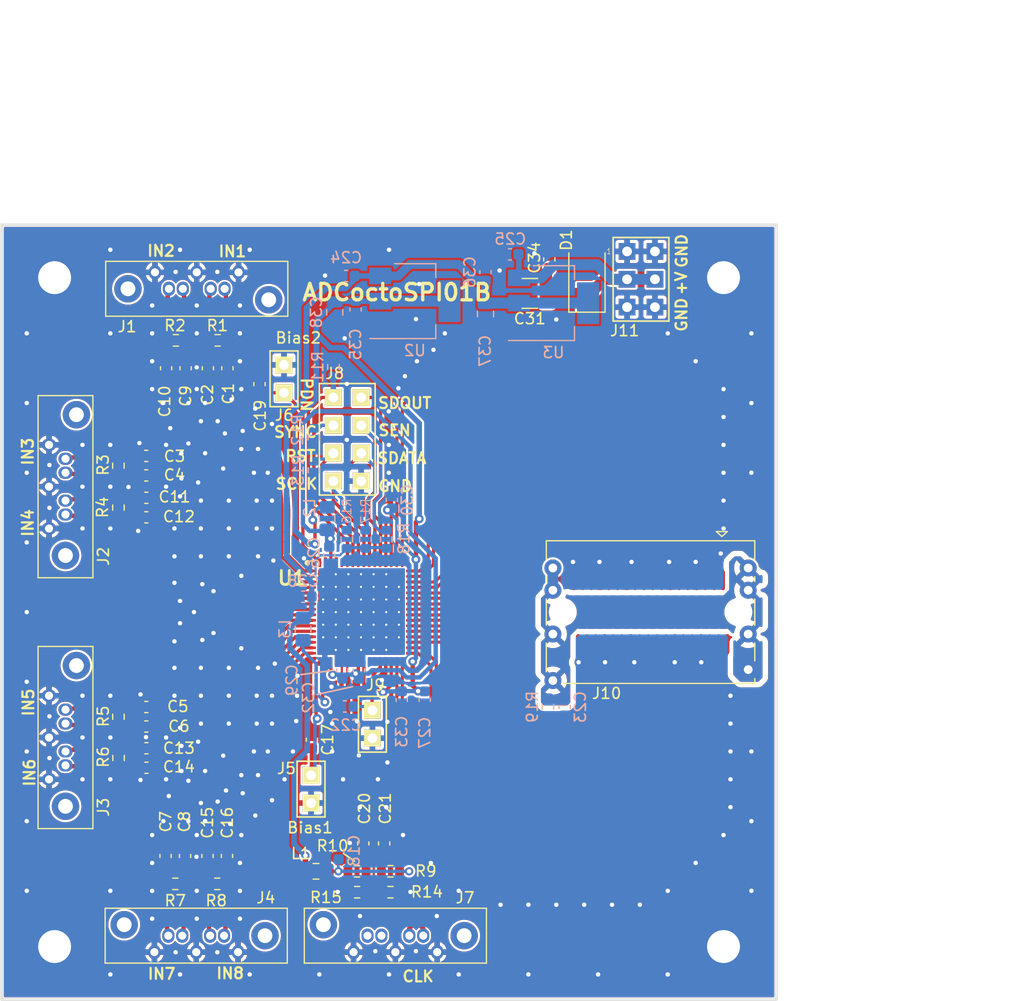
<source format=kicad_pcb>
(kicad_pcb (version 20211014) (generator pcbnew)
  (title_block (title "ADCoctoSPI01A") (date "2022-03-24") (company "Mlab.cz") (comment 2 "Serial LVDS output 8-channel 12bit ADC"))
  (layers (0 "F.Cu" signal) (31 "B.Cu" signal) (34 "B.Paste" user) (35 "F.Paste" user) (36 "B.SilkS" user "B.Silkscreen") (37 "F.SilkS" user "F.Silkscreen") (38 "B.Mask" user) (39 "F.Mask" user) (44 "Edge.Cuts" user))
  (net 0 "")
  (net 1 "Net-(C6-Pad2)")
  (net 2 "Net-(C5-Pad2)")
  (net 3 "Net-(C4-Pad2)")
  (net 4 "Net-(C3-Pad2)")
  (net 5 "Net-(C10-Pad2)")
  (net 6 "Net-(C9-Pad2)")
  (net 7 "Net-(C8-Pad2)")
  (net 8 "Net-(C7-Pad2)")
  (net 9 "Net-(C14-Pad2)")
  (net 10 "Net-(C13-Pad2)")
  (net 11 "Net-(C12-Pad2)")
  (net 12 "Net-(C11-Pad2)")
  (net 13 "Net-(C1-Pad2)")
  (net 14 "Net-(C17-Pad2)")
  (net 15 "Net-(C16-Pad2)")
  (net 16 "Net-(C15-Pad2)")
  (net 17 "/IN1_P")
  (net 18 "/IN1_N")
  (net 19 "/IN2_P")
  (net 20 "/IN2_N")
  (net 21 "/IN3_P")
  (net 22 "/IN3_N")
  (net 23 "/IN4_P")
  (net 24 "/IN4_N")
  (net 25 "/IN5_P")
  (net 26 "/IN5_N")
  (net 27 "/IN6_P")
  (net 28 "/IN6_N")
  (net 29 "/IN7_P")
  (net 30 "/IN7_N")
  (net 31 "/IN8_P")
  (net 32 "/IN8_N")
  (net 33 "GND")
  (net 34 "/FCLK_P")
  (net 35 "/FCLK_N")
  (net 36 "/D5_P")
  (net 37 "/D5_N")
  (net 38 "/D6_P")
  (net 39 "/D6_N")
  (net 40 "/D7_P")
  (net 41 "/D7_N")
  (net 42 "/D8_P")
  (net 43 "/D8_N")
  (net 44 "/D1_P")
  (net 45 "/D1_N")
  (net 46 "/D2_P")
  (net 47 "/D2_N")
  (net 48 "/D3_P")
  (net 49 "/D3_N")
  (net 50 "/D4_P")
  (net 51 "/D4_N")
  (net 52 "/DCLK_P")
  (net 53 "/DCLK_N")
  (net 54 "AVDD")
  (net 55 "DVDD")
  (net 56 "/CLK_P")
  (net 57 "/CLK_N")
  (net 58 "Net-(C2-Pad2)")
  (net 59 "VCC")
  (net 60 "Net-(C18-Pad1)")
  (net 61 "Net-(C19-Pad1)")
  (net 62 "Net-(C23-Pad2)")
  (net 63 "Net-(J8-Pad1)")
  (net 64 "Net-(J8-Pad2)")
  (net 65 "Net-(J8-Pad3)")
  (net 66 "Net-(J8-Pad4)")
  (net 67 "Net-(J8-Pad5)")
  (net 68 "Net-(C22-Pad2)")
  (net 69 "Net-(J8-Pad6)")
  (net 70 "DVDD3V3")
  (net 71 "AVDD3V3")
  (net 72 "Net-(J8-Pad7)")
  (net 74 "/CLK1_P")
  (net 75 "/CLK1_N")
  (net 84 "GNDA")
  (footprint "Mlab_Mechanical:MountingHole_3mm" (layer "F.Cu") (at 64.77 71.12)
    (fp_text reference "M1" hide)
    (fp_text value "HOLE" hide)
  )
  (footprint "Mlab_Mechanical:MountingHole_3mm" (layer "F.Cu") (at 125.73 71.12)
    (fp_text reference "M2" hide)
    (fp_text value "HOLE" hide)
  )
  (footprint "Mlab_Mechanical:MountingHole_3mm" (layer "F.Cu") (at 125.73 132.08)
    (fp_text reference "M3" hide)
    (fp_text value "HOLE" hide)
  )
  (footprint "Mlab_Mechanical:MountingHole_3mm" (layer "F.Cu") (at 64.77 132.08)
    (fp_text reference "M4" hide)
    (fp_text value "HOLE" hide)
  )
  (footprint "Capacitor_SMD:C_1210_3225Metric_Pad1.33x2.70mm_HandSolder" (layer "F.Cu") (at 108.077 72.55764 180)
    (fp_text reference "C31")
    (fp_text value "100uF/6V3" hide)
  )
  (footprint "Diode_SMD:D_SMA" (layer "F.Cu") (at 113.284 70.866 90)
    (fp_text reference "D1")
    (fp_text value "M4" hide)
  )
  (footprint "Resistor_SMD:R_0603_1608Metric" (layer "F.Cu") (at 79.629 76.835 180)
    (fp_text reference "R1")
    (fp_text value "100" hide)
  )
  (footprint "Resistor_SMD:R_0603_1608Metric" (layer "F.Cu") (at 75.819 76.835 180)
    (fp_text reference "R2")
    (fp_text value "100" hide)
  )
  (footprint "Resistor_SMD:R_0603_1608Metric" (layer "F.Cu") (at 70.58152 88.25738 -90)
    (fp_text reference "R3")
    (fp_text value "100" hide)
  )
  (footprint "Resistor_SMD:R_0603_1608Metric" (layer "F.Cu") (at 70.5866 92.075 -90)
    (fp_text reference "R4")
    (fp_text value "100" hide)
  )
  (footprint "Resistor_SMD:R_0603_1608Metric" (layer "F.Cu") (at 70.5866 111.1377 -90)
    (fp_text reference "R5")
    (fp_text value "100" hide)
  )
  (footprint "Resistor_SMD:R_0603_1608Metric" (layer "F.Cu") (at 70.5993 114.8969 -90)
    (fp_text reference "R6")
    (fp_text value "100" hide)
  )
  (footprint "Resistor_SMD:R_0603_1608Metric" (layer "F.Cu") (at 75.7682 126.365)
    (fp_text reference "R7")
    (fp_text value "100" hide)
  )
  (footprint "Resistor_SMD:R_0603_1608Metric" (layer "F.Cu") (at 79.5909 126.365)
    (fp_text reference "R8")
    (fp_text value "100" hide)
  )
  (footprint "Resistor_SMD:R_0603_1608Metric" (layer "F.Cu") (at 95.377 125.222)
    (fp_text reference "R9")
    (fp_text value "130" hide)
  )
  (footprint "Resistor_SMD:R_0603_1608Metric" (layer "F.Cu") (at 95.377 127.127 180)
    (fp_text reference "R14")
    (fp_text value "82" hide)
  )
  (footprint "Resistor_SMD:R_0603_1608Metric" (layer "F.Cu") (at 92.329 125.222 180)
    (fp_text reference "R10")
    (fp_text value "130" hide)
  )
  (footprint "Resistor_SMD:R_0603_1608Metric" (layer "F.Cu") (at 92.341 127.127)
    (fp_text reference "R15")
    (fp_text value "82" hide)
  )
  (footprint "Capacitor_SMD:C_0603_1608Metric" (layer "F.Cu") (at 109.855 69.457 -90)
    (fp_text reference "C34")
    (fp_text value "100nF" hide)
  )
  (footprint "Capacitor_SMD:C_0603_1608Metric" (layer "F.Cu") (at 80.518 79.375 90)
    (fp_text reference "C1")
    (fp_text value "10nF" hide)
  )
  (footprint "Capacitor_SMD:C_0603_1608Metric" (layer "F.Cu") (at 78.74 79.375 90)
    (fp_text reference "C2")
    (fp_text value "10nF" hide)
  )
  (footprint "Capacitor_SMD:C_0603_1608Metric" (layer "F.Cu") (at 76.708 79.375 90)
    (fp_text reference "C9")
    (fp_text value "10nF" hide)
  )
  (footprint "Capacitor_SMD:C_0603_1608Metric" (layer "F.Cu") (at 74.93 79.375 90)
    (fp_text reference "C10")
    (fp_text value "10nF" hide)
  )
  (footprint "Capacitor_SMD:C_0603_1608Metric" (layer "F.Cu") (at 73.12152 87.36838 180)
    (fp_text reference "C3")
    (fp_text value "10nF" hide)
  )
  (footprint "Capacitor_SMD:C_0603_1608Metric" (layer "F.Cu") (at 73.12152 89.14638 180)
    (fp_text reference "C4")
    (fp_text value "10nF" hide)
  )
  (footprint "Capacitor_SMD:C_0603_1608Metric" (layer "F.Cu") (at 73.1266 91.186 180)
    (fp_text reference "C11")
    (fp_text value "10nF" hide)
  )
  (footprint "Capacitor_SMD:C_0603_1608Metric" (layer "F.Cu") (at 73.1266 92.964 180)
    (fp_text reference "C12")
    (fp_text value "10nF" hide)
  )
  (footprint "Capacitor_SMD:C_0603_1608Metric" (layer "F.Cu") (at 73.1266 110.2487 180)
    (fp_text reference "C5")
    (fp_text value "10nF" hide)
  )
  (footprint "Capacitor_SMD:C_0603_1608Metric" (layer "F.Cu") (at 73.1266 112.0267 180)
    (fp_text reference "C6")
    (fp_text value "10nF" hide)
  )
  (footprint "Capacitor_SMD:C_0603_1608Metric" (layer "F.Cu") (at 73.1393 114.0079 180)
    (fp_text reference "C13")
    (fp_text value "10nF" hide)
  )
  (footprint "Capacitor_SMD:C_0603_1608Metric" (layer "F.Cu") (at 73.1393 115.7859 180)
    (fp_text reference "C14")
    (fp_text value "10nF" hide)
  )
  (footprint "Capacitor_SMD:C_0603_1608Metric" (layer "F.Cu") (at 74.8792 123.825 -90)
    (fp_text reference "C7")
    (fp_text value "10nF" hide)
  )
  (footprint "Capacitor_SMD:C_0603_1608Metric" (layer "F.Cu") (at 76.6572 123.825 -90)
    (fp_text reference "C8")
    (fp_text value "10nF" hide)
  )
  (footprint "Capacitor_SMD:C_0603_1608Metric" (layer "F.Cu") (at 78.7019 123.825 -90)
    (fp_text reference "C15")
    (fp_text value "10nF" hide)
  )
  (footprint "Capacitor_SMD:C_0603_1608Metric" (layer "F.Cu") (at 80.4799 123.825 -90)
    (fp_text reference "C16")
    (fp_text value "10nF" hide)
  )
  (footprint "Capacitor_SMD:C_0603_1608Metric" (layer "F.Cu") (at 83.44408 80.8228 90)
    (fp_text reference "C19")
    (fp_text value "100nF" hide)
  )
  (footprint "Capacitor_SMD:C_0603_1608Metric" (layer "F.Cu") (at 92.9005 122.682 90)
    (fp_text reference "C20")
    (fp_text value "100nF" hide)
  )
  (footprint "Capacitor_SMD:C_0603_1608Metric" (layer "F.Cu") (at 94.8055 122.682 90)
    (fp_text reference "C21")
    (fp_text value "100nF" hide)
  )
  (footprint "Capacitor_SMD:C_0603_1608Metric" (layer "F.Cu") (at 88.21928 113.22812 -90)
    (fp_text reference "C17")
    (fp_text value "100nF" hide)
  )
  (footprint "Mlab_CON:SATA-7_THT_VERT_2" (layer "F.Cu") (at 99.635 132.588)
    (fp_text reference "J7")
    (fp_text value "SATA7-67491-1030" hide)
  )
  (footprint "Mlab_CON:SATA-7_THT_VERT_2" (layer "F.Cu") (at 81.485 132.588)
    (fp_text reference "J4")
    (fp_text value "SATA7-67491-1030" hide)
  )
  (footprint "Mlab_CON:SATA-7_THT_VERT_2" (layer "F.Cu") (at 73.915 70.636 180)
    (fp_text reference "J1")
    (fp_text value "SATA7-67491-1030" hide)
  )
  (footprint "Mlab_CON:SATA-7_THT_VERT_2" (layer "F.Cu") (at 64.262 93.98 -90)
    (fp_text reference "J2")
    (fp_text value "SATA7-67491-1030" hide)
  )
  (footprint "Mlab_CON:SATA-7_THT_VERT_2" (layer "F.Cu") (at 64.262 116.84 -90)
    (fp_text reference "J3")
    (fp_text value "SATA7-67491-1030" hide)
  )
  (footprint "Mlab_Pin_Headers:Straight_2x04" (layer "F.Cu") (at 91.44 85.852)
    (fp_text reference "J8")
    (fp_text value "HEADER_2x04" hide)
  )
  (footprint "Mlab_Pin_Headers:Straight_1x02" (layer "F.Cu") (at 85.675 80.34 180)
    (fp_text reference "J6")
    (fp_text value "HEADER_1x02" hide)
  )
  (footprint "Mlab_Pin_Headers:Straight_1x02" (layer "F.Cu") (at 88.14 117.73)
    (fp_text reference "J5")
    (fp_text value "HEADER_1x02" hide)
  )
  (footprint "Mlab_Pin_Headers:Straight_1x02" (layer "F.Cu") (at 93.73 111.82)
    (fp_text reference "J9")
    (fp_text value "HEADER_1x02" hide)
  )
  (footprint "Mlab_Pin_Headers:Straight_2x03" (layer "F.Cu") (at 118.21 71.27)
    (fp_text reference "J11")
    (fp_text value "+5V" hide)
  )
  (footprint "Connector_SATA_SAS:SAS-mini_TEConnectivity_1888174_Vertical" (layer "F.Cu") (at 119.08028 102.71 180)
    (fp_text reference "J10")
    (fp_text value "SAS_mini_1888174")
  )
  (footprint "Mlab_IO:VQFN-64_9.15x9.15mm_EP_7.5x7.5mm" (layer "F.Cu") (at 90.4748 98.7)
    (fp_text reference "U1")
    (fp_text value "AFE5801" hide)
  )
  (footprint "Inductor_SMD:L_0805_2012Metric_Pad1.15x1.40mm_HandSolder" (layer "F.Cu") (at 88.5927 125.222)
    (fp_text reference "L1")
    (fp_text value "BLM21PG300SN1D" hide)
  )
  (footprint "Package_TO_SOT_SMD:SOT-223-3_TabPin2" (layer "B.Cu") (at 97.6 73.26252)
    (fp_text reference "U2")
    (fp_text value "LM1117MP-1,8/NO" hide)
  )
  (footprint "Package_TO_SOT_SMD:SOT-223-3_TabPin2" (layer "B.Cu") (at 110.23854 73.44156)
    (fp_text reference "U3")
    (fp_text value "LM1117MP-3,3/NO" hide)
  )
  (footprint "Resistor_SMD:R_0603_1608Metric" (layer "B.Cu") (at 109.728 110.236 90)
    (fp_text reference "R19")
    (fp_text value "100" hide)
  )
  (footprint "Resistor_SMD:R_0603_1608Metric" (layer "B.Cu") (at 90.18016 79.26324 -90)
    (fp_text reference "R11")
    (fp_text value "10k" hide)
  )
  (footprint "Resistor_SMD:R_0603_1608Metric" (layer "B.Cu") (at 88.4 85.675 -90)
    (fp_text reference "R12")
    (fp_text value "10k" hide)
  )
  (footprint "Resistor_SMD:R_0603_1608Metric" (layer "B.Cu") (at 88.4 88.675 -90)
    (fp_text reference "R13")
    (fp_text value "10k" hide)
  )
  (footprint "Resistor_SMD:R_0603_1608Metric" (layer "B.Cu") (at 91.4 94.9706 90)
    (fp_text reference "R16")
    (fp_text value "10k" hide)
  )
  (footprint "Resistor_SMD:R_0603_1608Metric" (layer "B.Cu") (at 93.1 94.9706 90)
    (fp_text reference "R17")
    (fp_text value "10k" hide)
  )
  (footprint "Resistor_SMD:R_0603_1608Metric" (layer "B.Cu") (at 95 94.96876 90)
    (fp_text reference "R18")
    (fp_text value "10k" hide)
  )
  (footprint "Capacitor_SMD:C_0603_1608Metric" (layer "B.Cu") (at 89.8 96.425 -90)
    (fp_text reference "C26")
    (fp_text value "100nF" hide)
  )
  (footprint "Capacitor_SMD:C_0603_1608Metric" (layer "B.Cu") (at 91 106.9 90)
    (fp_text reference "C29")
    (fp_text value "100nF" hide)
  )
  (footprint "Capacitor_SMD:C_0603_1608Metric" (layer "B.Cu") (at 92.5 106.9 90)
    (fp_text reference "C32")
    (fp_text value "100nF" hide)
  )
  (footprint "Capacitor_SMD:C_0603_1608Metric" (layer "B.Cu") (at 111.252 110.248 90)
    (fp_text reference "C23")
    (fp_text value "100nF" hide)
  )
  (footprint "Capacitor_SMD:C_0603_1608Metric" (layer "B.Cu") (at 90.6272 123.35 90)
    (fp_text reference "C18")
    (fp_text value "100nF" hide)
  )
  (footprint "Capacitor_SMD:C_0603_1608Metric" (layer "B.Cu") (at 91.3384 70.9676)
    (fp_text reference "C24")
    (fp_text value "100nF" hide)
  )
  (footprint "Capacitor_SMD:C_0603_1608Metric" (layer "B.Cu") (at 106.26668 69)
    (fp_text reference "C25")
    (fp_text value "100nF" hide)
  )
  (footprint "Capacitor_SMD:C_0603_1608Metric" (layer "B.Cu") (at 92.2 74.0156 90)
    (fp_text reference "C35")
    (fp_text value "100nF" hide)
  )
  (footprint "Capacitor_SMD:C_0603_1608Metric" (layer "B.Cu") (at 104.0384 70.61778 -90)
    (fp_text reference "C36")
    (fp_text value "100nF" hide)
  )
  (footprint "Capacitor_SMD:C_0603_1608Metric" (layer "B.Cu") (at 98.5 109.6 -90)
    (fp_text reference "C27")
    (fp_text value "100nF" hide)
  )
  (footprint "Capacitor_SMD:C_0603_1608Metric" (layer "B.Cu") (at 95.5 91.375 90)
    (fp_text reference "C30")
    (fp_text value "100nF" hide)
  )
  (footprint "Capacitor_SMD:C_0603_1608Metric" (layer "B.Cu") (at 96.4 109.6 -90)
    (fp_text reference "C33")
    (fp_text value "100nF" hide)
  )
  (footprint "Capacitor_SMD:C_0603_1608Metric" (layer "B.Cu") (at 87.425 100.2 180)
    (fp_text reference "C28")
    (fp_text value "100nF" hide)
  )
  (footprint "Capacitor_SMD:C_0603_1608Metric" (layer "B.Cu") (at 91.225 110.2)
    (fp_text reference "C22")
    (fp_text value "100nF" hide)
  )
  (footprint "Inductor_SMD:L_0805_2012Metric_Pad1.15x1.40mm_HandSolder" (layer "B.Cu") (at 87.41664 103.14432 -90)
    (fp_text reference "L3")
    (fp_text value "BLM21PG300SN1D" hide)
  )
  (footprint "Inductor_SMD:L_0805_2012Metric_Pad1.15x1.40mm_HandSolder" (layer "B.Cu") (at 89.6 93.075 -90)
    (fp_text reference "L2")
    (fp_text value "BLM21PG300SN1D" hide)
  )
  (footprint "Capacitor_SMD:C_0805_2012Metric" (layer "B.Cu") (at 90.3 74.2823 -90)
    (fp_text reference "C38")
    (fp_text value "10uF" hide)
  )
  (footprint "Capacitor_SMD:C_0805_2012Metric" (layer "B.Cu") (at 104.0384 74.4347 -90)
    (fp_text reference "C37")
    (fp_text value "10uF" hide)
  )
  (footprint "NetTie:NetTie-2_SMD_Pad0.5mm" (layer "B.Cu") (at 89.4 105.6 90)
    (fp_text reference "JP1" hide)
    (fp_text value "SolderJumper_2_Bridged" hide)
  )
  (gr_line (start 87.2 107.3) (end 90.2 106.9) (layer "B.SilkS") (width 0.15))
  (gr_line (start 88.7 109.1) (end 91.9 108.4) (layer "B.SilkS") (width 0.15))
  (gr_line (start 91.1 123.6) (end 92.1 124.3) (layer "F.SilkS") (width 0.15))
  (gr_line (start 59.944 136.906) (end 130.556 136.906) (layer "Edge.Cuts") (width 0.2))
  (gr_line (start 130.556 66.294) (end 59.944 66.294) (layer "Edge.Cuts") (width 0.2))
  (gr_line (start 59.944 66.294) (end 59.944 136.906) (layer "Edge.Cuts") (width 0.2))
  (gr_line (start 130.556 136.906) (end 130.556 66.294) (layer "Edge.Cuts") (width 0.2))
  (gr_text "Bias1" (at 88.05 121.25) (layer "F.SilkS") (effects (font (size 1 1))))
  (gr_text "IN1" (at 80.9752 68.7324) (layer "F.SilkS") (effects (font (size 1 1) (thickness 0.2))))
  (gr_text "IN7" (at 74.5236 134.5692) (layer "F.SilkS") (effects (font (size 1 1) (thickness 0.2))))
  (gr_text "IN2" (at 74.4728 68.6816) (layer "F.SilkS") (effects (font (size 1 1) (thickness 0.2))))
  (gr_text "+V" (at 121.8692 71.628 90) (layer "F.SilkS") (effects (font (size 1 1) (thickness 0.2))))
  (gr_text "SCLK" (at 86.8172 89.916) (layer "F.SilkS") (effects (font (size 1 1) (thickness 0.2))))
  (gr_text "Bias2" (at 86.980899 76.61175) (layer "F.SilkS") (effects (font (size 1 1))))
  (gr_text "GND" (at 121.9 74.5 90) (layer "F.SilkS") (effects (font (size 1 1) (thickness 0.2))))
  (gr_text "SEN" (at 95.758 85.0392) (layer "F.SilkS") (effects (font (size 1 1) (thickness 0.2))))
  (gr_text "RST" (at 87.1728 87.376) (layer "F.SilkS") (effects (font (size 1 1) (thickness 0.2))))
  (gr_text "GND" (at 95.8088 90.1192) (layer "F.SilkS") (effects (font (size 1 1) (thickness 0.2))))
  (gr_text "IN6" (at 62.484 116.2304 90) (layer "F.SilkS") (effects (font (size 1 1) (thickness 0.2))))
  (gr_text "IN8" (at 80.772 134.5184) (layer "F.SilkS") (effects (font (size 1 1) (thickness 0.2))))
  (gr_text "SDATA" (at 96.4184 87.5792) (layer "F.SilkS") (effects (font (size 1 1) (thickness 0.2))))
  (gr_text "IN5" (at 62.3824 109.8296 90) (layer "F.SilkS") (effects (font (size 1 1) (thickness 0.2))))
  (gr_text "CLK" (at 97.9 134.8) (layer "F.SilkS") (effects (font (size 1 1) (thickness 0.2))))
  (gr_text "PDN" (at 87.7316 81.788 270) (layer "F.SilkS") (effects (font (size 1 1) (thickness 0.2))))
  (gr_text "SYNC" (at 86.7156 85.1916) (layer "F.SilkS") (effects (font (size 1 1) (thickness 0.2))))
  (gr_text "IN3" (at 62.3316 86.9696 90) (layer "F.SilkS") (effects (font (size 1 1) (thickness 0.2))))
  (gr_text "SDOUT" (at 96.6724 82.55) (layer "F.SilkS") (effects (font (size 1 1) (thickness 0.2))))
  (gr_text "GND" (at 121.92 68.6816 90) (layer "F.SilkS") (effects (font (size 1 1) (thickness 0.2))))
  (gr_text "IN4" (at 62.3316 93.472 90) (layer "F.SilkS") (effects (font (size 1 1) (thickness 0.2))))
  (gr_text "ADCoctoSPI01B" (at 95.9612 72.4662) (layer "F.SilkS") (effects (font (size 1.5 1.5) (thickness 0.3))))
  (segment (start 70.5866 111.8877) (end 65.8977 111.8877) (width 0.4) (layer "F.Cu") (net 1))
  (segment (start 70.5866 111.8877) (end 72.2376 111.8877) (width 0.4) (layer "F.Cu") (net 1))
  (segment (start 72.2376 111.8877) (end 72.3766 112.0267) (width 0.4) (layer "F.Cu") (net 1))
  (segment (start 65.8977 111.8877) (end 65.77 111.76) (width 0.4) (layer "F.Cu") (net 1))
  (segment (start 70.5866 110.3877) (end 72.2376 110.3877) (width 0.4) (layer "F.Cu") (net 2))
  (segment (start 70.5866 110.3877) (end 65.8723 110.3877) (width 0.4) (layer "F.Cu") (net 2))
  (segment (start 65.8723 110.3877) (end 65.77 110.49) (width 0.4) (layer "F.Cu") (net 2))
  (segment (start 72.2376 110.3877) (end 72.3766 110.2487) (width 0.4) (layer "F.Cu") (net 2))
  (segment (start 72.23252 89.00738) (end 72.37152 89.14638) (width 0.4) (layer "F.Cu") (net 3))
  (segment (start 70.58152 89.00738) (end 65.87738 89.00738) (width 0.4) (layer "F.Cu") (net 3))
  (segment (start 70.58152 89.00738) (end 72.23252 89.00738) (width 0.4) (layer "F.Cu") (net 3))
  (segment (start 65.87738 89.00738) (end 65.77 88.9) (width 0.4) (layer "F.Cu") (net 3))
  (segment (start 72.23252 87.50738) (end 72.37152 87.36838) (width 0.4) (layer "F.Cu") (net 4))
  (segment (start 65.89262 87.50738) (end 65.77 87.63) (width 0.4) (layer "F.Cu") (net 4))
  (segment (start 70.58152 87.50738) (end 72.23252 87.50738) (width 0.4) (layer "F.Cu") (net 4))
  (segment (start 70.56952 87.49538) (end 70.58152 87.50738) (width 0.4) (layer "F.Cu") (net 4))
  (segment (start 70.58152 87.50738) (end 65.89262 87.50738) (width 0.4) (layer "F.Cu") (net 4))
  (segment (start 75.069 76.835) (end 75.069 78.486) (width 0.4) (layer "F.Cu") (net 5))
  (segment (start 75.069 78.486) (end 74.93 78.625) (width 0.4) (layer "F.Cu") (net 5))
  (segment (start 75.069 76.835) (end 75.069 72.235) (width 0.4) (layer "F.Cu") (net 5))
  (segment (start 75.069 72.235) (end 75.184 72.12) (width 0.4) (layer "F.Cu") (net 5))
  (segment (start 76.569 76.835) (end 76.569 72.235) (width 0.4) (layer "F.Cu") (net 6))
  (segment (start 76.569 78.486) (end 76.708 78.625) (width 0.4) (layer "F.Cu") (net 6))
  (segment (start 76.569 76.835) (end 76.569 78.486) (width 0.4) (layer "F.Cu") (net 6))
  (segment (start 76.569 72.235) (end 76.454 72.12) (width 0.4) (layer "F.Cu") (net 6))
  (segment (start 76.5182 130.965) (end 76.4032 131.08) (width 0.4) (layer "F.Cu") (net 7))
  (segment (start 76.5182 124.714) (end 76.6572 124.575) (width 0.4) (layer "F.Cu") (net 7))
  (segment (start 76.5182 126.365) (end 76.5182 130.965) (width 0.4) (layer "F.Cu") (net 7))
  (segment (start 76.5182 126.365) (end 76.5182 124.714) (width 0.4) (layer "F.Cu") (net 7))
  (segment (start 75.0182 126.365) (end 75.0182 124.714) (width 0.4) (layer "F.Cu") (net 8))
  (segment (start 75.0182 124.714) (end 74.8792 124.575) (width 0.4) (layer "F.Cu") (net 8))
  (segment (start 75.0182 126.365) (end 75.0182 130.965) (width 0.4) (layer "F.Cu") (net 8))
  (segment (start 75.0182 130.965) (end 75.1332 131.08) (width 0.4) (layer "F.Cu") (net 8))
  (segment (start 72.2503 115.6469) (end 72.3893 115.7859) (width 0.4) (layer "F.Cu") (net 9))
  (segment (start 70.5993 115.6469) (end 65.8469 115.6469) (width 0.4) (layer "F.Cu") (net 9))
  (segment (start 70.5993 115.6469) (end 72.2503 115.6469) (width 0.4) (layer "F.Cu") (net 9))
  (segment (start 65.8469 115.6469) (end 65.77 115.57) (width 0.4) (layer "F.Cu") (net 9))
  (segment (start 70.5993 114.1469) (end 72.2503 114.1469) (width 0.4) (layer "F.Cu") (net 10))
  (segment (start 65.9231 114.1469) (end 65.77 114.3) (width 0.4) (layer "F.Cu") (net 10))
  (segment (start 72.2503 114.1469) (end 72.3893 114.0079) (width 0.4) (layer "F.Cu") (net 10))
  (segment (start 70.5993 114.1469) (end 65.9231 114.1469) (width 0.4) (layer "F.Cu") (net 10))
  (segment (start 70.5866 92.825) (end 65.885 92.825) (width 0.4) (layer "F.Cu") (net 11))
  (segment (start 65.885 92.825) (end 65.77 92.71) (width 0.4) (layer "F.Cu") (net 11))
  (segment (start 70.5866 92.825) (end 72.2376 92.825) (width 0.4) (layer "F.Cu") (net 11))
  (segment (start 72.2376 92.825) (end 72.3766 92.964) (width 0.4) (layer "F.Cu") (net 11))
  (segment (start 70.5866 91.325) (end 72.2376 91.325) (width 0.4) (layer "F.Cu") (net 12))
  (segment (start 72.2376 91.325) (end 72.3766 91.186) (width 0.4) (layer "F.Cu") (net 12))
  (segment (start 65.885 91.325) (end 65.77 91.44) (width 0.4) (layer "F.Cu") (net 12))
  (segment (start 70.5866 91.325) (end 65.885 91.325) (width 0.4) (layer "F.Cu") (net 12))
  (segment (start 80.379 72.235) (end 80.264 72.12) (width 0.4) (layer "F.Cu") (net 13))
  (segment (start 80.379 76.962) (end 80.379 78.486) (width 0.4) (layer "F.Cu") (net 13))
  (segment (start 80.379 76.962) (end 80.379 72.235) (width 0.4) (layer "F.Cu") (net 13))
  (segment (start 80.379 78.486) (end 80.518 78.625) (width 0.4) (layer "F.Cu") (net 13))
  (segment (start 88.21928 116.39296) (end 88.14308 116.46916) (width 0.3) (layer "F.Cu") (net 14))
  (segment (start 88.6 111.2) (end 88.6 106.4448) (width 0.3) (layer "F.Cu") (net 14))
  (segment (start 88.6 106.4448) (end 88.9448 106.1) (width 0.3) (layer "F.Cu") (net 14))
  (segment (start 88.21928 113.97812) (end 88.21928 116.39296) (width 0.4) (layer "F.Cu") (net 14))
  (segment (start 88.7 111.3) (end 88.6 111.2) (width 0.3) (layer "F.Cu") (net 14))
  (via (at 88.7 111.3) (size 0.8) (drill 0.4) (layers "F.Cu" "B.Cu") (net 14))
  (segment (start 88.5 116.1) (end 88.14 116.46) (width 0.3) (layer "B.Cu") (net 14))
  (segment (start 88.7 111.3) (end 88.5 111.5) (width 0.3) (layer "B.Cu") (net 14))
  (segment (start 88.5 111.5) (end 88.5 116.1) (width 0.3) (layer "B.Cu") (net 14))
  (segment (start 80.3409 126.365) (end 80.3409 124.714) (width 0.4) (layer "F.Cu") (net 15))
  (segment (start 80.3409 130.9523) (end 80.2132 131.08) (width 0.4) (layer "F.Cu") (net 15))
  (segment (start 80.3409 126.365) (end 80.3409 130.9523) (width 0.4) (layer "F.Cu") (net 15))
  (segment (start 80.3409 124.714) (end 80.4799 124.575) (width 0.4) (layer "F.Cu") (net 15))
  (segment (start 78.8409 130.9777) (end 78.9432 131.08) (width 0.4) (layer "F.Cu") (net 16))
  (segment (start 78.8409 126.365) (end 78.8409 124.714) (width 0.4) (layer "F.Cu") (net 16))
  (segment (start 78.8409 126.365) (end 78.8409 130.9777) (width 0.4) (layer "F.Cu") (net 16))
  (segment (start 78.8409 124.714) (end 78.7019 124.575) (width 0.4) (layer "F.Cu") (net 16))
  (segment (start 85.00364 86.76386) (end 84.87156 86.487) (width 0.4) (layer "F.Cu") (net 17))
  (segment (start 86.049977 92.80398) (end 86.047892 92.2909) (width 0.4) (layer "F.Cu") (net 17))
  (segment (start 83.9089 84.88934) (end 83.68792 84.62772) (width 0.4) (layer "F.Cu") (net 17))
  (segment (start 84.30006 85.42528) (end 84.1121 85.1408) (width 0.4) (layer "F.Cu") (net 17))
  (segment (start 86.030748 96.138626) (end 86.030748 96.39903) (width 0.3) (layer "F.Cu") (net 17))
  (segment (start 83.68792 84.62772) (end 83.46948 84.40674) (width 0.4) (layer "F.Cu") (net 17))
  (segment (start 86.025 94.21368) (end 86.03234 93.6117) (width 0.4) (layer "F.Cu") (net 17))
  (segment (start 85.87232 89.93886) (end 85.79358 89.408) (width 0.4) (layer "F.Cu") (net 17))
  (segment (start 82.7913 83.93938) (end 82.5119 83.78444) (width 0.4) (layer "F.Cu") (net 17))
  (segment (start 81.43494 83.37042) (end 81.10474 83.28914) (width 0.4) (layer "F.Cu") (net 17))
  (segment (start 80.00238 82.5246) (end 79.94904 82.30108) (width 0.4) (layer "F.Cu") (net 17))
  (segment (start 85.53196 88.37676) (end 85.42274 87.9983) (width 0.4) (layer "F.Cu") (net 17))
  (segment (start 80.1116 82.71764) (end 80.00238 82.5246) (width 0.4) (layer "F.Cu") (net 17))
  (segment (start 86.047892 92.2909) (end 86.03234 91.9607) (width 0.4) (layer "F.Cu") (net 17))
  (segment (start 84.1121 85.1408) (end 83.9089 84.88934) (width 0.4) (layer "F.Cu") (net 17))
  (segment (start 79.94904 82.30108) (end 79.929 81.93278) (width 0.4) (layer "F.Cu") (net 17))
  (segment (start 83.02244 84.08162) (end 82.7913 83.93938) (width 0.4) (layer "F.Cu") (net 17))
  (segment (start 80.5307 83.09102) (end 80.28432 82.91322) (width 0.4) (layer "F.Cu") (net 17))
  (segment (start 85.1408 87.11184) (end 85.00364 86.76386) (width 0.4) (layer "F.Cu") (net 17))
  (segment (start 80.518 80.725) (end 79.929 81.314) (width 0.4) (layer "F.Cu") (net 17))
  (segment (start 85.94598 90.5637) (end 85.87232 89.93886) (width 0.4) (layer "F.Cu") (net 17))
  (segment (start 85.79358 89.408) (end 85.65896 88.83904) (width 0.4) (layer "F.Cu") (net 17))
  (segment (start 84.48548 85.74024) (end 84.30006 85.42528) (width 0.4) (layer "F.Cu") (net 17))
  (segment (start 86.030748 96.138626) (end 86.025 96.138626) (width 0.3) (layer "F.Cu") (net 17))
  (segment (start 85.65896 88.83904) (end 85.53196 88.37676) (width 0.4) (layer "F.Cu") (net 17))
  (segment (start 80.80756 83.21548) (end 80.5307 83.09102) (width 0.4) (layer "F.Cu") (net 17))
  (segment (start 85.42274 87.9983) (end 85.2805 87.53094) (width 0.4) (layer "F.Cu") (net 17))
  (segment (start 85.2805 87.53094) (end 85.1408 87.11184) (width 0.4) (layer "F.Cu") (net 17))
  (segment (start 82.5119 83.78444) (end 82.16646 83.61934) (width 0.4) (layer "F.Cu") (net 17))
  (segment (start 86.03234 93.6117) (end 86.049977 92.80398) (width 0.4) (layer "F.Cu") (net 17))
  (segment (start 79.929 81.314) (end 79.929 81.93278) (width 0.4) (layer "F.Cu") (net 17))
  (segment (start 80.518 80.125) (end 80.518 80.725) (width 0.4) (layer "F.Cu") (net 17))
  (segment (start 82.16646 83.61934) (end 81.82356 83.48726) (width 0.4) (layer "F.Cu") (net 17))
  (segment (start 86.025 96.138626) (end 86.025 94.21368) (width 0.4) (layer "F.Cu") (net 17))
  (segment (start 86.030748 96.39903) (end 87.481718 97.85) (width 0.3) (layer "F.Cu") (net 17))
  (segment (start 84.68868 86.11108) (end 84.48548 85.74024) (width 0.4) (layer "F.Cu") (net 17))
  (segment (start 87.481718 97.85) (end 88.26 97.85) (width 0.3) (layer "F.Cu") (net 17))
  (segment (start 84.87156 86.487) (end 84.68868 86.11108) (width 0.4) (layer "F.Cu") (net 17))
  (segment (start 81.10474 83.28914) (end 80.80756 83.21548) (width 0.4) (layer "F.Cu") (net 17))
  (segment (start 83.26628 84.25688) (end 83.02244 84.08162) (width 0.4) (layer "F.Cu") (net 17))
  (segment (start 81.82356 83.48726) (end 81.43494 83.37042) (width 0.4) (layer "F.Cu") (net 17))
  (segment (start 86.03234 91.9607) (end 85.99932 91.18346) (width 0.4) (layer "F.Cu") (net 17))
  (segment (start 85.99932 91.18346) (end 85.94598 90.5637) (width 0.4) (layer "F.Cu") (net 17))
  (segment (start 80.28432 82.91322) (end 80.1116 82.71764) (width 0.4) (layer "F.Cu") (net 17))
  (segment (start 83.46948 84.40674) (end 83.26628 84.25688) (width 0.4) (layer "F.Cu") (net 17))
  (segment (start 84.3534 86.79688) (end 84.5185 87.1728) (width 0.4) (layer "F.Cu") (net 18))
  (segment (start 85.3948 91.22664) (end 85.426696 91.9734) (width 0.4) (layer "F.Cu") (net 18))
  (segment (start 78.74 80.725) (end 79.329 81.314) (width 0.4) (layer "F.Cu") (net 18))
  (segment (start 82.36458 84.38896) (end 82.70748 84.59724) (width 0.4) (layer "F.Cu") (net 18))
  (segment (start 85.04936 88.91524) (end 85.21954 89.662) (width 0.4) (layer "F.Cu") (net 18))
  (segment (start 79.329 81.93278) (end 79.32928 82.28076) (width 0.4) (layer "F.Cu") (net 18))
  (segment (start 80.31226 83.68538) (end 80.5815 83.78444) (width 0.4) (layer "F.Cu") (net 18))
  (segment (start 85.425 94.0562) (end 85.425 96.288664) (width 0.4) (layer "F.Cu") (net 18))
  (segment (start 84.88934 88.3285) (end 85.04936 88.91524) (width 0.4) (layer "F.Cu") (net 18))
  (segment (start 84.14258 86.36762) (end 84.3534 86.79688) (width 0.4) (layer "F.Cu") (net 18))
  (segment (start 80.5815 83.78444) (end 80.99552 83.88604) (width 0.4) (layer "F.Cu") (net 18))
  (segment (start 80.06334 83.55076) (end 80.31226 83.68538) (width 0.4) (layer "F.Cu") (net 18))
  (segment (start 79.80172 83.32724) (end 80.06334 83.55076) (width 0.4) (layer "F.Cu") (net 18))
  (segment (start 79.36484 82.58048) (end 79.45882 82.84972) (width 0.4) (layer "F.Cu") (net 18))
  (segment (start 85.21954 89.662) (end 85.32622 90.48242) (width 0.4) (layer "F.Cu") (net 18))
  (segment (start 85.425 94.0562) (end 85.4329 93.09354) (width 0.4) (layer "F.Cu") (net 18))
  (segment (start 85.4329 93.09354) (end 85.426696 91.9734) (width 0.4) (layer "F.Cu") (net 18))
  (segment (start 87.274598 98.35) (end 85.425 96.500402) (width 0.3) (layer "F.Cu") (net 18))
  (segment (start 84.5185 87.1728) (end 84.65058 87.56396) (width 0.4) (layer "F.Cu") (net 18))
  (segment (start 83.91144 85.95868) (end 84.14258 86.36762) (width 0.4) (layer "F.Cu") (net 18))
  (segment (start 84.65058 87.56396) (end 84.88934 88.3285) (width 0.4) (layer "F.Cu") (net 18))
  (segment (start 85.32622 90.48242) (end 85.3948 91.22664) (width 0.4) (layer "F.Cu") (net 18))
  (segment (start 79.32928 82.28076) (end 79.36484 82.58048) (width 0.4) (layer "F.Cu") (net 18))
  (segment (start 85.425 96.500402) (end 85.425 96.288664) (width 0.3) (layer "F.Cu") (net 18))
  (segment (start 83.03514 84.83346) (end 83.42376 85.26018) (width 0.4) (layer "F.Cu") (net 18))
  (segment (start 82.00136 84.20862) (end 82.36458 84.38896) (width 0.4) (layer "F.Cu") (net 18))
  (segment (start 81.31048 83.9597) (end 81.62544 84.0613) (width 0.4) (layer "F.Cu") (net 18))
  (segment (start 83.6803 85.58276) (end 83.91144 85.95868) (width 0.4) (layer "F.Cu") (net 18))
  (segment (start 79.45882 82.84972) (end 79.5909 83.08086) (width 0.4) (layer "F.Cu") (net 18))
  (segment (start 81.62544 84.0613) (end 82.00136 84.20862) (width 0.4) (layer "F.Cu") (net 18))
  (segment (start 83.42376 85.26018) (end 83.6803 85.58276) (width 0.4) (layer "F.Cu") (net 18))
  (segment (start 88.26 98.35) (end 87.274598 98.35) (width 0.3) (layer "F.Cu") (net 18))
  (segment (start 79.5909 83.08086) (end 79.80172 83.32724) (width 0.4) (layer "F.Cu") (net 18))
  (segment (start 78.74 80.125) (end 78.74 80.725) (width 0.4) (layer "F.Cu") (net 18))
  (segment (start 82.70748 84.59724) (end 83.03514 84.83346) (width 0.4) (layer "F.Cu") (net 18))
  (segment (start 79.329 81.314) (end 79.329 81.93278) (width 0.4) (layer "F.Cu") (net 18))
  (segment (start 80.99552 83.88604) (end 81.31048 83.9597) (width 0.4) (layer "F.Cu") (net 18))
  (segment (start 80.8736 86.8934) (end 81.18094 87.25154) (width 0.4) (layer "F.Cu") (net 19))
  (segment (start 81.40446 87.58682) (end 81.59242 87.90178) (width 0.4) (layer "F.Cu") (net 19))
  (segment (start 77.20076 84.67598) (end 77.61732 84.89442) (width 0.4) (layer "F.Cu") (net 19))
  (segment (start 79.77886 85.95106) (end 80.17256 86.21268) (width 0.4) (layer "F.Cu") (net 19))
  (segment (start 78.94066 85.49386) (end 79.40548 85.71484) (width 0.4) (layer "F.Cu") (net 19))
  (segment (start 82.21472 90.47734) (end 82.215 90.80246) (width 0.4) (layer "F.Cu") (net 19))
  (segment (start 78.40218 85.24494) (end 78.94066 85.49386) (width 0.4) (layer "F.Cu") (net 19))
  (segment (start 82.20202 90.12428) (end 82.21472 90.47734) (width 0.4) (layer "F.Cu") (net 19))
  (segment (start 87.00852 98.85) (end 85.896644 97.749876) (width 0.3) (layer "F.Cu") (net 19))
  (segment (start 81.86166 88.47328) (end 82.00136 88.85682) (width 0.4) (layer "F.Cu") (net 19))
  (segment (start 81.59242 87.90178) (end 81.6991 88.0745) (width 0.4) (layer "F.Cu") (net 19))
  (segment (start 82.215 96.012) (end 82.2579 96.3422) (width 0.4) (layer "F.Cu") (net 19))
  (segment (start 76.119 81.314) (end 76.119 82.53984) (width 0.4) (layer "F.Cu") (net 19))
  (segment (start 76.708 80.725) (end 76.119 81.314) (width 0.4) (layer "F.Cu") (net 19))
  (segment (start 82.00136 88.85682) (end 82.10804 89.37752) (width 0.4) (layer "F.Cu") (net 19))
  (segment (start 80.5561 86.55558) (end 80.8736 86.8934) (width 0.4) (layer "F.Cu") (net 19))
  (segment (start 85.890768 97.744) (end 85.896644 97.749876) (width 0.4) (layer "F.Cu") (net 19))
  (segment (start 83.3755 97.6249) (end 83.6422 97.7011) (width 0.4) (layer "F.Cu") (net 19))
  (segment (start 82.2579 96.3422) (end 82.3341 96.6089) (width 0.4) (layer "F.Cu") (net 19))
  (segment (start 77.98308 85.06206) (end 78.40218 85.24494) (width 0.4) (layer "F.Cu") (net 19))
  (segment (start 81.6991 88.0745) (end 81.86166 88.47328) (width 0.4) (layer "F.Cu") (net 19))
  (segment (start 76.20254 83.40852) (end 76.32446 83.73872) (width 0.4) (layer "F.Cu") (net 19))
  (segment (start 82.10804 89.37752) (end 82.16392 89.76868) (width 0.4) (layer "F.Cu") (net 19))
  (segment (start 76.708 80.125) (end 76.708 80.725) (width 0.4) (layer "F.Cu") (net 19))
  (segment (start 83.947 97.744) (end 85.890768 97.744) (width 0.4) (layer "F.Cu") (net 19))
  (segment (start 82.4611 96.8756) (end 82.6262 97.1042) (width 0.4) (layer "F.Cu") (net 19))
  (segment (start 80.17256 86.21268) (end 80.5561 86.55558) (width 0.4) (layer "F.Cu") (net 19))
  (segment (start 76.119 82.53984) (end 76.14158 83.0453) (width 0.4) (layer "F.Cu") (net 19))
  (segment (start 76.14158 83.0453) (end 76.20254 83.40852) (width 0.4) (layer "F.Cu") (net 19))
  (segment (start 82.215 90.80246) (end 82.215 96.012) (width 0.4) (layer "F.Cu") (net 19))
  (segment (start 88.26 98.85) (end 87.00852 98.85) (width 0.3) (layer "F.Cu") (net 19))
  (segment (start 82.3341 96.6089) (end 82.4611 96.8756) (width 0.4) (layer "F.Cu") (net 19))
  (segment (start 82.8294 97.3201) (end 83.0707 97.4979) (width 0.4) (layer "F.Cu") (net 19))
  (segment (start 83.0707 97.4979) (end 83.3755 97.6249) (width 0.4) (layer "F.Cu") (net 19))
  (segment (start 77.61732 84.89442) (end 77.98308 85.06206) (width 0.4) (layer "F.Cu") (net 19))
  (segment (start 76.82992 84.40674) (end 77.20076 84.67598) (width 0.4) (layer "F.Cu") (net 19))
  (segment (start 76.32446 83.73872) (end 76.5429 84.09686) (width 0.4) (layer "F.Cu") (net 19))
  (segment (start 79.40548 85.71484) (end 79.77886 85.95106) (width 0.4) (layer "F.Cu") (net 19))
  (segment (start 81.18094 87.25154) (end 81.40446 87.58682) (width 0.4) (layer "F.Cu") (net 19))
  (segment (start 76.5429 84.09686) (end 76.82992 84.40674) (width 0.4) (layer "F.Cu") (net 19))
  (segment (start 82.16392 89.76868) (end 82.20202 90.12428) (width 0.4) (layer "F.Cu") (net 19))
  (segment (start 82.6262 97.1042) (end 82.8294 97.3201) (width 0.4) (layer "F.Cu") (net 19))
  (segment (start 83.6422 97.7011) (end 83.947 97.744) (width 0.4) (layer "F.Cu") (net 19))
  (segment (start 81.14792 88.33358) (end 81.3435 88.8238) (width 0.4) (layer "F.Cu") (net 20))
  (segment (start 81.6102 96.2533) (end 81.6864 96.5835) (width 0.4) (layer "F.Cu") (net 20))
  (segment (start 82.3214 97.6757) (end 82.55 97.8789) (width 0.4) (layer "F.Cu") (net 20))
  (segment (start 76.05522 84.46008) (end 76.3651 84.8106) (width 0.4) (layer "F.Cu") (net 20))
  (segment (start 74.93 80.125) (end 74.93 80.725) (width 0.4) (layer "F.Cu") (net 20))
  (segment (start 75.519 82.753396) (end 75.54214 83.25358) (width 0.4) (layer "F.Cu") (net 20))
  (segment (start 77.07122 85.31098) (end 77.46492 85.49132) (width 0.4) (layer "F.Cu") (net 20))
  (segment (start 81.788 96.8756) (end 81.9404 97.1804) (width 0.4) (layer "F.Cu") (net 20))
  (segment (start 75.54214 83.25358) (end 75.63612 83.67268) (width 0.4) (layer "F.Cu") (net 20))
  (segment (start 75.82154 84.0994) (end 76.05522 84.46008) (width 0.4) (layer "F.Cu") (net 20))
  (segment (start 81.615 90.98788) (end 81.6102 90.55608) (width 0.4) (layer "F.Cu") (net 20))
  (segment (start 79.4258 86.44382) (end 79.78648 86.68512) (width 0.4) (layer "F.Cu") (net 20))
  (segment (start 78.49362 85.95106) (end 79.03718 86.2076) (width 0.4) (layer "F.Cu") (net 20))
  (segment (start 83.7994 98.3361) (end 83.8073 98.344) (width 0.4) (layer "F.Cu") (net 20))
  (segment (start 88.26 99.35) (end 86.72112 99.35) (width 0.3) (layer "F.Cu") (net 20))
  (segment (start 83.0707 98.171) (end 83.3755 98.2726) (width 0.4) (layer "F.Cu") (net 20))
  (segment (start 81.6102 90.55608) (end 81.59242 90.08872) (width 0.4) (layer "F.Cu") (net 20))
  (segment (start 81.3435 88.8238) (end 81.4578 89.21496) (width 0.4) (layer "F.Cu") (net 20))
  (segment (start 75.519 81.314) (end 75.519 82.753396) (width 0.4) (layer "F.Cu") (net 20))
  (segment (start 77.46492 85.49132) (end 78.04912 85.74786) (width 0.4) (layer "F.Cu") (net 20))
  (segment (start 80.57388 87.46744) (end 80.85582 87.85606) (width 0.4) (layer "F.Cu") (net 20))
  (segment (start 80.85582 87.85606) (end 81.14792 88.33358) (width 0.4) (layer "F.Cu") (net 20))
  (segment (start 75.63612 83.67268) (end 75.82154 84.0994) (width 0.4) (layer "F.Cu") (net 20))
  (segment (start 82.804 98.044) (end 83.0707 98.171) (width 0.4) (layer "F.Cu") (net 20))
  (segment (start 81.6864 96.5835) (end 81.788 96.8756) (width 0.4) (layer "F.Cu") (net 20))
  (segment (start 81.615 96.012) (end 81.6102 96.2533) (width 0.4) (layer "F.Cu") (net 20))
  (segment (start 81.52892 89.65438) (end 81.59242 90.08872) (width 0.4) (layer "F.Cu") (net 20))
  (segment (start 81.615 90.98788) (end 81.615 96.012) (width 0.4) (layer "F.Cu") (net 20))
  (segment (start 82.55 97.8789) (end 82.804 98.044) (width 0.4) (layer "F.Cu") (net 20))
  (segment (start 79.78648 86.68512) (end 80.20558 87.06612) (width 0.4) (layer "F.Cu") (net 20))
  (segment (start 83.8073 98.344) (end 85.71512 98.344) (width 0.4) (layer "F.Cu") (net 20))
  (segment (start 80.20558 87.06612) (end 80.57388 87.46744) (width 0.4) (layer "F.Cu") (net 20))
  (segment (start 74.93 80.725) (end 75.519 81.314) (width 0.4) (layer "F.Cu") (net 20))
  (segment (start 81.4578 89.21496) (end 81.52892 89.65438) (width 0.4) (layer "F.Cu") (net 20))
  (segment (start 78.04912 85.74786) (end 78.49362 85.95106) (width 0.4) (layer "F.Cu") (net 20))
  (segment (start 79.03718 86.2076) (end 79.4258 86.44382) (width 0.4) (layer "F.Cu") (net 20))
  (segment (start 86.72112 99.35) (end 85.71512 98.344) (width 0.3) (layer "F.Cu") (net 20))
  (segment (start 83.3755 98.2726) (end 83.7184 98.3361) (width 0.4) (layer "F.Cu") (net 20))
  (segment (start 81.9404 97.1804) (end 82.1182 97.4471) (width 0.4) (layer "F.Cu") (net 20))
  (segment (start 83.7184 98.3361) (end 83.7994 98.3361) (width 0.4) (layer "F.Cu") (net 20))
  (segment (start 76.3651 84.8106) (end 76.65212 85.0392) (width 0.4) (layer "F.Cu") (net 20))
  (segment (start 82.1182 97.4471) (end 82.3214 97.6757) (width 0.4) (layer "F.Cu") (net 20))
  (segment (start 76.65212 85.0392) (end 77.07122 85.31098) (width 0.4) (layer "F.Cu") (net 20))
  (segment (start 73.89312 87.43188) (end 74.49312 87.43188) (width 0.4) (layer "F.Cu") (net 21))
  (segment (start 79.42072 89.33688) (end 79.15402 88.91778) (width 0.4) (layer "F.Cu") (net 21))
  (segment (start 79.59852 89.81948) (end 79.42072 89.33688) (width 0.4) (layer "F.Cu") (net 21))
  (segment (start 79.8322 98.1583) (end 80.0481 98.4885) (width 0.4) (layer "F.Cu") (net 21))
  (segment (start 80.9117 99.06) (end 81.2546 99.1235) (width 0.4) (layer "F.Cu") (net 21))
  (segment (start 77.52842 88.01608) (end 77.23632 88.02088) (width 0.4) (layer "F.Cu") (net 21))
  (segment (start 78.97622 88.71458) (end 78.69682 88.47328) (width 0.4) (layer "F.Cu") (net 21))
  (segment (start 79.675 97.3963) (end 79.7179 97.8027) (width 0.4) (layer "F.Cu") (net 21))
  (segment (start 88.26 99.85) (end 86.37784 99.85) (width 0.3) (layer "F.Cu") (net 21))
  (segment (start 80.2894 98.7425) (end 80.5815 98.933) (width 0.4) (layer "F.Cu") (net 21))
  (segment (start 80.0481 98.4885) (end 80.2894 98.7425) (width 0.4) (layer "F.Cu") (net 21))
  (segment (start 79.66202 90.21318) (end 79.59852 89.81948) (width 0.4) (layer "F.Cu") (net 21))
  (segment (start 86.37784 99.85) (end 85.66884 99.141) (width 0.3) (layer "F.Cu") (net 21))
  (segment (start 81.6991 99.141) (end 85.66884 99.141) (width 0.4) (layer "F.Cu") (net 21))
  (segment (start 77.23632 88.02088) (end 75.08592 88.02088) (width 0.4) (layer "F.Cu") (net 21))
  (segment (start 79.7179 97.8027) (end 79.8322 98.1583) (width 0.4) (layer "F.Cu") (net 21))
  (segment (start 77.99832 88.09228) (end 77.52842 88.01608) (width 0.4) (layer "F.Cu") (net 21))
  (segment (start 75.08592 88.02088) (end 74.49692 87.43188) (width 0.4) (layer "F.Cu") (net 21))
  (segment (start 80.5815 98.933) (end 80.9117 99.06) (width 0.4) (layer "F.Cu") (net 21))
  (segment (start 78.69682 88.47328) (end 78.39202 88.24468) (width 0.4) (layer "F.Cu") (net 21))
  (segment (start 79.675 90.8304) (end 79.675 97.3963) (width 0.4) (layer "F.Cu") (net 21))
  (segment (start 79.15402 88.91778) (end 78.97622 88.71458) (width 0.4) (layer "F.Cu") (net 21))
  (segment (start 78.39202 88.24468) (end 77.99832 88.09228) (width 0.4) (layer "F.Cu") (net 21))
  (segment (start 79.66202 90.21318) (end 79.675 90.8304) (width 0.4) (layer "F.Cu") (net 21))
  (segment (start 81.2546 99.1235) (end 81.6991 99.141) (width 0.4) (layer "F.Cu") (net 21))
  (segment (start 74.49692 89.20988) (end 73.89692 89.20988) (width 0.4) (layer "F.Cu") (net 22))
  (segment (start 85.49101 99.741) (end 81.4705 99.741) (width 0.4) (layer "F.Cu") (net 22))
  (segment (start 85.498925 99.748915) (end 85.49101 99.741) (width 0.4) (layer "F.Cu") (net 22))
  (segment (start 78.81112 89.52738) (end 78.59522 89.22258) (width 0.4) (layer "F.Cu") (net 22))
  (segment (start 81.1403 99.7331) (end 80.7339 99.6442) (width 0.4) (layer "F.Cu") (net 22))
  (segment (start 80.7339 99.6442) (end 80.3529 99.5045) (width 0.4) (layer "F.Cu") (net 22))
  (segment (start 88.26 100.35) (end 86.11584 100.35) (width 0.3) (layer "F.Cu") (net 22))
  (segment (start 85.50684 99.741) (end 85.498925 99.748915) (width 0.3) (layer "F.Cu") (net 22))
  (segment (start 79.6798 99.0092) (end 79.4385 98.6917) (width 0.4) (layer "F.Cu") (net 22))
  (segment (start 79.075 90.8431) (end 79.03972 90.30208) (width 0.4) (layer "F.Cu") (net 22))
  (segment (start 79.2226 98.298) (end 79.1083 97.8789) (width 0.4) (layer "F.Cu") (net 22))
  (segment (start 75.08592 88.62088) (end 74.49692 89.20988) (width 0.4) (layer "F.Cu") (net 22))
  (segment (start 77.63002 88.65108) (end 77.23632 88.62088) (width 0.4) (layer "F.Cu") (net 22))
  (segment (start 79.0702 97.5233) (end 79.075 97.2947) (width 0.4) (layer "F.Cu") (net 22))
  (segment (start 81.4705 99.741) (end 81.1403 99.7331) (width 0.4) (layer "F.Cu") (net 22))
  (segment (start 79.9846 99.2886) (end 79.6798 99.0092) (width 0.4) (layer "F.Cu") (net 22))
  (segment (start 86.11584 100.35) (end 85.50684 99.741) (width 0.3) (layer "F.Cu") (net 22))
  (segment (start 77.23632 88.62088) (end 75.08592 88.62088) (width 0.4) (layer "F.Cu") (net 22))
  (segment (start 79.4385 98.6917) (end 79.2226 98.298) (width 0.4) (layer "F.Cu") (net 22))
  (segment (start 78.27772 88.93048) (end 77.93482 88.71458) (width 0.4) (layer "F.Cu") (net 22))
  (segment (start 79.075 97.2947) (end 79.075 90.8431) (width 0.4) (layer "F.Cu") (net 22))
  (segment (start 80.3529 99.5045) (end 79.9846 99.2886) (width 0.4) (layer "F.Cu") (net 22))
  (segment (start 79.03972 90.30208) (end 78.97622 89.90838) (width 0.4) (layer "F.Cu") (net 22))
  (segment (start 77.93482 88.71458) (end 77.63002 88.65108) (width 0.4) (layer "F.Cu") (net 22))
  (segment (start 78.97622 89.90838) (end 78.81112 89.52738) (width 0.4) (layer "F.Cu") (net 22))
  (segment (start 78.59522 89.22258) (end 78.27772 88.93048) (width 0.4) (layer "F.Cu") (net 22))
  (segment (start 79.1083 97.8789) (end 79.0702 97.5233) (width 0.4) (layer "F.Cu") (net 22))
  (segment (start 76.6445 92.2909) (end 76.835 92.5322) (width 0.4) (layer "F.Cu") (net 23))
  (segment (start 88.26 100.85) (end 85.804042 100.85) (width 0.3) (layer "F.Cu") (net 23))
  (segment (start 77.1525 99.0219) (end 77.2541 99.4283) (width 0.4) (layer "F.Cu") (net 23))
  (segment (start 77.2541 99.4283) (end 77.4446 99.7839) (width 0.4) (layer "F.Cu") (net 23))
  (segment (start 74.502 91.1606) (end 75.091 91.7496) (width 0.4) (layer "F.Cu") (net 23))
  (segment (start 75.311 91.7496) (end 75.5777 91.7575) (width 0.4) (layer "F.Cu") (net 23))
  (segment (start 75.091 91.7496) (end 75.311 91.7496) (width 0.4) (layer "F.Cu") (net 23))
  (segment (start 73.902 91.1606) (end 74.502 91.1606) (width 0.4) (layer "F.Cu") (net 23))
  (segment (start 77.7367 100.1268) (end 78.0923 100.3427) (width 0.4) (layer "F.Cu") (net 23))
  (segment (start 77.135 98.5393) (end 77.1525 99.0219) (width 0.4) (layer "F.Cu") (net 23))
  (segment (start 85.804042 100.85) (end 85.492042 100.538) (width 0.3) (layer "F.Cu") (net 23))
  (segment (start 76.4032 92.075) (end 76.6445 92.2909) (width 0.4) (layer "F.Cu") (net 23))
  (segment (start 76.1746 91.9226) (end 76.4032 92.075) (width 0.4) (layer "F.Cu") (net 23))
  (segment (start 76.9874 92.8243) (end 77.0763 93.0783) (width 0.4) (layer "F.Cu") (net 23))
  (segment (start 76.835 92.5322) (end 76.9874 92.8243) (width 0.4) (layer "F.Cu") (net 23))
  (segment (start 77.0763 93.0783) (end 77.135 93.5736) (width 0.4) (layer "F.Cu") (net 23))
  (segment (start 75.8952 91.8083) (end 76.1746 91.9226) (width 0.4) (layer "F.Cu") (net 23))
  (segment (start 77.4446 99.7839) (end 77.7367 100.1268) (width 0.4) (layer "F.Cu") (net 23))
  (segment (start 75.5777 91.7575) (end 75.8952 91.8083) (width 0.4) (layer "F.Cu") (net 23))
  (segment (start 78.0923 100.3427) (end 78.486 100.4697) (width 0.4) (layer "F.Cu") (net 23))
  (segment (start 78.7273 100.5205) (end 79.1845 100.5332) (width 0.4) (layer "F.Cu") (net 23))
  (segment (start 79.1845 100.5332) (end 79.5401 100.538) (width 0.4) (layer "F.Cu") (net 23))
  (segment (start 77.135 93.5736) (end 77.135 98.5393) (width 0.4) (layer "F.Cu") (net 23))
  (segment (start 78.486 100.4697) (end 78.7273 100.5205) (width 0.4) (layer "F.Cu") (net 23))
  (segment (start 79.5401 100.538) (end 85.492042 100.538) (width 0.4) (layer "F.Cu") (net 23))
  (segment (start 76.3905 93.0148) (end 76.4794 93.2688) (width 0.4) (layer "F.Cu") (net 24))
  (segment (start 76.2508 92.7862) (end 76.3905 93.0148) (width 0.4) (layer "F.Cu") (net 24))
  (segment (start 88.26 101.35) (end 85.526211 101.35) (width 0.3) (layer "F.Cu") (net 24))
  (segment (start 76.5556 99.2251) (end 76.6572 99.6188) (width 0.4) (layer "F.Cu") (net 24))
  (segment (start 79.2353 101.138) (end 85.314211 101.138) (width 0.4) (layer "F.Cu") (net 24))
  (segment (start 77.3684 100.6221) (end 77.7367 100.8634) (width 0.4) (layer "F.Cu") (net 24))
  (segment (start 75.4126 92.3544) (end 75.7301 92.4052) (width 0.4) (layer "F.Cu") (net 24))
  (segment (start 78.5241 101.1047) (end 78.8035 101.1301) (width 0.4) (layer "F.Cu") (net 24))
  (segment (start 76.5429 98.9203) (end 76.5556 99.2251) (width 0.4) (layer "F.Cu") (net 24))
  (segment (start 76.535 93.6625) (end 76.535 98.552) (width 0.4) (layer "F.Cu") (net 24))
  (segment (start 76.0095 92.5449) (end 76.2508 92.7862) (width 0.4) (layer "F.Cu") (net 24))
  (segment (start 77.1017 100.3554) (end 77.3684 100.6221) (width 0.4) (layer "F.Cu") (net 24))
  (segment (start 76.4794 93.2688) (end 76.535 93.6625) (width 0.4) (layer "F.Cu") (net 24))
  (segment (start 73.902 92.9386) (end 74.502 92.9386) (width 0.4) (layer "F.Cu") (net 24))
  (segment (start 78.1304 101.0158) (end 78.5241 101.1047) (width 0.4) (layer "F.Cu") (net 24))
  (segment (start 76.835 99.9617) (end 77.1017 100.3554) (width 0.4) (layer "F.Cu") (net 24))
  (segment (start 76.6572 99.6188) (end 76.835 99.9617) (width 0.4) (layer "F.Cu") (net 24))
  (segment (start 85.349566 101.173355) (end 85.314211 101.138) (width 0.3) (layer "F.Cu") (net 24))
  (segment (start 75.091 92.3496) (end 75.4126 92.3544) (width 0.4) (layer "F.Cu") (net 24))
  (segment (start 74.502 92.9386) (end 75.091 92.3496) (width 0.4) (layer "F.Cu") (net 24))
  (segment (start 78.8035 101.1301) (end 79.2353 101.138) (width 0.4) (layer "F.Cu") (net 24))
  (segment (start 85.526211 101.35) (end 85.349566 101.173355) (width 0.3) (layer "F.Cu") (net 24))
  (segment (start 77.7367 100.8634) (end 78.1304 101.0158) (width 0.4) (layer "F.Cu") (net 24))
  (segment (start 76.535 98.552) (end 76.5429 98.9203) (width 0.4) (layer "F.Cu") (net 24))
  (segment (start 75.7301 92.4052) (end 76.0095 92.5449) (width 0.4) (layer "F.Cu") (net 24))
  (segment (start 85.09 102.062) (end 85.3138 102.062) (width 0.4) (layer "F.Cu") (net 25))
  (segment (start 79.77124 102.062) (end 85.09 102.062) (width 0.4) (layer "F.Cu") (net 25))
  (segment (start 77.13472 102.81412) (end 77.36332 102.58552) (width 0.4) (layer "F.Cu") (net 25))
  (segment (start 76.5302 104.62768) (end 76.55052 104.05872) (width 0.4) (layer "F.Cu") (net 25))
  (segment (start 76.70292 103.48976) (end 76.92644 103.0986) (width 0.4) (layer "F.Cu") (net 25))
  (segment (start 75.45324 110.83036) (end 75.73772 110.77956) (width 0.4) (layer "F.Cu") (net 25))
  (segment (start 76.4794 109.91596) (end 76.52512 109.58576) (width 0.4) (layer "F.Cu") (net 25))
  (segment (start 76.535 108.87964) (end 76.535 105.4354) (width 0.4) (layer "F.Cu") (net 25))
  (segment (start 78.01864 102.22484) (end 78.44028 102.11308) (width 0.4) (layer "F.Cu") (net 25))
  (segment (start 75.0656 110.8377) (end 75.45324 110.83036) (width 0.4) (layer "F.Cu") (net 25))
  (segment (start 76.6064 103.77932) (end 76.70292 103.48976) (width 0.4) (layer "F.Cu") (net 25))
  (segment (start 73.8766 110.2487) (end 74.4766 110.2487) (width 0.4) (layer "F.Cu") (net 25))
  (segment (start 76.25588 110.39856) (end 76.39812 110.15472) (width 0.4) (layer "F.Cu") (net 25))
  (segment (start 78.78572 102.06736) (end 79.16672 102.0572) (width 0.4) (layer "F.Cu") (net 25))
  (segment (start 74.4766 110.2487) (end 75.0656 110.8377) (width 0.4) (layer "F.Cu") (net 25))
  (segment (start 76.04252 110.617) (end 76.25588 110.39856) (width 0.4) (layer "F.Cu") (net 25))
  (segment (start 85.5258 101.85) (end 85.3138 102.062) (width 0.3) (layer "F.Cu") (net 25))
  (segment (start 78.44028 102.11308) (end 78.78572 102.06736) (width 0.4) (layer "F.Cu") (net 25))
  (segment (start 76.535 105.4354) (end 76.5302 104.62768) (width 0.4) (layer "F.Cu") (net 25))
  (segment (start 75.73772 110.77956) (end 76.04252 110.617) (width 0.4) (layer "F.Cu") (net 25))
  (segment (start 79.16672 102.0572) (end 79.77124 102.062) (width 0.4) (layer "F.Cu") (net 25))
  (segment (start 76.52512 109.58576) (end 76.5302 109.35208) (width 0.4) (layer "F.Cu") (net 25))
  (segment (start 76.39812 110.15472) (end 76.4794 109.91596) (width 0.4) (layer "F.Cu") (net 25))
  (segment (start 88.26 101.85) (end 85.5258 101.85) (width 0.3) (layer "F.Cu") (net 25))
  (segment (start 76.55052 104.05872) (end 76.6064 103.77932) (width 0.4) (layer "F.Cu") (net 25))
  (segment (start 76.5302 109.35208) (end 76.535 108.87964) (width 0.4) (layer "F.Cu") (net 25))
  (segment (start 76.92644 103.0986) (end 77.13472 102.81412) (width 0.4) (layer "F.Cu") (net 25))
  (segment (start 77.69352 102.362) (end 78.01864 102.22484) (width 0.4) (layer "F.Cu") (net 25))
  (segment (start 77.36332 102.58552) (end 77.69352 102.362) (width 0.4) (layer "F.Cu") (net 25))
  (segment (start 79.65948 102.662) (end 85.09 102.662) (width 0.4) (layer "F.Cu") (net 26))
  (segment (start 76.9874 110.37824) (end 77.06868 110.14964) (width 0.4) (layer "F.Cu") (net 26))
  (segment (start 77.14996 104.38384) (end 77.16012 104.18064) (width 0.4) (layer "F.Cu") (net 26))
  (segment (start 85.803631 102.35) (end 85.541621 102.61201) (width 0.3) (layer "F.Cu") (net 26))
  (segment (start 77.1398 104.76484) (end 77.14996 104.38384) (width 0.4) (layer "F.Cu") (net 26))
  (segment (start 74.4766 112.0267) (end 75.0656 111.4377) (width 0.4) (layer "F.Cu") (net 26))
  (segment (start 73.8766 112.0267) (end 74.4766 112.0267) (width 0.4) (layer "F.Cu") (net 26))
  (segment (start 77.45476 103.4034) (end 77.69352 103.124) (width 0.4) (layer "F.Cu") (net 26))
  (segment (start 77.2414 103.81996) (end 77.35824 103.58628) (width 0.4) (layer "F.Cu") (net 26))
  (segment (start 77.69352 103.124) (end 78.03388 102.8954) (width 0.4) (layer "F.Cu") (net 26))
  (segment (start 77.135 105.49636) (end 77.1398 104.76484) (width 0.4) (layer "F.Cu") (net 26))
  (segment (start 75.44816 111.43996) (end 75.82916 111.39424) (width 0.4) (layer "F.Cu") (net 26))
  (segment (start 79.08036 102.6668) (end 79.65948 102.662) (width 0.4) (layer "F.Cu") (net 26))
  (segment (start 77.35824 103.58628) (end 77.45476 103.4034) (width 0.4) (layer "F.Cu") (net 26))
  (segment (start 77.16012 104.18064) (end 77.2414 103.81996) (width 0.4) (layer "F.Cu") (net 26))
  (segment (start 77.06868 110.14964) (end 77.10932 109.87024) (width 0.4) (layer "F.Cu") (net 26))
  (segment (start 77.1398 109.28096) (end 77.135 108.87456) (width 0.4) (layer "F.Cu") (net 26))
  (segment (start 88.26 102.35) (end 85.803631 102.35) (width 0.3) (layer "F.Cu") (net 26))
  (segment (start 85.09 102.662) (end 85.48596 102.662) (width 0.4) (layer "F.Cu") (net 26))
  (segment (start 85.53595 102.61201) (end 85.48596 102.662) (width 0.3) (layer "F.Cu") (net 26))
  (segment (start 76.8604 110.62716) (end 76.9874 110.37824) (width 0.4) (layer "F.Cu") (net 26))
  (segment (start 77.135 108.87456) (end 77.135 105.49636) (width 0.4) (layer "F.Cu") (net 26))
  (segment (start 78.03388 102.8954) (end 78.36916 102.7684) (width 0.4) (layer "F.Cu") (net 26))
  (segment (start 77.14488 109.54004) (end 77.1398 109.28096) (width 0.4) (layer "F.Cu") (net 26))
  (segment (start 76.6826 110.86592) (end 76.8604 110.62716) (width 0.4) (layer "F.Cu") (net 26))
  (segment (start 85.541621 102.61201) (end 85.53595 102.61201) (width 0.3) (layer "F.Cu") (net 26))
  (segment (start 78.69428 102.68712) (end 79.08036 102.6668) (width 0.4) (layer "F.Cu") (net 26))
  (segment (start 76.15428 111.2774) (end 76.44892 111.08436) (width 0.4) (layer "F.Cu") (net 26))
  (segment (start 77.10932 109.87024) (end 77.14488 109.54004) (width 0.4) (layer "F.Cu") (net 26))
  (segment (start 76.44892 111.08436) (end 76.6826 110.86592) (width 0.4) (layer "F.Cu") (net 26))
  (segment (start 75.82916 111.39424) (end 76.15428 111.2774) (width 0.4) (layer "F.Cu") (net 26))
  (segment (start 78.36916 102.7684) (end 78.69428 102.68712) (width 0.4) (layer "F.Cu") (net 26))
  (segment (start 75.0656 111.4377) (end 75.44816 111.43996) (width 0.4) (layer "F.Cu") (net 26))
  (segment (start 79.06004 112.54232) (end 79.07528 112.20704) (width 0.4) (layer "F.Cu") (net 27))
  (segment (start 79.07528 112.20704) (end 79.075 111.47044) (width 0.4) (layer "F.Cu") (net 27))
  (segment (start 80.88884 103.52024) (end 81.15808 103.46944) (width 0.4) (layer "F.Cu") (net 27))
  (segment (start 78.1812 114.33048) (end 78.486 114.08664) (width 0.4) (layer "F.Cu") (net 27))
  (segment (start 81.84388 103.45928) (end 83.185 103.459) (width 0.4) (layer "F.Cu") (net 27))
  (segment (start 77.53096 114.56416) (end 77.86116 114.5032) (width 0.4) (layer "F.Cu") (net 27))
  (segment (start 79.95412 103.95204) (end 80.264 103.73868) (width 0.4) (layer "F.Cu") (net 27))
  (segment (start 79.11084 105.34396) (end 79.18196 105.03408) (width 0.4) (layer "F.Cu") (net 27))
  (segment (start 78.87716 113.5126) (end 78.98892 113.2332) (width 0.4) (layer "F.Cu") (net 27))
  (segment (start 79.08544 105.60304) (end 79.11084 105.34396) (width 0.4) (layer "F.Cu") (net 27))
  (segment (start 76.90612 114.5969) (end 77.53096 114.56416) (width 0.4) (layer "F.Cu") (net 27))
  (segment (start 78.71968 113.80724) (end 78.87716 113.5126) (width 0.4) (layer "F.Cu") (net 27))
  (segment (start 81.15808 103.46944) (end 81.84388 103.45928) (width 0.4) (layer "F.Cu") (net 27))
  (segment (start 73.8893 114.0079) (end 74.4893 114.0079) (width 0.4) (layer "F.Cu") (net 27))
  (segment (start 88.26 102.85) (end 86.09552 102.85) (width 0.3) (layer "F.Cu") (net 27))
  (segment (start 79.4766 104.4702) (end 79.7052 104.17048) (width 0.4) (layer "F.Cu") (net 27))
  (segment (start 79.07528 105.95356) (end 79.08544 105.60304) (width 0.4) (layer "F.Cu") (net 27))
  (segment (start 79.03972 112.91824) (end 79.06004 112.54232) (width 0.4) (layer "F.Cu") (net 27))
  (segment (start 79.18196 105.03408) (end 79.30388 104.7496) (width 0.4) (layer "F.Cu") (net 27))
  (segment (start 77.86116 114.5032) (end 78.1812 114.33048) (width 0.4) (layer "F.Cu") (net 27))
  (segment (start 86.09552 102.85) (end 85.48652 103.459) (width 0.3) (layer "F.Cu") (net 27))
  (segment (start 78.486 114.08664) (end 78.71968 113.80724) (width 0.4) (layer "F.Cu") (net 27))
  (segment (start 79.075 106.59364) (end 79.07528 105.95356) (width 0.4) (layer "F.Cu") (net 27))
  (segment (start 83.185 103.459) (end 85.48652 103.459) (width 0.4) (layer "F.Cu") (net 27))
  (segment (start 80.264 103.73868) (end 80.57896 103.61676) (width 0.4) (layer "F.Cu") (net 27))
  (segment (start 78.98892 113.2332) (end 79.03972 112.91824) (width 0.4) (layer "F.Cu") (net 27))
  (segment (start 79.7052 104.17048) (end 79.95412 103.95204) (width 0.4) (layer "F.Cu") (net 27))
  (segment (start 75.0783 114.5969) (end 76.90612 114.5969) (width 0.4) (layer "F.Cu") (net 27))
  (segment (start 80.57896 103.61676) (end 80.88884 103.52024) (width 0.4) (layer "F.Cu") (net 27))
  (segment (start 79.075 111.47044) (end 79.075 106.59364) (width 0.4) (layer "F.Cu") (net 27))
  (segment (start 79.30388 104.7496) (end 79.4766 104.4702) (width 0.4) (layer "F.Cu") (net 27))
  (segment (start 74.4893 114.0079) (end 75.0783 114.5969) (width 0.4) (layer "F.Cu") (net 27))
  (segment (start 86.37784 103.35) (end 85.66884 104.059) (width 0.3) (layer "F.Cu") (net 28))
  (segment (start 79.68488 105.75036) (end 79.71536 105.46588) (width 0.4) (layer "F.Cu") (net 28))
  (segment (start 77.41412 115.20424) (end 77.82052 115.15852) (width 0.4) (layer "F.Cu") (net 28))
  (segment (start 79.08036 114.37112) (end 79.30388 114.05616) (width 0.4) (layer "F.Cu") (net 28))
  (segment (start 79.4766 113.72088) (end 79.59852 113.3602) (width 0.4) (layer "F.Cu") (net 28))
  (segment (start 79.66964 112.72012) (end 79.67472 112.33404) (width 0.4) (layer "F.Cu") (net 28))
  (segment (start 79.30388 114.05616) (end 79.4766 113.72088) (width 0.4) (layer "F.Cu") (net 28))
  (segment (start 77.82052 115.15852) (end 78.15072 115.06708) (width 0.4) (layer "F.Cu") (net 28))
  (segment (start 75.0783 115.1969) (end 76.89088 115.1969) (width 0.4) (layer "F.Cu") (net 28))
  (segment (start 79.675 106.80192) (end 79.68488 106.13136) (width 0.4) (layer "F.Cu") (net 28))
  (segment (start 78.15072 115.06708) (end 78.51648 114.87404) (width 0.4) (layer "F.Cu") (net 28))
  (segment (start 82.22488 104.0638) (end 83.185 104.059) (width 0.4) (layer "F.Cu") (net 28))
  (segment (start 80.33512 104.42448) (end 80.58912 104.26192) (width 0.4) (layer "F.Cu") (net 28))
  (segment (start 79.79156 105.17632) (end 79.92364 104.89184) (width 0.4) (layer "F.Cu") (net 28))
  (segment (start 88.26 103.35) (end 86.37784 103.35) (width 0.3) (layer "F.Cu") (net 28))
  (segment (start 79.675 110.95228) (end 79.675 106.80192) (width 0.4) (layer "F.Cu") (net 28))
  (segment (start 78.51648 114.87404) (end 78.82128 114.62512) (width 0.4) (layer "F.Cu") (net 28))
  (segment (start 74.4893 115.7859) (end 75.0783 115.1969) (width 0.4) (layer "F.Cu") (net 28))
  (segment (start 80.83804 104.1654) (end 81.1276 104.09936) (width 0.4) (layer "F.Cu") (net 28))
  (segment (start 81.1276 104.09936) (end 81.4578 104.06888) (width 0.4) (layer "F.Cu") (net 28))
  (segment (start 79.6798 111.85144) (end 79.675 110.95228) (width 0.4) (layer "F.Cu") (net 28))
  (segment (start 79.64932 113.06048) (end 79.66964 112.72012) (width 0.4) (layer "F.Cu") (net 28))
  (segment (start 83.185 104.059) (end 85.09 104.059) (width 0.4) (layer "F.Cu") (net 28))
  (segment (start 79.59852 113.3602) (end 79.64932 113.06048) (width 0.4) (layer "F.Cu") (net 28))
  (segment (start 73.8893 115.7859) (end 74.4893 115.7859) (width 0.4) (layer "F.Cu") (net 28))
  (segment (start 78.82128 114.62512) (end 79.08036 114.37112) (width 0.4) (layer "F.Cu") (net 28))
  (segment (start 76.89088 115.1969) (end 77.41412 115.20424) (width 0.4) (layer "F.Cu") (net 28))
  (segment (start 79.67472 112.33404) (end 79.6798 111.85144) (width 0.4) (layer "F.Cu") (net 28))
  (segment (start 79.92364 104.89184) (end 80.13192 104.6226) (width 0.4) (layer "F.Cu") (net 28))
  (segment (start 81.4578 104.06888) (end 82.22488 104.0638) (width 0.4) (layer "F.Cu") (net 28))
  (segment (start 80.58912 104.26192) (end 80.83804 104.1654) (width 0.4) (layer "F.Cu") (net 28))
  (segment (start 79.68488 106.13136) (end 79.68488 105.75036) (width 0.4) (layer "F.Cu") (net 28))
  (segment (start 80.13192 104.6226) (end 80.33512 104.42448) (width 0.4) (layer "F.Cu") (net 28))
  (segment (start 85.09 104.059) (end 85.66884 104.059) (width 0.4) (layer "F.Cu") (net 28))
  (segment (start 79.71536 105.46588) (end 79.79156 105.17632) (width 0.4) (layer "F.Cu") (net 28))
  (segment (start 76.43368 118.27256) (end 76.708 118.08714) (width 0.4) (layer "F.Cu") (net 29))
  (segment (start 85.344 104.856) (end 85.71004 104.856) (width 0.4) (layer "F.Cu") (net 29))
  (segment (start 83.47964 104.89692) (end 83.82 104.86644) (width 0.4) (layer "F.Cu") (net 29))
  (segment (start 79.90586 116.40058) (end 80.45958 115.84432) (width 0.4) (layer "F.Cu") (net 29))
  (segment (start 83.11896 105.0036) (end 83.47964 104.89692) (width 0.4) (layer "F.Cu") (net 29))
  (segment (start 75.54722 119.72036) (end 75.6412 119.43334) (width 0.4) (layer "F.Cu") (net 29))
  (segment (start 81.54924 113.27638) (end 81.5975 112.49406) (width 0.4) (layer "F.Cu") (net 29))
  (segment (start 75.6412 119.43334) (end 75.76566 119.13616) (width 0.4) (layer "F.Cu") (net 29))
  (segment (start 81.62544 106.88828) (end 81.7118 106.51744) (width 0.4) (layer "F.Cu") (net 29))
  (segment (start 81.6102 107.2134) (end 81.62544 106.88828) (width 0.4) (layer "F.Cu") (net 29))
  (segment (start 75.4682 121.886) (end 75.4682 120.59158) (width 0.4) (layer "F.Cu") (net 29))
  (segment (start 85.71004 104.856) (end 85.7202 104.856) (width 0.3) (layer "F.Cu") (net 29))
  (segment (start 77.47 117.6909) (end 78.44028 117.25148) (width 0.4) (layer "F.Cu") (net 29))
  (segment (start 82.39252 105.45572) (end 82.74304 105.1814) (width 0.4) (layer "F.Cu") (net 29))
  (segment (start 81.18856 114.73434) (end 81.42478 114.03076) (width 0.4) (layer "F.Cu") (net 29))
  (segment (start 74.8792 122.475) (end 75.4682 121.886) (width 0.4) (layer "F.Cu") (net 29))
  (segment (start 81.90484 106.08056) (end 82.11312 105.75544) (width 0.4) (layer "F.Cu") (net 29))
  (segment (start 77.05852 117.856) (end 77.47 117.6909) (width 0.4) (layer "F.Cu") (net 29))
  (segment (start 83.82 104.86644) (end 84.14004 104.8512) (width 0.4) (layer "F.Cu") (net 29))
  (segment (start 81.5975 112.49406) (end 81.615 111.69396) (width 0.4) (layer "F.Cu") (net 29))
  (segment (start 74.8792 123.075) (end 74.8792 122.475) (width 0.4) (layer "F.Cu") (net 29))
  (segment (start 81.615 107.98556) (end 81.6102 107.2134) (width 0.4) (layer "F.Cu") (net 29))
  (segment (start 80.45958 115.84432) (end 80.7974 115.39474) (width 0.4) (layer "F.Cu") (net 29))
  (segment (start 75.47356 120.25122) (end 75.4888 119.99214) (width 0.4) (layer "F.Cu") (net 29))
  (segment (start 79.20482 116.8908) (end 79.90586 116.40058) (width 0.4) (layer "F.Cu") (net 29))
  (segment (start 78.44028 117.25148) (end 79.20482 116.8908) (width 0.4) (layer "F.Cu") (net 29))
  (segment (start 81.42478 114.03076) (end 81.54924 113.27638) (width 0.4) (layer "F.Cu") (net 29))
  (segment (start 76.708 118.08714) (end 77.05852 117.856) (width 0.4) (layer "F.Cu") (net 29))
  (segment (start 76.17968 118.5418) (end 76.43368 118.27256) (width 0.4) (layer "F.Cu") (net 29))
  (segment (start 82.74304 105.1814) (end 83.11896 105.0036) (width 0.4) (layer "F.Cu") (net 29))
  (segment (start 84.14004 104.8512) (end 85.344 104.856) (width 0.4) (layer "F.Cu") (net 29))
  (segment (start 82.11312 105.75544) (end 82.39252 105.45572) (width 0.4) (layer "F.Cu") (net 29))
  (segment (start 86.7262 103.85) (end 88.26 103.85) (width 0.3) (layer "F.Cu") (net 29))
  (segment (start 85.7202 104.856) (end 86.7262 103.85) (width 0.3) (layer "F.Cu") (net 29))
  (segment (start 81.615 111.69396) (end 81.615 107.98556) (width 0.4) (layer "F.Cu") (net 29))
  (segment (start 75.76566 119.13616) (end 75.97648 118.7958) (width 0.4) (layer "F.Cu") (net 29))
  (segment (start 75.97648 118.7958) (end 76.17968 118.5418) (width 0.4) (layer "F.Cu") (net 29))
  (segment (start 75.4888 119.99214) (end 75.54722 119.72036) (width 0.4) (layer "F.Cu") (net 29))
  (segment (start 81.7118 106.51744) (end 81.90484 106.08056) (width 0.4) (layer "F.Cu") (net 29))
  (segment (start 80.7974 115.39474) (end 81.18856 114.73434) (width 0.4) (layer "F.Cu") (net 29))
  (segment (start 75.4682 120.59158) (end 75.47356 120.25122) (width 0.4) (layer "F.Cu") (net 29))
  (segment (start 76.78674 118.78564) (end 77.2033 118.48338) (width 0.4) (layer "F.Cu") (net 30))
  (segment (start 82.13852 113.42624) (end 82.169 113.08334) (width 0.4) (layer "F.Cu") (net 30))
  (segment (start 82.24012 107.09656) (end 82.30108 106.72064) (width 0.4) (layer "F.Cu") (net 30))
  (segment (start 85.89744 105.456) (end 85.90252 105.456) (width 0.3) (layer "F.Cu") (net 30))
  (segment (start 81.49336 115.46586) (end 81.78038 114.89436) (width 0.4) (layer "F.Cu") (net 30))
  (segment (start 80.3656 116.80952) (end 80.76184 116.41328) (width 0.4) (layer "F.Cu") (net 30))
  (segment (start 83.52536 105.537) (end 83.89112 105.46588) (width 0.4) (layer "F.Cu") (net 30))
  (segment (start 87.00852 104.35) (end 88.26 104.35) (width 0.3) (layer "F.Cu") (net 30))
  (segment (start 82.22488 107.3912) (end 82.24012 107.09656) (width 0.4) (layer "F.Cu") (net 30))
  (segment (start 82.85988 105.86212) (end 83.14436 105.66908) (width 0.4) (layer "F.Cu") (net 30))
  (segment (start 82.30108 106.72064) (end 82.41792 106.41584) (width 0.4) (layer "F.Cu") (net 30))
  (segment (start 83.14436 105.66908) (end 83.52536 105.537) (width 0.4) (layer "F.Cu") (net 30))
  (segment (start 81.07934 116.05006) (end 81.49336 115.46586) (width 0.4) (layer "F.Cu") (net 30))
  (segment (start 83.89112 105.46588) (end 84.38388 105.45572) (width 0.4) (layer "F.Cu") (net 30))
  (segment (start 76.323434 119.37746) (end 76.602465 118.97614) (width 0.4) (layer "F.Cu") (net 30))
  (segment (start 76.6572 123.075) (end 76.6572 122.475) (width 0.4) (layer "F.Cu") (net 30))
  (segment (start 76.0857 120.11406) (end 76.2 119.66448) (width 0.4) (layer "F.Cu") (net 30))
  (segment (start 81.78038 114.89436) (end 81.9658 114.39398) (width 0.4) (layer "F.Cu") (net 30))
  (segment (start 82.1944 112.61598) (end 82.21726 112.14608) (width 0.4) (layer "F.Cu") (net 30))
  (segment (start 79.94904 117.1321) (end 80.3656 116.80952) (width 0.4) (layer "F.Cu") (net 30))
  (segment (start 82.215 108.0008) (end 82.22488 107.3912) (width 0.4) (layer "F.Cu") (net 30))
  (segment (start 85.90252 105.456) (end 87.00852 104.35) (width 0.3) (layer "F.Cu") (net 30))
  (segment (start 84.38388 105.45572) (end 84.98332 105.456) (width 0.4) (layer "F.Cu") (net 30))
  (segment (start 76.2 119.66448) (end 76.323434 119.37746) (width 0.4) (layer "F.Cu") (net 30))
  (segment (start 77.60208 118.31574) (end 78.23454 118.04396) (width 0.4) (layer "F.Cu") (net 30))
  (segment (start 82.41792 106.41584) (end 82.60588 106.1212) (width 0.4) (layer "F.Cu") (net 30))
  (segment (start 79.0067 117.68074) (end 79.59852 117.38102) (width 0.4) (layer "F.Cu") (net 30))
  (segment (start 82.60588 106.1212) (end 82.85988 105.86212) (width 0.4) (layer "F.Cu") (net 30))
  (segment (start 76.0682 120.65508) (end 76.0857 120.11406) (width 0.4) (layer "F.Cu") (net 30))
  (segment (start 77.2033 118.48338) (end 77.60208 118.31574) (width 0.4) (layer "F.Cu") (net 30))
  (segment (start 81.9658 114.39398) (end 82.04454 114.0206) (width 0.4) (layer "F.Cu") (net 30))
  (segment (start 82.215 111.65078) (end 82.215 108.0008) (width 0.4) (layer "F.Cu") (net 30))
  (segment (start 82.04454 114.0206) (end 82.13852 113.42624) (width 0.4) (layer "F.Cu") (net 30))
  (segment (start 79.59852 117.38102) (end 79.94904 117.1321) (width 0.4) (layer "F.Cu") (net 30))
  (segment (start 80.76184 116.41328) (end 81.07934 116.05006) (width 0.4) (layer "F.Cu") (net 30))
  (segment (start 76.602465 118.97614) (end 76.78674 118.78564) (width 0.4) (layer "F.Cu") (net 30))
  (segment (start 76.6572 122.475) (end 76.0682 121.886) (width 0.4) (layer "F.Cu") (net 30))
  (segment (start 76.0682 121.886) (end 76.0682 120.65508) (width 0.4) (layer "F.Cu") (net 30))
  (segment (start 78.23454 118.04396) (end 79.0067 117.68074) (width 0.4) (layer "F.Cu") (net 30))
  (segment (start 82.169 113.08334) (end 82.1944 112.61598) (width 0.4) (layer "F.Cu") (net 30))
  (segment (start 84.98332 105.456) (end 85.89744 105.456) (width 0.4) (layer "F.Cu") (net 30))
  (segment (start 82.21726 112.14608) (end 82.215 111.65078) (width 0.4) (layer "F.Cu") (net 30))
  (segment (start 81.77784 119.082043) (end 82.34426 118.826372) (width 0.4) (layer "F.Cu") (net 31))
  (segment (start 85.4377 110.5154) (end 85.4377 110.297156) (width 0.4) (layer "F.Cu") (net 31))
  (segment (start 84.01812 117.03812) (end 84.40166 116.27104) (width 0.4) (layer "F.Cu") (net 31))
  (segment (start 85.44024 106.9292) (end 85.44024 106.7006) (width 0.3) (layer "F.Cu") (net 31))
  (segment (start 79.2909 121.886) (end 79.2909 121.57456) (width 0.4) (layer "F.Cu") (net 31))
  (segment (start 80.65008 119.38508) (end 81.2419 119.25554) (width 0.4) (layer "F.Cu") (net 31))
  (segment (start 80.05064 119.64924) (end 80.33004 119.49684) (width 0.4) (layer "F.Cu") (net 31))
  (segment (start 79.28356 121.21896) (end 79.30388 120.904) (width 0.4) (layer "F.Cu") (net 31))
  (segment (start 79.34452 120.61952) (end 79.43596 120.35536) (width 0.4) (layer "F.Cu") (net 31))
  (segment (start 84.9122 114.73942) (end 85.1154 113.94948) (width 0.4) (layer "F.Cu") (net 31))
  (segment (start 84.65566 115.5573) (end 84.9122 114.73942) (width 0.4) (layer "F.Cu") (net 31))
  (segment (start 85.44024 109.078822) (end 85.44024 106.9292) (width 0.4) (layer "F.Cu") (net 31))
  (segment (start 82.8929 118.473281) (end 83.12404 118.2624) (width 0.4) (layer "F.Cu") (net 31))
  (segment (start 85.44024 106.7006) (end 87.29084 104.85) (width 0.3) (layer "F.Cu") (net 31))
  (segment (start 85.2424 113.1062) (end 85.34654 112.16386) (width 0.4) (layer "F.Cu") (net 31))
  (segment (start 79.2909 121.57456) (end 79.28356 121.21896) (width 0.4) (layer "F.Cu") (net 31))
  (segment (start 80.33004 119.49684) (end 80.65008 119.38508) (width 0.4) (layer "F.Cu") (net 31))
  (segment (start 78.7019 122.475) (end 79.2909 121.886) (width 0.4) (layer "F.Cu") (net 31))
  (segment (start 85.1154 113.94948) (end 85.2424 113.1062) (width 0.4) (layer "F.Cu") (net 31))
  (segment (start 85.39734 111.29518) (end 85.4377 110.5154) (width 0.4) (layer "F.Cu") (net 31))
  (segment (start 81.2419 119.25554) (end 81.77784 119.082043) (width 0.4) (layer "F.Cu") (net 31))
  (segment (start 79.59344 120.0912) (end 79.7814 119.87276) (width 0.4) (layer "F.Cu") (net 31))
  (segment (start 79.43596 120.35536) (end 79.59344 120.0912) (width 0.4) (layer "F.Cu") (net 31))
  (segment (start 85.34654 112.16386) (end 85.39734 111.29518) (width 0.4) (layer "F.Cu") (net 31))
  (segment (start 79.7814 119.87276) (end 80.05064 119.64924) (width 0.4) (layer "F.Cu") (net 31))
  (segment (start 78.7019 123.075) (end 78.7019 122.475) (width 0.4) (layer "F.Cu") (net 31))
  (segment (start 83.12404 118.2624) (end 83.58378 117.72646) (width 0.4) (layer "F.Cu") (net 31))
  (segment (start 85.4377 110.297156) (end 85.44024 110.294616) (width 0.4) (layer "F.Cu") (net 31))
  (segment (start 85.44024 110.294616) (end 85.44024 109.078822) (width 0.4) (layer "F.Cu") (net 31))
  (segment (start 82.34426 118.826372) (end 82.8929 118.473281) (width 0.4) (layer "F.Cu") (net 31))
  (segment (start 84.40166 116.27104) (end 84.65566 115.5573) (width 0.4) (layer "F.Cu") (net 31))
  (segment (start 79.30388 120.904) (end 79.34452 120.61952) (width 0.4) (layer "F.Cu") (net 31))
  (segment (start 87.29084 104.85) (end 88.26 104.85) (width 0.3) (layer "F.Cu") (net 31))
  (segment (start 83.58378 117.72646) (end 84.01812 117.03812) (width 0.4) (layer "F.Cu") (net 31))
  (segment (start 84.1121 118.05158) (end 84.48294 117.4623) (width 0.4) (layer "F.Cu") (net 32))
  (segment (start 87.535 105.35) (end 86.04024 106.84476) (width 0.3) (layer "F.Cu") (net 32))
  (segment (start 79.8909 121.886) (end 80.4799 122.475) (width 0.4) (layer "F.Cu") (net 32))
  (segment (start 79.92364 120.90146) (end 79.97444 120.68302) (width 0.4) (layer "F.Cu") (net 32))
  (segment (start 86.04024 109.078822) (end 86.04024 107.04548) (width 0.4) (layer "F.Cu") (net 32))
  (segment (start 80.82026 119.98452) (end 81.31556 119.87022) (width 0.4) (layer "F.Cu") (net 32))
  (segment (start 86.04024 110.543144) (end 86.04024 109.078822) (width 0.4) (layer "F.Cu") (net 32))
  (segment (start 80.4799 122.475) (end 80.4799 123.075) (width 0.4) (layer "F.Cu") (net 32))
  (segment (start 85.04682 116.32184) (end 85.23732 115.74272) (width 0.4) (layer "F.Cu") (net 32))
  (segment (start 84.48294 117.4623) (end 84.82838 116.80952) (width 0.4) (layer "F.Cu") (net 32))
  (segment (start 82.94878 119.207368) (end 83.27136 118.99392) (width 0.4) (layer "F.Cu") (net 32))
  (segment (start 80.2894 120.2563) (end 80.55102 120.08866) (width 0.4) (layer "F.Cu") (net 32))
  (segment (start 86.04024 106.84476) (end 86.04024 107.04548) (width 0.3) (layer "F.Cu") (net 32))
  (segment (start 88.26 105.35) (end 87.535 105.35) (width 0.3) (layer "F.Cu") (net 32))
  (segment (start 83.27136 118.99392) (end 83.7057 118.5672) (width 0.4) (layer "F.Cu") (net 32))
  (segment (start 80.55102 120.08866) (end 80.82026 119.98452) (width 0.4) (layer "F.Cu") (net 32))
  (segment (start 80.09128 120.46458) (end 80.2894 120.2563) (width 0.4) (layer "F.Cu") (net 32))
  (segment (start 79.89824 121.1707) (end 79.92364 120.90146) (width 0.4) (layer "F.Cu") (net 32))
  (segment (start 86.0044 111.37646) (end 86.04024 110.543144) (width 0.4) (layer "F.Cu") (net 32))
  (segment (start 83.7057 118.5672) (end 84.1121 118.05158) (width 0.4) (layer "F.Cu") (net 32))
  (segment (start 85.23732 115.74272) (end 85.49386 114.89182) (width 0.4) (layer "F.Cu") (net 32))
  (segment (start 85.94344 112.27816) (end 86.0044 111.37646) (width 0.4) (layer "F.Cu") (net 32))
  (segment (start 79.97444 120.68302) (end 80.09128 120.46458) (width 0.4) (layer "F.Cu") (net 32))
  (segment (start 81.31556 119.87022) (end 81.79816 119.74322) (width 0.4) (layer "F.Cu") (net 32))
  (segment (start 79.8909 121.67616) (end 79.8909 121.886) (width 0.4) (layer "F.Cu") (net 32))
  (segment (start 82.46364 119.487209) (end 82.94878 119.207368) (width 0.4) (layer "F.Cu") (net 32))
  (segment (start 81.79816 119.74322) (end 82.46364 119.487209) (width 0.4) (layer "F.Cu") (net 32))
  (segment (start 85.49386 114.89182) (end 85.68436 114.1857) (width 0.4) (layer "F.Cu") (net 32))
  (segment (start 85.82152 113.38814) (end 85.94344 112.27816) (width 0.4) (layer "F.Cu") (net 32))
  (segment (start 85.68436 114.1857) (end 85.82152 113.38814) (width 0.4) (layer "F.Cu") (net 32))
  (segment (start 79.8909 121.67616) (end 79.89316 121.4501) (width 0.4) (layer "F.Cu") (net 32))
  (segment (start 84.82838 116.80952) (end 85.04682 116.32184) (width 0.4) (layer "F.Cu") (net 32))
  (segment (start 79.89316 121.4501) (end 79.89824 121.1707) (width 0.4) (layer "F.Cu") (net 32))
  (segment (start 94.9448 107.4552) (end 94.6 107.8) (width 0.3) (layer "F.Cu") (net 33))
  (segment (start 112.48028 106.13028) (end 112.522 106.172) (width 0.3) (layer "F.Cu") (net 33))
  (segment (start 94.9448 107.1448) (end 94.9448 107.4552) (width 0.3) (layer "F.Cu") (net 33))
  (segment (start 94.9448 106.1) (end 94.9448 107.1448) (width 0.3) (layer "F.Cu") (net 33))
  (segment (start 114.38028 97.07472) (end 114.427 97.028) (width 0.3) (layer "F.Cu") (net 33))
  (segment (start 112.48028 104.51) (end 112.48028 106.13028) (width 0.3) (layer "F.Cu") (net 33))
  (segment (start 111.98028 97.06172) (end 112.014 97.028) (width 0.3) (layer "F.Cu") (net 33))
  (segment (start 123.18028 97.03772) (end 123.19 97.028) (width 0.3) (layer "F.Cu") (net 33))
  (via (at 75.69032 93.977978) (size 0.75) (drill 0.4) (layers "F.Cu" "B.Cu") (net 33))
  (via (at 75.69032 98.930978) (size 0.75) (drill 0.4) (layers "F.Cu" "B.Cu") (net 33))
  (via (at 79.248 99.695) (size 0.75) (drill 0.4) (layers "F.Cu" "B.Cu") (net 33))
  (via (at 78.23032 99.057978) (size 0.75) (drill 0.4) (layers "F.Cu" "B.Cu") (net 33))
  (via (at 78.10332 96.517978) (size 0.75) (drill 0.4) (layers "F.Cu" "B.Cu") (net 33))
  (via (at 78.10332 93.977978) (size 0.75) (drill 0.4) (layers "F.Cu" "B.Cu") (net 33))
  (via (at 72.38832 94.2) (size 0.75) (drill 0.4) (layers "F.Cu" "B.Cu") (net 33))
  (via (at 69.85 93.98) (size 0.75) (drill 0.4) (layers "F.Cu" "B.Cu") (net 33))
  (via (at 67.31 93.98) (size 0.75) (drill 0.4) (layers "F.Cu" "B.Cu") (net 33))
  (via (at 67.30832 90.167978) (size 0.75) (drill 0.4) (layers "F.Cu" "B.Cu") (net 33))
  (via (at 69.85 90.17) (size 0.75) (drill 0.4) (layers "F.Cu" "B.Cu") (net 33))
  (via (at 71.5 90.2) (size 0.75) (drill 0.4) (layers "F.Cu" "B.Cu") (net 33))
  (via (at 74.93 90.17) (size 0.75) (drill 0.4) (layers "F.Cu" "B.Cu") (net 33))
  (via (at 62.23 127) (size 0.75) (drill 0.4) (layers "F.Cu" "B.Cu") (net 33))
  (via (at 69.85 113.03) (size 0.75) (drill 0.4) (layers "F.Cu" "B.Cu") (net 33))
  (via (at 76.2 112.141) (size 0.75) (drill 0.4) (layers "F.Cu" "B.Cu") (net 33))
  (via (at 69.85 134.62) (size 0.75) (drill 0.4) (layers "F.Cu" "B.Cu") (net 33))
  (via (at 76.327 116.078) (size 0.75) (drill 0.4) (layers "F.Cu" "B.Cu") (net 33))
  (via (at 75.692 109.22) (size 0.75) (drill 0.4) (layers "F.Cu" "B.Cu") (net 33))
  (via (at 62.23 120.65) (size 0.75) (drill 0.4) (layers "F.Cu" "B.Cu") (net 33))
  (via (at 73.66 129.54) (size 0.75) (drill 0.4) (layers "F.Cu" "B.Cu") (net 33))
  (via (at 67.31 113.03) (size 0.75) (drill 0.4) (layers "F.Cu" "B.Cu") (net 33))
  (via (at 73.66 127) (size 0.75) (drill 0.4) (layers "F.Cu" "B.Cu") (net 33))
  (via (at 69.85 127) (size 0.75) (drill 0.4) (layers "F.Cu" "B.Cu") (net 33))
  (via (at 69.85 116.84) (size 0.75) (drill 0.4) (layers "F.Cu" "B.Cu") (net 33))
  (via (at 72.6 116.9) (size 0.75) (drill 0.4) (layers "F.Cu" "B.Cu") (net 33))
  (via (at 62.23 95.25) (size 0.75) (drill 0.4) (layers "F.Cu" "B.Cu") (net 33))
  (via (at 62.23 114.3) (size 0.75) (drill 0.4) (layers "F.Cu" "B.Cu") (net 33))
  (via (at 77.724 129.54) (size 0.75) (drill 0.4) (layers "F.Cu" "B.Cu") (net 33))
  (via (at 76.2 134.62) (size 0.75) (drill 0.4) (layers "F.Cu" "B.Cu") (net 33))
  (via (at 72.6 109.1) (size 0.75) (drill 0.4) (layers "F.Cu" "B.Cu") (net 33))
  (via (at 62.23 107.95) (size 0.75) (drill 0.4) (layers "F.Cu" "B.Cu") (net 33))
  (via (at 69.85 109.22) (size 0.75) (drill 0.4) (layers "F.Cu" "B.Cu") (net 33))
  (via (at 75.184 118.364) (size 0.75) (drill 0.4) (layers "F.Cu" "B.Cu") (net 33))
  (via (at 62.23 101.6) (size 0.75) (drill 0.4) (layers "F.Cu" "B.Cu") (net 33))
  (via (at 76.962 116.967) (size 0.75) (drill 0.4) (layers "F.Cu" "B.Cu") (net 33))
  (via (at 67.31 109.22) (size 0.75) (drill 0.4) (layers "F.Cu" "B.Cu") (net 33))
  (via (at 74.676 120.65) (size 0.75) (drill 0.4) (layers "F.Cu" "B.Cu") (net 33))
  (via (at 77.724 127) (size 0.75) (drill 0.4) (layers "F.Cu" "B.Cu") (net 33))
  (via (at 76.327 89.408) (size 0.75) (drill 0.4) (layers "F.Cu" "B.Cu") (net 33))
  (via (at 62.23 88.9) (size 0.75) (drill 0.4) (layers "F.Cu" "B.Cu") (net 33))
  (via (at 62.23 76.2) (size 0.75) (drill 0.4) (layers "F.Cu" "B.Cu") (net 33))
  (via (at 75.311 84.836) (size 0.75) (drill 0.4) (layers "F.Cu" "B.Cu") (net 33))
  (via (at 72.5 86.2) (size 0.75) (drill 0.4) (layers "F.Cu" "B.Cu") (net 33))
  (via (at 78.486 116.078) (size 0.75) (drill 0.4) (layers "F.Cu" "B.Cu") (net 33))
  (via (at 67.31 86.36) (size 0.75) (drill 0.4) (layers "F.Cu" "B.Cu") (net 33))
  (via (at 62.23 82.55) (size 0.75) (drill 0.4) (layers "F.Cu" "B.Cu") (net 33))
  (via (at 80.137 114.681) (size 0.75) (drill 0.4) (layers "F.Cu" "B.Cu") (net 33))
  (via (at 69.84832 86.357978) (size 0.75) (drill 0.4) (layers "F.Cu" "B.Cu") (net 33))
  (via (at 76.19832 91.056978) (size 0.75) (drill 0.4) (layers "F.Cu" "B.Cu") (net 33))
  (via (at 77.851 89.789) (size 0.75) (drill 0.4) (layers "F.Cu" "B.Cu") (net 33))
  (via (at 78.10332 91.437978) (size 0.75) (drill 0.4) (layers "F.Cu" "B.Cu") (net 33))
  (via (at 74.93 116.84) (size 0.75) (drill 0.4) (layers "F.Cu" "B.Cu") (net 33))
  (via (at 73.1 113) (size 0.75) (drill 0.4) (layers "F.Cu" "B.Cu") (net 33))
  (via (at 80.645 109.22) (size 0.75) (drill 0.4) (layers "F.Cu" "B.Cu") (net 33))
  (via (at 78.105 111.76) (size 0.75) (drill 0.4) (layers "F.Cu" "B.Cu") (net 33))
  (via (at 77.851 113.411) (size 0.75) (drill 0.4) (layers "F.Cu" "B.Cu") (net 33))
  (via (at 67.31 116.84) (size 0.75) (drill 0.4) (layers "F.Cu" "B.Cu") (net 33))
  (via (at 76.327 113.792) (size 0.75) (drill 0.4) (layers "F.Cu" "B.Cu") (net 33))
  (via (at 78.232 104.14) (size 0.75) (drill 0.4) (layers "F.Cu" "B.Cu") (net 33))
  (via (at 73.66 124.46) (size 0.75) (drill 0.4) (layers "F.Cu" "B.Cu") (net 33))
  (via (at 69.84832 76.197978) (size 0.75) (drill 0.4) (layers "F.Cu" "B.Cu") (net 33))
  (via (at 74.93 113.03) (size 0.75) (drill 0.4) (layers "F.Cu" "B.Cu") (net 33))
  (via (at 69.85 68.58) (size 0.75) (drill 0.4) (layers "F.Cu" "B.Cu") (net 33))
  (via (at 80.645 111.76) (size 0.75) (drill 0.4) (layers "F.Cu" "B.Cu") (net 33))
  (via (at 78.105 109.22) (size 0.75) (drill 0.4) (layers "F.Cu" "B.Cu") (net 33))
  (via (at 78.105 106.68) (size 0.75) (drill 0.4) (layers "F.Cu" "B.Cu") (net 33))
  (via (at 77.47 101.6) (size 0.75) (drill 0.4) (layers "F.Cu" "B.Cu") (net 33))
  (via (at 73.66 121.92) (size 0.75) (drill 0.4) (layers "F.Cu" "B.Cu") (net 33))
  (via (at 75.692 104.267) (size 0.75) (drill 0.4) (layers "F.Cu" "B.Cu") (net 33))
  (via (at 84.58032 93.977978) (size 0.75) (drill 0.4) (layers "F.Cu" "B.Cu") (net 33))
  (via (at 84.58032 91.437978) (size 0.75) (drill 0.4) (layers "F.Cu" "B.Cu") (net 33))
  (via (at 76.2 100.584) (size 0.75) (drill 0.4) (layers "F.Cu" "B.Cu") (net 33))
  (via (at 79.248 103.505) (size 0.75) (drill 0.4) (layers "F.Cu" "B.Cu") (net 33))
  (via (at 86.868 109.22) (size 0.75) (drill 0.4) (layers "F.Cu" "B.Cu") (net 33))
  (via (at 84.582 111.76) (size 0.75) (drill 0.4) (layers "F.Cu" "B.Cu") (net 33))
  (via (at 84.582 109.22) (size 0.75) (drill 0.4) (layers "F.Cu" "B.Cu") (net 33))
  (via (at 80.645 106.68) (size 0.75) (drill 0.4) (layers "F.Cu" "B.Cu") (net 33))
  (via (at 84.201 114.3) (size 0.75) (drill 0.4) (layers "F.Cu" "B.Cu") (net 33))
  (via (at 83.312 106.68) (size 0.75) (drill 0.4) (layers "F.Cu" "B.Cu") (net 33))
  (via (at 76.962 86.233) (size 0.75) (drill 0.4) (layers "F.Cu" "B.Cu") (net 33))
  (via (at 83.185 109.22) (size 0.75) (drill 0.4) (layers "F.Cu" "B.Cu") (net 33))
  (via (at 84.836 106.299) (size 0.75) (drill 0.4) (layers "F.Cu" "B.Cu") (net 33))
  (via (at 81.788 104.902) (size 0.75) (drill 0.4) (layers "F.Cu" "B.Cu") (net 33))
  (via (at 83.185 111.76) (size 0.75) (drill 0.4) (layers "F.Cu" "B.Cu") (net 33))
  (via (at 82.931 114.3) (size 0.75) (drill 0.4) (layers "F.Cu" "B.Cu") (net 33))
  (via (at 87.5 96.7) (size 0.75) (drill 0.4) (layers "F.Cu" "B.Cu") (net 33))
  (via (at 84.709 96.901) (size 0.75) (drill 0.4) (layers "F.Cu" "B.Cu") (net 33))
  (via (at 78.486 82.547978) (size 0.75) (drill 0.4) (layers "F.Cu" "B.Cu") (net 33))
  (via (at 81.788 98.298) (size 0.75) (drill 0.4) (layers "F.Cu" "B.Cu") (net 33))
  (via (at 76.32532 87.119978) (size 0.75) (drill 0.4) (layers "F.Cu" "B.Cu") (net 33))
  (via (at 83.18332 93.977978) (size 0.75) (drill 0.4) (layers "F.Cu" "B.Cu") (net 33))
  (via (at 80.645 96.52) (size 0.75) (drill 0.4) (layers "F.Cu" "B.Cu") (net 33))
  (via (at 83.312 96.52) (size 0.75) (drill 0.4) (layers "F.Cu" "B.Cu") (net 33))
  (via (at 80.645 93.98) (size 0.75) (drill 0.4) (layers "F.Cu" "B.Cu") (net 33))
  (via (at 80.645 91.44) (size 0.75) (drill 0.4) (layers "F.Cu" "B.Cu") (net 33))
  (via (at 78.486 87.122) (size 0.75) (drill 0.4) (layers "F.Cu" "B.Cu") (net 33))
  (via (at 75.692 106.68) (size 0.75) (drill 0.4) (layers "F.Cu" "B.Cu") (net 33))
  (via (at 84.582 84.455) (size 0.75) (drill 0.4) (layers "F.Cu" "B.Cu") (net 33))
  (via (at 76.2 102.616) (size 0.75) (drill 0.4) (layers "F.Cu" "B.Cu") (net 33))
  (via (at 81.915 85.09) (size 0.75) (drill 0.4) (layers "F.Cu" "B.Cu") (net 33))
  (via (at 120.777 97.028) (size 0.75) (drill 0.4) (layers "F.Cu" "B.Cu") (net 33))
  (via (at 114.427 97.028) (size 0.75) (drill 0.4) (layers "F.Cu" "B.Cu") (net 33))
  (via (at 80.899 82.2198) (size 0.75) (drill 0.4) (layers "F.Cu" "B.Cu") (net 33))
  (via (at 114.935 106.172) (size 0.75) (drill 0.4) (layers "F.Cu" "B.Cu") (net 33))
  (via (at 121.285 106.172) (size 0.75) (drill 0.4) (layers "F.Cu" "B.Cu") (net 33))
  (via (at 83.31032 86.738978) (size 0.75) (drill 0.4) (layers "F.Cu" "B.Cu") (net 33))
  (via (at 77.72232 76.197978) (size 0.75) (drill 0.4) (layers "F.Cu" "B.Cu") (net 33))
  (via (at 123.698 106.172) (size 0.75) (drill 0.4) (layers "F.Cu" "B.Cu") (net 33))
  (via (at 117.348 97.028) (size 0.75) (drill 0.4) (layers "F.Cu" "B.Cu") (net 33))
  (via (at 123.19 97.028) (size 0.75) (drill 0.4) (layers "F.Cu" "B.Cu") (net 33))
  (via (at 117.602 106.172) (size 0.75) (drill 0.4) (layers "F.Cu" "B.Cu") (net 33))
  (via (at 125.73 88.9) (size 0.75) (drill 0.4) (layers "F.Cu" "B.Cu") (net 33))
  (via (at 97.79 78.74) (size 0.75) (drill 0.4) (layers "F.Cu" "B.Cu") (net 33))
  (via (at 96.1 81.2) (size 0.75) (drill 0.4) (layers "F.Cu" "B.Cu") (net 33))
  (via (at 125.73 86.36) (size 0.75) (drill 0.4) (layers "F.Cu" "B.Cu") (net 33))
  (via (at 82.931 88.9) (size 0.75) (drill 0.4) (layers "F.Cu" "B.Cu") (net 33))
  (via (at 83.05632 83.055978) (size 0.75) (drill 0.4) (layers "F.Cu" "B.Cu") (net 33))
  (via (at 81.65932 76.197978) (size 0.75) (drill 0.4) (layers "F.Cu" "B.Cu") (net 33))
  (via (at 125.73 91.44) (size 0.75) (drill 0.4) (layers "F.Cu" "B.Cu") (net 33))
  (via (at 128.27 82.55) (size 0.75) (drill 0.4) (layers "F.Cu" "B.Cu") (net 33))
  (via (at 108.5 68.9) (size 0.75) (drill 0.4) (layers "F.Cu" "B.Cu") (net 33))
  (via (at 128.27 88.9) (size 0.75) (drill 0.4) (layers "F.Cu" "B.Cu") (net 33))
  (via (at 125.73 83.82) (size 0.75) (drill 0.4) (layers "F.Cu" "B.Cu") (net 33))
  (via (at 74.676 82.55) (size 0.75) (drill 0.4) (layers "F.Cu" "B.Cu") (net 33))
  (via (at 80.2894 85.3186) (size 0.75) (drill 0.4) (layers "F.Cu" "B.Cu") (net 33))
  (via (at 80.137 88.519) (size 0.75) (drill 0.4) (layers "F.Cu" "B.Cu") (net 33))
  (via (at 76.962 82.55) (size 0.75) (drill 0.4) (layers "F.Cu" "B.Cu") (net 33))
  (via (at 77.72232 81.277978) (size 0.75) (drill 0.4) (layers "F.Cu" "B.Cu") (net 33))
  (via (at 73.66 81.28) (size 0.75) (drill 0.4) (layers "F.Cu" "B.Cu") (net 33))
  (via (at 73.66 76.2) (size 0.75) (drill 0.4) (layers "F.Cu" "B.Cu") (net 33))
  (via (at 81.78632 86.738978) (size 0.75) (drill 0.4) (layers "F.Cu" "B.Cu") (net 33))
  (via (at 74.92832 86.357978) (size 0.75) (drill 0.4) (layers "F.Cu" "B.Cu") (net 33))
  (via (at 78.105 84.201) (size 0.75) (drill 0.4) (layers "F.Cu" "B.Cu") (net 33))
  (via (at 82.55 68.58) (size 0.75) (drill 0.4) (layers "F.Cu" "B.Cu") (net 33))
  (via (at 83.18332 91.437978) (size 0.75) (drill 0.4) (layers "F.Cu" "B.Cu") (net 33))
  (via (at 79.629 84.201) (size 0.75) (drill 0.4) (layers "F.Cu" "B.Cu") (net 33))
  (via (at 76.2 68.58) (size 0.75) (drill 0.4) (layers "F.Cu" "B.Cu") (net 33))
  (via (at 81.78632 81.277978) (size 0.75) (drill 0.4) (layers "F.Cu" "B.Cu") (net 33))
  (via (at 77.724 73.66) (size 0.75) (drill 0.4) (layers "F.Cu" "B.Cu") (net 33))
  (via (at 73.66 73.66) (size 0.75) (drill 0.4) (layers "F.Cu" "B.Cu") (net 33))
  (via (at 73.65832 78.737978) (size 0.75) (drill 0.4) (layers "F.Cu" "B.Cu") (net 33))
  (via (at 84.19932 88.897978) (size 0.75) (drill 0.4) (layers "F.Cu" "B.Cu") (net 33))
  (via (at 81.661 73.66) (size 0.75) (drill 0.4) (layers "F.Cu" "B.Cu") (net 33))
  (via (at 77.72232 79.3) (size 0.75) (drill 0.4) (layers "F.Cu" "B.Cu") (net 33))
  (via (at 105.3211 70.4723) (size 0.75) (drill 0.4) (layers "F.Cu" "B.Cu") (net 33))
  (via (at 81.65932 78.737978) (size 0.75) (drill 0.4) (layers "F.Cu" "B.Cu") (net 33))
  (via (at 81.661 124.46) (size 0.75) (drill 0.4) (layers "F.Cu" "B.Cu") (net 33))
  (via (at 81.788 121.92) (size 0.75) (drill 0.4) (layers "F.Cu" "B.Cu") (net 33))
  (via (at 80.772 120.904) (size 0.75) (drill 0.4) (layers "F.Cu" "B.Cu") (net 33))
  (via (at 125.73 93.98) (size 0.75) (drill 0.4) (layers "F.Cu" "B.Cu") (net 33))
  (via (at 81.788 116.459) (size 0.75) (drill 0.4) (layers "F.Cu" "B.Cu") (net 33))
  (via (at 83.312 116.459) (size 0.75) (drill 0.4) (layers "F.Cu" "B.Cu") (net 33))
  (via (at 81.661 127) (size 0.75) (drill 0.4) (layers "F.Cu" "B.Cu") (net 33))
  (via (at 80.391 117.856) (size 0.75) (drill 0.4) (layers "F.Cu" "B.Cu") (net 33))
  (via (at 83.058 120.142) (size 0.75) (drill 0.4) (layers "F.Cu" "B.Cu") (net 33))
  (via (at 78.486 120.65) (size 0.75) (drill 0.4) (layers "F.Cu" "B.Cu") (net 33))
  (via (at 76.962 120.65) (size 0.75) (drill 0.4) (layers "F.Cu" "B.Cu") (net 33))
  (via (at 82.55 134.62) (size 0.75) (drill 0.4) (layers "F.Cu" "B.Cu") (net 33))
  (via (at 77.7 123.9) (size 0.75) (drill 0.4) (layers "F.Cu" "B.Cu") (net 33))
  (via (at 79.629 118.872) (size 0.75) (drill 0.4) (layers "F.Cu" "B.Cu") (net 33))
  (via (at 78.105 118.999) (size 0.75) (drill 0.4) (layers "F.Cu" "B.Cu") (net 33))
  (via (at 81.915 118.11) (size 0.75) (drill 0.4) (layers "F.Cu" "B.Cu") (net 33))
  (via (at 77.724 121.92) (size 0.75) (drill 0.4) (layers "F.Cu" "B.Cu") (net 33))
  (via (at 81.661 129.54) (size 0.75) (drill 0.4) (layers "F.Cu" "B.Cu") (net 33))
  (via (at 86.487 114.3) (size 0.75) (drill 0.4) (layers "F.Cu" "B.Cu") (net 33))
  (via (at 85.725 116.84) (size 0.75) (drill 0.4) (layers "F.Cu" "B.Cu") (net 33))
  (via (at 84.582 118.745) (size 0.75) (drill 0.4) (layers "F.Cu" "B.Cu") (net 33))
  (via (at 95.25 134.62) (size 0.75) (drill 0.4) (layers "F.Cu" "B.Cu") (net 33))
  (via (at 91.6686 122.6439) (size 0.75) (drill 0.4) (layers "F.Cu" "B.Cu") (net 33))
  (via (at 88.9 134.62) (size 0.75) (drill 0.4) (layers "F.Cu" "B.Cu") (net 33))
  (via (at 94.234 116.84) (size 0.75) (drill 0.4) (layers "F.Cu" "B.Cu") (net 33))
  (via (at 94.996 119.38) (size 0.75) (drill 0.4) (layers "F.Cu" "B.Cu") (net 33))
  (via (at 91.059 116.84) (size 0.75) (drill 0.4) (layers "F.Cu" "B.Cu") (net 33))
  (via (at 92.583 119.38) (size 0.75) (drill 0.4) (layers "F.Cu" "B.Cu") (net 33))
  (via (at 96.52 121.92) (size 0.75) (drill 0.4) (layers "F.Cu" "B.Cu") (net 33))
  (via (at 126.365 109.22) (size 0.75) (drill 0.4) (layers "F.Cu" "B.Cu") (net 33))
  (via (at 99.06 124.46) (size 0.75) (drill 0.4) (layers "F.Cu" "B.Cu") (net 33))
  (via (at 101.6 127) (size 0.75) (drill 0.4) (layers "F.Cu" "B.Cu") (net 33))
  (via (at 118.11 128.27) (size 0.75) (drill 0.4) (layers "F.Cu" "B.Cu") (net 33))
  (via (at 128.27 127) (size 0.75) (drill 0.4) (layers "F.Cu" "B.Cu") (net 33))
  (via (at 123.19 124.46) (size 0.75) (drill 0.4) (layers "F.Cu" "B.Cu") (net 33))
  (via (at 128.27 120.65) (size 0.75) (drill 0.4) (layers "F.Cu" "B.Cu") (net 33))
  (via (at 126.365 114.3) (size 0.75) (drill 0.4) (layers "F.Cu" "B.Cu") (net 33))
  (via (at 120.65 127) (size 0.75) (drill 0.4) (layers "F.Cu" "B.Cu") (net 33))
  (via (at 125.73 121.92) (size 0.75) (drill 0.4) (layers "F.Cu" "B.Cu") (net 33))
  (via (at 114.3 134.62) (size 0.75) (drill 0.4) (layers "F.Cu" "B.Cu") (net 33))
  (via (at 110.49 128.27) (size 0.75) (drill 0.4) (layers "F.Cu" "B.Cu") (net 33))
  (via (at 113.03 128.27) (size 0.75) (drill 0.4) (layers "F.Cu" "B.Cu") (net 33))
  (via (at 120.65 134.62) (size 0.75) (drill 0.4) (layers "F.Cu" "B.Cu") (net 33))
  (via (at 107.95 128.27) (size 0.75) (drill 0.4) (layers "F.Cu" "B.Cu") (net 33))
  (via (at 105.41 128.27) (size 0.75) (drill 0.4) (layers "F.Cu" "B.Cu") (net 33))
  (via (at 101.6 134.62) (size 0.75) (drill 0.4) (layers "F.Cu" "B.Cu") (net 33))
  (via (at 107.95 134.62) (size 0.75) (drill 0.4) (layers "F.Cu" "B.Cu") (net 33))
  (via (at 115.57 128.27) (size 0.75) (drill 0.4) (layers "F.Cu" "B.Cu") (net 33))
  (via (at 126.365 119.38) (size 0.75) (drill 0.4) (layers "F.Cu" "B.Cu") (net 33))
  (via (at 128.27 114.3) (size 0.75) (drill 0.4) (layers "F.Cu" "B.Cu") (net 33))
  (via (at 126.365 111.76) (size 0.75) (drill 0.4) (layers "F.Cu" "B.Cu") (net 33))
  (via (at 126.365 116.84) (size 0.75) (drill 0.4) (layers "F.Cu" "B.Cu") (net 33))
  (via (at 100.33 76.2) (size 0.75) (drill 0.4) (layers "F.Cu" "B.Cu") (net 33))
  (via (at 95.2246 83.3) (size 0.75) (drill 0.4) (layers "F.Cu" "B.Cu") (net 33))
  (via (at 95.2246 86.36) (size 0.75) (drill 0.4) (layers "F.Cu" "B.Cu") (net 33))
  (via (at 95.2246 88.9) (size 0.75) (drill 0.4) (layers "F.Cu" "B.Cu") (net 33))
  (via (at 123.19 78.74) (size 0.75) (drill 0.4) (layers "F.Cu" "B.Cu") (net 33))
  (via (at 120.65 76.2) (size 0.75) (drill 0.4) (layers "F.Cu" "B.Cu") (net 33))
  (via (at 95.25 68.58) (size 0.75) (drill 0.4) (layers "F.Cu" "B.Cu") (net 33))
  (via (at 110.49 74.93) (size 0.75) (drill 0.4) (layers "F.Cu" "B.Cu") (net 33))
  (via (at 128.27 76.2) (size 0.75) (drill 0.4) (layers "F.Cu" "B.Cu") (net 33))
  (via (at 125.73 81.28) (size 0.75) (drill 0.4) (layers "F.Cu" "B.Cu") (net 33))
  (via (at 95.220352 89.888405) (size 0.75) (drill 0.4) (layers "F.Cu" "B.Cu") (net 33))
  (via (at 112.014 97.028) (size 0.75) (drill 0.4) (layers "F.Cu" "B.Cu") (net 33))
  (via (at 90.5637 127.1016) (size 0.75) (drill 0.4) (layers "F.Cu" "B.Cu") (net 33))
  (via (at 89.41816 70.93204) (size 0.75) (drill 0.4) (layers "F.Cu" "B.Cu") (net 33))
  (via (at 97.2 127.1) (size 0.75) (drill 0.4) (layers "F.Cu" "B.Cu") (net 33))
  (via (at 99.6 129.3) (size 0.75) (drill 0.4) (layers "F.Cu" "B.Cu") (net 33))
  (via (at 94 132.5) (size 0.8) (drill 0.4) (layers "F.Cu" "B.Cu") (net 33))
  (via (at 97.7 74.9) (size 0.8) (drill 0.4) (layers "F.Cu" "B.Cu") (net 33))
  (via (at 112.522 106.172) (size 0.75) (drill 0.4) (layers "F.Cu" "B.Cu") (net 33))
  (via (at 89.9 110.7) (size 0.8) (drill 0.4) (layers "F.Cu" "B.Cu") (net 33))
  (via (at 91.4 80.8) (size 0.8) (drill 0.4) (layers "F.Cu" "B.Cu") (net 33))
  (via (at 64.3 88.2) (size 0.8) (drill 0.4) (layers "F.Cu" "B.Cu") (net 33))
  (via (at 90.064611 111.76) (size 0.75) (drill 0.4) (layers "F.Cu" "B.Cu") (net 33))
  (via (at 96.7 80.1) (size 0.8) (drill 0.4) (layers "F.Cu" "B.Cu") (net 33))
  (via (at 97.7 132.5) (size 0.8) (drill 0.4) (layers "F.Cu" "B.Cu") (net 33))
  (via (at 91.2 76.65) (size 0.75) (drill 0.4) (layers "F.Cu" "B.Cu") (net 33))
  (via (at 79.6 70.6) (size 0.8) (drill 0.4) (layers "F.Cu" "B.Cu") (net 33))
  (via (at 75.8 70.6) (size 0.8) (drill 0.4) (layers "F.Cu" "B.Cu") (net 33))
  (via (at 79.6 132.6) (size 0.8) (drill 0.4) (layers "F.Cu" "B.Cu") (net 33))
  (via (at 92.32 111.55) (size 0.75) (drill 0.4) (layers "F.Cu" "B.Cu") (net 33))
  (via (at 125.476 96.266) (size 0.75) (drill 0.4) (layers "F.Cu" "B.Cu") (net 33))
  (via (at 64.3 92.1) (size 0.8) (drill 0.4) (layers "F.Cu" "B.Cu") (net 33))
  (via (at 90 108.4) (size 0.8) (drill 0.4) (layers "F.Cu" "B.Cu") (net 33))
  (via (at 95.1 115.3) (size 0.8) (drill 0.4) (layers "F.Cu" "B.Cu") (net 33))
  (via (at 75.8 132.6) (size 0.8) (drill 0.4) (layers "F.Cu" "B.Cu") (net 33))
  (via (at 99.3 77.7) (size 0.8) (drill 0.4) (layers "F.Cu" "B.Cu") (net 33))
  (via (at 95.1 111.6) (size 0.8) (drill 0.4) (layers "F.Cu" "B.Cu") (net 33))
  (via (at 98 71.7) (size 0.8) (drill 0.4) (layers "F.Cu" "B.Cu") (net 33))
  (via (at 94.6 107.8) (size 0.8) (drill 0.4) (layers "F.Cu" "B.Cu") (net 33))
  (via (at 75.692 96.52) (size 0.75) (drill 0.4) (layers "F.Cu" "B.Cu") (net 33))
  (via (at 91.4 85.9) (size 0.8) (drill 0.4) (layers "F.Cu" "B.Cu") (net 33))
  (via (at 92.5 114.66) (size 0.75) (drill 0.4) (layers "F.Cu" "B.Cu") (net 33))
  (via (at 64.3 114.9) (size 0.8) (drill 0.4) (layers "F.Cu" "B.Cu") (net 33))
  (via (at 86.9 107.4) (size 0.75) (drill 0.4) (layers "F.Cu" "B.Cu") (net 33))
  (via (at 92.6 129.3) (size 0.75) (drill 0.4) (layers "F.Cu" "B.Cu") (net 33))
  (via (at 90.064611 114.302896) (size 0.75) (drill 0.4) (layers "F.Cu" "B.Cu") (net 33))
  (via (at 86.7918 111.5314) (size 0.75) (drill 0.4) (layers "F.Cu" "B.Cu") (net 33))
  (via (at 64.3 111.1) (size 0.8) (drill 0.4) (layers "F.Cu" "B.Cu") (net 33))
  (segment (start 112.9026 113.4142) (end 114.42536 113.4142) (width 0.28) (layer "F.Cu") (net 34))
  (segment (start 104.539492 105.816345) (end 104.5602 105.875527) (width 0.28) (layer "F.Cu") (net 34))
  (segment (start 112.467878 112.702084) (end 112.357475 112.591681) (width 0.28) (layer "F.Cu") (net 34))
  (segment (start 104.593559 107.659462) (end 104.5602 107.712552) (width 0.28) (layer "F.Cu") (net 34))
  (segment (start 107.115335 112.83078) (end 107.133288 112.990124) (width 0.28) (layer "F.Cu") (net 34))
  (segment (start 104.690984 112.246311) (end 104.750166 112.267019) (width 0.28) (layer "F.Cu") (net 34))
  (segment (start 105.761965 105.068652) (end 105.676652 105.204426) (width 0.28) (layer "F.Cu") (net 34))
  (segment (start 113.388636 111.236307) (end 113.419611 111.187009) (width 0.28) (layer "F.Cu") (net 34))
  (segment (start 107.115335 108.67078) (end 107.133288 108.830124) (width 0.28) (layer "F.Cu") (net 34))
  (segment (start 113.388636 115.032092) (end 113.347467 114.990923) (width 0.28) (layer "F.Cu") (net 34))
  (segment (start 106.727901 109.563125) (end 106.576548 109.616086) (width 0.28) (layer "F.Cu") (net 34))
  (segment (start 114.42536 113.4142) (end 114.483216 113.407681) (width 0.28) (layer "F.Cu") (net 34))
  (segment (start 107.062374 111.308652) (end 106.977061 111.444426) (width 0.28) (layer "F.Cu") (net 34))
  (segment (start 106.727901 106.104954) (end 106.863675 106.190267) (width 0.28) (layer "F.Cu") (net 34))
  (segment (start 106.863675 110.350267) (end 106.977061 110.463653) (width 0.28) (layer "F.Cu") (net 34))
  (segment (start 112.20536 114.11144) (end 112.222841 113.956289) (width 0.28) (layer "F.Cu") (net 34))
  (segment (start 104.539492 112.056345) (end 104.5602 112.115527) (width 0.28) (layer "F.Cu") (net 34))
  (segment (start 106.576548 108.131993) (end 106.727901 108.184954) (width 0.28) (layer "F.Cu") (net 34))
  (segment (start 107.062374 112.679427) (end 107.115335 112.83078) (width 0.28) (layer "F.Cu") (net 34))
  (segment (start 107.115335 111.157299) (end 107.062374 111.308652) (width 0.28) (layer "F.Cu") (net 34))
  (segment (start 113.347467 111.277476) (end 113.388636 111.236307) (width 0.28) (layer "F.Cu") (net 34))
  (segment (start 97.7975 101.85) (end 97.8075 101.86) (width 0.28) (layer "F.Cu") (net 34))
  (segment (start 112.222841 113.956289) (end 112.274408 113.808919) (width 0.28) (layer "F.Cu") (net 34))
  (segment (start 106.417204 110.19404) (end 106.576548 110.211993) (width 0.28) (layer "F.Cu") (net 34))
  (segment (start 106.576548 109.616086) (end 106.417204 109.63404) (width 0.28) (layer "F.Cu") (net 34))
  (segment (start 113.243215 111.327681) (end 113.298169 111.308451) (width 0.28) (layer "F.Cu") (net 34))
  (segment (start 104.637894 105.535127) (end 104.593559 105.579462) (width 0.28) (layer "F.Cu") (net 34))
  (segment (start 106.977061 108.383653) (end 107.062374 108.519427) (width 0.28) (layer "F.Cu") (net 34))
  (segment (start 104.750166 107.56106) (end 104.690984 107.581768) (width 0.28) (layer "F.Cu") (net 34))
  (segment (start 104.690984 111.741768) (end 104.637894 111.775127) (width 0.28) (layer "F.Cu") (net 34))
  (segment (start 106.576548 107.536086) (end 106.417204 107.55404) (width 0.28) (layer "F.Cu") (net 34))
  (segment (start 105.83288 102.96363) (end 105.83288 104.757955) (width 0.28) (layer "F.Cu") (net 34))
  (segment (start 112.274408 114.53948) (end 112.222841 114.39211) (width 0.28) (layer "F.Cu") (net 34))
  (segment (start 114.659612 113.00139) (end 114.628637 112.952092) (width 0.28) (layer "F.Cu") (net 34))
  (segment (start 105.83288 114.07404) (end 105.83288 115.32835) (width 0.28) (layer "F.Cu") (net 34))
  (segment (start 113.298169 114.959948) (end 113.243215 114.940718) (width 0.28) (layer "F.Cu") (net 34))
  (segment (start 106.977061 112.543653) (end 107.062374 112.679427) (width 0.28) (layer "F.Cu") (net 34))
  (segment (start 106.576548 106.051993) (end 106.727901 106.104954) (width 0.28) (layer "F.Cu") (net 34))
  (segment (start 114.483216 113.407681) (end 114.53817 113.388451) (width 0.28) (layer "F.Cu") (net 34))
  (segment (start 105.814926 104.917299) (end 105.761965 105.068652) (width 0.28) (layer "F.Cu") (net 34))
  (segment (start 104.750166 112.267019) (end 104.812472 112.27404) (width 0.28) (layer "F.Cu") (net 34))
  (segment (start 107.133288 113.077955) (end 107.115335 113.237299) (width 0.28) (layer "F.Cu") (net 34))
  (segment (start 104.812472 107.55404) (end 104.750166 107.56106) (width 0.28) (layer "F.Cu") (net 34))
  (segment (start 112.467878 114.782084) (end 112.357475 114.671681) (width 0.28) (layer "F.Cu") (net 34))
  (segment (start 114.628637 112.952092) (end 114.587468 112.910923) (width 0.28) (layer "F.Cu") (net 34))
  (segment (start 112.357475 111.596718) (end 112.467878 111.486315) (width 0.28) (layer "F.Cu") (net 34))
  (segment (start 113.44536 116.00395) (end 113.44536 115.1942) (width 0.28) (layer "F.Cu") (net 34))
  (segment (start 104.812472 111.71404) (end 104.750166 111.72106) (width 0.28) (layer "F.Cu") (net 34))
  (segment (start 113.44536 105.745) (end 113.28536 105.585) (width 0.28) (layer "F.Cu") (net 34))
  (segment (start 113.419611 115.08139) (end 113.388636 115.032092) (width 0.28) (layer "F.Cu") (net 34))
  (segment (start 107.133288 106.750124) (end 107.133288 106.837955) (width 0.28) (layer "F.Cu") (net 34))
  (segment (start 106.977061 107.284426) (end 106.863675 107.397812) (width 0.28) (layer "F.Cu") (net 34))
  (segment (start 106.727901 111.643125) (end 106.576548 111.696086) (width 0.28) (layer "F.Cu") (net 34))
  (segment (start 104.5602 107.955527) (end 104.593559 108.008617) (width 0.28) (layer "F.Cu") (net 34))
  (segment (start 104.690984 110.166311) (end 104.750166 110.187019) (width 0.28) (layer "F.Cu") (net 34))
  (segment (start 104.637894 108.052952) (end 104.690984 108.086311) (width 0.28) (layer "F.Cu") (net 34))
  (segment (start 104.690984 106.006311) (end 104.750166 106.027019) (width 0.28) (layer "F.Cu") (net 34))
  (segment (start 106.727901 113.723125) (end 106.576548 113.776086) (width 0.28) (layer "F.Cu") (net 34))
  (segment (start 106.417204 112.27404) (end 106.576548 112.291993) (width 0.28) (layer "F.Cu") (net 34))
  (segment (start 114.483216 112.860718) (end 114.42536 112.8542) (width 0.28) (layer "F.Cu") (net 34))
  (segment (start 104.690984 105.501768) (end 104.637894 105.535127) (width 0.28) (layer "F.Cu") (net 34))
  (segment (start 104.532472 105.75404) (end 104.539492 105.816345) (width 0.28) (layer "F.Cu") (net 34))
  (segment (start 104.593559 110.088617) (end 104.637894 110.132952) (width 0.28) (layer "F.Cu") (net 34))
  (segment (start 106.417204 106.03404) (end 106.576548 106.051993) (width 0.28) (layer "F.Cu") (net 34))
  (segment (start 104.637894 111.775127) (end 104.593559 111.819462) (width 0.28) (layer "F.Cu") (net 34))
  (segment (start 106.417204 108.11404) (end 106.576548 108.131993) (width 0.28) (layer "F.Cu") (net 34))
  (segment (start 104.812472 112.27404) (end 106.417204 112.27404) (width 0.28) (layer "F.Cu") (net 34))
  (segment (start 113.44536 111.0742) (end 113.44536 105.745) (width 0.28) (layer "F.Cu") (net 34))
  (segment (start 105.116795 105.47404) (end 104.812472 105.47404) (width 0.28) (layer "F.Cu") (net 34))
  (segment (start 105.427492 105.403125) (end 105.276139 105.456086) (width 0.28) (layer "F.Cu") (net 34))
  (segment (start 114.678842 113.212055) (end 114.68536 113.1542) (width 0.28) (layer "F.Cu") (net 34))
  (segment (start 106.727901 110.264954) (end 106.863675 110.350267) (width 0.28) (layer "F.Cu") (net 34))
  (segment (start 104.539492 107.896345) (end 104.5602 107.955527) (width 0.28) (layer "F.Cu") (net 34))
  (segment (start 104.532472 107.83404) (end 104.539492 107.896345) (width 0.28) (layer "F.Cu") (net 34))
  (segment (start 104.750166 110.187019) (end 104.812472 110.19404) (width 0.28) (layer "F.Cu") (net 34))
  (segment (start 104.539492 111.931734) (end 104.532472 111.99404) (width 0.28) (layer "F.Cu") (net 34))
  (segment (start 112.467878 113.566315) (end 112.600079 113.483248) (width 0.28) (layer "F.Cu") (net 34))
  (segment (start 107.133288 110.997955) (end 107.115335 111.157299) (width 0.28) (layer "F.Cu") (net 34))
  (segment (start 114.68536 113.1542) (end 114.68536 113.1142) (width 0.28) (layer "F.Cu") (net 34))
  (segment (start 113.243215 114.940718) (end 113.18536 114.9342) (width 0.28) (layer "F.Cu") (net 34))
  (segment (start 106.863675 108.270267) (end 106.977061 108.383653) (width 0.28) (layer "F.Cu") (net 34))
  (segment (start 104.750166 108.107019) (end 104.812472 108.11404) (width 0.28) (layer "F.Cu") (net 34))
  (segment (start 104.637894 105.972952) (end 104.690984 106.006311) (width 0.28) (layer "F.Cu") (net 34))
  (segment (start 112.274408 113.808919) (end 112.357475 113.676718) (width 0.28) (layer "F.Cu") (net 34))
  (segment (start 112.747449 114.916718) (end 112.600079 114.865151) (width 0.28) (layer "F.Cu") (net 34))
  (segment (start 106.576548 112.291993) (end 106.727901 112.344954) (width 0.28) (layer "F.Cu") (net 34))
  (segment (start 107.062374 110.599427) (end 107.115335 110.75078) (width 0.28) (layer "F.Cu") (net 34))
  (segment (start 104.750166 105.48106) (end 104.690984 105.501768) (width 0.28) (layer "F.Cu") (net 34))
  (segment (start 104.690984 109.661768) (end 104.637894 109.695127) (width 0.28) (layer "F.Cu") (net 34))
  (segment (start 104.5602 109.792552) (end 104.539492 109.851734) (width 0.28) (layer "F.Cu") (net 34))
  (segment (start 105.676652 105.204426) (end 105.563266 105.317812) (width 0.28) (layer "F.Cu") (net 34))
  (segment (start 106.417204 107.55404) (end 104.812472 107.55404) (width 0.28) (layer "F.Cu") (net 34))
  (segment (start 113.438841 111.132055) (end 113.44536 111.0742) (width 0.28) (layer "F.Cu") (net 34))
  (segment (start 105.860609 113.952552) (end 105.839901 114.011734) (width 0.28) (layer "F.Cu") (net 34))
  (segment (start 114.53817 112.879948) (end 114.483216 112.860718) (width 0.28) (layer "F.Cu") (net 34))
  (segment (start 104.750166 111.72106) (end 104.690984 111.741768) (width 0.28) (layer "F.Cu") (net 34))
  (segment (start 106.977061 109.364426) (end 106.863675 109.477812) (width 0.28) (layer "F.Cu") (net 34))
  (segment (start 104.637894 107.615127) (end 104.593559 107.659462) (width 0.28) (layer "F.Cu") (net 34))
  (segment (start 112.600079 114.865151) (end 112.467878 114.782084) (width 0.28) (layer "F.Cu") (net 34))
  (segment (start 104.637894 110.132952) (end 104.690984 110.166311) (width 0.28) (layer "F.Cu") (net 34))
  (segment (start 106.863675 109.477812) (end 106.727901 109.563125) (width 0.28) (layer "F.Cu") (net 34))
  (segment (start 106.576548 111.696086) (end 106.417204 111.71404) (width 0.28) (layer "F.Cu") (net 34))
  (segment (start 104.5602 105.632552) (end 104.539492 105.691734) (width 0.28) (layer "F.Cu") (net 34))
  (segment (start 106.727901 108.184954) (end 106.863675 108.270267) (width 0.28) (layer "F.Cu") (net 34))
  (segment (start 106.863675 112.430267) (end 106.977061 112.543653) (width 0.28) (layer "F.Cu") (net 34))
  (segment (start 106.576548 110.211993) (end 106.727901 110.264954) (width 0.28) (layer "F.Cu") (net 34))
  (segment (start 113.18536 111.3342) (end 113.243215 111.327681) (width 0.28) (layer "F.Cu") (net 34))
  (segment (start 105.938303 113.855127) (end 105.893968 113.899462) (width 0.28) (layer "F.Cu") (net 34))
  (segment (start 104.812472 106.03404) (end 106.417204 106.03404) (width 0.28) (layer "F.Cu") (net 34))
  (segment (start 104.593559 112.168617) (end 104.637894 112.212952) (width 0.28) (layer "F.Cu") (net 34))
  (segment (start 112.9026 114.9342) (end 112.747449 114.916718) (width 0.28) (layer "F.Cu") (net 34))
  (segment (start 106.11288 113.79404) (end 106.050575 113.80106) (width 0.28) (layer "F.Cu") (net 34))
  (segment (start 105.83288 104.757955) (end 105.814926 104.917299) (width 0.28) (layer "F.Cu") (net 34))
  (segment (start 107.062374 113.388652) (end 106.977061 113.524426) (width 0.28) (layer "F.Cu") (net 34))
  (segment (start 97.16 101.85) (end 97.7975 101.85) (width 0.28) (layer "F.Cu") (net 34))
  (segment (start 104.539492 105.691734) (end 104.532472 105.75404) (width 0.28) (layer "F.Cu") (net 34))
  (segment (start 106.727901 107.483125) (end 106.576548 107.536086) (width 0.28) (layer "F.Cu") (net 34))
  (segment (start 104.5602 107.712552) (end 104.539492 107.771734) (width 0.28) (layer "F.Cu") (net 34))
  (segment (start 107.16041 116.65588) (end 112.79343 116.65588) (width 0.28) (layer "F.Cu") (net 34))
  (segment (start 104.593559 105.928617) (end 104.637894 105.972952) (width 0.28) (layer "F.Cu") (net 34))
  (segment (start 106.863675 111.557812) (end 106.727901 111.643125) (width 0.28) (layer "F.Cu") (net 34))
  (segment (start 112.747449 111.351681) (end 112.9026 111.3342) (width 0.28) (layer "F.Cu") (net 34))
  (segment (start 105.893968 113.899462) (end 105.860609 113.952552) (width 0.28) (layer "F.Cu") (net 34))
  (segment (start 104.812472 109.63404) (end 104.750166 109.64106) (width 0.28) (layer "F.Cu") (net 34))
  (segment (start 114.42536 112.8542) (end 112.9026 112.8542) (width 0.28) (layer "F.Cu") (net 34))
  (segment (start 106.727901 112.344954) (end 106.863675 112.430267) (width 0.28) (layer "F.Cu") (net 34))
  (segment (start 113.419611 111.187009) (end 113.438841 111.132055) (width 0.28) (layer "F.Cu") (net 34))
  (segment (start 106.576548 113.776086) (end 106.417204 113.79404) (width 0.28) (layer "F.Cu") (net 34))
  (segment (start 107.062374 106.439427) (end 107.115335 106.59078) (width 0.28) (layer "F.Cu") (net 34))
  (segment (start 106.977061 113.524426) (end 106.863675 113.637812) (width 0.28) (layer "F.Cu") (net 34))
  (segment (start 107.115335 110.75078) (end 107.133288 110.910124) (width 0.28) (layer "F.Cu") (net 34))
  (segment (start 113.44536 115.1942) (end 113.438841 115.136344) (width 0.28) (layer "F.Cu") (net 34))
  (segment (start 104.690984 107.581768) (end 104.637894 107.615127) (width 0.28) (layer "F.Cu") (net 34))
  (segment (start 104.539492 109.851734) (end 104.532472 109.91404) (width 0.28) (layer "F.Cu") (net 34))
  (segment (start 106.863675 107.397812) (end 106.727901 107.483125) (width 0.28) (layer "F.Cu") (net 34))
  (segment (start 106.417204 109.63404) (end 104.812472 109.63404) (width 0.28) (layer "F.Cu") (net 34))
  (segment (start 104.637894 109.695127) (end 104.593559 109.739462) (width 0.28) (layer "F.Cu") (net 34))
  (segment (start 107.133288 106.837955) (end 107.115335 106.997299) (width 0.28) (layer "F.Cu") (net 34))
  (segment (start 104.812472 108.11404) (end 106.417204 108.11404) (width 0.28) (layer "F.Cu") (net 34))
  (segment (start 112.79343 116.65588) (end 113.44536 116.00395) (width 0.28) (layer "F.Cu") (net 34))
  (segment (start 104.5602 111.872552) (end 104.539492 111.931734) (width 0.28) (layer "F.Cu") (net 34))
  (segment (start 107.133288 108.830124) (end 107.133288 108.917955) (width 0.28) (layer "F.Cu") (net 34))
  (segment (start 104.812472 110.19404) (end 106.417204 110.19404) (width 0.28) (layer "F.Cu") (net 34))
  (segment (start 104.532472 111.99404) (end 104.539492 112.056345) (width 0.28) (layer "F.Cu") (net 34))
  (segment (start 104.539492 107.771734) (end 104.532472 107.83404) (width 0.28) (layer "F.Cu") (net 34))
  (segment (start 106.417204 111.71404) (end 104.812472 111.71404) (width 0.28) (layer "F.Cu") (net 34))
  (segment (start 104.690984 108.086311) (end 104.750166 108.107019) (width 0.28) (layer "F.Cu") (net 34))
  (segment (start 104.593559 108.008617) (end 104.637894 108.052952) (width 0.28) (layer "F.Cu") (net 34))
  (segment (start 104.812472 105.47404) (end 104.750166 105.48106) (width 0.28) (layer "F.Cu") (net 34))
  (segment (start 107.133288 110.910124) (end 107.133288 110.997955) (width 0.28) (layer "F.Cu") (net 34))
  (segment (start 112.9026 112.8542) (end 112.747449 112.836718) (width 0.28) (layer "F.Cu") (net 34))
  (segment (start 104.532472 109.91404) (end 104.539492 109.976345) (width 0.28) (layer "F.Cu") (net 34))
  (segment (start 112.20536 112.03144) (end 112.222841 111.876289) (width 0.28) (layer "F.Cu") (net 34))
  (segment (start 112.357475 113.676718) (end 112.467878 113.566315) (width 0.28) (layer "F.Cu") (net 34))
  (segment (start 106.977061 111.444426) (end 106.863675 111.557812) (width 0.28) (layer "F.Cu") (net 34))
  (segment (start 107.062374 108.519427) (end 107.115335 108.67078) (width 0.28) (layer "F.Cu") (net 34))
  (segment (start 107.062374 107.148652) (end 106.977061 107.284426) (width 0.28) (layer "F.Cu") (net 34))
  (segment (start 105.83288 115.32835) (end 107.16041 116.65588) (width 0.28) (layer "F.Cu") (net 34))
  (segment (start 113.438841 115.136344) (end 113.419611 115.08139) (width 0.28) (layer "F.Cu") (net 34))
  (segment (start 104.750166 109.64106) (end 104.690984 109.661768) (width 0.28) (layer "F.Cu") (net 34))
  (segment (start 104.72925 101.86) (end 105.83288 102.96363) (width 0.28) (layer "F.Cu") (net 34))
  (segment (start 114.587468 112.910923) (end 114.53817 112.879948) (width 0.28) (layer "F.Cu") (net 34))
  (segment (start 105.991393 113.821768) (end 105.938303 113.855127) (width 0.28) (layer "F.Cu") (net 34))
  (segment (start 114.628637 113.316307) (end 114.659612 113.267009) (width 0.28) (layer "F.Cu") (net 34))
  (segment (start 112.222841 114.39211) (end 112.20536 114.236959) (width 0.28) (layer "F.Cu") (net 34))
  (segment (start 112.357475 114.671681) (end 112.274408 114.53948) (width 0.28) (layer "F.Cu") (net 34))
  (segment (start 105.839901 114.011734) (end 105.83288 114.07404) (width 0.28) (layer "F.Cu") (net 34))
  (segment (start 106.863675 113.637812) (end 106.727901 113.723125) (width 0.28) (layer "F.Cu") (net 34))
  (segment (start 104.750166 106.027019) (end 104.812472 106.03404) (width 0.28) (layer "F.Cu") (net 34))
  (segment (start 113.347467 114.990923) (end 113.298169 114.959948) (width 0.28) (layer "F.Cu") (net 34))
  (segment (start 112.20536 114.236959) (end 112.20536 114.11144) (width 0.28) (layer "F.Cu") (net 34))
  (segment (start 114.68536 113.1142) (end 114.678842 113.056344) (width 0.28) (layer "F.Cu") (net 34))
  (segment (start 112.274408 111.728919) (end 112.357475 111.596718) (width 0.28) (layer "F.Cu") (net 34))
  (segment (start 112.600079 112.785151) (end 112.467878 112.702084) (width 0.28) (layer "F.Cu") (net 34))
  (segment (start 112.20536 112.156959) (end 112.20536 112.03144) (width 0.28) (layer "F.Cu") (net 34))
  (segment (start 112.747449 113.431681) (end 112.9026 113.4142) (width 0.28) (layer "F.Cu") (net 34))
  (segment (start 105.563266 105.317812) (end 105.427492 105.403125) (width 0.28) (layer "F.Cu") (net 34))
  (segment (start 107.133288 108.917955) (end 107.115335 109.077299) (width 0.28) (layer "F.Cu") (net 34))
  (segment (start 104.539492 109.976345) (end 104.5602 110.035527) (width 0.28) (layer "F.Cu") (net 34))
  (segment (start 106.050575 113.80106) (end 105.991393 113.821768) (width 0.28) (layer "F.Cu") (net 34))
  (segment (start 107.133288 112.990124) (end 107.133288 113.077955) (width 0.28) (layer "F.Cu") (net 34))
  (segment (start 112.467878 111.486315) (end 112.600079 111.403248) (width 0.28) (layer "F.Cu") (net 34))
  (segment (start 113.18536 114.9342) (end 112.9026 114.9342) (width 0.28) (layer "F.Cu") (net 34))
  (segment (start 113.298169 111.308451) (end 113.347467 111.277476) (width 0.28) (layer "F.Cu") (net 34))
  (segment (start 112.600079 111.403248) (end 112.747449 111.351681) (width 0.28) (layer "F.Cu") (net 34))
  (segment (start 112.222841 111.876289) (end 112.274408 111.728919) (width 0.28) (layer "F.Cu") (net 34))
  (segment (start 104.637894 112.212952) (end 104.690984 112.246311) (width 0.28) (layer "F.Cu") (net 34))
  (segment (start 112.222841 112.31211) (end 112.20536 112.156959) (width 0.28) (layer "F.Cu") (net 34))
  (segment (start 104.593559 105.579462) (end 104.5602 105.632552) (width 0.28) (layer "F.Cu") (net 34))
  (segment (start 104.593559 111.819462) (end 104.5602 111.872552) (width 0.28) (layer "F.Cu") (net 34))
  (segment (start 107.115335 113.237299) (end 107.062374 113.388652) (width 0.28) (layer "F.Cu") (net 34))
  (segment (start 112.274408 112.45948) (end 112.222841 112.31211) (width 0.28) (layer "F.Cu") (net 34))
  (segment (start 112.9026 111.3342) (end 113.18536 111.3342) (width 0.28) (layer "F.Cu") (net 34))
  (segment (start 114.659612 113.267009) (end 114.678842 113.212055) (width 0.28) (layer "F.Cu") (net 34))
  (segment (start 106.977061 110.463653) (end 107.062374 110.599427) (width 0.28) (layer "F.Cu") (net 34))
  (segment (start 106.977061 106.303653) (end 107.062374 106.439427) (width 0.28) (layer "F.Cu") (net 34))
  (segment (start 104.5602 105.875527) (end 104.593559 105.928617) (width 0.28) (layer "F.Cu") (net 34))
  (segment (start 114.53817 113.388451) (end 114.587468 113.357476) (width 0.28) (layer "F.Cu") (net 34))
  (segment (start 112.600079 113.483248) (end 112.747449 113.431681) (width 0.28) (layer "F.Cu") (net 34))
  (segment (start 112.747449 112.836718) (end 112.600079 112.785151) (width 0.28) (layer "F.Cu") (net 34))
  (segment (start 107.115335 106.997299) (end 107.062374 107.148652) (width 0.28) (layer "F.Cu") (net 34))
  (segment (start 105.276139 105.456086) (end 105.116795 105.47404) (width 0.28) (layer "F.Cu") (net 34))
  (segment (start 107.115335 106.59078) (end 107.133288 106.750124) (width 0.28) (layer "F.Cu") (net 34))
  (segment (start 104.5602 112.115527) (end 104.593559 112.168617) (width 0.28) (layer "F.Cu") (net 34))
  (segment (start 106.417204 113.79404) (end 106.11288 113.79404) (width 0.28) (layer "F.Cu") (net 34))
  (segment (start 104.5602 110.035527) (end 104.593559 110.088617) (width 0.28) (layer "F.Cu") (net 34))
  (segment (start 106.863675 106.190267) (end 106.977061 106.303653) (width 0.28) (layer "F.Cu") (net 34))
  (segment (start 107.062374 109.228652) (end 106.977061 109.364426) (width 0.28) (layer "F.Cu") (net 34))
  (segment (start 113.28536 105.585) (end 113.28536 104.51) (width 0.28) (layer "F.Cu") (net 34))
  (segment (start 112.357475 112.591681) (end 112.274408 112.45948) (width 0.28) (layer "F.Cu") (net 34))
  (segment (start 97.8075 101.86) (end 104.72925 101.86) (width 0.28) (layer "F.Cu") (net 34))
  (segment (start 114.587468 113.357476) (end 114.628637 113.316307) (width 0.28) (layer "F.Cu") (net 34))
  (segment (start 114.678842 113.056344) (end 114.659612 113.00139) (width 0.28) (layer "F.Cu") (net 34))
  (segment (start 107.115335 109.077299) (end 107.062374 109.228652) (width 0.28) (layer "F.Cu") (net 34))
  (segment (start 104.593559 109.739462) (end 104.5602 109.792552) (width 0.28) (layer "F.Cu") (net 34))
  (segment (start 104.322085 108.437812) (end 104.457859 108.523125) (width 0.28) (layer "F.Cu") (net 35))
  (segment (start 112.691878 114.096344) (end 112.711108 114.04139) (width 0.28) (layer "F.Cu") (net 35))
  (segment (start 113.92536 115.15144) (end 113.907878 114.996289) (width 0.28) (layer "F.Cu") (net 35))
  (segment (start 104.457859 110.603125) (end 104.609212 110.656086) (width 0.28) (layer "F.Cu") (net 35))
  (segment (start 104.123386 112.348652) (end 104.208699 112.484426) (width 0.28) (layer "F.Cu") (net 35))
  (segment (start 114.623271 113.876718) (end 114.770641 113.825151) (width 0.28) (layer "F.Cu") (net 35))
  (segment (start 112.783252 114.397476) (end 112.742083 114.356307) (width 0.28) (layer "F.Cu") (net 35))
  (segment (start 106.547866 111.172952) (end 106.494776 111.206311) (width 0.28) (layer "F.Cu") (net 35))
  (segment (start 104.609212 105.011993) (end 104.457859 105.064954) (width 0.28) (layer "F.Cu") (net 35))
  (segment (start 104.457859 112.683125) (end 104.609212 112.736086) (width 0.28) (layer "F.Cu") (net 35))
  (segment (start 106.592201 110.779462) (end 106.62556 110.832552) (width 0.28) (layer "F.Cu") (net 35))
  (segment (start 113.856311 111.41948) (end 113.907878 111.27211) (width 0.28) (layer "F.Cu") (net 35))
  (segment (start 106.494776 109.126311) (end 106.435594 109.147019) (width 0.28) (layer "F.Cu") (net 35))
  (segment (start 106.494776 113.286311) (end 106.435594 113.307019) (width 0.28) (layer "F.Cu") (net 35))
  (segment (start 106.592201 106.968617) (end 106.547866 107.012952) (width 0.28) (layer "F.Cu") (net 35))
  (segment (start 104.768556 104.99404) (end 104.609212 105.011993) (width 0.28) (layer "F.Cu") (net 35))
  (segment (start 106.653288 113.03404) (end 106.646268 113.096345) (width 0.28) (layer "F.Cu") (net 35))
  (segment (start 104.609212 106.496086) (end 104.768556 106.51404) (width 0.28) (layer "F.Cu") (net 35))
  (segment (start 104.052472 109.957955) (end 104.070425 110.117299) (width 0.28) (layer "F.Cu") (net 35))
  (segment (start 113.773244 111.551681) (end 113.856311 111.41948) (width 0.28) (layer "F.Cu") (net 35))
  (segment (start 104.609212 107.091993) (end 104.457859 107.144954) (width 0.28) (layer "F.Cu") (net 35))
  (segment (start 104.609212 111.251993) (end 104.457859 111.304954) (width 0.28) (layer "F.Cu") (net 35))
  (segment (start 106.494776 106.541768) (end 106.547866 106.575127) (width 0.28) (layer "F.Cu") (net 35))
  (segment (start 106.547866 110.735127) (end 106.592201 110.779462) (width 0.28) (layer "F.Cu") (net 35))
  (segment (start 104.123386 111.639427) (end 104.070425 111.79078) (width 0.28) (layer "F.Cu") (net 35))
  (segment (start 113.53064 111.745151) (end 113.662841 111.662084) (width 0.28) (layer "F.Cu") (net 35))
  (segment (start 112.83255 113.919948) (end 112.887504 113.900718) (width 0.28) (layer "F.Cu") (net 35))
  (segment (start 106.62556 108.752552) (end 106.646268 108.811734) (width 0.28) (layer "F.Cu") (net 35))
  (segment (start 112.783252 112.317476) (end 112.742083 112.276307) (width 0.28) (layer "F.Cu") (net 35))
  (segment (start 114.902842 113.742084) (end 115.013245 113.631681) (width 0.28) (layer "F.Cu") (net 35))
  (segment (start 115.096312 113.49948) (end 115.147879 113.35211) (width 0.28) (layer "F.Cu") (net 35))
  (segment (start 106.435594 106.52106) (end 106.494776 106.541768) (width 0.28) (layer "F.Cu") (net 35))
  (segment (start 106.592201 106.619462) (end 106.62556 106.672552) (width 0.28) (layer "F.Cu") (net 35))
  (segment (start 104.123386 110.268652) (end 104.208699 110.404426) (width 0.28) (layer "F.Cu") (net 35))
  (segment (start 104.609212 110.656086) (end 104.768556 110.67404) (width 0.28) (layer "F.Cu") (net 35))
  (segment (start 105.35288 114.030124) (end 105.35288 115.52717) (width 0.28) (layer "F.Cu") (net 35))
  (segment (start 104.070425 110.117299) (end 104.123386 110.268652) (width 0.28) (layer "F.Cu") (net 35))
  (segment (start 113.38327 111.796718) (end 113.53064 111.745151) (width 0.28) (layer "F.Cu") (net 35))
  (segment (start 112.68536 114.1542) (end 112.691878 114.096344) (width 0.28) (layer "F.Cu") (net 35))
  (segment (start 105.291792 104.888617) (end 105.247457 104.932952) (width 0.28) (layer "F.Cu") (net 35))
  (segment (start 113.92536 111.116959) (end 113.92536 105.745) (width 0.28) (layer "F.Cu") (net 35))
  (segment (start 104.457859 106.443125) (end 104.609212 106.496086) (width 0.28) (layer "F.Cu") (net 35))
  (segment (start 104.208699 112.484426) (end 104.322085 112.597812) (width 0.28) (layer "F.Cu") (net 35))
  (segment (start 112.83255 111.839948) (end 112.887504 111.820718) (width 0.28) (layer "F.Cu") (net 35))
  (segment (start 104.070425 109.71078) (end 104.052472 109.870124) (width 0.28) (layer "F.Cu") (net 35))
  (segment (start 105.758268 113.384954) (end 105.622494 113.470267) (width 0.28) (layer "F.Cu") (net 35))
  (segment (start 106.592201 109.048617) (end 106.547866 109.092952) (width 0.28) (layer "F.Cu") (net 35))
  (segment (start 106.592201 111.128617) (end 106.547866 111.172952) (width 0.28) (layer "F.Cu") (net 35))
  (segment (start 104.609212 109.171993) (end 104.457859 109.224954) (width 0.28) (layer "F.Cu") (net 35))
  (segment (start 115.147879 112.916289) (end 115.096312 112.768919) (width 0.28) (layer "F.Cu") (net 35))
  (segment (start 106.547866 112.815127) (end 106.592201 112.859462) (width 0.28) (layer "F.Cu") (net 35))
  (segment (start 106.494776 107.046311) (end 106.435594 107.067019) (width 0.28) (layer "F.Cu") (net 35))
  (segment (start 115.096312 112.768919) (end 115.013245 112.636718) (width 0.28) (layer "F.Cu") (net 35))
  (segment (start 112.783252 111.870923) (end 112.83255 111.839948) (width 0.28) (layer "F.Cu") (net 35))
  (segment (start 104.322085 110.517812) (end 104.457859 110.603125) (width 0.28) (layer "F.Cu") (net 35))
  (segment (start 104.457859 107.144954) (end 104.322085 107.230267) (width 0.28) (layer "F.Cu") (net 35))
  (segment (start 106.653288 110.95404) (end 106.646268 111.016345) (width 0.28) (layer "F.Cu") (net 35))
  (segment (start 104.609212 112.736086) (end 104.768556 112.75404) (width 0.28) (layer "F.Cu") (net 35))
  (segment (start 104.208699 105.263653) (end 104.123386 105.399427) (width 0.28) (layer "F.Cu") (net 35))
  (segment (start 114.46812 112.3742) (end 112.94536 112.3742) (width 0.28) (layer "F.Cu") (net 35))
  (segment (start 106.646268 106.856345) (end 106.62556 106.915527) (width 0.28) (layer "F.Cu") (net 35))
  (segment (start 106.373288 108.59404) (end 106.435594 108.60106) (width 0.28) (layer "F.Cu") (net 35))
  (segment (start 104.609212 108.576086) (end 104.768556 108.59404) (width 0.28) (layer "F.Cu") (net 35))
  (segment (start 106.62556 106.915527) (end 106.592201 106.968617) (width 0.28) (layer "F.Cu") (net 35))
  (segment (start 104.070425 105.957299) (end 104.123386 106.108652) (width 0.28) (layer "F.Cu") (net 35))
  (segment (start 104.123386 108.188652) (end 104.208699 108.324426) (width 0.28) (layer "F.Cu") (net 35))
  (segment (start 104.070425 105.55078) (end 104.052472 105.710124) (width 0.28) (layer "F.Cu") (net 35))
  (segment (start 104.070425 112.197299) (end 104.123386 112.348652) (width 0.28) (layer "F.Cu") (net 35))
  (segment (start 105.423795 113.719427) (end 105.370834 113.87078) (width 0.28) (layer "F.Cu") (net 35))
  (segment (start 104.208699 106.244426) (end 104.322085 106.357812) (width 0.28) (layer "F.Cu") (net 35))
  (segment (start 113.856311 114.848919) (end 113.773244 114.716718) (width 0.28) (layer "F.Cu") (net 35))
  (segment (start 106.646268 106.731734) (end 106.653288 106.79404) (width 0.28) (layer "F.Cu") (net 35))
  (segment (start 105.909621 113.331993) (end 105.758268 113.384954) (width 0.28) (layer "F.Cu") (net 35))
  (segment (start 112.742083 112.276307) (end 112.711108 112.227009) (width 0.28) (layer "F.Cu") (net 35))
  (segment (start 105.622494 113.470267) (end 105.509108 113.583653) (width 0.28) (layer "F.Cu") (net 35))
  (segment (start 112.94536 111.8142) (end 113.228119 111.8142) (width 0.28) (layer "F.Cu") (net 35))
  (segment (start 104.208699 110.404426) (end 104.322085 110.517812) (width 0.28) (layer "F.Cu") (net 35))
  (segment (start 106.435594 109.147019) (end 106.373288 109.15404) (width 0.28) (layer "F.Cu") (net 35))
  (segment (start 105.35288 115.52717) (end 106.96159 117.13588) (width 0.28) (layer "F.Cu") (net 35))
  (segment (start 104.052472 107.877955) (end 104.070425 108.037299) (width 0.28) (layer "F.Cu") (net 35))
  (segment (start 104.070425 111.79078) (end 104.052472 111.950124) (width 0.28) (layer "F.Cu") (net 35))
  (segment (start 115.16536 113.07144) (end 115.147879 112.916289) (width 0.28) (layer "F.Cu") (net 35))
  (segment (start 104.322085 106.357812) (end 104.457859 106.443125) (width 0.28) (layer "F.Cu") (net 35))
  (segment (start 105.07288 104.99404) (end 104.768556 104.99404) (width 0.28) (layer "F.Cu") (net 35))
  (segment (start 106.435594 108.60106) (end 106.494776 108.621768) (width 0.28) (layer "F.Cu") (net 35))
  (segment (start 112.83255 112.348451) (end 112.783252 112.317476) (width 0.28) (layer "F.Cu") (net 35))
  (segment (start 105.509108 113.583653) (end 105.423795 113.719427) (width 0.28) (layer "F.Cu") (net 35))
  (segment (start 112.691878 112.172055) (end 112.68536 112.1142) (width 0.28) (layer "F.Cu") (net 35))
  (segment (start 112.783252 113.950923) (end 112.83255 113.919948) (width 0.28) (layer "F.Cu") (net 35))
  (segment (start 104.768556 108.59404) (end 106.373288 108.59404) (width 0.28) (layer "F.Cu") (net 35))
  (segment (start 106.592201 113.208617) (end 106.547866 113.252952) (width 0.28) (layer "F.Cu") (net 35))
  (segment (start 104.070425 107.63078) (end 104.052472 107.790124) (width 0.28) (layer "F.Cu") (net 35))
  (segment (start 104.208699 109.423653) (end 104.123386 109.559427) (width 0.28) (layer "F.Cu") (net 35))
  (segment (start 113.662841 111.662084) (end 113.773244 111.551681) (width 0.28) (layer "F.Cu") (net 35))
  (segment (start 106.62556 112.912552) (end 106.646268 112.971734) (width 0.28) (layer "F.Cu") (net 35))
  (segment (start 104.123386 107.479427) (end 104.070425 107.63078) (width 0.28) (layer "F.Cu") (net 35))
  (segment (start 113.228119 111.8142) (end 113.38327 111.796718) (width 0.28) (layer "F.Cu") (net 35))
  (segment (start 112.711108 114.307009) (end 112.691878 114.252055) (width 0.28) (layer "F.Cu") (net 35))
  (segment (start 104.208699 108.324426) (end 104.322085 108.437812) (width 0.28) (layer "F.Cu") (net 35))
  (segment (start 104.052472 105.710124) (end 104.052472 105.797955) (width 0.28) (layer "F.Cu") (net 35))
  (segment (start 104.322085 107.230267) (end 104.208699 107.343653) (width 0.28) (layer "F.Cu") (net 35))
  (segment (start 112.887504 111.820718) (end 112.94536 111.8142) (width 0.28) (layer "F.Cu") (net 35))
  (segment (start 106.435594 107.067019) (end 106.373288 107.07404) (width 0.28) (layer "F.Cu") (net 35))
  (segment (start 113.907878 114.996289) (end 113.856311 114.848919) (width 0.28) (layer "F.Cu") (net 35))
  (segment (start 106.646268 111.016345) (end 106.62556 111.075527) (width 0.28) (layer "F.Cu") (net 35))
  (segment (start 106.62556 108.995527) (end 106.592201 109.048617) (width 0.28) (layer "F.Cu") (net 35))
  (segment (start 112.742083 113.992092) (end 112.783252 113.950923) (width 0.28) (layer "F.Cu") (net 35))
  (segment (start 104.322085 105.150267) (end 104.208699 105.263653) (width 0.28) (layer "F.Cu") (net 35))
  (segment (start 104.052472 111.950124) (end 104.052472 112.037955) (width 0.28) (layer "F.Cu") (net 35))
  (segment (start 106.547866 106.575127) (end 106.592201 106.619462) (width 0.28) (layer "F.Cu") (net 35))
  (segment (start 106.653288 106.79404) (end 106.646268 106.856345) (width 0.28) (layer "F.Cu") (net 35))
  (segment (start 104.53043 102.34) (end 105.35288 103.16245) (width 0.28) (layer "F.Cu") (net 35))
  (segment (start 112.68536 112.1142) (end 112.68536 112.0742) (width 0.28) (layer "F.Cu") (net 35))
  (segment (start 114.623271 112.391681) (end 114.46812 112.3742) (width 0.28) (layer "F.Cu") (net 35))
  (segment (start 115.16536 113.196959) (end 115.16536 113.07144) (width 0.28) (layer "F.Cu") (net 35))
  (segment (start 105.345859 104.776345) (end 105.325151 104.835527) (width 0.28) (layer "F.Cu") (net 35))
  (segment (start 104.123386 106.108652) (end 104.208699 106.244426) (width 0.28) (layer "F.Cu") (net 35))
  (segment (start 105.35288 103.16245) (end 105.35288 104.71404) (width 0.28) (layer "F.Cu") (net 35))
  (segment (start 112.68536 112.0742) (end 112.691878 112.016344) (width 0.28) (layer "F.Cu") (net 35))
  (segment (start 106.373288 113.31404) (end 106.068965 113.31404) (width 0.28) (layer "F.Cu") (net 35))
  (segment (start 114.46812 113.8942) (end 114.623271 113.876718) (width 0.28) (layer "F.Cu") (net 35))
  (segment (start 104.322085 109.310267) (end 104.208699 109.423653) (width 0.28) (layer "F.Cu") (net 35))
  (segment (start 106.62556 110.832552) (end 106.646268 110.891734) (width 0.28) (layer "F.Cu") (net 35))
  (segment (start 104.070425 108.037299) (end 104.123386 108.188652) (width 0.28) (layer "F.Cu") (net 35))
  (segment (start 97.8075 102.34) (end 104.53043 102.34) (width 0.28) (layer "F.Cu") (net 35))
  (segment (start 105.325151 104.835527) (end 105.291792 104.888617) (width 0.28) (layer "F.Cu") (net 35))
  (segment (start 105.194367 104.966311) (end 105.135185 104.987019) (width 0.28) (layer "F.Cu") (net 35))
  (segment (start 112.94536 113.8942) (end 114.46812 113.8942) (width 0.28) (layer "F.Cu") (net 35))
  (segment (start 106.435594 112.76106) (end 106.494776 112.781768) (width 0.28) (layer "F.Cu") (net 35))
  (segment (start 106.068965 113.31404) (end 105.909621 113.331993) (width 0.28) (layer "F.Cu") (net 35))
  (segment (start 112.887504 112.367681) (end 112.83255 112.348451) (width 0.28) (layer "F.Cu") (net 35))
  (segment (start 104.123386 105.399427) (end 104.070425 105.55078) (width 0.28) (layer "F.Cu") (net 35))
  (segment (start 105.247457 104.932952) (end 105.194367 104.966311) (width 0.28) (layer "F.Cu") (net 35))
  (segment (start 104.768556 110.67404) (end 106.373288 110.67404) (width 0.28) (layer "F.Cu") (net 35))
  (segment (start 105.370834 113.87078) (end 105.35288 114.030124) (width 0.28) (layer "F.Cu") (net 35))
  (segment (start 106.435594 111.227019) (end 106.373288 111.23404) (width 0.28) (layer "F.Cu") (net 35))
  (segment (start 104.052472 112.037955) (end 104.070425 112.197299) (width 0.28) (layer "F.Cu") (net 35))
  (segment (start 104.457859 111.304954) (end 104.322085 111.390267) (width 0.28) (layer "F.Cu") (net 35))
  (segment (start 106.373288 112.75404) (end 106.435594 112.76106) (width 0.28) (layer "F.Cu") (net 35))
  (segment (start 104.768556 106.51404) (end 106.373288 106.51404) (width 0.28) (layer "F.Cu") (net 35))
  (segment (start 112.99225 117.13588) (end 113.92536 116.20277) (width 0.28) (layer "F.Cu") (net 35))
  (segment (start 106.547866 107.012952) (end 106.494776 107.046311) (width 0.28) (layer "F.Cu") (net 35))
  (segment (start 112.711108 111.96139) (end 112.742083 111.912092) (width 0.28) (layer "F.Cu") (net 35))
  (segment (start 106.373288 106.51404) (end 106.435594 106.52106) (width 0.28) (layer "F.Cu") (net 35))
  (segment (start 106.62556 111.075527) (end 106.592201 111.128617) (width 0.28) (layer "F.Cu") (net 35))
  (segment (start 104.052472 107.790124) (end 104.052472 107.877955) (width 0.28) (layer "F.Cu") (net 35))
  (segment (start 113.773244 114.716718) (end 113.662841 114.606315) (width 0.28) (layer "F.Cu") (net 35))
  (segment (start 104.768556 107.07404) (end 104.609212 107.091993) (width 0.28) (layer "F.Cu") (net 35))
  (segment (start 106.653288 108.87404) (end 106.646268 108.936345) (width 0.28) (layer "F.Cu") (net 35))
  (segment (start 104.768556 109.15404) (end 104.609212 109.171993) (width 0.28) (layer "F.Cu") (net 35))
  (segment (start 104.208699 111.503653) (end 104.123386 111.639427) (width 0.28) (layer "F.Cu") (net 35))
  (segment (start 106.373288 109.15404) (end 104.768556 109.15404) (width 0.28) (layer "F.Cu") (net 35))
  (segment (start 106.547866 109.092952) (end 106.494776 109.126311) (width 0.28) (layer "F.Cu") (net 35))
  (segment (start 106.494776 108.621768) (end 106.547866 108.655127) (width 0.28) (layer "F.Cu") (net 35))
  (segment (start 113.92536 116.20277) (end 113.92536 115.15144) (width 0.28) (layer "F.Cu") (net 35))
  (segment (start 115.147879 113.35211) (end 115.16536 113.196959) (width 0.28) (layer "F.Cu") (net 35))
  (segment (start 112.68536 114.1942) (end 112.68536 114.1542) (width 0.28) (layer "F.Cu") (net 35))
  (segment (start 112.742083 111.912092) (end 112.783252 111.870923) (width 0.28) (layer "F.Cu") (net 35))
  (segment (start 104.052472 105.797955) (end 104.070425 105.957299) (width 0.28) (layer "F.Cu") (net 35))
  (segment (start 104.457859 109.224954) (end 104.322085 109.310267) (width 0.28) (layer "F.Cu") (net 35))
  (segment (start 112.94536 112.3742) (end 112.887504 112.367681) (width 0.28) (layer "F.Cu") (net 35))
  (segment (start 113.907878 111.27211) (end 113.92536 111.116959) (width 0.28) (layer "F.Cu") (net 35))
  (segment (start 106.435594 110.68106) (end 106.494776 110.701768) (width 0.28) (layer "F.Cu") (net 35))
  (segment (start 112.711108 112.227009) (end 112.691878 112.172055) (width 0.28) (layer "F.Cu") (net 35))
  (segment (start 113.38327 114.471681) (end 113.228119 114.4542) (width 0.28) (layer "F.Cu") (net 35))
  (segment (start 112.83255 114.428451) (end 112.783252 114.397476) (width 0.28) (layer "F.Cu") (net 35))
  (segment (start 106.646268 110.891734) (end 106.653288 110.95404) (width 0.28) (layer "F.Cu") (net 35))
  (segment (start 106.592201 108.699462) (end 106.62556 108.752552) (width 0.28) (layer "F.Cu") (net 35))
  (segment (start 112.742083 114.356307) (end 112.711108 114.307009) (width 0.28) (layer "F.Cu") (net 35))
  (segment (start 106.435594 113.307019) (end 106.373288 113.31404) (width 0.28) (layer "F.Cu") (net 35))
  (segment (start 112.691878 112.016344) (end 112.711108 111.96139) (width 0.28) (layer "F.Cu") (net 35))
  (segment (start 112.887504 114.447681) (end 112.83255 114.428451) (width 0.28) (layer "F.Cu") (net 35))
  (segment (start 106.373288 111.23404) (end 104.768556 111.23404) (width 0.28) (layer "F.Cu") (net 35))
  (segment (start 104.322085 112.597812) (end 104.457859 112.683125) (width 0.28) (layer "F.Cu") (net 35))
  (segment (start 112.691878 114.252055) (end 112.68536 114.1942) (width 0.28) (layer "F.Cu") (net 35))
  (segment (start 104.457859 105.064954) (end 104.322085 105.150267) (width 0.28) (layer "F.Cu") (net 35))
  (segment (start 104.052472 109.870124) (end 104.052472 109.957955) (width 0.28) (layer "F.Cu") (net 35))
  (segment (start 113.662841 114.606315) (end 113.53064 114.523248) (width 0.28) (layer "F.Cu") (net 35))
  (segment (start 113.228119 114.4542) (end 112.94536 114.4542) (width 0.28) (layer "F.Cu") (net 35))
  (segment (start 105.135185 104.987019) (end 105.07288 104.99404) (width 0.28) (layer "F.Cu") (net 35))
  (segment (start 115.013245 112.636718) (end 114.902842 112.526315) (width 0.28) (layer "F.Cu") (net 35))
  (segment (start 112.94536 114.4542) (end 112.887504 114.447681) (width 0.28) (layer "F.Cu") (net 35))
  (segment (start 104.457859 108.523125) (end 104.609212 108.576086) (width 0.28) (layer "F.Cu") (net 35))
  (segment (start 104.322085 111.390267) (end 104.208699 111.503653) (width 0.28) (layer "F.Cu") (net 35))
  (segment (start 112.711108 114.04139) (end 112.742083 113.992092) (width 0.28) (layer "F.Cu") (net 35))
  (segment (start 97.16 102.35) (end 97.7975 102.35) (width 0.28) (layer "F.Cu") (net 35))
  (segment (start 106.646268 108.811734) (end 106.653288 108.87404) (width 0.28) (layer "F.Cu") (net 35))
  (segment (start 106.646268 112.971734) (end 106.653288 113.03404) (width 0.28) (layer "F.Cu") (net 35))
  (segment (start 106.494776 110.701768) (end 106.547866 110.735127) (width 0.28) (layer "F.Cu") (net 35))
  (segment (start 106.62556 106.672552) (end 106.646268 106.731734) (width 0.28) (layer "F.Cu") (net 35))
  (segment (start 114.770641 113.825151) (end 114.902842 113.742084) (width 0.28) (layer "F.Cu") (net 35))
  (segment (start 97.7975 102.35) (end 97.8075 102.34) (width 0.28) (layer "F.Cu") (net 35))
  (segment (start 114.770641 112.443248) (end 114.623271 112.391681) (width 0.28) (layer "F.Cu") (net 35))
  (segment (start 104.208699 107.343653) (end 104.123386 107.479427) (width 0.28) (layer "F.Cu") (net 35))
  (segment (start 104.123386 109.559427) (end 104.070425 109.71078) (width 0.28) (layer "F.Cu") (net 35))
  (segment (start 113.53064 114.523248) (end 113.38327 114.471681) (width 0.28) (layer "F.Cu") (net 35))
  (segment (start 106.494776 112.781768) (end 106.547866 112.815127) (width 0.28) (layer "F.Cu") (net 35))
  (segment (start 106.646268 108.936345) (end 106.62556 108.995527) (width 0.28) (layer "F.Cu") (net 35))
  (segment (start 106.494776 111.206311) (end 106.435594 111.227019) (width 0.28) (layer "F.Cu") (net 35))
  (segment (start 106.547866 108.655127) (end 106.592201 108.699462) (width 0.28) (layer "F.Cu") (net 35))
  (segment (start 112.887504 113.900718) (end 112.94536 113.8942) (width 0.28) (layer "F.Cu") (net 35))
  (segment (start 105.35288 104.71404) (end 105.345859 104.776345) (width 0.28) (layer "F.Cu") (net 35))
  (segment (start 114.902842 112.526315) (end 114.770641 112.443248) (width 0.28) (layer "F.Cu") (net 35))
  (segment (start 106.373288 107.07404) (end 104.768556 107.07404) (width 0.28) (layer "F.Cu") (net 35))
  (segment (start 106.96159 117.13588) (end 112.99225 117.13588) (width 0.28) (layer "F.Cu") (net 35))
  (segment (start 106.547866 113.252952) (end 106.494776 113.286311) (width 0.28) (layer "F.Cu") (net 35))
  (segment (start 115.013245 113.631681) (end 115.096312 113.49948) (width 0.28) (layer "F.Cu") (net 35))
  (segment (start 106.592201 112.859462) (end 106.62556 112.912552) (width 0.28) (layer "F.Cu") (net 35))
  (segment (start 106.373288 110.67404) (end 106.435594 110.68106) (width 0.28) (layer "F.Cu") (net 35))
  (segment (start 106.646268 113.096345) (end 106.62556 113.155527) (width 0.28) (layer "F.Cu") (net 35))
  (segment (start 113.92536 105.745) (end 114.08536 105.585) (width 0.28) (layer "F.Cu") (net 35))
  (segment (start 106.62556 113.155527) (end 106.592201 113.208617) (width 0.28) (layer "F.Cu") (net 35))
  (segment (start 104.768556 111.23404) (end 104.609212 111.251993) (width 0.28) (layer "F.Cu") (net 35))
  (segment (start 104.768556 112.75404) (end 106.373288 112.75404) (width 0.28) (layer "F.Cu") (net 35))
  (segment (start 114.08536 105.585) (end 114.08536 104.51) (width 0.28) (layer "F.Cu") (net 35))
  (segment (start 109.997845 118.370117) (end 110.123882 118.449312) (width 0.28) (layer "F.Cu") (net 36))
  (segment (start 116.987467 109.782436) (end 117.028636 109.741267) (width 0.28) (layer "F.Cu") (net 36))
  (segment (start 114.867879 109.127044) (end 114.757476 109.016641) (width 0.28) (layer "F.Cu") (net 36))
  (segment (start 114.622842 110.81707) (end 114.60536 110.661919) (width 0.28) (layer "F.Cu") (net 36))
  (segment (start 115.84536 106.501919) (end 115.84536 105.745) (width 0.28) (layer "F.Cu") (net 36))
  (segment (start 115.997475 112.181678) (end 116.107878 112.071275) (width 0.28) (layer "F.Cu") (net 36))
  (segment (start 109.230474 118.370117) (end 109.370973 118.320955) (width 0.28) (layer "F.Cu") (net 36))
  (segment (start 108.61916 120.646272) (end 108.669337 120.640618) (width 0.28) (layer "F.Cu") (net 36))
  (segment (start 111.450973 118.320955) (end 111.59889 118.304288) (width 0.28) (layer "F.Cu") (net 36))
  (segment (start 111.310474 118.370117) (end 111.450973 118.320955) (width 0.28) (layer "F.Cu") (net 36))
  (segment (start 114.867879 111.207044) (end 114.757476 111.096641) (width 0.28) (layer "F.Cu") (net 36))
  (segment (start 115.84536 117.80003) (end 115.84536 112.6164) (width 0.28) (layer "F.Cu") (net 36))
  (segment (start 116.987467 111.862436) (end 117.028636 111.821267) (width 0.28) (layer "F.Cu") (net 36))
  (segment (start 117.028636 111.821267) (end 117.059611 111.771969) (width 0.28) (layer "F.Cu") (net 36))
  (segment (start 116.883215 107.205678) (end 116.82536 107.19916) (width 0.28) (layer "F.Cu") (net 36))
  (segment (start 116.938169 107.224908) (end 116.883215 107.205678) (width 0.28) (layer "F.Cu") (net 36))
  (segment (start 107.767842 119.491946) (end 107.908341 119.541108) (width 0.28) (layer "F.Cu") (net 36))
  (segment (start 108.844656 118.978523) (end 108.85416 118.969019) (width 0.28) (layer "F.Cu") (net 36))
  (segment (start 109.51889 118.304288) (end 109.709429 118.304288) (width 0.28) (layer "F.Cu") (net 36))
  (segment (start 116.82536 109.27916) (end 115.302601 109.27916) (width 0.28) (layer "F.Cu") (net 36))
  (segment (start 117.028636 109.377052) (end 116.987467 109.335883) (width 0.28) (layer "F.Cu") (net 36))
  (segment (start 115.00008 109.908208) (end 115.14745 109.856641) (width 0.28) (layer "F.Cu") (net 36))
  (segment (start 110.806503 120.62394) (end 110.849258 120.597075) (width 0.28) (layer "F.Cu") (net 36))
  (segment (start 114.60536 110.5364) (end 114.622842 110.381249) (width 0.28) (layer "F.Cu") (net 36))
  (segment (start 117.08536 109.53916) (end 117.078841 109.481304) (width 0.28) (layer "F.Cu") (net 36))
  (segment (start 112.437493 118.821102) (end 112.45416 118.969019) (width 0.28) (layer "F.Cu") (net 36))
  (segment (start 116.938169 111.384908) (end 116.883215 111.365678) (width 0.28) (layer "F.Cu") (net 36))
  (segment (start 117.028636 107.297052) (end 116.987467 107.255883) (width 0.28) (layer "F.Cu") (net 36))
  (segment (start 108.459974 120.640618) (end 108.510152 120.646272) (width 0.28) (layer "F.Cu") (net 36))
  (segment (start 108.412312 120.62394) (end 108.459974 120.640618) (width 0.28) (layer "F.Cu") (net 36))
  (segment (start 110.423356 120.56137) (end 110.459061 120.597075) (width 0.28) (layer "F.Cu") (net 36))
  (segment (start 112.45416 119.249784) (end 112.459813 119.299962) (width 0.28) (layer "F.Cu") (net 36))
  (segment (start 115.997475 106.936641) (end 115.914408 106.80444) (width 0.28) (layer "F.Cu") (net 36))
  (segment (start 115.914408 106.80444) (end 115.862841 106.65707) (width 0.28) (layer "F.Cu") (net 36))
  (segment (start 110.950826 118.821102) (end 110.999988 118.680603) (width 0.28) (layer "F.Cu") (net 36))
  (segment (start 114.757476 109.016641) (end 114.674409 108.88444) (width 0.28) (layer "F.Cu") (net 36))
  (segment (start 116.938169 111.893411) (end 116.987467 111.862436) (width 0.28) (layer "F.Cu") (net 36))
  (segment (start 109.857346 118.320955) (end 109.997845 118.370117) (width 0.28) (layer "F.Cu") (net 36))
  (segment (start 114.674409 108.88444) (end 114.622842 108.73707) (width 0.28) (layer "F.Cu") (net 36))
  (segment (start 111.789429 118.304288) (end 111.937346 118.320955) (width 0.28) (layer "F.Cu") (net 36))
  (segment (start 110.357493 118.821102) (end 110.37416 118.969019) (width 0.28) (layer "F.Cu") (net 36))
  (segment (start 112.077845 118.370117) (end 112.203882 118.449312) (width 0.28) (layer "F.Cu") (net 36))
  (segment (start 114.60536 110.661919) (end 114.60536 110.5364) (width 0.28) (layer "F.Cu") (net 36))
  (segment (start 108.669337 120.640618) (end 108.716999 120.62394) (width 0.28) (layer "F.Cu") (net 36))
  (segment (start 114.674409 110.233879) (end 114.757476 110.101678) (width 0.28) (layer "F.Cu") (net 36))
  (segment (start 115.14745 109.261678) (end 115.00008 109.210111) (width 0.28) (layer "F.Cu") (net 36))
  (segment (start 114.867879 109.991275) (end 115.00008 109.908208) (width 0.28) (layer "F.Cu") (net 36))
  (segment (start 110.93416 120.420776) (end 110.93416 118.969019) (width 0.28) (layer "F.Cu") (net 36))
  (segment (start 110.459061 120.597075) (end 110.501816 120.62394) (width 0.28) (layer "F.Cu") (net 36))
  (segment (start 116.883215 109.285678) (end 116.82536 109.27916) (width 0.28) (layer "F.Cu") (net 36))
  (segment (start 115.914408 112.313879) (end 115.997475 112.181678) (width 0.28) (layer "F.Cu") (net 36))
  (segment (start 116.82536 111.91916) (end 116.883215 111.912641) (width 0.28) (layer "F.Cu") (net 36))
  (segment (start 114.757476 108.021678) (end 114.867879 107.911275) (width 0.28) (layer "F.Cu") (net 36))
  (segment (start 117.08536 107.49916) (end 117.08536 107.45916) (width 0.28) (layer "F.Cu") (net 36))
  (segment (start 116.987467 107.255883) (end 116.938169 107.224908) (width 0.28) (layer "F.Cu") (net 36))
  (segment (start 114.757476 111.096641) (end 114.674409 110.96444) (width 0.28) (layer "F.Cu") (net 36))
  (segment (start 114.622842 108.301249) (end 114.674409 108.153879) (width 0.28) (layer "F.Cu") (net 36))
  (segment (start 116.82536 111.35916) (end 115.302601 111.35916) (width 0.28) (layer "F.Cu") (net 36))
  (segment (start 116.938169 109.304908) (end 116.883215 109.285678) (width 0.28) (layer "F.Cu") (net 36))
  (segment (start 116.938169 107.733411) (end 116.987467 107.702436) (width 0.28) (layer "F.Cu") (net 36))
  (segment (start 108.716999 120.62394) (end 108.759754 120.597075) (width 0.28) (layer "F.Cu") (net 36))
  (segment (start 110.308331 118.680603) (end 110.357493 118.821102) (width 0.28) (layer "F.Cu") (net 36))
  (segment (start 108.267989 119.992093) (end 108.284656 120.14001) (width 0.28) (layer "F.Cu") (net 36))
  (segment (start 117.078841 111.717015) (end 117.08536 111.65916) (width 0.28) (layer "F.Cu") (net 36))
  (segment (start 109.370973 118.320955) (end 109.51889 118.304288) (width 0.28) (layer "F.Cu") (net 36))
  (segment (start 115.00008 111.290111) (end 114.867879 111.207044) (width 0.28) (layer "F.Cu") (net 36))
  (segment (start 112.309136 118.554566) (end 112.388331 118.680603) (width 0.28) (layer "F.Cu") (net 36))
  (segment (start 112.388331 118.680603) (end 112.437493 118.821102) (width 0.28) (layer "F.Cu") (net 36))
  (segment (start 108.306987 120.518615) (end 108.333852 120.56137) (width 0.28) (layer "F.Cu") (net 36))
  (segment (start 114.622842 110.381249) (end 114.674409 110.233879) (width 0.28) (layer "F.Cu") (net 36))
  (segment (start 112.459813 119.299962) (end 112.476491 119.347624) (width 0.28) (layer "F.Cu") (net 36))
  (segment (start 116.938169 109.813411) (end 116.987467 109.782436) (width 0.28) (layer "F.Cu") (net 36))
  (segment (start 108.999183 118.554566) (end 109.104437 118.449312) (width 0.28) (layer "F.Cu") (net 36))
  (segment (start 115.14745 109.856641) (end 115.302601 109.83916) (width 0.28) (layer "F.Cu") (net 36))
  (segment (start 112.503356 119.390379) (end 112.539061 119.426084) (width 0.28) (layer "F.Cu") (net 36))
  (segment (start 97.7975 102.85) (end 97.8075 102.86) (width 0.28) (layer "F.Cu") (net 36))
  (segment (start 115.68536 105.585) (end 115.68536 104.51) (width 0.28) (layer "F.Cu") (net 36))
  (segment (start 108.85416 118.969019) (end 108.870826 118.821102) (width 0.28) (layer "F.Cu") (net 36))
  (segment (start 117.059611 111.771969) (end 117.078841 111.717015) (width 0.28) (layer "F.Cu") (net 36))
  (segment (start 117.08536 111.61916) (end 117.078841 111.561304) (width 0.28) (layer "F.Cu") (net 36))
  (segment (start 116.107878 112.071275) (end 116.240079 111.988208) (width 0.28) (layer "F.Cu") (net 36))
  (segment (start 110.549478 120.640618) (end 110.599656 120.646272) (width 0.28) (layer "F.Cu") (net 36))
  (segment (start 110.928506 120.470953) (end 110.93416 120.420776) (width 0.28) (layer "F.Cu") (net 36))
  (segment (start 115.84536 105.745) (end 115.68536 105.585) (width 0.28) (layer "F.Cu") (net 36))
  (segment (start 108.369557 120.597075) (end 108.412312 120.62394) (width 0.28) (layer "F.Cu") (net 36))
  (segment (start 110.93416 118.969019) (end 110.950826 118.821102) (width 0.28) (layer "F.Cu") (net 36))
  (segment (start 108.218827 119.851594) (end 108.267989 119.992093) (width 0.28) (layer "F.Cu") (net 36))
  (segment (start 108.284656 120.14001) (end 108.284656 120.420776) (width 0.28) (layer "F.Cu") (net 36))
  (segment (start 108.795459 120.56137) (end 108.822324 120.518615) (width 0.28) (layer "F.Cu") (net 36))
  (segment (start 110.599656 120.646272) (end 110.708664 120.646272) (width 0.28) (layer "F.Cu") (net 36))
  (segment (start 114.60536 108.4564) (end 114.622842 108.301249) (width 0.28) (layer "F.Cu") (net 36))
  (segment (start 108.139632 119.725557) (end 108.218827 119.851594) (width 0.28) (layer "F.Cu") (net 36))
  (segment (start 97.16 102.85) (end 97.7975 102.85) (width 0.28) (layer "F.Cu") (net 36))
  (segment (start 111.079183 118.554566) (end 111.184437 118.449312) (width 0.28) (layer "F.Cu") (net 36))
  (segment (start 116.387449 107.181678) (end 116.240079 107.130111) (width 0.28) (layer "F.Cu") (net 36))
  (segment (start 110.758841 120.640618) (end 110.806503 120.62394) (width 0.28) (layer "F.Cu") (net 36))
  (segment (start 110.37416 120.420776) (end 110.379813 120.470953) (width 0.28) (layer "F.Cu") (net 36))
  (segment (start 117.078841 109.481304) (end 117.059611 109.42635) (width 0.28) (layer "F.Cu") (net 36))
  (segment (start 116.82536 109.83916) (end 116.883215 109.832641) (width 0.28) (layer "F.Cu") (net 36))
  (segment (start 116.987467 107.702436) (end 117.028636 107.661267) (width 0.28) (layer "F.Cu") (net 36))
  (segment (start 116.107878 107.047044) (end 115.997475 106.936641) (width 0.28) (layer "F.Cu") (net 36))
  (segment (start 97.8075 102.86) (end 101.83289 102.86) (width 0.28) (layer "F.Cu") (net 36))
  (segment (start 114.622842 108.73707) (end 114.60536 108.581919) (width 0.28) (layer "F.Cu") (net 36))
  (segment (start 107.619925 119.47528) (end 107.767842 119.491946) (width 0.28) (layer "F.Cu") (net 36))
  (segment (start 117.059611 111.50635) (end 117.028636 111.457052) (width 0.28) (layer "F.Cu") (net 36))
  (segment (start 116.5426 107.19916) (end 116.387449 107.181678) (width 0.28) (layer "F.Cu") (net 36))
  (segment (start 117.078841 111.561304) (end 117.059611 111.50635) (width 0.28) (layer "F.Cu") (net 36))
  (segment (start 114.757476 110.101678) (end 114.867879 109.991275) (width 0.28) (layer "F.Cu") (net 36))
  (segment (start 117.059611 107.34635) (end 117.028636 107.297052) (width 0.28) (layer "F.Cu") (net 36))
  (segment (start 110.849258 120.597075) (end 110.884963 120.56137) (width 0.28) (layer "F.Cu") (net 36))
  (segment (start 110.501816 120.62394) (end 110.549478 120.640618) (width 0.28) (layer "F.Cu") (net 36))
  (segment (start 116.240079 111.988208) (end 116.387449 111.936641) (width 0.28) (layer "F.Cu") (net 36))
  (segment (start 111.937346 118.320955) (end 112.077845 118.370117) (width 0.28) (layer "F.Cu") (net 36))
  (segment (start 110.999988 118.680603) (end 111.079183 118.554566) (width 0.28) (layer "F.Cu") (net 36))
  (segment (start 112.629478 119.469627) (end 112.679656 119.47528) (width 0.28) (layer "F.Cu") (net 36))
  (segment (start 110.396491 120.518615) (end 110.423356 120.56137) (width 0.28) (layer "F.Cu") (net 36))
  (segment (start 111.59889 118.304288) (end 111.789429 118.304288) (width 0.28) (layer "F.Cu") (net 36))
  (segment (start 108.822324 120.518615) (end 108.839002 120.470953) (width 0.28) (layer "F.Cu") (net 36))
  (segment (start 108.870826 118.821102) (end 108.919988 118.680603) (width 0.28) (layer "F.Cu") (net 36))
  (segment (start 108.844656 120.420776) (end 108.844656 118.978523) (width 0.28) (layer "F.Cu") (net 36))
  (segment (start 115.00008 109.210111) (end 114.867879 109.127044) (width 0.28) (layer "F.Cu") (net 36))
  (segment (start 117.08536 109.57916) (end 117.08536 109.53916) (width 0.28) (layer "F.Cu") (net 36))
  (segment (start 110.229136 118.554566) (end 110.308331 118.680603) (width 0.28) (layer "F.Cu") (net 36))
  (segment (start 115.14745 111.341678) (end 115.00008 111.290111) (width 0.28) (layer "F.Cu") (net 36))
  (segment (start 117.028636 109.741267) (end 117.059611 109.691969) (width 0.28) (layer "F.Cu") (net 36))
  (segment (start 115.84536 112.6164) (end 115.862841 112.461249) (width 0.28) (layer "F.Cu") (net 36))
  (segment (start 110.884963 120.56137) (end 110.911828 120.518615) (width 0.28) (layer "F.Cu") (net 36))
  (segment (start 117.078841 107.557015) (end 117.08536 107.49916) (width 0.28) (layer "F.Cu") (net 36))
  (segment (start 115.302601 111.35916) (end 115.14745 111.341678) (width 0.28) (layer "F.Cu") (net 36))
  (segment (start 116.82536 107.19916) (end 116.5426 107.19916) (width 0.28) (layer "F.Cu") (net 36))
  (segment (start 115.14745 107.776641) (end 115.302601 107.75916) (width 0.28) (layer "F.Cu") (net 36))
  (segment (start 116.82536 107.75916) (end 116.883215 107.752641) (width 0.28) (layer "F.Cu") (net 36))
  (segment (start 112.45416 118.969019) (end 112.45416 119.249784) (width 0.28) (layer "F.Cu") (net 36))
  (segment (start 116.5426 111.91916) (end 116.82536 111.91916) (width 0.28) (layer "F.Cu") (net 36))
  (segment (start 116.883215 109.832641) (end 116.938169 109.813411) (width 0.28) (layer "F.Cu") (net 36))
  (segment (start 115.302601 109.27916) (end 115.14745 109.261678) (width 0.28) (layer "F.Cu") (net 36))
  (segment (start 117.059611 109.42635) (end 117.028636 109.377052) (width 0.28) (layer "F.Cu") (net 36))
  (segment (start 114.867879 107.911275) (end 115.00008 107.828208) (width 0.28) (layer "F.Cu") (net 36))
  (segment (start 110.37416 118.969019) (end 110.37416 120.420776) (width 0.28) (layer "F.Cu") (net 36))
  (segment (start 103.40464 104.43175) (end 103.40464 116.83203) (width 0.28) (layer "F.Cu") (net 36))
  (segment (start 117.078841 107.401304) (end 117.059611 107.34635) (width 0.28) (layer "F.Cu") (net 36))
  (segment (start 116.883215 111.912641) (end 116.938169 111.893411) (width 0.28) (layer "F.Cu") (net 36))
  (segment (start 111.184437 118.449312) (end 111.310474 118.370117) (width 0.28) (layer "F.Cu") (net 36))
  (segment (start 109.104437 118.449312) (end 109.230474 118.370117) (width 0.28) (layer "F.Cu") (net 36))
  (segment (start 101.83289 102.86) (end 103.40464 104.43175) (width 0.28) (layer "F.Cu") (net 36))
  (segment (start 108.333852 120.56137) (end 108.369557 120.597075) (width 0.28) (layer "F.Cu") (net 36))
  (segment (start 103.40464 116.83203) (end 106.04789 119.47528) (width 0.28) (layer "F.Cu") (net 36))
  (segment (start 108.510152 120.646272) (end 108.61916 120.646272) (width 0.28) (layer "F.Cu") (net 36))
  (segment (start 108.919988 118.680603) (end 108.999183 118.554566) (width 0.28) (layer "F.Cu") (net 36))
  (segment (start 115.302601 109.83916) (end 116.82536 109.83916) (width 0.28) (layer "F.Cu") (net 36))
  (segment (start 114.674409 110.96444) (end 114.622842 110.81707) (width 0.28) (layer "F.Cu") (net 36))
  (segment (start 115.862841 112.461249) (end 115.914408 112.313879) (width 0.28) (layer "F.Cu") (net 36))
  (segment (start 117.059611 109.691969) (end 117.078841 109.637015) (width 0.28) (layer "F.Cu") (net 36))
  (segment (start 117.028636 107.661267) (end 117.059611 107.611969) (width 0.28) (layer "F.Cu") (net 36))
  (segment (start 116.987467 111.415883) (end 116.938169 111.384908) (width 0.28) (layer "F.Cu") (net 36))
  (segment (start 116.883215 107.752641) (end 116.938169 107.733411) (width 0.28) (layer "F.Cu") (net 36))
  (segment (start 108.759754 120.597075) (end 108.795459 120.56137) (width 0.28) (layer "F.Cu") (net 36))
  (segment (start 112.679656 119.47528) (end 114.17011 119.47528) (width 0.28) (layer "F.Cu") (net 36))
  (segment (start 117.028636 111.457052) (end 116.987467 111.415883) (width 0.28) (layer "F.Cu") (net 36))
  (segment (start 115.00008 107.828208) (end 115.14745 107.776641) (width 0.28) (layer "F.Cu") (net 36))
  (segment (start 114.17011 119.47528) (end 115.84536 117.80003) (width 0.28) (layer "F.Cu") (net 36))
  (segment (start 110.708664 120.646272) (end 110.758841 120.640618) (width 0.28) (layer "F.Cu") (net 36))
  (segment (start 114.674409 108.153879) (end 114.757476 108.021678) (width 0.28) (layer "F.Cu") (net 36))
  (segment (start 107.908341 119.541108) (end 108.034378 119.620303) (width 0.28) (layer "F.Cu") (net 36))
  (segment (start 116.240079 107.130111) (end 116.107878 107.047044) (width 0.28) (layer "F.Cu") (net 36))
  (segment (start 116.883215 111.365678) (end 116.82536 111.35916) (width 0.28) (layer "F.Cu") (net 36))
  (segment (start 114.60536 108.581919) (end 114.60536 108.4564) (width 0.28) (layer "F.Cu") (net 36))
  (segment (start 112.539061 119.426084) (end 112.581816 119.452949) (width 0.28) (layer "F.Cu") (net 36))
  (segment (start 117.059611 107.611969) (end 117.078841 107.557015) (width 0.28) (layer "F.Cu") (net 36))
  (segment (start 110.911828 120.518615) (end 110.928506 120.470953) (width 0.28) (layer "F.Cu") (net 36))
  (segment (start 117.08536 107.45916) (end 117.078841 107.401304) (width 0.28) (layer "F.Cu") (net 36))
  (segment (start 116.387449 111.936641) (end 116.5426 111.91916) (width 0.28) (layer "F.Cu") (net 36))
  (segment (start 108.284656 120.420776) (end 108.290309 120.470953) (width 0.28) (layer "F.Cu") (net 36))
  (segment (start 112.581816 119.452949) (end 112.629478 119.469627) (width 0.28) (layer "F.Cu") (net 36))
  (segment (start 117.078841 109.637015) (end 117.08536 109.57916) (width 0.28) (layer "F.Cu") (net 36))
  (segment (start 116.987467 109.335883) (end 116.938169 109.304908) (width 0.28) (layer "F.Cu") (net 36))
  (segment (start 115.862841 106.65707) (end 115.84536 106.501919) (width 0.28) (layer "F.Cu") (net 36))
  (segment (start 108.290309 120.470953) (end 108.306987 120.518615) (width 0.28) (layer "F.Cu") (net 36))
  (segment (start 108.034378 119.620303) (end 108.139632 119.725557) (width 0.28) (layer "F.Cu") (net 36))
  (segment (start 115.302601 107.75916) (end 116.82536 107.75916) (width 0.28) (layer "F.Cu") (net 36))
  (segment (start 110.123882 118.449312) (end 110.229136 118.554566) (width 0.28) (layer "F.Cu") (net 36))
  (segment (start 112.203882 118.449312) (end 112.309136 118.554566) (width 0.28) (layer "F.Cu") (net 36))
  (segment (start 112.476491 119.347624) (end 112.503356 119.390379) (width 0.28) (layer "F.Cu") (net 36))
  (segment (start 110.379813 120.470953) (end 110.396491 120.518615) (width 0.28) (layer "F.Cu") (net 36))
  (segment (start 106.04789 119.47528) (end 107.619925 119.47528) (width 0.28) (layer "F.Cu") (net 36))
  (segment (start 117.08536 111.65916) (end 117.08536 111.61916) (width 0.28) (layer "F.Cu") (net 36))
  (segment (start 108.839002 120.470953) (end 108.844656 120.420776) (width 0.28) (layer "F.Cu") (net 36))
  (segment (start 109.709429 118.304288) (end 109.857346 118.320955) (width 0.28) (layer "F.Cu") (net 36))
  (segment (start 117.413244 107.976641) (end 117.496311 107.84444) (width 0.28) (layer "F.Cu") (net 37))
  (segment (start 117.17064 106.788208) (end 117.02327 106.736641) (width 0.28) (layer "F.Cu") (net 37))
  (segment (start 111.269136 120.875994) (end 111.348331 120.749957) (width 0.28) (layer "F.Cu") (net 37))
  (segment (start 111.951828 118.911945) (end 111.968506 118.959607) (width 0.28) (layer "F.Cu") (net 37))
  (segment (start 117.17064 108.170111) (end 117.302841 108.087044) (width 0.28) (layer "F.Cu") (net 37))
  (segment (start 117.547878 111.421249) (end 117.496311 111.273879) (width 0.28) (layer "F.Cu") (net 37))
  (segment (start 97.8075 103.34) (end 101.63407 103.34) (width 0.28) (layer "F.Cu") (net 37))
  (segment (start 117.302841 108.951275) (end 117.17064 108.868208) (width 0.28) (layer "F.Cu") (net 37))
  (segment (start 117.02327 108.816641) (end 116.868119 108.79916) (width 0.28) (layer "F.Cu") (net 37))
  (segment (start 101.63407 103.34) (end 102.92464 104.63057) (width 0.28) (layer "F.Cu") (net 37))
  (segment (start 117.302841 108.087044) (end 117.413244 107.976641) (width 0.28) (layer "F.Cu") (net 37))
  (segment (start 116.32536 112.65916) (end 116.331878 112.601304) (width 0.28) (layer "F.Cu") (net 37))
  (segment (start 116.58536 112.39916) (end 116.868119 112.39916) (width 0.28) (layer "F.Cu") (net 37))
  (segment (start 117.02327 106.736641) (end 116.868119 106.71916) (width 0.28) (layer "F.Cu") (net 37))
  (segment (start 111.97416 119.009784) (end 111.97416 119.29055) (width 0.28) (layer "F.Cu") (net 37))
  (segment (start 111.924963 118.86919) (end 111.951828 118.911945) (width 0.28) (layer "F.Cu") (net 37))
  (segment (start 107.629337 119.960933) (end 107.676999 119.977611) (width 0.28) (layer "F.Cu") (net 37))
  (segment (start 111.163882 120.981248) (end 111.269136 120.875994) (width 0.28) (layer "F.Cu") (net 37))
  (segment (start 110.410973 121.109605) (end 110.55889 121.126272) (width 0.28) (layer "F.Cu") (net 37))
  (segment (start 115.091879 110.677015) (end 115.08536 110.61916) (width 0.28) (layer "F.Cu") (net 37))
  (segment (start 117.56536 109.621919) (end 117.56536 109.4964) (width 0.28) (layer "F.Cu") (net 37))
  (segment (start 110.144437 120.981248) (end 110.270474 121.060443) (width 0.28) (layer "F.Cu") (net 37))
  (segment (start 111.639656 118.784288) (end 111.748664 118.784288) (width 0.28) (layer "F.Cu") (net 37))
  (segment (start 105.84907 119.95528) (end 107.57916 119.95528) (width 0.28) (layer "F.Cu") (net 37))
  (segment (start 117.56536 111.701919) (end 117.56536 111.5764) (width 0.28) (layer "F.Cu") (net 37))
  (segment (start 117.547878 107.261249) (end 117.496311 107.113879) (width 0.28) (layer "F.Cu") (net 37))
  (segment (start 115.183253 108.742436) (end 115.142084 108.701267) (width 0.28) (layer "F.Cu") (net 37))
  (segment (start 109.383356 118.86919) (end 109.419061 118.833485) (width 0.28) (layer "F.Cu") (net 37))
  (segment (start 116.331878 112.601304) (end 116.351108 112.54635) (width 0.28) (layer "F.Cu") (net 37))
  (segment (start 116.32536 105.745) (end 116.48536 105.585) (width 0.28) (layer "F.Cu") (net 37))
  (segment (start 115.34536 108.23916) (end 116.868119 108.23916) (width 0.28) (layer "F.Cu") (net 37))
  (segment (start 109.307989 120.609458) (end 109.324656 120.461541) (width 0.28) (layer "F.Cu") (net 37))
  (segment (start 116.382083 106.621267) (end 116.351108 106.571969) (width 0.28) (layer "F.Cu") (net 37))
  (segment (start 109.809258 118.833485) (end 109.844963 118.86919) (width 0.28) (layer "F.Cu") (net 37))
  (segment (start 115.34536 110.87916) (end 115.287505 110.872641) (width 0.28) (layer "F.Cu") (net 37))
  (segment (start 111.463356 118.86919) (end 111.499061 118.833485) (width 0.28) (layer "F.Cu") (net 37))
  (segment (start 115.183253 110.375883) (end 115.232551 110.344908) (width 0.28) (layer "F.Cu") (net 37))
  (segment (start 108.054933 120.981248) (end 108.18097 121.060443) (width 0.28) (layer "F.Cu") (net 37))
  (segment (start 107.804656 120.461541) (end 107.821322 120.609458) (width 0.28) (layer "F.Cu") (net 37))
  (segment (start 108.659925 121.126272) (end 108.807842 121.109605) (width 0.28) (layer "F.Cu") (net 37))
  (segment (start 112.490973 119.938614) (end 112.63889 119.95528) (width 0.28) (layer "F.Cu") (net 37))
  (segment (start 117.413244 106.981678) (end 117.302841 106.871275) (width 0.28) (layer "F.Cu") (net 37))
  (segment (start 116.32536 106.45916) (end 116.32536 105.745) (width 0.28) (layer "F.Cu") (net 37))
  (segment (start 116.351108 106.571969) (end 116.331878 106.517015) (width 0.28) (layer "F.Cu") (net 37))
  (segment (start 116.527504 106.712641) (end 116.47255 106.693411) (width 0.28) (layer "F.Cu") (net 37))
  (segment (start 115.287505 110.872641) (end 115.232551 110.853411) (width 0.28) (layer "F.Cu") (net 37))
  (segment (start 117.496311 107.84444) (end 117.547878 107.69707) (width 0.28) (layer "F.Cu") (net 37))
  (segment (start 116.423252 106.662436) (end 116.382083 106.621267) (width 0.28) (layer "F.Cu") (net 37))
  (segment (start 111.037845 121.060443) (end 111.163882 120.981248) (width 0.28) (layer "F.Cu") (net 37))
  (segment (start 117.56536 111.5764) (end 117.547878 111.421249) (width 0.28) (layer "F.Cu") (net 37))
  (segment (start 107.821322 120.609458) (end 107.870484 120.749957) (width 0.28) (layer "F.Cu") (net 37))
  (segment (start 117.302841 111.031275) (end 117.17064 110.948208) (width 0.28) (layer "F.Cu") (net 37))
  (segment (start 109.888506 118.959607) (end 109.89416 119.009784) (width 0.28) (layer "F.Cu") (net 37))
  (segment (start 110.039183 120.875994) (end 110.144437 120.981248) (width 0.28) (layer "F.Cu") (net 37))
  (segment (start 116.868119 108.79916) (end 115.34536 108.79916) (width 0.28) (layer "F.Cu") (net 37))
  (segment (start 116.47255 112.424908) (end 116.527504 112.405678) (width 0.28) (layer "F.Cu") (net 37))
  (segment (start 111.889258 118.833485) (end 111.924963 118.86919) (width 0.28) (layer "F.Cu") (net 37))
  (segment (start 117.496311 109.193879) (end 117.413244 109.061678) (width 0.28) (layer "F.Cu") (net 37))
  (segment (start 107.949679 120.875994) (end 108.054933 120.981248) (width 0.28) (layer "F.Cu") (net 37))
  (segment (start 115.287505 110.325678) (end 115.34536 110.31916) (width 0.28) (layer "F.Cu") (net 37))
  (segment (start 115.232551 110.344908) (end 115.287505 110.325678) (width 0.28) (layer "F.Cu") (net 37))
  (segment (start 117.547878 107.69707) (end 117.56536 107.541919) (width 0.28) (layer "F.Cu") (net 37))
  (segment (start 117.496311 111.273879) (end 117.413244 111.141678) (width 0.28) (layer "F.Cu") (net 37))
  (segment (start 115.08536 108.49916) (end 115.091879 108.441304) (width 0.28) (layer "F.Cu") (net 37))
  (segment (start 109.718841 118.789942) (end 109.766503 118.80662) (width 0.28) (layer "F.Cu") (net 37))
  (segment (start 110.55889 121.126272) (end 110.749429 121.126272) (width 0.28) (layer "F.Cu") (net 37))
  (segment (start 109.324656 119.71528) (end 109.33416 119.71528) (width 0.28) (layer "F.Cu") (net 37))
  (segment (start 116.868119 106.71916) (end 116.58536 106.71916) (width 0.28) (layer "F.Cu") (net 37))
  (segment (start 109.871828 118.911945) (end 109.888506 118.959607) (width 0.28) (layer "F.Cu") (net 37))
  (segment (start 97.16 103.35) (end 97.7975 103.35) (width 0.28) (layer "F.Cu") (net 37))
  (segment (start 102.92464 104.63057) (end 102.92464 117.03085) (width 0.28) (layer "F.Cu") (net 37))
  (segment (start 115.287505 108.792641) (end 115.232551 108.773411) (width 0.28) (layer "F.Cu") (net 37))
  (segment (start 112.224437 119.810257) (end 112.350474 119.889452) (width 0.28) (layer "F.Cu") (net 37))
  (segment (start 109.258827 120.749957) (end 109.307989 120.609458) (width 0.28) (layer "F.Cu") (net 37))
  (segment (start 112.63889 119.95528) (end 114.36893 119.95528) (width 0.28) (layer "F.Cu") (net 37))
  (segment (start 109.33416 119.71528) (end 109.33416 119.009784) (width 0.28) (layer "F.Cu") (net 37))
  (segment (start 116.48536 105.585) (end 116.48536 105.307708) (width 0.28) (layer "F.Cu") (net 37))
  (segment (start 116.32536 117.99885) (end 116.32536 112.65916) (width 0.28) (layer "F.Cu") (net 37))
  (segment (start 116.47255 106.693411) (end 116.423252 106.662436) (width 0.28) (layer "F.Cu") (net 37))
  (segment (start 108.321469 121.109605) (end 108.469386 121.126272) (width 0.28) (layer "F.Cu") (net 37))
  (segment (start 117.02327 110.896641) (end 116.868119 110.87916) (width 0.28) (layer "F.Cu") (net 37))
  (segment (start 110.270474 121.060443) (end 110.410973 121.109605) (width 0.28) (layer "F.Cu") (net 37))
  (segment (start 107.804656 120.180776) (end 107.804656 120.461541) (width 0.28) (layer "F.Cu") (net 37))
  (segment (start 115.232551 110.853411) (end 115.183253 110.822436) (width 0.28) (layer "F.Cu") (net 37))
  (segment (start 117.17064 108.868208) (end 117.02327 108.816641) (width 0.28) (layer "F.Cu") (net 37))
  (segment (start 107.57916 119.95528) (end 107.629337 119.960933) (width 0.28) (layer "F.Cu") (net 37))
  (segment (start 109.324656 120.461541) (end 109.324656 119.71528) (width 0.28) (layer "F.Cu") (net 37))
  (segment (start 111.589478 118.789942) (end 111.639656 118.784288) (width 0.28) (layer "F.Cu") (net 37))
  (segment (start 117.547878 109.77707) (end 117.56536 109.621919) (width 0.28) (layer "F.Cu") (net 37))
  (segment (start 115.142084 108.701267) (end 115.111109 108.651969) (width 0.28) (layer "F.Cu") (net 37))
  (segment (start 107.870484 120.749957) (end 107.949679 120.875994) (width 0.28) (layer "F.Cu") (net 37))
  (segment (start 111.748664 118.784288) (end 111.798841 118.789942) (width 0.28) (layer "F.Cu") (net 37))
  (segment (start 117.02327 112.381678) (end 117.17064 112.330111) (width 0.28) (layer "F.Cu") (net 37))
  (segment (start 109.33416 119.009784) (end 109.339813 118.959607) (width 0.28) (layer "F.Cu") (net 37))
  (segment (start 109.509478 118.789942) (end 109.559656 118.784288) (width 0.28) (layer "F.Cu") (net 37))
  (segment (start 107.799002 120.130598) (end 107.804656 120.180776) (width 0.28) (layer "F.Cu") (net 37))
  (segment (start 117.496311 107.113879) (end 117.413244 106.981678) (width 0.28) (layer "F.Cu") (net 37))
  (segment (start 117.56536 107.541919) (end 117.56536 107.4164) (width 0.28) (layer "F.Cu") (net 37))
  (segment (start 111.499061 118.833485) (end 111.541816 118.80662) (width 0.28) (layer "F.Cu") (net 37))
  (segment (start 115.34536 110.31916) (end 116.868119 110.31916) (width 0.28) (layer "F.Cu") (net 37))
  (segment (start 117.413244 110.056641) (end 117.496311 109.92444) (width 0.28) (layer "F.Cu") (net 37))
  (segment (start 117.17064 110.948208) (end 117.02327 110.896641) (width 0.28) (layer "F.Cu") (net 37))
  (segment (start 108.948341 121.060443) (end 109.074378 120.981248) (width 0.28) (layer "F.Cu") (net 37))
  (segment (start 109.844963 118.86919) (end 109.871828 118.911945) (width 0.28) (layer "F.Cu") (net 37))
  (segment (start 116.331878 106.517015) (end 116.32536 106.45916) (width 0.28) (layer "F.Cu") (net 37))
  (segment (start 115.111109 110.731969) (end 115.091879 110.677015) (width 0.28) (layer "F.Cu") (net 37))
  (segment (start 115.232551 108.773411) (end 115.183253 108.742436) (width 0.28) (layer "F.Cu") (net 37))
  (segment (start 116.868119 112.39916) (end 117.02327 112.381678) (width 0.28) (layer "F.Cu") (net 37))
  (segment (start 115.091879 108.441304) (end 115.111109 108.38635) (width 0.28) (layer "F.Cu") (net 37))
  (segment (start 111.846503 118.80662) (end 111.889258 118.833485) (width 0.28) (layer "F.Cu") (net 37))
  (segment (start 117.56536 107.4164) (end 117.547878 107.261249) (width 0.28) (layer "F.Cu") (net 37))
  (segment (start 109.668664 118.784288) (end 109.718841 118.789942) (width 0.28) (layer "F.Cu") (net 37))
  (segment (start 109.461816 118.80662) (end 109.509478 118.789942) (width 0.28) (layer "F.Cu") (net 37))
  (segment (start 108.807842 121.109605) (end 108.948341 121.060443) (width 0.28) (layer "F.Cu") (net 37))
  (segment (start 115.091879 108.597015) (end 115.08536 108.53916) (width 0.28) (layer "F.Cu") (net 37))
  (segment (start 117.413244 111.141678) (end 117.302841 111.031275) (width 0.28) (layer "F.Cu") (net 37))
  (segment (start 115.183253 108.295883) (end 115.232551 108.264908) (width 0.28) (layer "F.Cu") (net 37))
  (segment (start 114.36893 119.95528) (end 116.32536 117.99885) (width 0.28) (layer "F.Cu") (net 37))
  (segment (start 107.676999 119.977611) (end 107.719754 120.004476) (width 0.28) (layer "F.Cu") (net 37))
  (segment (start 108.469386 121.126272) (end 108.659925 121.126272) (width 0.28) (layer "F.Cu") (net 37))
  (segment (start 109.89416 120.461541) (end 109.910826 120.609458) (width 0.28) (layer "F.Cu") (net 37))
  (segment (start 107.782324 120.082936) (end 107.799002 120.130598) (width 0.28) (layer "F.Cu") (net 37))
  (segment (start 112.039988 119.578966) (end 112.119183 119.705003) (width 0.28) (layer "F.Cu") (net 37))
  (segment (start 116.527504 112.405678) (end 116.58536 112.39916) (width 0.28) (layer "F.Cu") (net 37))
  (segment (start 111.541816 118.80662) (end 111.589478 118.789942) (width 0.28) (layer "F.Cu") (net 37))
  (segment (start 109.419061 118.833485) (end 109.461816 118.80662) (width 0.28) (layer "F.Cu") (net 37))
  (segment (start 115.183253 110.822436) (end 115.142084 110.781267) (width 0.28) (layer "F.Cu") (net 37))
  (segment (start 116.48536 105.307708) (end 116.48536 104.51) (width 0.28) (layer "F.Cu") (net 37))
  (segment (start 115.142084 110.781267) (end 115.111109 110.731969) (width 0.28) (layer "F.Cu") (net 37))
  (segment (start 116.868119 110.31916) (end 117.02327 110.301678) (width 0.28) (layer "F.Cu") (net 37))
  (segment (start 111.97416 119.29055) (end 111.990826 119.438467) (width 0.28) (layer "F.Cu") (net 37))
  (segment (start 115.111109 108.38635) (end 115.142084 108.337052) (width 0.28) (layer "F.Cu") (net 37))
  (segment (start 117.496311 109.92444) (end 117.547878 109.77707) (width 0.28) (layer "F.Cu") (net 37))
  (segment (start 110.897346 121.109605) (end 111.037845 121.060443) (width 0.28) (layer "F.Cu") (net 37))
  (segment (start 111.798841 118.789942) (end 111.846503 118.80662) (width 0.28) (layer "F.Cu") (net 37))
  (segment (start 117.496311 112.00444) (end 117.547878 111.85707) (width 0.28) (layer "F.Cu") (net 37))
  (segment (start 117.302841 106.871275) (end 117.17064 106.788208) (width 0.28) (layer "F.Cu") (net 37))
  (segment (start 111.397493 120.609458) (end 111.41416 120.461541) (width 0.28) (layer "F.Cu") (net 37))
  (segment (start 111.41416 120.461541) (end 111.41416 119.009784) (width 0.28) (layer "F.Cu") (net 37))
  (segment (start 115.232551 108.264908) (end 115.287505 108.245678) (width 0.28) (layer "F.Cu") (net 37))
  (segment (start 109.179632 120.875994) (end 109.258827 120.749957) (width 0.28) (layer "F.Cu") (net 37))
  (segment (start 115.142084 110.417052) (end 115.183253 110.375883) (width 0.28) (layer "F.Cu") (net 37))
  (segment (start 116.423252 112.455883) (end 116.47255 112.424908) (width 0.28) (layer "F.Cu") (net 37))
  (segment (start 115.111109 110.46635) (end 115.142084 110.417052) (width 0.28) (layer "F.Cu") (net 37))
  (segment (start 109.766503 118.80662) (end 109.809258 118.833485) (width 0.28) (layer "F.Cu") (net 37))
  (segment (start 109.910826 120.609458) (end 109.959988 120.749957) (width 0.28) (layer "F.Cu") (net 37))
  (segment (start 117.547878 109.341249) (end 117.496311 109.193879) (width 0.28) (layer "F.Cu") (net 37))
  (segment (start 115.34536 108.79916) (end 115.287505 108.792641) (width 0.28) (layer "F.Cu") (net 37))
  (segment (start 117.17064 110.250111) (end 117.302841 110.167044) (width 0.28) (layer "F.Cu") (net 37))
  (segment (start 110.749429 121.126272) (end 110.897346 121.109605) (width 0.28) (layer "F.Cu") (net 37))
  (segment (start 115.287505 108.245678) (end 115.34536 108.23916) (width 0.28) (layer "F.Cu") (net 37))
  (segment (start 112.119183 119.705003) (end 112.224437 119.810257) (width 0.28) (layer "F.Cu") (net 37))
  (segment (start 107.755459 120.040181) (end 107.782324 120.082936) (width 0.28) (layer "F.Cu") (net 37))
  (segment (start 112.350474 119.889452) (end 112.490973 119.938614) (width 0.28) (layer "F.Cu") (net 37))
  (segment (start 111.41416 119.009784) (end 111.419813 118.959607) (width 0.28) (layer "F.Cu") (net 37))
  (segment (start 116.868119 110.87916) (end 115.34536 110.87916) (width 0.28) (layer "F.Cu") (net 37))
  (segment (start 116.382083 112.497052) (end 116.423252 112.455883) (width 0.28) (layer "F.Cu") (net 37))
  (segment (start 115.091879 110.521304) (end 115.111109 110.46635) (width 0.28) (layer "F.Cu") (net 37))
  (segment (start 116.351108 112.54635) (end 116.382083 112.497052) (width 0.28) (layer "F.Cu") (net 37))
  (segment (start 108.18097 121.060443) (end 108.321469 121.109605) (width 0.28) (layer "F.Cu") (net 37))
  (segment (start 115.08536 108.53916) (end 115.08536 108.49916) (width 0.28) (layer "F.Cu") (net 37))
  (segment (start 115.08536 110.61916) (end 115.08536 110.57916) (width 0.28) (layer "F.Cu") (net 37))
  (segment (start 102.92464 117.03085) (end 105.84907 119.95528) (width 0.28) (layer "F.Cu") (net 37))
  (segment (start 109.356491 118.911945) (end 109.383356 118.86919) (width 0.28) (layer "F.Cu") (net 37))
  (segment (start 116.868119 108.23916) (end 117.02327 108.221678) (width 0.28) (layer "F.Cu") (net 37))
  (segment (start 109.339813 118.959607) (end 109.356491 118.911945) (width 0.28) (layer "F.Cu") (net 37))
  (segment (start 117.547878 111.85707) (end 117.56536 111.701919) (width 0.28) (layer "F.Cu") (net 37))
  (segment (start 117.302841 112.247044) (end 117.413244 112.136641) (width 0.28) (layer "F.Cu") (net 37))
  (segment (start 111.436491 118.911945) (end 111.463356 118.86919) (width 0.28) (layer "F.Cu") (net 37))
  (segment (start 111.968506 118.959607) (end 111.97416 119.009784) (width 0.28) (layer "F.Cu") (net 37))
  (segment (start 109.074378 120.981248) (end 109.179632 120.875994) (width 0.28) (layer "F.Cu") (net 37))
  (segment (start 109.559656 118.784288) (end 109.668664 118.784288) (width 0.28) (layer "F.Cu") (net 37))
  (segment (start 117.413244 109.061678) (end 117.302841 108.951275) (width 0.28) (layer "F.Cu") (net 37))
  (segment (start 117.302841 110.167044) (end 117.413244 110.056641) (width 0.28) (layer "F.Cu") (net 37))
  (segment (start 117.02327 108.221678) (end 117.17064 108.170111) (width 0.28) (layer "F.Cu") (net 37))
  (segment (start 109.959988 120.749957) (end 110.039183 120.875994) (width 0.28) (layer "F.Cu") (net 37))
  (segment (start 115.111109 108.651969) (end 115.091879 108.597015) (width 0.28) (layer "F.Cu") (net 37))
  (segment (start 116.58536 106.71916) (end 116.527504 106.712641) (width 0.28) (layer "F.Cu") (net 37))
  (segment (start 117.17064 112.330111) (end 117.302841 112.247044) (width 0.28) (layer "F.Cu") (net 37))
  (segment (start 117.02327 110.301678) (end 117.17064 110.250111) (width 0.28) (layer "F.Cu") (net 37))
  (segment (start 115.142084 108.337052) (end 115.183253 108.295883) (width 0.28) (layer "F.Cu") (net 37))
  (segment (start 111.990826 119.438467) (end 112.039988 119.578966) (width 0.28) (layer "F.Cu") (net 37))
  (segment (start 111.348331 120.749957) (end 111.397493 120.609458) (width 0.28) (layer "F.Cu") (net 37))
  (segment (start 107.719754 120.004476) (end 107.755459 120.040181) (width 0.28) (layer "F.Cu") (net 37))
  (segment (start 115.08536 110.57916) (end 115.091879 110.521304) (width 0.28) (layer "F.Cu") (net 37))
  (segment (start 111.419813 118.959607) (end 111.436491 118.911945) (width 0.28) (layer "F.Cu") (net 37))
  (segment (start 97.7975 103.35) (end 97.8075 103.34) (width 0.28) (layer "F.Cu") (net 37))
  (segment (start 117.413244 112.136641) (end 117.496311 112.00444) (width 0.28) (layer "F.Cu") (net 37))
  (segment (start 109.89416 119.009784) (end 109.89416 120.461541) (width 0.28) (layer "F.Cu") (net 37))
  (segment (start 117.56536 109.4964) (end 117.547878 109.341249) (width 0.28) (layer "F.Cu") (net 37))
  (segment (start 116.23259 121.934) (end 105.00141 121.934) (width 0.28) (layer "F.Cu") (net 38))
  (segment (start 120.969625 108.060108) (end 120.974723 108.105361) (width 0.28) (layer "F.Cu") (net 38))
  (segment (start 120.969625 112.220108) (end 120.974723 112.265361) (width 0.28) (layer "F.Cu") (net 38))
  (segment (start 119.842901 106.217252) (end 119.82786 106.260235) (width 0.28) (layer "F.Cu") (net 38))
  (segment (start 118.73742 108.962598) (end 118.721277 109.105874) (width 0.28) (layer "F.Cu") (net 38))
  (segment (start 119.848 118.31859) (end 116.23259 121.934) (width 0.28) (layer "F.Cu") (net 38))
  (segment (start 120.969625 110.140108) (end 120.974723 110.185361) (width 0.28) (layer "F.Cu") (net 38))
  (segment (start 120.859598 110.002139) (end 120.898156 110.026366) (width 0.28) (layer "F.Cu") (net 38))
  (segment (start 119.365151 109.982) (end 120.771362 109.982) (width 0.28) (layer "F.Cu") (net 38))
  (segment (start 118.78504 107.530853) (end 118.86175 107.652935) (width 0.28) (layer "F.Cu") (net 38))
  (segment (start 119.085784 108.525763) (end 118.963702 108.602473) (width 0.28) (layer "F.Cu") (net 38))
  (segment (start 120.954584 108.346874) (end 120.930357 108.385432) (width 0.28) (layer "F.Cu") (net 38))
  (segment (start 118.86175 108.704425) (end 118.78504 108.826507) (width 0.28) (layer "F.Cu") (net 38))
  (segment (start 120.930357 110.058567) (end 120.954584 110.097125) (width 0.28) (layer "F.Cu") (net 38))
  (segment (start 119.803633 106.298793) (end 119.771432 106.330994) (width 0.28) (layer "F.Cu") (net 38))
  (segment (start 120.954584 108.017125) (end 120.969625 108.060108) (width 0.28) (layer "F.Cu") (net 38))
  (segment (start 120.771362 107.902) (end 120.816615 107.907098) (width 0.28) (layer "F.Cu") (net 38))
  (segment (start 120.974723 110.185361) (end 120.974723 110.338639) (width 0.28) (layer "F.Cu") (net 38))
  (segment (start 118.721277 109.105874) (end 118.721277 109.338125) (width 0.28) (layer "F.Cu") (net 38))
  (segment (start 118.73742 111.561401) (end 118.78504 111.697492) (width 0.28) (layer "F.Cu") (net 38))
  (segment (start 97.8075 103.86) (end 97.7975 103.85) (width 0.28) (layer "F.Cu") (net 38))
  (segment (start 120.898156 112.577633) (end 120.859598 112.60186) (width 0.28) (layer "F.Cu") (net 38))
  (segment (start 118.721277 109.338125) (end 118.73742 109.481401) (width 0.28) (layer "F.Cu") (net 38))
  (segment (start 119.365151 107.895361) (end 120.088 107.895361) (width 0.28) (layer "F.Cu") (net 38))
  (segment (start 119.848 113.265874) (end 119.848 118.31859) (width 0.28) (layer "F.Cu") (net 38))
  (segment (start 118.78504 108.826507) (end 118.73742 108.962598) (width 0.28) (layer "F.Cu") (net 38))
  (segment (start 118.73742 107.394762) (end 118.78504 107.530853) (width 0.28) (layer "F.Cu") (net 38))
  (segment (start 120.969625 110.383891) (end 120.954584 110.426874) (width 0.28) (layer "F.Cu") (net 38))
  (segment (start 120.859598 108.44186) (end 120.816615 108.456901) (width 0.28) (layer "F.Cu") (net 38))
  (segment (start 119.085784 106.439124) (end 118.963702 106.515834) (width 0.28) (layer "F.Cu") (net 38))
  (segment (start 119.689891 106.370262) (end 119.644639 106.375361) (width 0.28) (layer "F.Cu") (net 38))
  (segment (start 118.86175 110.784425) (end 118.78504 110.906507) (width 0.28) (layer "F.Cu") (net 38))
  (segment (start 101.332 105.05659) (end 100.13541 103.86) (width 0.28) (layer "F.Cu") (net 38))
  (segment (start 119.085784 110.605763) (end 118.963702 110.682473) (width 0.28) (layer "F.Cu") (net 38))
  (segment (start 119.221875 110.558143) (end 119.085784 110.605763) (width 0.28) (layer "F.Cu") (net 38))
  (segment (start 97.7975 103.85) (end 97.16 103.85) (width 0.28) (layer "F.Cu") (net 38))
  (segment (start 118.963702 108.602473) (end 118.86175 108.704425) (width 0.28) (layer "F.Cu") (net 38))
  (segment (start 119.085784 107.831597) (end 119.221875 107.879217) (width 0.28) (layer "F.Cu") (net 38))
  (segment (start 120.954584 110.426874) (end 120.930357 110.465432) (width 0.28) (layer "F.Cu") (net 38))
  (segment (start 100.13541 103.86) (end 97.8075 103.86) (width 0.28) (layer "F.Cu") (net 38))
  (segment (start 120.090426 112.762473) (end 119.988474 112.864425) (width 0.28) (layer "F.Cu") (net 38))
  (segment (start 119.732874 106.355221) (end 119.689891 106.370262) (width 0.28) (layer "F.Cu") (net 38))
  (segment (start 119.848 105.745) (end 119.848 106.172) (width 0.28) (layer "F.Cu") (net 38))
  (segment (start 119.085784 111.998236) (end 119.221875 112.045856) (width 0.28) (layer "F.Cu") (net 38))
  (segment (start 120.859598 107.922139) (end 120.898156 107.946366) (width 0.28) (layer "F.Cu") (net 38))
  (segment (start 120.898156 108.417633) (end 120.859598 108.44186) (width 0.28) (layer "F.Cu") (net 38))
  (segment (start 120.954584 112.177125) (end 120.969625 112.220108) (width 0.28) (layer "F.Cu") (net 38))
  (segment (start 120.859598 110.52186) (end 120.816615 110.536901) (width 0.28) (layer "F.Cu") (net 38))
  (segment (start 119.365151 110.542) (end 119.221875 110.558143) (width 0.28) (layer "F.Cu") (net 38))
  (segment (start 118.963702 106.515834) (end 118.86175 106.617786) (width 0.28) (layer "F.Cu") (net 38))
  (segment (start 120.974723 108.105361) (end 120.974723 108.258639) (width 0.28) (layer "F.Cu") (net 38))
  (segment (start 120.930357 107.978567) (end 120.954584 108.017125) (width 0.28) (layer "F.Cu") (net 38))
  (segment (start 120.212508 112.685763) (end 120.090426 112.762473) (width 0.28) (layer "F.Cu") (net 38))
  (segment (start 119.221875 112.045856) (end 119.365151 112.062) (width 0.28) (layer "F.Cu") (net 38))
  (segment (start 120.088 107.902) (end 120.771362 107.902) (width 0.28) (layer "F.Cu") (net 38))
  (segment (start 120.859598 112.60186) (end 120.816615 112.616901) (width 0.28) (layer "F.Cu") (net 38))
  (segment (start 118.78504 109.617492) (end 118.86175 109.739574) (width 0.28) (layer "F.Cu") (net 38))
  (segment (start 118.721277 111.185874) (end 118.721277 111.418125) (width 0.28) (layer "F.Cu") (net 38))
  (segment (start 120.969625 112.463891) (end 120.954584 112.506874) (width 0.28) (layer "F.Cu") (net 38))
  (segment (start 120.930357 112.545432) (end 120.898156 112.577633) (width 0.28) (layer "F.Cu") (net 38))
  (segment (start 120.898156 110.497633) (end 120.859598 110.52186) (width 0.28) (layer "F.Cu") (net 38))
  (segment (start 119.221875 108.478143) (end 119.085784 108.525763) (width 0.28) (layer "F.Cu") (net 38))
  (segment (start 120.816615 108.456901) (end 120.771362 108.462) (width 0.28) (layer "F.Cu") (net 38))
  (segment (start 120.771362 112.062) (end 120.816615 112.067098) (width 0.28) (layer "F.Cu") (net 38))
  (segment (start 119.365151 106.375361) (end 119.221875 106.391504) (width 0.28) (layer "F.Cu") (net 38))
  (segment (start 118.86175 109.739574) (end 118.963702 109.841526) (width 0.28) (layer "F.Cu") (net 38))
  (segment (start 120.816615 112.067098) (end 120.859598 112.082139) (width 0.28) (layer "F.Cu") (net 38))
  (segment (start 120.954584 112.506874) (end 120.930357 112.545432) (width 0.28) (layer "F.Cu") (net 38))
  (segment (start 118.78504 110.906507) (end 118.73742 111.042598) (width 0.28) (layer "F.Cu") (net 38))
  (segment (start 118.78504 111.697492) (end 118.86175 111.819574) (width 0.28) (layer "F.Cu") (net 38))
  (segment (start 120.930357 110.465432) (end 120.898156 110.497633) (width 0.28) (layer "F.Cu") (net 38))
  (segment (start 118.963702 107.754887) (end 119.085784 107.831597) (width 0.28) (layer "F.Cu") (net 38))
  (segment (start 118.963702 111.921526) (end 119.085784 111.998236) (width 0.28) (layer "F.Cu") (net 38))
  (segment (start 120.898156 107.946366) (end 120.930357 107.978567) (width 0.28) (layer "F.Cu") (net 38))
  (segment (start 118.86175 111.819574) (end 118.963702 111.921526) (width 0.28) (layer "F.Cu") (net 38))
  (segment (start 120.930357 112.138567) (end 120.954584 112.177125) (width 0.28) (layer "F.Cu") (net 38))
  (segment (start 120.771362 108.462) (end 119.365151 108.462) (width 0.28) (layer "F.Cu") (net 38))
  (segment (start 119.688 104.51) (end 119.688 105.585) (width 0.28) (layer "F.Cu") (net 38))
  (segment (start 118.86175 106.617786) (end 118.78504 106.739868) (width 0.28) (layer "F.Cu") (net 38))
  (segment (start 120.974723 108.258639) (end 120.969625 108.303891) (width 0.28) (layer "F.Cu") (net 38))
  (segment (start 119.911764 112.986507) (end 119.864144 113.122598) (width 0.28) (layer "F.Cu") (net 38))
  (segment (start 118.86175 107.652935) (end 118.963702 107.754887) (width 0.28) (layer "F.Cu") (net 38))
  (segment (start 118.963702 110.682473) (end 118.86175 110.784425) (width 0.28) (layer "F.Cu") (net 38))
  (segment (start 118.963702 109.841526) (end 119.085784 109.918236) (width 0.28) (layer "F.Cu") (net 38))
  (segment (start 120.771362 109.982) (end 120.816615 109.987098) (width 0.28) (layer "F.Cu") (net 38))
  (segment (start 120.954584 110.097125) (end 120.969625 110.140108) (width 0.28) (layer "F.Cu") (net 38))
  (segment (start 118.721277 111.418125) (end 118.73742 111.561401) (width 0.28) (layer "F.Cu") (net 38))
  (segment (start 120.974723 110.338639) (end 120.969625 110.383891) (width 0.28) (layer "F.Cu") (net 38))
  (segment (start 105.00141 121.934) (end 101.332 118.26459) (width 0.28) (layer "F.Cu") (net 38))
  (segment (start 119.644639 106.375361) (end 119.365151 106.375361) (width 0.28) (layer "F.Cu") (net 38))
  (segment (start 119.688 105.585) (end 119.848 105.745) (width 0.28) (layer "F.Cu") (net 38))
  (segment (start 118.73742 106.875959) (end 118.721277 107.019235) (width 0.28) (layer "F.Cu") (net 38))
  (segment (start 101.332 118.26459) (end 101.332 105.05659) (width 0.28) (layer "F.Cu") (net 38))
  (segment (start 119.221875 109.965856) (end 119.365151 109.982) (width 0.28) (layer "F.Cu") (net 38))
  (segment (start 118.73742 109.481401) (end 118.78504 109.617492) (width 0.28) (layer "F.Cu") (net 38))
  (segment (start 120.859598 112.082139) (end 120.898156 112.106366) (width 0.28) (layer "F.Cu") (net 38))
  (segment (start 120.348599 112.638143) (end 120.212508 112.685763) (width 0.28) (layer "F.Cu") (net 38))
  (segment (start 118.78504 106.739868) (end 118.73742 106.875959) (width 0.28) (layer "F.Cu") (net 38))
  (segment (start 120.771362 112.622) (end 120.491875 112.622) (width 0.28) (layer "F.Cu") (net 38))
  (segment (start 119.221875 106.391504) (end 119.085784 106.439124) (width 0.28) (layer "F.Cu") (net 38))
  (segment (start 119.365151 108.462) (end 119.221875 108.478143) (width 0.28) (layer "F.Cu") (net 38))
  (segment (start 119.085784 109.918236) (end 119.221875 109.965856) (width 0.28) (layer "F.Cu") (net 38))
  (segment (start 118.73742 111.042598) (end 118.721277 111.185874) (width 0.28) (layer "F.Cu") (net 38))
  (segment (start 119.848 106.172) (end 119.842901 106.217252) (width 0.28) (layer "F.Cu") (net 38))
  (segment (start 118.721277 107.251486) (end 118.73742 107.394762) (width 0.28) (layer "F.Cu") (net 38))
  (segment (start 119.771432 106.330994) (end 119.732874 106.355221) (width 0.28) (layer "F.Cu") (net 38))
  (segment (start 119.82786 106.260235) (end 119.803633 106.298793) (width 0.28) (layer "F.Cu") (net 38))
  (segment (start 120.816615 110.536901) (end 120.771362 110.542) (width 0.28) (layer "F.Cu") (net 38))
  (segment (start 120.898156 110.026366) (end 120.930357 110.058567) (width 0.28) (layer "F.Cu") (net 38))
  (segment (start 119.221875 107.879217) (end 119.365151 107.895361) (width 0.28) (layer "F.Cu") (net 38))
  (segment (start 119.864144 113.122598) (end 119.848 113.265874) (width 0.28) (layer "F.Cu") (net 38))
  (segment (start 120.969625 108.303891) (end 120.954584 108.346874) (width 0.28) (layer "F.Cu") (net 38))
  (segment (start 120.816615 109.987098) (end 120.859598 110.002139) (width 0.28) (layer "F.Cu") (net 38))
  (segment (start 119.365151 112.062) (end 120.771362 112.062) (width 0.28) (layer "F.Cu") (net 38))
  (segment (start 120.816615 112.616901) (end 120.771362 112.622) (width 0.28) (layer "F.Cu") (net 38))
  (segment (start 120.974723 112.418639) (end 120.969625 112.463891) (width 0.28) (layer "F.Cu") (net 38))
  (segment (start 120.930357 108.385432) (end 120.898156 108.417633) (width 0.28) (layer "F.Cu") (net 38))
  (segment (start 120.771362 110.542) (end 119.365151 110.542) (width 0.28) (layer "F.Cu") (net 38))
  (segment (start 120.974723 112.265361) (end 120.974723 112.418639) (width 0.28) (layer "F.Cu") (net 38))
  (segment (start 118.721277 107.019235) (end 118.721277 107.251486) (width 0.28) (layer "F.Cu") (net 38))
  (segment (start 120.898156 112.106366) (end 120.930357 112.138567) (width 0.28) (layer "F.Cu") (net 38))
  (segment (start 120.491875 112.622) (end 120.348599 112.638143) (width 0.28) (layer "F.Cu") (net 38))
  (segment (start 120.816615 107.907098) (end 120.859598 107.922139) (width 0.28) (layer "F.Cu") (net 38))
  (segment (start 119.988474 112.864425) (end 119.911764 112.986507) (width 0.28) (layer "F.Cu") (net 38))
  (segment (start 119.277844 107.370994) (end 119.316402 107.395221) (width 0.28) (layer "F.Cu") (net 39))
  (segment (start 121.31425 110.779574) (end 121.212298 110.881526) (width 0.28) (layer "F.Cu") (net 39))
  (segment (start 119.206375 109.100108) (end 119.201277 109.145361) (width 0.28) (layer "F.Cu") (net 39))
  (segment (start 120.954125 111.598143) (end 121.090216 111.645763) (width 0.28) (layer "F.Cu") (net 39))
  (segment (start 121.43858 108.441401) (end 121.39096 108.577492) (width 0.28) (layer "F.Cu") (net 39))
  (segment (start 119.277844 108.986366) (end 119.245643 109.018567) (width 0.28) (layer "F.Cu") (net 39))
  (segment (start 119.277844 111.066366) (end 119.245643 111.098567) (width 0.28) (layer "F.Cu") (net 39))
  (segment (start 120.954125 108.925856) (end 120.810849 108.942) (width 0.28) (layer "F.Cu") (net 39))
  (segment (start 120.328 105.745) (end 120.328 106.211486) (width 0.28) (layer "F.Cu") (net 39))
  (segment (start 121.090216 108.878236) (end 120.954125 108.925856) (width 0.28) (layer "F.Cu") (net 39))
  (segment (start 121.39096 110.657492) (end 121.31425 110.779574) (width 0.28) (layer "F.Cu") (net 39))
  (segment (start 120.328 113.305361) (end 120.328 118.51741) (width 0.28) (layer "F.Cu") (net 39))
  (segment (start 121.212298 108.801526) (end 121.090216 108.878236) (width 0.28) (layer "F.Cu") (net 39))
  (segment (start 119.963492 106.791597) (end 119.827401 106.839217) (width 0.28) (layer "F.Cu") (net 39))
  (segment (start 121.212298 112.961526) (end 121.090216 113.038236) (width 0.28) (layer "F.Cu") (net 39))
  (segment (start 121.31425 109.744425) (end 121.39096 109.866507) (width 0.28) (layer "F.Cu") (net 39))
  (segment (start 120.372367 113.178567) (end 120.34814 113.217125) (width 0.28) (layer "F.Cu") (net 39))
  (segment (start 119.277844 111.537633) (end 119.316402 111.56186) (width 0.28) (layer "F.Cu") (net 39))
  (segment (start 119.404638 107.415361) (end 120.088 107.415361) (width 0.28) (layer "F.Cu") (net 39))
  (segment (start 119.245643 111.098567) (end 119.221416 111.137125) (width 0.28) (layer "F.Cu") (net 39))
  (segment (start 120.085574 106.714887) (end 119.963492 106.791597) (width 0.28) (layer "F.Cu") (net 39))
  (segment (start 120.328 106.211486) (end 120.311856 106.354762) (width 0.28) (layer "F.Cu") (net 39))
  (segment (start 119.684125 106.855361) (end 119.404638 106.855361) (width 0.28) (layer "F.Cu") (net 39))
  (segment (start 100.852 105.25541) (end 99.93659 104.34) (width 0.28) (layer "F.Cu") (net 39))
  (segment (start 120.954125 107.438143) (end 121.090216 107.485763) (width 0.28) (layer "F.Cu") (net 39))
  (segment (start 119.277844 109.457633) (end 119.316402 109.48186) (width 0.28) (layer "F.Cu") (net 39))
  (segment (start 119.201277 111.225361) (end 119.201277 111.378639) (width 0.28) (layer "F.Cu") (net 39))
  (segment (start 119.359385 107.410262) (end 119.404638 107.415361) (width 0.28) (layer "F.Cu") (net 39))
  (segment (start 119.316402 106.8755) (end 119.277844 106.899727) (width 0.28) (layer "F.Cu") (net 39))
  (segment (start 121.212298 109.642473) (end 121.31425 109.744425) (width 0.28) (layer "F.Cu") (net 39))
  (segment (start 120.486109 113.107098) (end 120.443126 113.122139) (width 0.28) (layer "F.Cu") (net 39))
  (segment (start 120.810849 109.502) (end 120.954125 109.518143) (width 0.28) (layer "F.Cu") (net 39))
  (segment (start 121.39096 107.786507) (end 121.43858 107.922598) (width 0.28) (layer "F.Cu") (net 39))
  (segment (start 121.31425 111.824425) (end 121.39096 111.946507) (width 0.28) (layer "F.Cu") (net 39))
  (segment (start 119.827401 106.839217) (end 119.684125 106.855361) (width 0.28) (layer "F.Cu") (net 39))
  (segment (start 104.80259 122.414) (end 100.852 118.46341) (width 0.28) (layer "F.Cu") (net 39))
  (segment (start 120.954125 113.085856) (end 120.810849 113.102) (width 0.28) (layer "F.Cu") (net 39))
  (segment (start 119.404638 108.942) (end 119.359385 108.947098) (width 0.28) (layer "F.Cu") (net 39))
  (segment (start 121.43858 112.601401) (end 121.39096 112.737492) (width 0.28) (layer "F.Cu") (net 39))
  (segment (start 119.221416 106.970486) (end 119.206375 107.013469) (width 0.28) (layer "F.Cu") (net 39))
  (segment (start 119.206375 111.180108) (end 119.201277 111.225361) (width 0.28) (layer "F.Cu") (net 39))
  (segment (start 121.43858 110.002598) (end 121.454723 110.145874) (width 0.28) (layer "F.Cu") (net 39))
  (segment (start 121.31425 108.699574) (end 121.212298 108.801526) (width 0.28) (layer "F.Cu") (net 39))
  (segment (start 119.316402 108.962139) (end 119.277844 108.986366) (width 0.28) (layer "F.Cu") (net 39))
  (segment (start 119.201277 109.298639) (end 119.206375 109.343891) (width 0.28) (layer "F.Cu") (net 39))
  (segment (start 121.454723 110.145874) (end 121.454723 110.378125) (width 0.28) (layer "F.Cu") (net 39))
  (segment (start 120.810849 108.942) (end 119.404638 108.942) (width 0.28) (layer "F.Cu") (net 39))
  (segment (start 121.39096 112.737492) (end 121.31425 112.859574) (width 0.28) (layer "F.Cu") (net 39))
  (segment (start 119.359385 109.496901) (end 119.404638 109.502) (width 0.28) (layer "F.Cu") (net 39))
  (segment (start 119.201277 111.378639) (end 119.206375 111.423891) (width 0.28) (layer "F.Cu") (net 39))
  (segment (start 121.090216 109.565763) (end 121.212298 109.642473) (width 0.28) (layer "F.Cu") (net 39))
  (segment (start 120.404568 113.146366) (end 120.372367 113.178567) (width 0.28) (layer "F.Cu") (net 39))
  (segment (start 120.954125 109.518143) (end 121.090216 109.565763) (width 0.28) (layer "F.Cu") (net 39))
  (segment (start 121.43858 112.082598) (end 121.454723 112.225874) (width 0.28) (layer "F.Cu") (net 39))
  (segment (start 119.221416 107.300235) (end 119.245643 107.338793) (width 0.28) (layer "F.Cu") (net 39))
  (segment (start 119.245643 109.425432) (end 119.277844 109.457633) (width 0.28) (layer "F.Cu") (net 39))
  (segment (start 120.488 105.585) (end 120.328 105.745) (width 0.28) (layer "F.Cu") (net 39))
  (segment (start 121.454723 110.378125) (end 121.43858 110.521401) (width 0.28) (layer "F.Cu") (net 39))
  (segment (start 119.221416 111.466874) (end 119.245643 111.505432) (width 0.28) (layer "F.Cu") (net 39))
  (segment (start 121.454723 112.458125) (end 121.43858 112.601401) (width 0.28) (layer "F.Cu") (net 39))
  (segment (start 119.221416 109.386874) (end 119.245643 109.425432) (width 0.28) (layer "F.Cu") (net 39))
  (segment (start 119.201277 109.145361) (end 119.201277 109.298639) (width 0.28) (layer "F.Cu") (net 39))
  (segment (start 121.090216 111.645763) (end 121.212298 111.722473) (width 0.28) (layer "F.Cu") (net 39))
  (segment (start 121.31425 107.664425) (end 121.39096 107.786507) (width 0.28) (layer "F.Cu") (net 39))
  (segment (start 121.39096 109.866507) (end 121.43858 110.002598) (width 0.28) (layer "F.Cu") (net 39))
  (segment (start 119.245643 106.931928) (end 119.221416 106.970486) (width 0.28) (layer "F.Cu") (net 39))
  (segment (start 121.43858 110.521401) (end 121.39096 110.657492) (width 0.28) (layer "F.Cu") (net 39))
  (segment (start 120.328 118.51741) (end 116.43141 122.414) (width 0.28) (layer "F.Cu") (net 39))
  (segment (start 119.359385 111.027098) (end 119.316402 111.042139) (width 0.28) (layer "F.Cu") (net 39))
  (segment (start 119.206375 107.257252) (end 119.221416 107.300235) (width 0.28) (layer "F.Cu") (net 39))
  (segment (start 119.404638 111.022) (end 119.359385 111.027098) (width 0.28) (layer "F.Cu") (net 39))
  (segment (start 119.316402 109.48186) (end 119.359385 109.496901) (width 0.28) (layer "F.Cu") (net 39))
  (segment (start 119.404638 106.855361) (end 119.359385 106.860459) (width 0.28) (layer "F.Cu") (net 39))
  (segment (start 119.404638 109.502) (end 120.810849 109.502) (width 0.28) (layer "F.Cu") (net 39))
  (segment (start 119.206375 107.013469) (end 119.201277 107.058722) (width 0.28) (layer "F.Cu") (net 39))
  (segment (start 121.31425 112.859574) (end 121.212298 112.961526) (width 0.28) (layer "F.Cu") (net 39))
  (segment (start 119.316402 111.042139) (end 119.277844 111.066366) (width 0.28) (layer "F.Cu") (net 39))
  (segment (start 120.810849 107.422) (end 120.954125 107.438143) (width 0.28) (layer "F.Cu") (net 39))
  (segment (start 120.333099 113.260108) (end 120.328 113.305361) (width 0.28) (layer "F.Cu") (net 39))
  (segment (start 121.212298 110.881526) (end 121.090216 110.958236) (width 0.28) (layer "F.Cu") (net 39))
  (segment (start 119.359385 111.576901) (end 119.404638 111.582) (width 0.28) (layer "F.Cu") (net 39))
  (segment (start 121.454723 108.298125) (end 121.43858 108.441401) (width 0.28) (layer "F.Cu") (net 39))
  (segment (start 121.212298 111.722473) (end 121.31425 111.824425) (width 0.28) (layer "F.Cu") (net 39))
  (segment (start 120.34814 113.217125) (end 120.333099 113.260108) (width 0.28) (layer "F.Cu") (net 39))
  (segment (start 121.090216 107.485763) (end 121.212298 107.562473) (width 0.28) (layer "F.Cu") (net 39))
  (segment (start 121.43858 107.922598) (end 121.454723 108.065874) (width 0.28) (layer "F.Cu") (net 39))
  (segment (start 119.201277 107.212) (end 119.206375 107.257252) (width 0.28) (layer "F.Cu") (net 39))
  (segment (start 97.7975 104.35) (end 97.16 104.35) (width 0.28) (layer "F.Cu") (net 39))
  (segment (start 116.43141 122.414) (end 104.80259 122.414) (width 0.28) (layer "F.Cu") (net 39))
  (segment (start 119.245643 111.505432) (end 119.277844 111.537633) (width 0.28) (layer "F.Cu") (net 39))
  (segment (start 120.810849 111.582) (end 120.954125 111.598143) (width 0.28) (layer "F.Cu") (net 39))
  (segment (start 121.39096 111.946507) (end 121.43858 112.082598) (width 0.28) (layer "F.Cu") (net 39))
  (segment (start 121.090216 113.038236) (end 120.954125 113.085856) (width 0.28) (layer "F.Cu") (net 39))
  (segment (start 119.404638 111.582) (end 120.810849 111.582) (width 0.28) (layer "F.Cu") (net 39))
  (segment (start 119.359385 108.947098) (end 119.316402 108.962139) (width 0.28) (layer "F.Cu") (net 39))
  (segment (start 121.39096 108.577492) (end 121.31425 108.699574) (width 0.28) (layer "F.Cu") (net 39))
  (segment (start 119.359385 106.860459) (end 119.316402 106.8755) (width 0.28) (layer "F.Cu") (net 39))
  (segment (start 120.531361 113.102) (end 120.486109 113.107098) (width 0.28) (layer "F.Cu") (net 39))
  (segment (start 119.206375 111.423891) (end 119.221416 111.466874) (width 0.28) (layer "F.Cu") (net 39))
  (segment (start 119.316402 107.395221) (end 119.359385 107.410262) (width 0.28) (layer "F.Cu") (net 39))
  (segment (start 121.454723 112.225874) (end 121.454723 112.458125) (width 0.28) (layer "F.Cu") (net 39))
  (segment (start 121.090216 110.958236) (end 120.954125 111.005856) (width 0.28) (layer "F.Cu") (net 39))
  (segment (start 121.454723 108.065874) (end 121.454723 108.298125) (width 0.28) (layer "F.Cu") (net 39))
  (segment (start 100.852 118.46341) (end 100.852 105.25541) (width 0.28) (layer "F.Cu") (net 39))
  (segment (start 120.443126 113.122139) (end 120.404568 113.146366) (width 0.28) (layer "F.Cu") (net 39))
  (segment (start 119.316402 111.56186) (end 119.359385 111.576901) (width 0.28) (layer "F.Cu") (net 39))
  (segment (start 120.810849 111.022) (end 119.404638 111.022) (width 0.28) (layer "F.Cu") (net 39))
  (segment (start 121.212298 107.562473) (end 121.31425 107.664425) (width 0.28) (layer "F.Cu") (net 39))
  (segment (start 120.187526 106.612935) (end 120.085574 106.714887) (width 0.28) (layer "F.Cu") (net 39))
  (segment (start 119.221416 111.137125) (end 119.206375 111.180108) (width 0.28) (layer "F.Cu") (net 39))
  (segment (start 119.221416 109.057125) (end 119.206375 109.100108) (width 0.28) (layer "F.Cu") (net 39))
  (segment (start 120.264236 106.490853) (end 120.187526 106.612935) (width 0.28) (layer "F.Cu") (net 39))
  (segment (start 120.311856 106.354762) (end 120.264236 106.490853) (width 0.28) (layer "F.Cu") (net 39))
  (segment (start 119.201277 107.058722) (end 119.201277 107.212) (width 0.28) (layer "F.Cu") (net 39))
  (segment (start 120.810849 113.102) (end 120.531361 113.102) (width 0.28) (layer "F.Cu") (net 39))
  (segment (start 97.8075 104.34) (end 97.7975 104.35) (width 0.28) (layer "F.Cu") (net 39))
  (segment (start 120.954125 111.005856) (end 120.810849 111.022) (width 0.28) (layer "F.Cu") (net 39))
  (segment (start 120.088 107.422) (end 120.810849 107.422) (width 0.28) (layer "F.Cu") (net 39))
  (segment (start 99.93659 104.34) (end 97.8075 104.34) (width 0.28) (layer "F.Cu") (net 39))
  (segment (start 119.245643 107.338793) (end 119.277844 107.370994) (width 0.28) (layer "F.Cu") (net 39))
  (segment (start 120.488 104.51) (end 120.488 105.585) (width 0.28) (layer "F.Cu") (net 39))
  (segment (start 119.206375 109.343891) (end 119.221416 109.386874) (width 0.28) (layer "F.Cu") (net 39))
  (segment (start 119.245643 109.018567) (end 119.221416 109.057125) (width 0.28) (layer "F.Cu") (net 39))
  (segment (start 119.277844 106.899727) (end 119.245643 106.931928) (width 0.28) (layer "F.Cu") (net 39))
  (segment (start 123.162034 115.463) (end 123.144791 115.445757) (width 0.28) (layer "F.Cu") (net 40))
  (segment (start 123.144791 118.038242) (end 123.162034 118.020999) (width 0.28) (layer "F.Cu") (net 40))
  (segment (start 123.183061 115.506663) (end 123.175008 115.483647) (width 0.28) (layer "F.Cu") (net 40))
  (segment (start 118.01059 124.22) (end 122.248 119.98259) (width 0.28) (layer "F.Cu") (net 40))
  (segment (start 121.624328 113.955844) (end 121.741606 113.914806) (width 0.28) (layer "F.Cu") (net 40))
  (segment (start 123.101128 118.059269) (end 123.124144 118.051216) (width 0.28) (layer "F.Cu") (net 40))
  (segment (start 121.32412 117.070602) (end 121.310209 116.947133) (width 0.28) (layer "F.Cu") (net 40))
  (segment (start 121.365158 116.296119) (end 121.431263 116.190912) (width 0.28) (layer "F.Cu") (net 40))
  (segment (start 122.248 113.792) (end 122.248 105.745) (width 0.28) (layer "F.Cu") (net 40))
  (segment (start 122.456913 118.183054) (end 122.56212 118.116949) (width 0.28) (layer "F.Cu") (net 40))
  (segment (start 123.076896 118.062) (end 123.101128 118.059269) (width 0.28) (layer "F.Cu") (net 40))
  (segment (start 99.554 119.53459) (end 104.23941 124.22) (width 0.28) (layer "F.Cu") (net 40))
  (segment (start 123.175008 117.563647) (end 123.162034 117.543) (width 0.28) (layer "F.Cu") (net 40))
  (segment (start 123.144791 117.525757) (end 123.124144 117.512783) (width 0.28) (layer "F.Cu") (net 40))
  (segment (start 121.624328 116.036949) (end 121.741606 115.995911) (width 0.28) (layer "F.Cu") (net 40))
  (segment (start 123.101128 115.42473) (end 123.076896 115.422) (width 0.28) (layer "F.Cu") (net 40))
  (segment (start 121.365158 115.106775) (end 121.32412 114.989497) (width 0.28) (layer "F.Cu") (net 40))
  (segment (start 121.624328 115.365945) (end 121.519121 115.29984) (width 0.28) (layer "F.Cu") (net 40))
  (segment (start 123.183061 115.897336) (end 123.185791 115.873105) (width 0.28) (layer "F.Cu") (net 40))
  (segment (start 121.519121 115.29984) (end 121.431263 115.211982) (width 0.28) (layer "F.Cu") (net 40))
  (segment (start 123.162034 118.020999) (end 123.175008 118.000352) (width 0.28) (layer "F.Cu") (net 40))
  (segment (start 121.431263 116.190912) (end 121.519121 116.103054) (width 0.28) (layer "F.Cu") (net 40))
  (segment (start 122.248 118.616866) (end 122.261912 118.493397) (width 0.28) (layer "F.Cu") (net 40))
  (segment (start 123.162034 115.940999) (end 123.175008 115.920352) (width 0.28) (layer "F.Cu") (net 40))
  (segment (start 123.185791 117.953105) (end 123.185791 117.610895) (width 0.28) (layer "F.Cu") (net 40))
  (segment (start 123.144791 115.958242) (end 123.162034 115.940999) (width 0.28) (layer "F.Cu") (net 40))
  (segment (start 122.237216 113.839247) (end 122.245269 113.816231) (width 0.28) (layer "F.Cu") (net 40))
  (segment (start 123.101128 117.50473) (end 123.076896 117.502) (width 0.28) (layer "F.Cu") (net 40))
  (segment (start 122.488 115.420895) (end 121.865075 115.420895) (width 0.28) (layer "F.Cu") (net 40))
  (segment (start 121.365158 114.215014) (end 121.431263 114.109807) (width 0.28) (layer "F.Cu") (net 40))
  (segment (start 98.25 104.85) (end 99.554 106.154) (width 0.28) (layer "F.Cu") (net 40))
  (segment (start 121.741606 117.488088) (end 121.624328 117.44705) (width 0.28) (layer "F.Cu") (net 40))
  (segment (start 123.183061 117.977336) (end 123.185791 117.953105) (width 0.28) (layer "F.Cu") (net 40))
  (segment (start 121.32412 114.989497) (end 121.310209 114.866028) (width 0.28) (layer "F.Cu") (net 40))
  (segment (start 123.175008 115.920352) (end 123.183061 115.897336) (width 0.28) (layer "F.Cu") (net 40))
  (segment (start 121.431263 117.293087) (end 121.365158 117.18788) (width 0.28) (layer "F.Cu") (net 40))
  (segment (start 123.183061 117.586663) (end 123.175008 117.563647) (width 0.28) (layer "F.Cu") (net 40))
  (segment (start 123.076896 115.422) (end 122.488 115.422) (width 0.28) (layer "F.Cu") (net 40))
  (segment (start 123.124144 118.051216) (end 123.144791 118.038242) (width 0.28) (layer "F.Cu") (net 40))
  (segment (start 123.124144 115.432783) (end 123.101128 115.42473) (width 0.28) (layer "F.Cu") (net 40))
  (segment (start 121.519121 117.380945) (end 121.431263 117.293087) (width 0.28) (layer "F.Cu") (net 40))
  (segment (start 123.101128 115.979269) (end 123.124144 115.971216) (width 0.28) (layer "F.Cu") (net 40))
  (segment (start 123.162034 117.543) (end 123.144791 117.525757) (width 0.28) (layer "F.Cu") (net 40))
  (segment (start 123.175008 115.483647) (end 123.162034 115.463) (width 0.28) (layer "F.Cu") (net 40))
  (segment (start 121.865075 115.982) (end 123.076896 115.982) (width 0.28) (layer "F.Cu") (net 40))
  (segment (start 121.741606 115.995911) (end 121.865075 115.982) (width 0.28) (layer "F.Cu") (net 40))
  (segment (start 121.310209 114.866028) (end 121.310209 114.455761) (width 0.28) (layer "F.Cu") (net 40))
  (segment (start 122.261912 118.493397) (end 122.30295 118.376119) (width 0.28) (layer "F.Cu") (net 40))
  (segment (start 121.519121 114.021949) (end 121.624328 113.955844) (width 0.28) (layer "F.Cu") (net 40))
  (segment (start 121.32412 114.332292) (end 121.365158 114.215014) (width 0.28) (layer "F.Cu") (net 40))
  (segment (start 122.56212 118.116949) (end 122.679398 118.075911) (width 0.28) (layer "F.Cu") (net 40))
  (segment (start 122.369055 118.270912) (end 122.456913 118.183054) (width 0.28) (layer "F.Cu") (net 40))
  (segment (start 122.206999 113.877137) (end 122.224242 113.859894) (width 0.28) (layer "F.Cu") (net 40))
  (segment (start 122.186352 113.890111) (end 122.206999 113.877137) (width 0.28) (layer "F.Cu") (net 40))
  (segment (start 123.144791 115.445757) (end 123.124144 115.432783) (width 0.28) (layer "F.Cu") (net 40))
  (segment (start 123.185791 115.873105) (end 123.185791 115.530895) (width 0.28) (layer "F.Cu") (net 40))
  (segment (start 99.554 106.154) (end 99.554 119.53459) (width 0.28) (layer "F.Cu") (net 40))
  (segment (start 121.310209 116.947133) (end 121.310209 116.536866) (width 0.28) (layer "F.Cu") (net 40))
  (segment (start 121.741606 113.914806) (end 121.865075 113.900895) (width 0.28) (layer "F.Cu") (net 40))
  (segment (start 121.310209 116.536866) (end 121.32412 116.413397) (width 0.28) (layer "F.Cu") (net 40))
  (segment (start 121.310209 114.455761) (end 121.32412 114.332292) (width 0.28) (layer "F.Cu") (net 40))
  (segment (start 121.865075 115.420895) (end 121.741606 115.406983) (width 0.28) (layer "F.Cu") (net 40))
  (segment (start 122.139105 113.900895) (end 122.163336 113.898164) (width 0.28) (layer "F.Cu") (net 40))
  (segment (start 121.365158 117.18788) (end 121.32412 117.070602) (width 0.28) (layer "F.Cu") (net 40))
  (segment (start 121.865075 117.502) (end 121.741606 117.488088) (width 0.28) (layer "F.Cu") (net 40))
  (segment (start 123.175008 118.000352) (end 123.183061 117.977336) (width 0.28) (layer "F.Cu") (net 40))
  (segment (start 121.624328 117.44705) (end 121.519121 117.380945) (width 0.28) (layer "F.Cu") (net 40))
  (segment (start 97.16 104.85) (end 98.25 104.85) (width 0.28) (layer "F.Cu") (net 40))
  (segment (start 122.802867 118.062) (end 123.076896 118.062) (width 0.28) (layer "F.Cu") (net 40))
  (segment (start 123.124144 117.512783) (end 123.101128 117.50473) (width 0.28) (layer "F.Cu") (net 40))
  (segment (start 122.248 105.745) (end 122.088 105.585) (width 0.28) (layer "F.Cu") (net 40))
  (segment (start 123.185791 117.610895) (end 123.183061 117.586663) (width 0.28) (layer "F.Cu") (net 40))
  (segment (start 122.248 119.98259) (end 122.248 118.616866) (width 0.28) (layer "F.Cu") (net 40))
  (segment (start 122.245269 113.816231) (end 122.248 113.792) (width 0.28) (layer "F.Cu") (net 40))
  (segment (start 123.076896 117.502) (end 121.865075 117.502) (width 0.28) (layer "F.Cu") (net 40))
  (segment (start 123.124144 115.971216) (end 123.144791 115.958242) (width 0.28) (layer "F.Cu") (net 40))
  (segment (start 122.30295 118.376119) (end 122.369055 118.270912) (width 0.28) (layer "F.Cu") (net 40))
  (segment (start 121.431263 114.109807) (end 121.519121 114.021949) (width 0.28) (layer "F.Cu") (net 40))
  (segment (start 121.32412 116.413397) (end 121.365158 116.296119) (width 0.28) (layer "F.Cu") (net 40))
  (segment (start 123.076896 115.982) (end 123.101128 115.979269) (width 0.28) (layer "F.Cu") (net 40))
  (segment (start 122.088 105.585) (end 122.088 104.51) (width 0.28) (layer "F.Cu") (net 40))
  (segment (start 122.163336 113.898164) (end 122.186352 113.890111) (width 0.28) (layer "F.Cu") (net 40))
  (segment (start 104.23941 124.22) (end 118.01059 124.22) (width 0.28) (layer "F.Cu") (net 40))
  (segment (start 122.679398 118.075911) (end 122.802867 118.062) (width 0.28) (layer "F.Cu") (net 40))
  (segment (start 123.185791 115.530895) (end 123.183061 115.506663) (width 0.28) (layer "F.Cu") (net 40))
  (segment (start 121.519121 116.103054) (end 121.624328 116.036949) (width 0.28) (layer "F.Cu") (net 40))
  (segment (start 121.431263 115.211982) (end 121.365158 115.106775) (width 0.28) (layer "F.Cu") (net 40))
  (segment (start 122.224242 113.859894) (end 122.237216 113.839247) (width 0.28) (layer "F.Cu") (net 40))
  (segment (start 121.741606 115.406983) (end 121.624328 115.365945) (width 0.28) (layer "F.Cu") (net 40))
  (segment (start 121.865075 113.900895) (end 122.139105 113.900895) (width 0.28) (layer "F.Cu") (net 40))
  (segment (start 121.792939 116.937336) (end 121.790209 116.913105) (width 0.28) (layer "F.Cu") (net 41))
  (segment (start 122.888 105.585) (end 122.888 104.51) (width 0.28) (layer "F.Cu") (net 41))
  (segment (start 123.351672 118.48705) (end 123.456879 118.420945) (width 0.28) (layer "F.Cu") (net 41))
  (segment (start 121.851856 114.930111) (end 121.831209 114.917137) (width 0.28) (layer "F.Cu") (net 41))
  (segment (start 121.800992 114.442542) (end 121.813966 114.421895) (width 0.28) (layer "F.Cu") (net 41))
  (segment (start 123.456879 118.420945) (end 123.544737 118.333087) (width 0.28) (layer "F.Cu") (net 41))
  (segment (start 123.65188 115.373397) (end 123.610842 115.256119) (width 0.28) (layer "F.Cu") (net 41))
  (segment (start 122.519087 114.25984) (end 122.606945 114.171982) (width 0.28) (layer "F.Cu") (net 41))
  (segment (start 123.234394 114.955911) (end 123.110925 114.942) (width 0.28) (layer "F.Cu") (net 41))
  (segment (start 118.20941 124.7) (end 122.728 120.18141) (width 0.28) (layer "F.Cu") (net 41))
  (segment (start 122.728 118.650895) (end 122.730731 118.626663) (width 0.28) (layer "F.Cu") (net 41))
  (segment (start 122.296602 114.366983) (end 122.41388 114.325945) (width 0.28) (layer "F.Cu") (net 41))
  (segment (start 121.874872 116.46473) (end 121.899104 116.462) (width 0.28) (layer "F.Cu") (net 41))
  (segment (start 99.074 106.5162) (end 99.074 119.73341) (width 0.28) (layer "F.Cu") (net 41))
  (segment (start 121.899104 117.022) (end 121.874872 117.019269) (width 0.28) (layer "F.Cu") (net 41))
  (segment (start 122.730731 118.626663) (end 122.738784 118.603647) (width 0.28) (layer "F.Cu") (net 41))
  (segment (start 123.665791 117.576866) (end 123.65188 117.453397) (width 0.28) (layer "F.Cu") (net 41))
  (segment (start 121.831209 116.998242) (end 121.813966 116.980999) (width 0.28) (layer "F.Cu") (net 41))
  (segment (start 121.792939 114.465558) (end 121.800992 114.442542) (width 0.28) (layer "F.Cu") (net 41))
  (segment (start 122.173133 114.380895) (end 122.296602 114.366983) (width 0.28) (layer "F.Cu") (net 41))
  (segment (start 123.351672 117.076949) (end 123.234394 117.035911) (width 0.28) (layer "F.Cu") (net 41))
  (segment (start 123.610842 115.256119) (end 123.544737 115.150912) (width 0.28) (layer "F.Cu") (net 41))
  (segment (start 122.488 114.940895) (end 121.899104 114.940895) (width 0.28) (layer "F.Cu") (net 41))
  (segment (start 123.65188 116.030602) (end 123.665791 115.907133) (width 0.28) (layer "F.Cu") (net 41))
  (segment (start 123.544737 117.230912) (end 123.456879 117.143054) (width 0.28) (layer "F.Cu") (net 41))
  (segment (start 122.738784 118.603647) (end 122.751758 118.583) (width 0.28) (layer "F.Cu") (net 41))
  (segment (start 121.790209 116.913105) (end 121.790209 116.570895) (width 0.28) (layer "F.Cu") (net 41))
  (segment (start 122.714088 113.949497) (end 122.728 113.826028) (width 0.28) (layer "F.Cu") (net 41))
  (segment (start 97.16 105.35) (end 97.9078 105.35) (width 0.28) (layer "F.Cu") (net 41))
  (segment (start 99.074 119.73341) (end 104.04059 124.7) (width 0.28) (layer "F.Cu") (net 41))
  (segment (start 123.234394 118.528088) (end 123.351672 118.48705) (width 0.28) (layer "F.Cu") (net 41))
  (segment (start 123.456879 117.143054) (end 123.351672 117.076949) (width 0.28) (layer "F.Cu") (net 41))
  (segment (start 121.899104 114.380895) (end 122.173133 114.380895) (width 0.28) (layer "F.Cu") (net 41))
  (segment (start 123.544737 115.150912) (end 123.456879 115.063054) (width 0.28) (layer "F.Cu") (net 41))
  (segment (start 123.351672 116.40705) (end 123.456879 116.340945) (width 0.28) (layer "F.Cu") (net 41))
  (segment (start 122.728 105.745) (end 122.888 105.585) (width 0.28) (layer "F.Cu") (net 41))
  (segment (start 123.110925 117.022) (end 121.899104 117.022) (width 0.28) (layer "F.Cu") (net 41))
  (segment (start 123.110925 116.462) (end 123.234394 116.448088) (width 0.28) (layer "F.Cu") (net 41))
  (segment (start 121.813966 116.503) (end 121.831209 116.485757) (width 0.28) (layer "F.Cu") (net 41))
  (segment (start 121.851856 116.472783) (end 121.874872 116.46473) (width 0.28) (layer "F.Cu") (net 41))
  (segment (start 121.813966 114.899894) (end 121.800992 114.879247) (width 0.28) (layer "F.Cu") (net 41))
  (segment (start 121.800992 116.523647) (end 121.813966 116.503) (width 0.28) (layer "F.Cu") (net 41))
  (segment (start 123.456879 116.340945) (end 123.544737 116.253087) (width 0.28) (layer "F.Cu") (net 41))
  (segment (start 122.836895 118.542) (end 123.110925 118.542) (width 0.28) (layer "F.Cu") (net 41))
  (segment (start 121.851856 114.391678) (end 121.874872 114.383625) (width 0.28) (layer "F.Cu") (net 41))
  (segment (start 121.790209 116.570895) (end 121.792939 116.546663) (width 0.28) (layer "F.Cu") (net 41))
  (segment (start 123.65188 117.453397) (end 123.610842 117.336119) (width 0.28) (layer "F.Cu") (net 41))
  (segment (start 121.813966 116.980999) (end 121.800992 116.960352) (width 0.28) (layer "F.Cu") (net 41))
  (segment (start 123.110925 114.942) (end 122.488 114.942) (width 0.28) (layer "F.Cu") (net 41))
  (segment (start 121.899104 116.462) (end 123.110925 116.462) (width 0.28) (layer "F.Cu") (net 41))
  (segment (start 123.544737 116.253087) (end 123.610842 116.14788) (width 0.28) (layer "F.Cu") (net 41))
  (segment (start 122.789648 118.552783) (end 122.812664 118.54473) (width 0.28) (layer "F.Cu") (net 41))
  (segment (start 123.65188 118.110602) (end 123.665791 117.987133) (width 0.28) (layer "F.Cu") (net 41))
  (segment (start 122.769001 118.565757) (end 122.789648 118.552783) (width 0.28) (layer "F.Cu") (net 41))
  (segment (start 121.899104 114.940895) (end 121.874872 114.938164) (width 0.28) (layer "F.Cu") (net 41))
  (segment (start 123.665791 117.987133) (end 123.665791 117.576866) (width 0.28) (layer "F.Cu") (net 41))
  (segment (start 123.610842 117.336119) (end 123.544737 117.230912) (width 0.28) (layer "F.Cu") (net 41))
  (segment (start 121.874872 117.019269) (end 121.851856 117.011216) (width 0.28) (layer "F.Cu") (net 41))
  (segment (start 123.544737 118.333087) (end 123.610842 118.22788) (width 0.28) (layer "F.Cu") (net 41))
  (segment (start 121.831209 116.485757) (end 121.851856 116.472783) (width 0.28) (layer "F.Cu") (net 41))
  (segment (start 121.792939 116.546663) (end 121.800992 116.523647) (width 0.28) (layer "F.Cu") (net 41))
  (segment (start 123.110925 118.542) (end 123.234394 118.528088) (width 0.28) (layer "F.Cu") (net 41))
  (segment (start 122.751758 118.583) (end 122.769001 118.565757) (width 0.28) (layer "F.Cu") (net 41))
  (segment (start 121.800992 116.960352) (end 121.792939 116.937336) (width 0.28) (layer "F.Cu") (net 41))
  (segment (start 123.665791 115.496866) (end 123.65188 115.373397) (width 0.28) (layer "F.Cu") (net 41))
  (segment (start 123.665791 115.907133) (end 123.665791 115.496866) (width 0.28) (layer "F.Cu") (net 41))
  (segment (start 122.41388 114.325945) (end 122.519087 114.25984) (width 0.28) (layer "F.Cu") (net 41))
  (segment (start 123.610842 118.22788) (end 123.65188 118.110602) (width 0.28) (layer "F.Cu") (net 41))
  (segment (start 122.728 113.826028) (end 122.728 105.745) (width 0.28) (layer "F.Cu") (net 41))
  (segment (start 123.234394 117.035911) (end 123.110925 117.022) (width 0.28) (layer "F.Cu") (net 41))
  (segment (start 121.831209 114.917137) (end 121.813966 114.899894) (width 0.28) (layer "F.Cu") (net 41))
  (segment (start 121.813966 114.421895) (end 121.831209 114.404652) (width 0.28) (layer "F.Cu") (net 41))
  (segment (start 123.610842 116.14788) (end 123.65188 116.030602) (width 0.28) (layer "F.Cu") (net 41))
  (segment (start 123.234394 116.448088) (end 123.351672 116.40705) (width 0.28) (layer "F.Cu") (net 41))
  (segment (start 123.456879 115.063054) (end 123.351672 114.996949) (width 0.28) (layer "F.Cu") (net 41))
  (segment (start 121.800992 114.879247) (end 121.792939 114.856231) (width 0.28) (layer "F.Cu") (net 41))
  (segment (start 122.728 120.18141) (end 122.728 118.650895) (width 0.28) (layer "F.Cu") (net 41))
  (segment (start 121.831209 114.404652) (end 121.851856 114.391678) (width 0.28) (layer "F.Cu") (net 41))
  (segment (start 97.9078 105.35) (end 99.074 106.5162) (width 0.28) (layer "F.Cu") (net 41))
  (segment (start 123.351672 114.996949) (end 123.234394 114.955911) (width 0.28) (layer "F.Cu") (net 41))
  (segment (start 121.874872 114.938164) (end 121.851856 114.930111) (width 0.28) (layer "F.Cu") (net 41))
  (segment (start 122.812664 118.54473) (end 122.836895 118.542) (width 0.28) (layer "F.Cu") (net 41))
  (segment (start 121.790209 114.832) (end 121.790209 114.48979) (width 0.28) (layer "F.Cu") (net 41))
  (segment (start 122.67305 114.066775) (end 122.714088 113.949497) (width 0.28) (layer "F.Cu") (net 41))
  (segment (start 121.874872 114.383625) (end 121.899104 114.380895) (width 0.28) (layer "F.Cu") (net 41))
  (segment (start 121.851856 117.011216) (end 121.831209 116.998242) (width 0.28) (layer "F.Cu") (net 41))
  (segment (start 121.790209 114.48979) (end 121.792939 114.465558) (width 0.28) (layer "F.Cu") (net 41))
  (segment (start 104.04059 124.7) (end 118.20941 124.7) (width 0.28) (layer "F.Cu") (net 41))
  (segment (start 121.792939 114.856231) (end 121.790209 114.832) (width 0.28) (layer "F.Cu") (net 41))
  (segment (start 122.606945 114.171982) (end 122.67305 114.066775) (width 0.28) (layer "F.Cu") (net 41))
  (segment (start 103.577433 126.606023) (end 118.896136 126.606023) (width 0.28) (layer "F.Cu") (net 42))
  (segment (start 96.46 119.48859) (end 103.577433 126.606023) (width 0.28) (layer "F.Cu") (net 42))
  (segment (start 96.46 106.05) (end 96.46 119.48859) (width 0.28) (layer "F.Cu") (net 42))
  (segment (start 124.488 105.547838) (end 124.488 104.51) (width 0.28) (layer "F.Cu") (net 42))
  (segment (start 118.896136 126.606023) (end 124.682373 120.819786) (width 0.28) (layer "F.Cu") (net 42))
  (segment (start 124.682373 105.742211) (end 124.488 105.547838) (width 0.28) (layer "F.Cu") (net 42))
  (segment (start 124.682373 120.819786) (end 124.682373 105.742211) (width 0.28) (layer "F.Cu") (net 42))
  (segment (start 119.094963 127.086034) (end 125.162384 121.018613) (width 0.28) (layer "F.Cu") (net 43))
  (segment (start 103.378606 127.086034) (end 119.094963 127.086034) (width 0.28) (layer "F.Cu") (net 43))
  (segment (start 95.96 106.05) (end 95.96 119.667428) (width 0.28) (layer "F.Cu") (net 43))
  (segment (start 125.162384 105.735855) (end 125.288 105.610239) (width 0.28) (layer "F.Cu") (net 43))
  (segment (start 95.96 119.667428) (end 103.378606 127.086034) (width 0.28) (layer "F.Cu") (net 43))
  (segment (start 125.162384 121.018613) (end 125.162384 105.735855) (width 0.28) (layer "F.Cu") (net 43))
  (segment (start 125.288 105.610239) (end 125.288 104.51) (width 0.28) (layer "F.Cu") (net 43))
  (segment (start 102.459298 76.086989) (end 95.96 82.586287) (width 0.28) (layer "F.Cu") (net 44))
  (segment (start 124.632434 82.129006) (end 118.590418 76.08699) (width 0.28) (layer "F.Cu") (net 44))
  (segment (start 124.88028 97.690747) (end 124.632434 97.442901) (width 0.28) (layer "F.Cu") (net 44))
  (segment (start 118.590418 76.08699) (end 102.459298 76.086989) (width 0.28) (layer "F.Cu") (net 44))
  (segment (start 95.96 82.586287) (end 95.96 97.0848) (width 0.28) (layer "F.Cu") (net 44))
  (segment (start 124.88028 98.7) (end 124.88028 97.690747) (width 0.28) (layer "F.Cu") (net 44))
  (segment (start 124.632434 97.442901) (end 124.632434 82.129006) (width 0.28) (layer "F.Cu") (net 44))
  (segment (start 124.152423 82.327833) (end 118.39159 76.567) (width 0.28) (layer "F.Cu") (net 45))
  (segment (start 124.077585 97.509185) (end 124.152423 97.434347) (width 0.28) (layer "F.Cu") (net 45))
  (segment (start 124.08028 97.51188) (end 124.08028 98.7) (width 0.28) (layer "F.Cu") (net 45))
  (segment (start 96.46 82.765125) (end 96.46 97.0848) (width 0.28) (layer "F.Cu") (net 45))
  (segment (start 124.152423 97.434347) (end 124.152423 82.327833) (width 0.28) (layer "F.Cu") (net 45))
  (segment (start 118.39159 76.567) (end 102.658125 76.567) (width 0.28) (layer "F.Cu") (net 45))
  (segment (start 102.658125 76.567) (end 96.46 82.765125) (width 0.28) (layer "F.Cu") (net 45))
  (segment (start 121.330553 87.316744) (end 121.356709 87.325897) (width 0.28) (layer "F.Cu") (net 46))
  (segment (start 117.70141 78.5) (end 122.228 83.02659) (width 0.28) (layer "F.Cu") (net 46))
  (segment (start 121.263597 87.232785) (end 121.27275 87.258941) (width 0.28) (layer "F.Cu") (net 46))
  (segment (start 121.384247 84.677752) (end 121.356709 84.680854) (width 0.28) (layer "F.Cu") (net 46))
  (segment (start 121.287493 85.191158) (end 121.307088 85.210753) (width 0.28) (layer "F.Cu") (net 46))
  (segment (start 121.330553 86.781255) (end 121.307088 86.795998) (width 0.28) (layer "F.Cu") (net 46))
  (segment (start 123.071397 85.463183) (end 123.13917 85.571043) (width 0.28) (layer "F.Cu") (net 46))
  (segment (start 121.260495 85.114) (end 121.263597 85.141537) (width 0.28) (layer "F.Cu") (net 46))
  (segment (start 123.195505 86.200134) (end 123.181243 86.326719) (width 0.28) (layer "F.Cu") (net 46))
  (segment (start 121.307088 84.70475) (end 121.287493 84.724345) (width 0.28) (layer "F.Cu") (net 46))
  (segment (start 98.01559 97.86) (end 98.82 97.05559) (width 0.28) (layer "F.Cu") (net 46))
  (segment (start 122.981322 88.724891) (end 122.873462 88.792664) (width 0.28) (layer "F.Cu") (net 46))
  (segment (start 121.330553 84.690007) (end 121.307088 84.70475) (width 0.28) (layer "F.Cu") (net 46))
  (segment (start 122.873462 85.305335) (end 122.981322 85.373108) (width 0.28) (layer "F.Cu") (net 46))
  (segment (start 123.071397 86.554816) (end 122.981322 86.644891) (width 0.28) (layer "F.Cu") (net 46))
  (segment (start 122.873462 86.712664) (end 122.753225 86.754737) (width 0.28) (layer "F.Cu") (net 46))
  (segment (start 122.62664 86.769) (end 121.384247 86.769) (width 0.28) (layer "F.Cu") (net 46))
  (segment (start 122.388 97.615) (end 122.48028 97.70728) (width 0.28) (layer "F.Cu") (net 46))
  (segment (start 121.384247 85.237752) (end 121.988 85.237752) (width 0.28) (layer "F.Cu") (net 46))
  (segment (start 121.785719 84.663489) (end 121.659134 84.677752) (width 0.28) (layer "F.Cu") (net 46))
  (segment (start 122.103891 84.463568) (end 122.013816 84.553643) (width 0.28) (layer "F.Cu") (net 46))
  (segment (start 123.181243 88.406719) (end 123.13917 88.526956) (width 0.28) (layer "F.Cu") (net 46))
  (segment (start 123.181243 87.77128) (end 123.195505 87.897865) (width 0.28) (layer "F.Cu") (net 46))
  (segment (start 122.873462 87.385335) (end 122.981322 87.453108) (width 0.28) (layer "F.Cu") (net 46))
  (segment (start 98.82 97.05559) (end 98.82 83.21259) (width 0.28) (layer "F.Cu") (net 46))
  (segment (start 122.753225 88.834737) (end 122.62664 88.849) (width 0.28) (layer "F.Cu") (net 46))
  (segment (start 122.753225 85.263262) (end 122.873462 85.305335) (width 0.28) (layer "F.Cu") (net 46))
  (segment (start 121.988 85.249) (end 122.62664 85.249) (width 0.28) (layer "F.Cu") (net 46))
  (segment (start 121.356709 86.772102) (end 121.330553 86.781255) (width 0.28) (layer "F.Cu") (net 46))
  (segment (start 122.753225 86.754737) (end 122.62664 86.769) (width 0.28) (layer "F.Cu") (net 46))
  (segment (start 122.981322 85.373108) (end 123.071397 85.463183) (width 0.28) (layer "F.Cu") (net 46))
  (segment (start 122.228 97.455) (end 122.388 97.615) (width 0.28) (layer "F.Cu") (net 46))
  (segment (start 123.13917 87.651043) (end 123.181243 87.77128) (width 0.28) (layer "F.Cu") (net 46))
  (segment (start 122.228 88.972752) (end 122.228 97.455) (width 0.28) (layer "F.Cu") (net 46))
  (segment (start 123.13917 86.446956) (end 123.071397 86.554816) (width 0.28) (layer "F.Cu") (net 46))
  (segment (start 123.071397 88.634816) (end 122.981322 88.724891) (width 0.28) (layer "F.Cu") (net 46))
  (segment (start 123.071397 87.543183) (end 123.13917 87.651043) (width 0.28) (layer "F.Cu") (net 46))
  (segment (start 121.260495 84.801504) (end 121.260495 85.114) (width 0.28) (layer "F.Cu") (net 46))
  (segment (start 103.53259 78.5) (end 117.70141 78.5) (width 0.28) (layer "F.Cu") (net 46))
  (segment (start 121.307088 87.302001) (end 121.330553 87.316744) (width 0.28) (layer "F.Cu") (net 46))
  (segment (start 97.7975 97.85) (end 97.8075 97.86) (width 0.28) (layer "F.Cu") (net 46))
  (segment (start 123.195505 87.897865) (end 123.195505 88.280134) (width 0.28) (layer "F.Cu") (net 46))
  (segment (start 121.260495 86.892752) (end 121.260495 87.205248) (width 0.28) (layer "F.Cu") (net 46))
  (segment (start 97.16 97.85) (end 97.7975 97.85) (width 0.28) (layer "F.Cu") (net 46))
  (segment (start 122.62664 87.329) (end 122.753225 87.343262) (width 0.28) (layer "F.Cu") (net 46))
  (segment (start 122.240256 88.919058) (end 122.231103 88.945214) (width 0.28) (layer "F.Cu") (net 46))
  (segment (start 122.298059 88.861255) (end 122.274594 88.875998) (width 0.28) (layer "F.Cu") (net 46))
  (segment (start 123.13917 85.571043) (end 123.181243 85.69128) (width 0.28) (layer "F.Cu") (net 46))
  (segment (start 121.287493 86.815593) (end 121.27275 86.839058) (width 0.28) (layer "F.Cu") (net 46))
  (segment (start 121.260495 87.205248) (end 121.263597 87.232785) (width 0.28) (layer "F.Cu") (net 46))
  (segment (start 122.228 84.108886) (end 122.213737 84.235471) (width 0.28) (layer "F.Cu") (net 46))
  (segment (start 122.981322 87.453108) (end 123.071397 87.543183) (width 0.28) (layer "F.Cu") (net 46))
  (segment (start 123.181243 86.326719) (end 123.13917 86.446956) (width 0.28) (layer "F.Cu") (net 46))
  (segment (start 122.231103 88.945214) (end 122.228 88.972752) (width 0.28) (layer "F.Cu") (net 46))
  (segment (start 122.013816 84.553643) (end 121.905956 84.621416) (width 0.28) (layer "F.Cu") (net 46))
  (segment (start 122.228 83.02659) (end 122.228 84.108886) (width 0.28) (layer "F.Cu") (net 46))
  (segment (start 121.307088 85.210753) (end 121.330553 85.225496) (width 0.28) (layer "F.Cu") (net 46))
  (segment (start 122.62664 88.849) (end 122.351752 88.849) (width 0.28) (layer "F.Cu") (net 46))
  (segment (start 122.62664 85.249) (end 122.753225 85.263262) (width 0.28) (layer "F.Cu") (net 46))
  (segment (start 122.981322 86.644891) (end 122.873462 86.712664) (width 0.28) (layer "F.Cu") (net 46))
  (segment (start 121.356709 85.234649) (end 121.384247 85.237752) (width 0.28) (layer "F.Cu") (net 46))
  (segment (start 121.27275 84.74781) (end 121.263597 84.773966) (width 0.28) (layer "F.Cu") (net 46))
  (segment (start 121.356709 87.325897) (end 121.384247 87.329) (width 0.28) (layer "F.Cu") (net 46))
  (segment (start 121.263597 86.865214) (end 121.260495 86.892752) (width 0.28) (layer "F.Cu") (net 46))
  (segment (start 121.307088 86.795998) (end 121.287493 86.815593) (width 0.28) (layer "F.Cu") (net 46))
  (segment (start 121.27275 86.839058) (end 121.263597 86.865214) (width 0.28) (layer "F.Cu") (net 46))
  (segment (start 122.213737 84.235471) (end 122.171664 84.355708) (width 0.28) (layer "F.Cu") (net 46))
  (segment (start 121.384247 86.769) (end 121.356709 86.772102) (width 0.28) (layer "F.Cu") (net 46))
  (segment (start 122.324215 88.852102) (end 122.298059 88.861255) (width 0.28) (layer "F.Cu") (net 46))
  (segment (start 123.13917 88.526956) (end 123.071397 88.634816) (width 0.28) (layer "F.Cu") (net 46))
  (segment (start 97.8075 97.86) (end 98.01559 97.86) (width 0.28) (layer "F.Cu") (net 46))
  (segment (start 121.905956 84.621416) (end 121.785719 84.663489) (width 0.28) (layer "F.Cu") (net 46))
  (segment (start 121.27275 87.258941) (end 121.287493 87.282406) (width 0.28) (layer "F.Cu") (net 46))
  (segment (start 121.356709 84.680854) (end 121.330553 84.690007) (width 0.28) (layer "F.Cu") (net 46))
  (segment (start 121.27275 85.167693) (end 121.287493 85.191158) (width 0.28) (layer "F.Cu") (net 46))
  (segment (start 122.48028 97.70728) (end 122.48028 98.7) (width 0.28) (layer "F.Cu") (net 46))
  (segment (start 123.195505 85.817865) (end 123.195505 86.200134) (width 0.28) (layer "F.Cu") (net 46))
  (segment (start 122.171664 84.355708) (end 122.103891 84.463568) (width 0.28) (layer "F.Cu") (net 46))
  (segment (start 121.384247 87.329) (end 122.62664 87.329) (width 0.28) (layer "F.Cu") (net 46))
  (segment (start 123.181243 85.69128) (end 123.195505 85.817865) (width 0.28) (layer "F.Cu") (net 46))
  (segment (start 123.195505 88.280134) (end 123.181243 88.406719) (width 0.28) (layer "F.Cu") (net 46))
  (segment (start 122.254999 88.895593) (end 122.240256 88.919058) (width 0.28) (layer "F.Cu") (net 46))
  (segment (start 121.263597 85.141537) (end 121.27275 85.167693) (width 0.28) (layer "F.Cu") (net 46))
  (segment (start 122.351752 88.849) (end 122.324215 88.852102) (width 0.28) (layer "F.Cu") (net 46))
  (segment (start 98.82 83.21259) (end 103.53259 78.5) (width 0.28) (layer "F.Cu") (net 46))
  (segment (start 121.659134 84.677752) (end 121.384247 84.677752) (width 0.28) (layer "F.Cu") (net 46))
  (segment (start 122.274594 88.875998) (end 122.254999 88.895593) (width 0.28) (layer "F.Cu") (net 46))
  (segment (start 121.330553 85.225496) (end 121.356709 85.234649) (width 0.28) (layer "F.Cu") (net 46))
  (segment (start 121.263597 84.773966) (end 121.260495 84.801504) (width 0.28) (layer "F.Cu") (net 46))
  (segment (start 121.287493 84.724345) (end 121.27275 84.74781) (width 0.28) (layer "F.Cu") (net 46))
  (segment (start 121.287493 87.282406) (end 121.307088 87.302001) (width 0.28) (layer "F.Cu") (net 46))
  (segment (start 122.873462 88.792664) (end 122.753225 88.834737) (width 0.28) (layer "F.Cu") (net 46))
  (segment (start 122.753225 87.343262) (end 122.873462 87.385335) (width 0.28) (layer "F.Cu") (net 46))
  (segment (start 122.688507 85.775593) (end 122.70325 85.799058) (width 0.28) (layer "F.Cu") (net 47))
  (segment (start 121.748 84.074) (end 121.744897 84.101537) (width 0.28) (layer "F.Cu") (net 47))
  (segment (start 121.102538 84.254087) (end 120.994678 84.32186) (width 0.28) (layer "F.Cu") (net 47))
  (segment (start 121.651785 84.194649) (end 121.624248 84.197752) (width 0.28) (layer "F.Cu") (net 47))
  (segment (start 120.904603 84.411935) (end 120.83683 84.519795) (width 0.28) (layer "F.Cu") (net 47))
  (segment (start 122.688507 87.855593) (end 122.70325 87.879058) (width 0.28) (layer "F.Cu") (net 47))
  (segment (start 122.591753 88.369) (end 122.316866 88.369) (width 0.28) (layer "F.Cu") (net 47))
  (segment (start 122.668912 85.755998) (end 122.688507 85.775593) (width 0.28) (layer "F.Cu") (net 47))
  (segment (start 121.624248 84.197752) (end 121.34936 84.197752) (width 0.28) (layer "F.Cu") (net 47))
  (segment (start 122.645447 85.741255) (end 122.668912 85.755998) (width 0.28) (layer "F.Cu") (net 47))
  (segment (start 121.744897 84.101537) (end 121.735744 84.127693) (width 0.28) (layer "F.Cu") (net 47))
  (segment (start 120.780495 85.148886) (end 120.794757 85.275471) (width 0.28) (layer "F.Cu") (net 47))
  (segment (start 122.645447 87.821255) (end 122.668912 87.835998) (width 0.28) (layer "F.Cu") (net 47))
  (segment (start 121.102538 85.661416) (end 121.222775 85.703489) (width 0.28) (layer "F.Cu") (net 47))
  (segment (start 122.712403 88.272785) (end 122.70325 88.298941) (width 0.28) (layer "F.Cu") (net 47))
  (segment (start 122.715505 88.245248) (end 122.712403 88.272785) (width 0.28) (layer "F.Cu") (net 47))
  (segment (start 122.070044 88.425335) (end 121.962184 88.493108) (width 0.28) (layer "F.Cu") (net 47))
  (segment (start 120.904603 87.594816) (end 120.994678 87.684891) (width 0.28) (layer "F.Cu") (net 47))
  (segment (start 121.68028 97.52272) (end 121.68028 98.7) (width 0.28) (layer "F.Cu") (net 47))
  (segment (start 120.994678 85.593643) (end 121.102538 85.661416) (width 0.28) (layer "F.Cu") (net 47))
  (segment (start 121.701406 84.170753) (end 121.677941 84.185496) (width 0.28) (layer "F.Cu") (net 47))
  (segment (start 99.3 97.25441) (end 99.3 83.41141) (width 0.28) (layer "F.Cu") (net 47))
  (segment (start 120.994678 87.684891) (end 121.102538 87.752664) (width 0.28) (layer "F.Cu") (net 47))
  (segment (start 97.7975 98.35) (end 97.8075 98.34) (width 0.28) (layer "F.Cu") (net 47))
  (segment (start 122.70325 85.799058) (end 122.712403 85.825214) (width 0.28) (layer "F.Cu") (net 47))
  (segment (start 122.645447 86.276744) (end 122.619291 86.285897) (width 0.28) (layer "F.Cu") (net 47))
  (segment (start 121.804336 88.691043) (end 121.762263 88.81128) (width 0.28) (layer "F.Cu") (net 47))
  (segment (start 121.988 85.729) (end 122.591753 85.729) (width 0.28) (layer "F.Cu") (net 47))
  (segment (start 122.619291 86.285897) (end 122.591753 86.289) (width 0.28) (layer "F.Cu") (net 47))
  (segment (start 120.904603 85.503568) (end 120.994678 85.593643) (width 0.28) (layer "F.Cu") (net 47))
  (segment (start 121.735744 84.127693) (end 121.721001 84.151158) (width 0.28) (layer "F.Cu") (net 47))
  (segment (start 122.688507 88.322406) (end 122.668912 88.342001) (width 0.28) (layer "F.Cu") (net 47))
  (segment (start 122.591753 85.729) (end 122.619291 85.732102) (width 0.28) (layer "F.Cu") (net 47))
  (segment (start 120.780495 84.766617) (end 120.780495 85.148886) (width 0.28) (layer "F.Cu") (net 47))
  (segment (start 98.21441 98.34) (end 99.3 97.25441) (width 0.28) (layer "F.Cu") (net 47))
  (segment (start 120.83683 85.395708) (end 120.904603 85.503568) (width 0.28) (layer "F.Cu") (net 47))
  (segment (start 121.872109 88.583183) (end 121.804336 88.691043) (width 0.28) (layer "F.Cu") (net 47))
  (segment (start 121.34936 85.717752) (end 121.988 85.717752) (width 0.28) (layer "F.Cu") (net 47))
  (segment (start 121.962184 88.493108) (end 121.872109 88.583183) (width 0.28) (layer "F.Cu") (net 47))
  (segment (start 121.34936 86.289) (end 121.222775 86.303262) (width 0.28) (layer "F.Cu") (net 47))
  (segment (start 121.748 88.937865) (end 121.748 97.455) (width 0.28) (layer "F.Cu") (net 47))
  (segment (start 117.50259 78.98) (end 121.748 83.22541) (width 0.28) (layer "F.Cu") (net 47))
  (segment (start 122.668912 86.262001) (end 122.645447 86.276744) (width 0.28) (layer "F.Cu") (net 47))
  (segment (start 120.780495 86.857865) (end 120.780495 87.240134) (width 0.28) (layer "F.Cu") (net 47))
  (segment (start 97.8075 98.34) (end 98.21441 98.34) (width 0.28) (layer "F.Cu") (net 47))
  (segment (start 122.70325 88.298941) (end 122.688507 88.322406) (width 0.28) (layer "F.Cu") (net 47))
  (segment (start 121.677941 84.185496) (end 121.651785 84.194649) (width 0.28) (layer "F.Cu") (net 47))
  (segment (start 120.83683 84.519795) (end 120.794757 84.640032) (width 0.28) (layer "F.Cu") (net 47))
  (segment (start 120.794757 86.73128) (end 120.780495 86.857865) (width 0.28) (layer "F.Cu") (net 47))
  (segment (start 122.668912 88.342001) (end 122.645447 88.356744) (width 0.28) (layer "F.Cu") (net 47))
  (segment (start 122.712403 86.192785) (end 122.70325 86.218941) (width 0.28) (layer "F.Cu") (net 47))
  (segment (start 122.316866 88.369) (end 122.190281 88.383262) (width 0.28) (layer "F.Cu") (net 47))
  (segment (start 121.748 97.455) (end 121.68028 97.52272) (width 0.28) (layer "F.Cu") (net 47))
  (segment (start 97.16 98.35) (end 97.7975 98.35) (width 0.28) (layer "F.Cu") (net 47))
  (segment (start 121.748 83.22541) (end 121.748 84.074) (width 0.28) (layer "F.Cu") (net 47))
  (segment (start 120.994678 86.413108) (end 120.904603 86.503183) (width 0.28) (layer "F.Cu") (net 47))
  (segment (start 121.102538 86.345335) (end 120.994678 86.413108) (width 0.28) (layer "F.Cu") (net 47))
  (segment (start 122.715505 87.932752) (end 122.715505 88.245248) (width 0.28) (layer "F.Cu") (net 47))
  (segment (start 122.70325 86.218941) (end 122.688507 86.242406) (width 0.28) (layer "F.Cu") (net 47))
  (segment (start 120.83683 87.486956) (end 120.904603 87.594816) (width 0.28) (layer "F.Cu") (net 47))
  (segment (start 120.794757 84.640032) (end 120.780495 84.766617) (width 0.28) (layer "F.Cu") (net 47))
  (segment (start 103.73141 78.98) (end 117.50259 78.98) (width 0.28) (layer "F.Cu") (net 47))
  (segment (start 122.591753 87.809) (end 122.619291 87.812102) (width 0.28) (layer "F.Cu") (net 47))
  (segment (start 120.904603 86.503183) (end 120.83683 86.611043) (width 0.28) (layer "F.Cu") (net 47))
  (segment (start 122.591753 86.289) (end 121.34936 86.289) (width 0.28) (layer "F.Cu") (net 47))
  (segment (start 122.668912 87.835998) (end 122.688507 87.855593) (width 0.28) (layer "F.Cu") (net 47))
  (segment (start 121.222775 85.703489) (end 121.34936 85.717752) (width 0.28) (layer "F.Cu") (net 47))
  (segment (start 122.715505 85.852752) (end 122.715505 86.165248) (width 0.28) (layer "F.Cu") (net 47))
  (segment (start 122.70325 87.879058) (end 122.712403 87.905214) (width 0.28) (layer "F.Cu") (net 47))
  (segment (start 121.34936 87.809) (end 122.591753 87.809) (width 0.28) (layer "F.Cu") (net 47))
  (segment (start 122.715505 86.165248) (end 122.712403 86.192785) (width 0.28) (layer "F.Cu") (net 47))
  (segment (start 121.721001 84.151158) (end 121.701406 84.170753) (width 0.28) (layer "F.Cu") (net 47))
  (segment (start 122.619291 85.732102) (end 122.645447 85.741255) (width 0.28) (layer "F.Cu") (net 47))
  (segment (start 121.762263 88.81128) (end 121.748 88.937865) (width 0.28) (layer "F.Cu") (net 47))
  (segment (start 122.619291 87.812102) (end 122.645447 87.821255) (width 0.28) (layer "F.Cu") (net 47))
  (segment (start 122.645447 88.356744) (end 122.619291 88.365897) (width 0.28) (layer "F.Cu") (net 47))
  (segment (start 120.794757 87.366719) (end 120.83683 87.486956) (width 0.28) (layer "F.Cu") (net 47))
  (segment (start 99.3 83.41141) (end 103.73141 78.98) (width 0.28) (layer "F.Cu") (net 47))
  (segment (start 122.712403 87.905214) (end 122.715505 87.932752) (width 0.28) (layer "F.Cu") (net 47))
  (segment (start 120.83683 86.611043) (end 120.794757 86.73128) (width 0.28) (layer "F.Cu") (net 47))
  (segment (start 121.222775 84.212014) (end 121.102538 84.254087) (width 0.28) (layer "F.Cu") (net 47))
  (segment (start 122.688507 86.242406) (end 122.668912 86.262001) (width 0.28) (layer "F.Cu") (net 47))
  (segment (start 122.712403 85.825214) (end 122.715505 85.852752) (width 0.28) (layer "F.Cu") (net 47))
  (segment (start 121.222775 86.303262) (end 121.102538 86.345335) (width 0.28) (layer "F.Cu") (net 47))
  (segment (start 120.780495 87.240134) (end 120.794757 87.366719) (width 0.28) (layer "F.Cu") (net 47))
  (segment (start 121.34936 84.197752) (end 121.222775 84.212014) (width 0.28) (layer "F.Cu") (net 47))
  (segment (start 122.190281 88.383262) (end 122.070044 88.425335) (width 0.28) (layer "F.Cu") (net 47))
  (segment (start 120.994678 84.32186) (end 120.904603 84.411935) (width 0.28) (layer "F.Cu") (net 47))
  (segment (start 122.619291 88.365897) (end 122.591753 88.369) (width 0.28) (layer "F.Cu") (net 47))
  (segment (start 120.794757 85.275471) (end 120.83683 85.395708) (width 0.28) (layer "F.Cu") (net 47))
  (segment (start 121.102538 87.752664) (end 121.222775 87.794737) (width 0.28) (layer "F.Cu") (net 47))
  (segment (start 121.222775 87.794737) (end 121.34936 87.809) (width 0.28) (layer "F.Cu") (net 47))
  (segment (start 120.339571 93.497) (end 118.877485 93.497) (width 0.28) (layer "F.Cu") (net 48))
  (segment (start 120.862976 90.144573) (end 120.942733 90.271506) (width 0.28) (layer "F.Cu") (net 48))
  (segment (start 118.697261 95.663791) (end 118.669798 95.707498) (width 0.28) (layer "F.Cu") (net 48))
  (segment (start 118.82619 96.13122) (end 118.877485 96.137) (width 0.28) (layer "F.Cu") (net 48))
  (segment (start 118.877485 93.497) (end 118.82619 93.502779) (width 0.28) (layer "F.Cu") (net 48))
  (segment (start 118.733761 91.467291) (end 118.697261 91.503791) (width 0.28) (layer "F.Cu") (net 48))
  (segment (start 121.00903 90.743055) (end 120.992246 90.892024) (width 0.28) (layer "F.Cu") (net 48))
  (segment (start 118.652749 95.75622) (end 118.64697 95.807515) (width 0.28) (layer "F.Cu") (net 48))
  (segment (start 118.697261 96.050208) (end 118.733761 96.086708) (width 0.28) (layer "F.Cu") (net 48))
  (segment (start 119.449008 96.203297) (end 119.575941 96.283054) (width 0.28) (layer "F.Cu") (net 48))
  (segment (start 119.878292 89.805723) (end 119.914792 89.842223) (width 0.28) (layer "F.Cu") (net 48))
  (segment (start 118.777468 94.034171) (end 118.82619 94.05122) (width 0.28) (layer "F.Cu") (net 48))
  (segment (start 118.777468 95.599828) (end 118.733761 95.627291) (width 0.28) (layer "F.Cu") (net 48))
  (segment (start 120.862976 92.229058) (end 120.942733 92.355991) (width 0.28) (layer "F.Cu") (net 48))
  (segment (start 120.862976 93.244941) (end 120.756972 93.350945) (width 0.28) (layer "F.Cu") (net 48))
  (segment (start 120.630039 89.958812) (end 120.756972 90.038569) (width 0.28) (layer "F.Cu") (net 48))
  (segment (start 118.652749 93.877779) (end 118.669798 93.926501) (width 0.28) (layer "F.Cu") (net 48))
  (segment (start 119.914792 89.842223) (end 119.958499 89.869686) (width 0.28) (layer "F.Cu") (net 48))
  (segment (start 100.344 84.73659) (end 104.29459 80.786) (width 0.28) (layer "F.Cu") (net 48))
  (segment (start 121.00903 90.561974) (end 121.00903 90.743055) (width 0.28) (layer "F.Cu") (net 48))
  (segment (start 119.681945 96.389058) (end 119.761702 96.515991) (width 0.28) (layer "F.Cu") (net 48))
  (segment (start 118.733761 96.086708) (end 118.777468 96.114171) (width 0.28) (layer "F.Cu") (net 48))
  (segment (start 120.630039 95.510702) (end 120.48854 95.560215) (width 0.28) (layer "F.Cu") (net 48))
  (segment (start 97.7975 98.85) (end 97.8075 98.86) (width 0.28) (layer "F.Cu") (net 48))
  (segment (start 118.64697 91.647515) (end 118.64697 91.746485) (width 0.28) (layer "F.Cu") (net 48))
  (segment (start 120.48854 91.39573) (end 120.339571 91.412515) (width 0.28) (layer "F.Cu") (net 48))
  (segment (start 120.942733 90.271506) (end 120.992246 90.413005) (width 0.28) (layer "F.Cu") (net 48))
  (segment (start 119.988 97.615) (end 120.08028 97.70728) (width 0.28) (layer "F.Cu") (net 48))
  (segment (start 121.00903 92.82754) (end 120.992246 92.976509) (width 0.28) (layer "F.Cu") (net 48))
  (segment (start 118.64697 95.906485) (end 118.652749 95.957779) (width 0.28) (layer "F.Cu") (net 48))
  (segment (start 118.652749 91.797779) (end 118.669798 91.846501) (width 0.28) (layer "F.Cu") (net 48))
  (segment (start 120.339571 91.977) (end 120.48854 91.993784) (width 0.28) (layer "F.Cu") (net 48))
  (segment (start 118.877485 95.577) (end 118.82619 95.582779) (width 0.28) (layer "F.Cu") (net 48))
  (segment (start 120.630039 94.123297) (end 120.756972 94.203054) (width 0.28) (layer "F.Cu") (net 48))
  (segment (start 120.630039 91.346217) (end 120.48854 91.39573) (width 0.28) (layer "F.Cu") (net 48))
  (segment (start 120.756972 94.203054) (end 120.862976 94.309058) (width 0.28) (layer "F.Cu") (net 48))
  (segment (start 120.339571 89.892515) (end 120.48854 89.909299) (width 0.28) (layer "F.Cu") (net 48))
  (segment (start 120.992246 90.413005) (end 121.00903 90.561974) (width 0.28) (layer "F.Cu") (net 48))
  (segment (start 118.777468 91.954171) (end 118.82619 91.97122) (width 0.28) (layer "F.Cu") (net 48))
  (segment (start 120.992246 90.892024) (end 120.942733 91.033523) (width 0.28) (layer "F.Cu") (net 48))
  (segment (start 118.877485 96.137) (end 119.15854 96.137) (width 0.28) (layer "F.Cu") (net 48))
  (segment (start 120.339571 94.057) (end 120.48854 94.073784) (width 0.28) (layer "F.Cu") (net 48))
  (segment (start 118.652749 91.59622) (end 118.64697 91.647515) (width 0.28) (layer "F.Cu") (net 48))
  (segment (start 120.630039 92.043297) (end 120.756972 92.123054) (width 0.28) (layer "F.Cu") (net 48))
  (segment (start 118.669798 96.006501) (end 118.697261 96.050208) (width 0.28) (layer "F.Cu") (net 48))
  (segment (start 118.669798 93.926501) (end 118.697261 93.970208) (width 0.28) (layer "F.Cu") (net 48))
  (segment (start 118.64697 91.746485) (end 118.652749 91.797779) (width 0.28) (layer "F.Cu") (net 48))
  (segment (start 118.64697 93.826485) (end 118.652749 93.877779) (width 0.28) (layer "F.Cu") (net 48))
  (segment (start 120.339571 91.412515) (end 119.588 91.412515) (width 0.28) (layer "F.Cu") (net 48))
  (segment (start 118.669798 91.547498) (end 118.652749 91.59622) (width 0.28) (layer "F.Cu") (net 48))
  (segment (start 97.16 98.85) (end 97.7975 98.85) (width 0.28) (layer "F.Cu") (net 48))
  (segment (start 120.862976 94.309058) (end 120.942733 94.435991) (width 0.28) (layer "F.Cu") (net 48))
  (segment (start 118.652749 93.67622) (end 118.64697 93.727515) (width 0.28) (layer "F.Cu") (net 48))
  (segment (start 118.82619 91.97122) (end 118.877485 91.977) (width 0.28) (layer "F.Cu") (net 48))
  (segment (start 120.339571 95.577) (end 118.877485 95.577) (width 0.28) (layer "F.Cu") (net 48))
  (segment (start 120.756972 95.430945) (end 120.630039 95.510702) (width 0.28) (layer "F.Cu") (net 48))
  (segment (start 120.08028 97.70728) (end 120.08028 98.7) (width 0.28) (layer "F.Cu") (net 48))
  (segment (start 119.811215 96.65749) (end 119.828 96.806459) (width 0.28) (layer "F.Cu") (net 48))
  (segment (start 120.992246 92.49749) (end 121.00903 92.646459) (width 0.28) (layer "F.Cu") (net 48))
  (segment (start 120.942733 91.033523) (end 120.862976 91.160456) (width 0.28) (layer "F.Cu") (net 48))
  (segment (start 120.007221 89.886735) (end 120.058515 89.892515) (width 0.28) (layer "F.Cu") (net 48))
  (segment (start 120.756972 93.350945) (end 120.630039 93.430702) (width 0.28) (layer "F.Cu") (net 48))
  (segment (start 104.29459 80.786) (end 115.92341 80.786) (width 0.28) (layer "F.Cu") (net 48))
  (segment (start 118.777468 96.114171) (end 118.82619 96.13122) (width 0.28) (layer "F.Cu") (net 48))
  (segment (start 119.828 97.455) (end 119.988 97.615) (width 0.28) (layer "F.Cu") (net 48))
  (segment (start 120.992246 92.976509) (end 120.942733 93.118008) (width 0.28) (layer "F.Cu") (net 48))
  (segment (start 120.756972 90.038569) (end 120.862976 90.144573) (width 0.28) (layer "F.Cu") (net 48))
  (segment (start 120.992246 95.056509) (end 120.942733 95.198008) (width 0.28) (layer "F.Cu") (net 48))
  (segment (start 119.850829 89.762016) (end 119.878292 89.805723) (width 0.28) (layer "F.Cu") (net 48))
  (segment (start 120.756972 91.26646) (end 120.630039 91.346217) (width 0.28) (layer "F.Cu") (net 48))
  (segment (start 118.82619 95.582779) (end 118.777468 95.599828) (width 0.28) (layer "F.Cu") (net 48))
  (segment (start 115.92341 80.786) (end 119.828 84.69059) (width 0.28) (layer "F.Cu") (net 48))
  (segment (start 118.82619 94.05122) (end 118.877485 94.057) (width 0.28) (layer "F.Cu") (net 48))
  (segment (start 118.669798 93.627498) (end 118.652749 93.67622) (width 0.28) (layer "F.Cu") (net 48))
  (segment (start 119.828 96.806459) (end 119.828 97.455) (width 0.28) (layer "F.Cu") (net 48))
  (segment (start 118.777468 93.519828) (end 118.733761 93.547291) (width 0.28) (layer "F.Cu") (net 48))
  (segment (start 118.697261 91.890208) (end 118.733761 91.926708) (width 0.28) (layer "F.Cu") (net 48))
  (segment (start 118.64697 95.807515) (end 118.64697 95.906485) (width 0.28) (layer "F.Cu") (net 48))
  (segment (start 120.630039 93.430702) (end 120.48854 93.480215) (width 0.28) (layer "F.Cu") (net 48))
  (segment (start 120.48854 93.480215) (end 120.339571 93.497) (width 0.28) (layer "F.Cu") (net 48))
  (segment (start 120.942733 95.198008) (end 120.862976 95.324941) (width 0.28) (layer "F.Cu") (net 48))
  (segment (start 119.761702 96.515991) (end 119.811215 96.65749) (width 0.28) (layer "F.Cu") (net 48))
  (segment (start 119.588 91.417) (end 118.877485 91.417) (width 0.28) (layer "F.Cu") (net 48))
  (segment (start 119.15854 96.137) (end 119.307509 96.153784) (width 0.28) (layer "F.Cu") (net 48))
  (segment (start 120.862976 95.324941) (end 120.756972 95.430945) (width 0.28) (layer "F.Cu") (net 48))
  (segment (start 118.877485 91.417) (end 118.82619 91.422779) (width 0.28) (layer "F.Cu") (net 48))
  (segment (start 120.992246 94.57749) (end 121.00903 94.726459) (width 0.28) (layer "F.Cu") (net 48))
  (segment (start 118.733761 91.926708) (end 118.777468 91.954171) (width 0.28) (layer "F.Cu") (net 48))
  (segment (start 119.828 84.69059) (end 119.828 89.662) (width 0.28) (layer "F.Cu") (net 48))
  (segment (start 118.877485 94.057) (end 120.339571 94.057) (width 0.28) (layer "F.Cu") (net 48))
  (segment (start 120.756972 92.123054) (end 120.862976 92.229058) (width 0.28) (layer "F.Cu") (net 48))
  (segment (start 118.697261 93.583791) (end 118.669798 93.627498) (width 0.28) (layer "F.Cu") (net 48))
  (segment (start 120.058515 89.892515) (end 120.339571 89.892515) (width 0.28) (layer "F.Cu") (net 48))
  (segment (start 119.958499 89.869686) (end 120.007221 89.886735) (width 0.28) (layer "F.Cu") (net 48))
  (segment (start 120.48854 94.073784) (end 120.630039 94.123297) (width 0.28) (layer "F.Cu") (net 48))
  (segment (start 118.777468 91.439828) (end 118.733761 91.467291) (width 0.28) (layer "F.Cu") (net 48))
  (segment (start 119.83378 89.713294) (end 119.850829 89.762016) (width 0.28) (layer "F.Cu") (net 48))
  (segment (start 118.697261 91.503791) (end 118.669798 91.547498) (width 0.28) (layer "F.Cu") (net 48))
  (segment (start 121.00903 94.90754) (end 120.992246 95.056509) (width 0.28) (layer "F.Cu") (net 48))
  (segment (start 118.733761 95.627291) (end 118.697261 95.663791) (width 0.28) (layer "F.Cu") (net 48))
  (segment (start 97.8075 98.86) (end 99.42859 98.86) (width 0.28) (layer "F.Cu") (net 48))
  (segment (start 100.344 97.94459) (end 100.344 84.73659) (width 0.28) (layer "F.Cu") (net 48))
  (segment (start 118.64697 93.727515) (end 118.64697 93.826485) (width 0.28) (layer "F.Cu") (net 48))
  (segment (start 118.697261 93.970208) (end 118.733761 94.006708) (width 0.28) (layer "F.Cu") (net 48))
  (segment (start 121.00903 94.726459) (end 121.00903 94.90754) (width 0.28) (layer "F.Cu") (net 48))
  (segment (start 118.652749 95.957779) (end 118.669798 96.006501) (width 0.28) (layer "F.Cu") (net 48))
  (segment (start 118.82619 93.502779) (end 118.777468 93.519828) (width 0.28) (layer "F.Cu") (net 48))
  (segment (start 120.862976 91.160456) (end 120.756972 91.26646) (width 0.28) (layer "F.Cu") (net 48))
  (segment (start 120.48854 89.909299) (end 120.630039 89.958812) (width 0.28) (layer "F.Cu") (net 48))
  (segment (start 118.669798 95.707498) (end 118.652749 95.75622) (width 0.28) (layer "F.Cu") (net 48))
  (segment (start 119.575941 96.283054) (end 119.681945 96.389058) (width 0.28) (layer "F.Cu") (net 48))
  (segment (start 118.82619 91.422779) (end 118.777468 91.439828) (width 0.28) (layer "F.Cu") (net 48))
  (segment (start 120.942733 94.435991) (end 120.992246 94.57749) (width 0.28) (layer "F.Cu") (net 48))
  (segment (start 118.669798 91.846501) (end 118.697261 91.890208) (width 0.28) (layer "F.Cu") (net 48))
  (segment (start 119.307509 96.153784) (end 119.449008 96.203297) (width 0.28) (layer "F.Cu") (net 48))
  (segment (start 120.48854 91.993784) (end 120.630039 92.043297) (width 0.28) (layer "F.Cu") (net 48))
  (segment (start 119.828 89.662) (end 119.83378 89.713294) (width 0.28) (layer "F.Cu") (net 48))
  (segment (start 121.00903 92.646459) (end 121.00903 92.82754) (width 0.28) (layer "F.Cu") (net 48))
  (segment (start 118.733761 93.547291) (end 118.697261 93.583791) (width 0.28) (layer "F.Cu") (net 48))
  (segment (start 120.48854 95.560215) (end 120.339571 95.577) (width 0.28) (layer "F.Cu") (net 48))
  (segment (start 120.942733 92.355991) (end 120.992246 92.49749) (width 0.28) (layer "F.Cu") (net 48))
  (segment (start 118.877485 91.977) (end 120.339571 91.977) (width 0.28) (layer "F.Cu") (net 48))
  (segment (start 118.733761 94.006708) (end 118.777468 94.034171) (width 0.28) (layer "F.Cu") (net 48))
  (segment (start 99.42859 98.86) (end 100.344 97.94459) (width 0.28) (layer "F.Cu") (net 48))
  (segment (start 120.942733 93.118008) (end 120.862976 93.244941) (width 0.28) (layer "F.Cu") (net 48))
  (segment (start 120.478739 90.845723) (end 120.442239 90.882223) (width 0.28) (layer "F.Cu") (net 49))
  (segment (start 120.34981 90.378294) (end 120.398532 90.395343) (width 0.28) (layer "F.Cu") (net 49))
  (segment (start 118.68746 92.440215) (end 118.836429 92.457) (width 0.28) (layer "F.Cu") (net 49))
  (segment (start 119.494055 90.120456) (end 119.600059 90.22646) (width 0.28) (layer "F.Cu") (net 49))
  (segment (start 118.836429 93.017) (end 118.68746 93.033784) (width 0.28) (layer "F.Cu") (net 49))
  (segment (start 120.298515 90.372515) (end 120.34981 90.378294) (width 0.28) (layer "F.Cu") (net 49))
  (segment (start 120.52903 94.866485) (end 120.523251 94.917779) (width 0.28) (layer "F.Cu") (net 49))
  (segment (start 118.68746 95.113784) (end 118.545961 95.163297) (width 0.28) (layer "F.Cu") (net 49))
  (segment (start 120.506202 94.966501) (end 120.478739 95.010208) (width 0.28) (layer "F.Cu") (net 49))
  (segment (start 119.414298 89.993523) (end 119.494055 90.120456) (width 0.28) (layer "F.Cu") (net 49))
  (segment (start 120.523251 90.551735) (end 120.52903 90.60303) (width 0.28) (layer "F.Cu") (net 49))
  (segment (start 120.478739 95.010208) (end 120.442239 95.046708) (width 0.28) (layer "F.Cu") (net 49))
  (segment (start 120.478739 92.543791) (end 120.506202 92.587498) (width 0.28) (layer "F.Cu") (net 49))
  (segment (start 118.233267 96.238008) (end 118.313024 96.364941) (width 0.28) (layer "F.Cu") (net 49))
  (segment (start 118.419028 96.470945) (end 118.545961 96.550702) (width 0.28) (layer "F.Cu") (net 49))
  (segment (start 120.398532 92.994171) (end 120.34981 93.01122) (width 0.28) (layer "F.Cu") (net 49))
  (segment (start 99.62741 99.34) (end 100.824 98.14341) (width 0.28) (layer "F.Cu") (net 49))
  (segment (start 120.01746 90.372515) (end 120.298515 90.372515) (width 0.28) (layer "F.Cu") (net 49))
  (segment (start 118.183754 94.016509) (end 118.233267 94.158008) (width 0.28) (layer "F.Cu") (net 49))
  (segment (start 120.298515 90.932515) (end 119.588 90.932515) (width 0.28) (layer "F.Cu") (net 49))
  (segment (start 119.588 90.937) (end 118.836429 90.937) (width 0.28) (layer "F.Cu") (net 49))
  (segment (start 120.298515 95.097) (end 118.836429 95.097) (width 0.28) (layer "F.Cu") (net 49))
  (segment (start 118.545961 94.470702) (end 118.68746 94.520215) (width 0.28) (layer "F.Cu") (net 49))
  (segment (start 97.16 99.35) (end 97.7975 99.35) (width 0.28) (layer "F.Cu") (net 49))
  (segment (start 120.34981 93.01122) (end 120.298515 93.017) (width 0.28) (layer "F.Cu") (net 49))
  (segment (start 118.183754 91.936509) (end 118.233267 92.078008) (width 0.28) (layer "F.Cu") (net 49))
  (segment (start 120.52903 94.767515) (end 120.52903 94.866485) (width 0.28) (layer "F.Cu") (net 49))
  (segment (start 120.298515 94.537) (end 120.34981 94.542779) (width 0.28) (layer "F.Cu") (net 49))
  (segment (start 120.478739 92.930208) (end 120.442239 92.966708) (width 0.28) (layer "F.Cu") (net 49))
  (segment (start 118.68746 90.953784) (end 118.545961 91.003297) (width 0.28) (layer "F.Cu") (net 49))
  (segment (start 118.836429 94.537) (end 120.298515 94.537) (width 0.28) (layer "F.Cu") (net 49))
  (segment (start 120.442239 95.046708) (end 120.398532 95.074171) (width 0.28) (layer "F.Cu") (net 49))
  (segment (start 118.16697 93.686459) (end 118.16697 93.86754) (width 0.28) (layer "F.Cu") (net 49))
  (segment (start 119.168779 96.622779) (end 119.217501 96.639828) (width 0.28) (layer "F.Cu") (net 49))
  (segment (start 118.313024 91.189058) (end 118.233267 91.315991) (width 0.28) (layer "F.Cu") (net 49))
  (segment (start 120.398532 90.909686) (end 120.34981 90.926735) (width 0.28) (layer "F.Cu") (net 49))
  (segment (start 118.16697 91.78754) (end 118.183754 91.936509) (width 0.28) (layer "F.Cu") (net 49))
  (segment (start 119.28028 97.52272) (end 119.28028 98.7) (width 0.28) (layer "F.Cu") (net 49))
  (segment (start 115.72459 81.266) (end 119.348 84.88941) (width 0.28) (layer "F.Cu") (net 49))
  (segment (start 118.233267 92.078008) (end 118.313024 92.204941) (width 0.28) (layer "F.Cu") (net 49))
  (segment (start 120.442239 90.422806) (end 120.478739 90.459306) (width 0.28) (layer "F.Cu") (net 49))
  (segment (start 118.545961 95.163297) (end 118.419028 95.243054) (width 0.28) (layer "F.Cu") (net 49))
  (segment (start 120.398532 92.479828) (end 120.442239 92.507291) (width 0.28) (layer "F.Cu") (net 49))
  (segment (start 118.545961 91.003297) (end 118.419028 91.083054) (width 0.28) (layer "F.Cu") (net 49))
  (segment (start 120.52903 90.702) (end 120.523251 90.753294) (width 0.28) (layer "F.Cu") (net 49))
  (segment (start 118.233267 95.475991) (end 118.183754 95.61749) (width 0.28) (layer "F.Cu") (net 49))
  (segment (start 120.478739 94.623791) (end 120.506202 94.667498) (width 0.28) (layer "F.Cu") (net 49))
  (segment (start 118.233267 94.158008) (end 118.313024 94.284941) (width 0.28) (layer "F.Cu") (net 49))
  (segment (start 120.478739 90.459306) (end 120.506202 90.503013) (width 0.28) (layer "F.Cu") (net 49))
  (segment (start 119.726992 90.306217) (end 119.868491 90.35573) (width 0.28) (layer "F.Cu") (net 49))
  (segment (start 120.523251 94.917779) (end 120.506202 94.966501) (width 0.28) (layer "F.Cu") (net 49))
  (segment (start 118.68746 96.600215) (end 118.836429 96.617) (width 0.28) (layer "F.Cu") (net 49))
  (segment (start 119.348 96.847515) (end 119.348 97.455) (width 0.28) (layer "F.Cu") (net 49))
  (segment (start 119.364785 89.852024) (end 119.414298 89.993523) (width 0.28) (layer "F.Cu") (net 49))
  (segment (start 118.313024 96.364941) (end 118.419028 96.470945) (width 0.28) (layer "F.Cu") (net 49))
  (segment (start 118.233267 93.395991) (end 118.183754 93.53749) (width 0.28) (layer "F.Cu") (net 49))
  (segment (start 120.523251 90.753294) (end 120.506202 90.802016) (width 0.28) (layer "F.Cu") (net 49))
  (segment (start 120.298515 92.457) (end 120.34981 92.462779) (width 0.28) (layer "F.Cu") (net 49))
  (segment (start 104.49341 81.266) (end 115.72459 81.266) (width 0.28) (layer "F.Cu") (net 49))
  (segment (start 97.8075 99.34) (end 99.62741 99.34) (width 0.28) (layer "F.Cu") (net 49))
  (segment (start 118.68746 94.520215) (end 118.836429 94.537) (width 0.28) (layer "F.Cu") (net 49))
  (segment (start 118.545961 93.083297) (end 118.419028 93.163054) (width 0.28) (layer "F.Cu") (net 49))
  (segment (start 120.34981 95.09122) (end 120.298515 95.097) (width 0.28) (layer "F.Cu") (net 49))
  (segment (start 118.313024 93.269058) (end 118.233267 93.395991) (width 0.28) (layer "F.Cu") (net 49))
  (segment (start 118.545961 96.550702) (end 118.68746 96.600215) (width 0.28) (layer "F.Cu") (net 49))
  (segment (start 120.506202 94.667498) (end 120.523251 94.71622) (width 0.28) (layer "F.Cu") (net 49))
  (segment (start 118.545961 92.390702) (end 118.68746 92.440215) (width 0.28) (layer "F.Cu") (net 49))
  (segment (start 120.506202 92.886501) (end 120.478739 92.930208) (width 0.28) (layer "F.Cu") (net 49))
  (segment (start 118.16697 95.94754) (end 118.183754 96.096509) (width 0.28) (layer "F.Cu") (net 49))
  (segment (start 118.419028 91.083054) (end 118.313024 91.189058) (width 0.28) (layer "F.Cu") (net 49))
  (segment (start 100.824 98.14341) (end 100.824 84.93541) (width 0.28) (layer "F.Cu") (net 49))
  (segment (start 120.52903 90.60303) (end 120.52903 90.702) (width 0.28) (layer "F.Cu") (net 49))
  (segment (start 120.523251 94.71622) (end 120.52903 94.767515) (width 0.28) (layer "F.Cu") (net 49))
  (segment (start 119.297708 96.703791) (end 119.325171 96.747498) (width 0.28) (layer "F.Cu") (net 49))
  (segment (start 120.398532 94.559828) (end 120.442239 94.587291) (width 0.28) (layer "F.Cu") (net 49))
  (segment (start 118.313024 94.284941) (end 118.419028 94.390945) (width 0.28) (layer "F.Cu") (net 49))
  (segment (start 120.398532 95.074171) (end 120.34981 95.09122) (width 0.28) (layer "F.Cu") (net 49))
  (segment (start 118.836429 90.937) (end 118.68746 90.953784) (width 0.28) (layer "F.Cu") (net 49))
  (segment (start 120.506202 90.802016) (end 120.478739 90.845723) (width 0.28) (layer "F.Cu") (net 49))
  (segment (start 118.16697 91.606459) (end 118.16697 91.78754) (width 0.28) (layer "F.Cu") (net 49))
  (segment (start 100.824 84.93541) (end 104.49341 81.266) (width 0.28) (layer "F.Cu") (net 49))
  (segment (start 118.419028 94.390945) (end 118.545961 94.470702) (width 0.28) (layer "F.Cu") (net 49))
  (segment (start 120.523251 92.837779) (end 120.506202 92.886501) (width 0.28) (layer "F.Cu") (net 49))
  (segment (start 118.183754 96.096509) (end 118.233267 96.238008) (width 0.28) (layer "F.Cu") (net 49))
  (segment (start 119.348 84.88941) (end 119.348 89.703055) (width 0.28) (layer "F.Cu") (net 49))
  (segment (start 118.419028 93.163054) (end 118.313024 93.269058) (width 0.28) (layer "F.Cu") (net 49))
  (segment (start 120.442239 90.882223) (end 120.398532 90.909686) (width 0.28) (layer "F.Cu") (net 49))
  (segment (start 118.836429 95.097) (end 118.68746 95.113784) (width 0.28) (layer "F.Cu") (net 49))
  (segment (start 118.313024 95.349058) (end 118.233267 95.475991) (width 0.28) (layer "F.Cu") (net 49))
  (segment (start 97.7975 99.35) (end 97.8075 99.34) (width 0.28) (layer "F.Cu") (net 49))
  (segment (start 120.34981 92.462779) (end 120.398532 92.479828) (width 0.28) (layer "F.Cu") (net 49))
  (segment (start 120.442239 94.587291) (end 120.478739 94.623791) (width 0.28) (layer "F.Cu") (net 49))
  (segment (start 120.52903 92.786485) (end 120.523251 92.837779) (width 0.28) (layer "F.Cu") (net 49))
  (segment (start 120.442239 92.507291) (end 120.478739 92.543791) (width 0.28) (layer "F.Cu") (net 49))
  (segment (start 118.836429 96.617) (end 119.117485 96.617) (width 0.28) (layer "F.Cu") (net 49))
  (segment (start 118.313024 92.204941) (end 118.419028 92.310945) (width 0.28) (layer "F.Cu") (net 49))
  (segment (start 120.506202 92.587498) (end 120.523251 92.63622) (width 0.28) (layer "F.Cu") (net 49))
  (segment (start 120.34981 94.542779) (end 120.398532 94.559828) (width 0.28) (layer "F.Cu") (net 49))
  (segment (start 118.183754 91.45749) (end 118.16697 91.606459) (width 0.28) (layer "F.Cu") (net 49))
  (segment (start 119.325171 96.747498) (end 119.34222 96.79622) (width 0.28) (layer "F.Cu") (net 49))
  (segment (start 118.183754 93.53749) (end 118.16697 93.686459) (width 0.28) (layer "F.Cu") (net 49))
  (segment (start 120.442239 92.966708) (end 120.398532 92.994171) (width 0.28) (layer "F.Cu") (net 49))
  (segment (start 118.233267 91.315991) (end 118.183754 91.45749) (width 0.28) (layer "F.Cu") (net 49))
  (segment (start 120.298515 93.017) (end 118.836429 93.017) (width 0.28) (layer "F.Cu") (net 49))
  (segment (start 118.68746 93.033784) (end 118.545961 93.083297) (width 0.28) (layer "F.Cu") (net 49))
  (segment (start 119.117485 96.617) (end 119.168779 96.622779) (width 0.28) (layer "F.Cu") (net 49))
  (segment (start 119.348 97.455) (end 119.28028 97.52272) (width 0.28) (layer "F.Cu") (net 49))
  (segment (start 120.34981 90.926735) (end 120.298515 90.932515) (width 0.28) (layer "F.Cu") (net 49))
  (segment (start 118.419028 95.243054) (end 118.313024 95.349058) (width 0.28) (layer "F.Cu") (net 49))
  (segment (start 120.506202 90.503013) (end 120.523251 90.551735) (width 0.28) (layer "F.Cu") (net 49))
  (segment (start 119.34222 96.79622) (end 119.348 96.847515) (width 0.28) (layer "F.Cu") (net 49))
  (segment (start 118.419028 92.310945) (end 118.545961 92.390702) (width 0.28) (layer "F.Cu") (net 49))
  (segment (start 119.348 89.703055) (end 119.364785 89.852024) (width 0.28) (layer "F.Cu") (net 49))
  (segment (start 118.16697 95.766459) (end 118.16697 95.94754) (width 0.28) (layer "F.Cu") (net 49))
  (segment (start 118.16697 93.86754) (end 118.183754 94.016509) (width 0.28) (layer "F.Cu") (net 49))
  (segment (start 119.868491 90.35573) (end 120.01746 90.372515) (width 0.28) (layer "F.Cu") (net 49))
  (segment (start 119.217501 96.639828) (end 119.261208 96.667291) (width 0.28) (layer "F.Cu") (net 49))
  (segment (start 118.836429 92.457) (end 120.298515 92.457) (width 0.28) (layer "F.Cu") (net 49))
  (segment (start 120.52903 92.687515) (end 120.52903 92.786485) (width 0.28) (layer "F.Cu") (net 49))
  (segment (start 120.523251 92.63622) (end 120.52903 92.687515) (width 0.28) (layer "F.Cu") (net 49))
  (segment (start 119.261208 96.667291) (end 119.297708 96.703791) (width 0.28) (layer "F.Cu") (net 49))
  (segment (start 120.398532 90.395343) (end 120.442239 90.422806) (width 0.28) (layer "F.Cu") (net 49))
  (segment (start 119.600059 90.22646) (end 119.726992 90.306217) (width 0.28) (layer "F.Cu") (net 49))
  (segment (start 118.183754 95.61749) (end 118.16697 95.766459) (width 0.28) (layer "F.Cu") (net 49))
  (segment (start 117.047878 95.398929) (end 117.06536 95.55408) (width 0.28) (layer "F.Cu") (net 50))
  (segment (start 109.696631 82.082744) (end 109.819899 82.160198) (width 0.28) (layer "F.Cu") (net 50))
  (segment (start 108.425795 84.277563) (end 108.465612 84.252544) (width 0.28) (layer "F.Cu") (net 50))
  (segment (start 114.683253 92.720116) (end 114.732551 92.751091) (width 0.28) (layer "F.Cu") (net 50))
  (segment (start 108.381409 84.293094) (end 108.425795 84.277563) (width 0.28) (layer "F.Cu") (net 50))
  (segment (start 114.591879 94.498984) (end 114.58536 94.55684) (width 0.28) (layer "F.Cu") (net 50))
  (segment (start 110.86946 82.160198) (end 110.992728 82.082744) (width 0.28) (layer "F.Cu") (net 50))
  (segment (start 116.027504 90.690321) (end 116.08536 90.69684) (width 0.28) (layer "F.Cu") (net 50))
  (segment (start 110.461409 84.293094) (end 110.505795 84.277563) (width 0.28) (layer "F.Cu") (net 50))
  (segment (start 114.58536 94.59684) (end 114.591879 94.654695) (width 0.28) (layer "F.Cu") (net 50))
  (segment (start 112.149945 82.99509) (end 112.165476 83.039476) (width 0.28) (layer "F.Cu") (net 50))
  (segment (start 114.787505 92.770321) (end 114.84536 92.77684) (width 0.28) (layer "F.Cu") (net 50))
  (segment (start 116.913244 94.034321) (end 116.802841 94.144724) (width 0.28) (layer "F.Cu") (net 50))
  (segment (start 116.52327 92.199358) (end 116.368119 92.21684) (width 0.28) (layer "F.Cu") (net 50))
  (segment (start 116.368119 92.21684) (end 114.84536 92.21684) (width 0.28) (layer "F.Cu") (net 50))
  (segment (start 107.98468 84.08836) (end 107.989945 84.135089) (width 0.28) (layer "F.Cu") (net 50))
  (segment (start 117.06536 93.47408) (end 117.06536 93.599599) (width 0.28) (layer "F.Cu") (net 50))
  (segment (start 114.642084 92.314732) (end 114.611109 92.36403) (width 0.28) (layer "F.Cu") (net 50))
  (segment (start 108.030495 84.219292) (end 108.063747 84.252544) (width 0.28) (layer "F.Cu") (net 50))
  (segment (start 114.591879 92.574695) (end 114.611109 92.629649) (width 0.28) (layer "F.Cu") (net 50))
  (segment (start 110.41468 84.29836) (end 110.461409 84.293094) (width 0.28) (layer "F.Cu") (net 50))
  (segment (start 108.609063 82.386409) (end 108.686517 82.263141) (width 0.28) (layer "F.Cu") (net 50))
  (segment (start 108.54468 84.08836) (end 108.54468 82.66849) (width 0.28) (layer "F.Cu") (net 50))
  (segment (start 114.84536 92.77684) (end 116.368119 92.77684) (width 0.28) (layer "F.Cu") (net 50))
  (segment (start 114.591879 94.654695) (end 114.611109 94.709649) (width 0.28) (layer "F.Cu") (net 50))
  (segment (start 114.26225 83.15836) (end 115.82536 84.72147) (width 0.28) (layer "F.Cu") (net 50))
  (segment (start 116.67064 90.765888) (end 116.802841 90.848955) (width 0.28) (layer "F.Cu") (net 50))
  (segment (start 115.831878 96.578984) (end 115.82536 96.63684) (width 0.28) (layer "F.Cu") (net 50))
  (segment (start 111.130142 82.034661) (end 111.274809 82.01836) (width 0.28) (layer "F.Cu") (net 50))
  (segment (start 97.7975 99.85) (end 97.8075 99.86) (width 0.28) (layer "F.Cu") (net 50))
  (segment (start 109.922842 82.263141) (end 110.000296 82.386409) (width 0.28) (layer "F.Cu") (net 50))
  (segment (start 116.913244 95.119358) (end 116.996311 95.251559) (width 0.28) (layer "F.Cu") (net 50))
  (segment (start 116.802841 92.928955) (end 116.913244 93.039358) (width 0.28) (layer "F.Cu") (net 50))
  (segment (start 111.49455 82.01836) (end 111.639217 82.034661) (width 0.28) (layer "F.Cu") (net 50))
  (segment (start 116.027504 96.383358) (end 115.97255 96.402588) (width 0.28) (layer "F.Cu") (net 50))
  (segment (start 116.52327 94.279358) (end 116.368119 94.29684) (width 0.28) (layer "F.Cu") (net 50))
  (segment (start 108.523883 84.179475) (end 108.539414 84.135089) (width 0.28) (layer "F.Cu") (net 50))
  (segment (start 115.82536 96.63684) (end 115.82536 97.455) (width 0.28) (layer "F.Cu") (net 50))
  (segment (start 116.802841 90.848955) (end 116.913244 90.959358) (width 0.28) (layer "F.Cu") (net 50))
  (segment (start 115.882083 90.598947) (end 115.923252 90.640116) (width 0.28) (layer "F.Cu") (net 50))
  (segment (start 110.992728 82.082744) (end 111.130142 82.034661) (width 0.28) (layer "F.Cu") (net 50))
  (segment (start 115.97255 96.402588) (end 115.923252 96.433563) (width 0.28) (layer "F.Cu") (net 50))
  (segment (start 116.802841 96.224724) (end 116.67064 96.307791) (width 0.28) (layer "F.Cu") (net 50))
  (segment (start 114.591879 92.418984) (end 114.58536 92.47684) (width 0.28) (layer "F.Cu") (net 50))
  (segment (start 116.913244 93.039358) (end 116.996311 93.171559) (width 0.28) (layer "F.Cu") (net 50))
  (segment (start 102.86876 85.84403) (end 105.55443 83.15836) (width 0.28) (layer "F.Cu") (net 50))
  (segment (start 116.67064 94.925888) (end 116.802841 95.008955) (width 0.28) (layer "F.Cu") (net 50))
  (segment (start 110.06468 84.08836) (end 110.069945 84.135089) (width 0.28) (layer "F.Cu") (net 50))
  (segment (start 108.498864 84.219292) (end 108.523883 84.179475) (width 0.28) (layer "F.Cu") (net 50))
  (segment (start 110.06468 82.66849) (end 110.06468 84.08836) (width 0.28) (layer "F.Cu") (net 50))
  (segment (start 110.000296 82.386409) (end 110.048379 82.523823) (width 0.28) (layer "F.Cu") (net 50))
  (segment (start 107.616631 83.222743) (end 107.739899 83.300197) (width 0.28) (layer "F.Cu") (net 50))
  (segment (start 114.683253 92.273563) (end 114.642084 92.314732) (width 0.28) (layer "F.Cu") (net 50))
  (segment (start 110.62468 84.08836) (end 110.62468 82.66849) (width 0.28) (layer "F.Cu") (net 50))
  (segment (start 111.274809 82.01836) (end 111.49455 82.01836) (width 0.28) (layer "F.Cu") (net 50))
  (segment (start 109.559217 82.034661) (end 109.696631 82.082744) (width 0.28) (layer "F.Cu") (net 50))
  (segment (start 114.611109 92.36403) (end 114.591879 92.418984) (width 0.28) (layer "F.Cu") (net 50))
  (segment (start 116.52327 94.874321) (end 116.67064 94.925888) (width 0.28) (layer "F.Cu") (net 50))
  (segment (start 112.165476 83.039476) (end 112.190495 83.079293) (width 0.28) (layer "F.Cu") (net 50))
  (segment (start 114.732551 92.751091) (end 114.787505 92.770321) (width 0.28) (layer "F.Cu") (net 50))
  (segment (start 114.732551 94.831091) (end 114.787505 94.850321) (width 0.28) (layer "F.Cu") (net 50))
  (segment (start 114.787505 94.850321) (end 114.84536 94.85684) (width 0.28) (layer "F.Cu") (net 50))
  (segment (start 116.08028 97.70992) (end 116.08028 98.7) (width 0.28) (layer "F.Cu") (net 50))
  (segment (start 110.143747 84.252544) (end 110.183564 84.277563) (width 0.28) (layer "F.Cu") (net 50))
  (segment (start 112.080296 82.386409) (end 112.128379 82.523823) (width 0.28) (layer "F.Cu") (net 50))
  (segment (start 114.84536 94.29684) (end 114.787505 94.303358) (width 0.28) (layer "F.Cu") (net 50))
  (segment (start 108.56098 82.523823) (end 108.609063 82.386409) (width 0.28) (layer "F.Cu") (net 50))
  (segment (start 97.16 99.85) (end 97.7975 99.85) (width 0.28) (layer "F.Cu") (net 50))
  (segment (start 110.27468 84.29836) (end 110.41468 84.29836) (width 0.28) (layer "F.Cu") (net 50))
  (segment (start 116.996311 91.82212) (end 116.913244 91.954321) (width 0.28) (layer "F.Cu") (net 50))
  (segment (start 110.22795 84.293094) (end 110.27468 84.29836) (width 0.28) (layer "F.Cu") (net 50))
  (segment (start 110.545612 84.252544) (end 110.578864 84.219292) (width 0.28) (layer "F.Cu") (net 50))
  (segment (start 110.62468 82.66849) (end 110.64098 82.523823) (width 0.28) (layer "F.Cu") (net 50))
  (segment (start 114.787505 94.303358) (end 114.732551 94.322588) (width 0.28) (layer "F.Cu") (net 50))
  (segment (start 112.223747 83.112545) (end 112.263564 83.137564) (width 0.28) (layer "F.Cu") (net 50))
  (segment (start 116.52327 96.359358) (end 116.368119 96.37684) (width 0.28) (layer "F.Cu") (net 50))
  (segment (start 117.06536 95.679599) (end 117.047878 95.83475) (width 0.28) (layer "F.Cu") (net 50))
  (segment (start 116.368119 92.77684) (end 116.52327 92.794321) (width 0.28) (layer "F.Cu") (net 50))
  (segment (start 114.84536 94.85684) (end 116.368119 94.85684) (width 0.28) (layer "F.Cu") (net 50))
  (segment (start 116.368119 90.69684) (end 116.52327 90.714321) (width 0.28) (layer "F.Cu") (net 50))
  (segment (start 112.128379 82.523823) (end 112.14468 82.66849) (width 0.28) (layer "F.Cu") (net 50))
  (segment (start 111.899899 82.160198) (end 112.002842 82.263141) (width 0.28) (layer "F.Cu") (net 50))
  (segment (start 110.110495 84.219292) (end 110.143747 84.252544) (width 0.28) (layer "F.Cu") (net 50))
  (segment (start 114.642084 94.394732) (end 114.611109 94.44403) (width 0.28) (layer "F.Cu") (net 50))
  (segment (start 117.047878 91.67475) (end 116.996311 91.82212) (width 0.28) (layer "F.Cu") (net 50))
  (segment (start 108.005476 84.179475) (end 108.030495 84.219292) (width 0.28) (layer "F.Cu") (net 50))
  (segment (start 114.787505 92.223358) (end 114.732551 92.242588) (width 0.28) (layer "F.Cu") (net 50))
  (segment (start 111.776631 82.082744) (end 111.899899 82.160198) (width 0.28) (layer "F.Cu") (net 50))
  (segment (start 110.048379 82.523823) (end 110.06468 82.66849) (width 0.28) (layer "F.Cu") (net 50))
  (segment (start 110.603883 84.179475) (end 110.619414 84.135089) (width 0.28) (layer "F.Cu") (net 50))
  (segment (start 108.14795 84.293094) (end 108.19468 84.29836) (width 0.28) (layer "F.Cu") (net 50))
  (segment (start 108.063747 84.252544) (end 108.103564 84.277563) (width 0.28) (layer "F.Cu") (net 50))
  (segment (start 115.82536 97.455) (end 116.08028 97.70992) (width 0.28) (layer "F.Cu") (net 50))
  (segment (start 107.968379 83.663822) (end 107.98468 83.808489) (width 0.28) (layer "F.Cu") (net 50))
  (segment (start 114.58536 94.55684) (end 114.58536 94.59684) (width 0.28) (layer "F.Cu") (net 50))
  (segment (start 116.368119 96.37684) (end 116.08536 96.37684) (width 0.28) (layer "F.Cu") (net 50))
  (segment (start 114.611109 94.709649) (end 114.642084 94.758947) (width 0.28) (layer "F.Cu") (net 50))
  (segment (start 108.686517 82.263141) (end 108.78946 82.160198) (width 0.28) (layer "F.Cu") (net 50))
  (segment (start 105.55443 83.15836) (end 107.33455 83.15836) (width 0.28) (layer "F.Cu") (net 50))
  (segment (start 114.58536 92.47684) (end 114.58536 92.51684) (width 0.28) (layer "F.Cu") (net 50))
  (segment (start 110.505795 84.277563) (end 110.545612 84.252544) (width 0.28) (layer "F.Cu") (net 50))
  (segment (start 108.103564 84.277563) (end 108.14795 84.293094) (width 0.28) (layer "F.Cu") (net 50))
  (segment (start 110.085476 84.179475) (end 110.110495 84.219292) (width 0.28) (layer "F.Cu") (net 50))
  (segment (start 112.002842 82.263141) (end 112.080296 82.386409) (width 0.28) (layer "F.Cu") (net 50))
  (segment (start 110.183564 84.277563) (end 110.22795 84.293094) (width 0.28) (layer "F.Cu") (net 50))
  (segment (start 107.98468 83.808489) (end 107.98468 84.08836) (width 0.28) (layer "F.Cu") (net 50))
  (segment (start 116.802841 94.144724) (end 116.67064 94.227791) (width 0.28) (layer "F.Cu") (net 50))
  (segment (start 116.996311 93.171559) (end 117.047878 93.318929) (width 0.28) (layer "F.Cu") (net 50))
  (segment (start 114.58536 92.51684) (end 114.591879 92.574695) (width 0.28) (layer "F.Cu") (net 50))
  (segment (start 116.67064 92.845888) (end 116.802841 92.928955) (width 0.28) (layer "F.Cu") (net 50))
  (segment (start 116.996311 93.90212) (end 116.913244 94.034321) (width 0.28) (layer "F.Cu") (net 50))
  (segment (start 110.766517 82.263141) (end 110.86946 82.160198) (width 0.28) (layer "F.Cu") (net 50))
  (segment (start 109.050142 82.034661) (end 109.194809 82.01836) (width 0.28) (layer "F.Cu") (net 50))
  (segment (start 114.84536 92.21684) (end 114.787505 92.223358) (width 0.28) (layer "F.Cu") (net 50))
  (segment (start 116.08536 90.69684) (end 116.368119 90.69684) (width 0.28) (layer "F.Cu") (net 50))
  (segment (start 112.14468 82.66849) (end 112.14468 82.94836) (width 0.28) (layer "F.Cu") (net 50))
  (segment (start 115.851108 90.549649) (end 115.882083 90.598947) (width 0.28) (layer "F.Cu") (net 50))
  (segment (start 115.923252 90.640116) (end 115.97255 90.671091) (width 0.28) (layer "F.Cu") (net 50))
  (segment (start 111.639217 82.034661) (end 111.776631 82.082744) (width 0.28) (layer "F.Cu") (net 50))
  (segment (start 102.86876 98.72183) (end 102.86876 85.84403) (width 0.28) (layer "F.Cu") (net 50))
  (segment (start 112.30795 83.153095) (end 112.35468 83.15836) (width 0.28) (layer "F.Cu") (net 50))
  (segment (start 112.35468 83.15836) (end 114.26225 83.15836) (width 0.28) (layer "F.Cu") (net 50))
  (segment (start 116.08536 96.37684) (end 116.027504 96.383358) (width 0.28) (layer "F.Cu") (net 50))
  (segment (start 115.882083 96.474732) (end 115.851108 96.52403) (width 0.28) (layer "F.Cu") (net 50))
  (segment (start 107.842842 83.40314) (end 107.920296 83.526408) (width 0.28) (layer "F.Cu") (net 50))
  (segment (start 114.683253 94.353563) (end 114.642084 94.394732) (width 0.28) (layer "F.Cu") (net 50))
  (segment (start 116.368119 94.85684) (end 116.52327 94.874321) (width 0.28) (layer "F.Cu") (net 50))
  (segment (start 107.920296 83.526408) (end 107.968379 83.663822) (width 0.28) (layer "F.Cu") (net 50))
  (segment (start 108.78946 82.160198) (end 108.912728 82.082744) (width 0.28) (layer "F.Cu") (net 50))
  (segment (start 115.831878 90.494695) (end 115.851108 90.549649) (width 0.28) (layer "F.Cu") (net 50))
  (segment (start 117.047878 93.75475) (end 116.996311 93.90212) (width 0.28) (layer "F.Cu") (net 50))
  (segment (start 114.683253 94.800116) (end 114.732551 94.831091) (width 0.28) (layer "F.Cu") (net 50))
  (segment (start 117.047878 91.238929) (end 117.06536 91.39408) (width 0.28) (layer "F.Cu") (net 50))
  (segment (start 115.97255 90.671091) (end 116.027504 90.690321) (width 0.28) (layer "F.Cu") (net 50))
  (segment (start 109.41455 82.01836) (end 109.559217 82.034661) (width 0.28) (layer "F.Cu") (net 50))
  (segment (start 108.54468 82.66849) (end 108.56098 82.523823) (width 0.28) (layer "F.Cu") (net 50))
  (segment (start 112.190495 83.079293) (end 112.223747 83.112545) (width 0.28) (layer "F.Cu") (net 50))
  (segment (start 110.64098 82.523823) (end 110.689063 82.386409) (width 0.28) (layer "F.Cu") (net 50))
  (segment (start 116.67064 92.147791) (end 116.52327 92.199358) (width 0.28) (layer "F.Cu") (net 50))
  (segment (start 117.047878 95.83475) (end 116.996311 95.98212) (width 0.28) (layer "F.Cu") (net 50))
  (segment (start 116.996311 95.98212) (end 116.913244 96.114321) (width 0.28) (layer "F.Cu") (net 50))
  (segment (start 114.642084 94.758947) (end 114.683253 94.800116) (width 0.28) (layer "F.Cu") (net 50))
  (segment (start 116.913244 91.954321) (end 116.802841 92.064724) (width 0.28) (layer "F.Cu") (net 50))
  (segment (start 107.479217 83.17466) (end 107.616631 83.222743) (width 0.28) (layer "F.Cu") (net 50))
  (segment (start 112.263564 83.137564) (end 112.30795 83.153095) (width 0.28) (layer "F.Cu") (net 50))
  (segment (start 116.996311 91.091559) (end 117.047878 91.238929) (width 0.28) (layer "F.Cu") (net 50))
  (segment (start 114.611109 94.44403) (end 114.591879 94.498984) (width 0.28) (layer "F.Cu") (net 50))
  (segment (start 116.913244 90.959358) (end 116.996311 91.091559) (width 0.28) (layer "F.Cu") (net 50))
  (segment (start 108.465612 84.252544) (end 108.498864 84.219292) (width 0.28) (layer "F.Cu") (net 50))
  (segment (start 101.73059 99.86) (end 102.86876 98.72183) (width 0.28) (layer "F.Cu") (net 50))
  (segment (start 110.619414 84.135089) (end 110.62468 84.08836) (width 0.28) (layer "F.Cu") (net 50))
  (segment (start 116.913244 96.114321) (end 116.802841 96.224724) (width 0.28) (layer "F.Cu") (net 50))
  (segment (start 107.739899 83.300197) (end 107.842842 83.40314) (width 0.28) (layer "F.Cu") (net 50))
  (segment (start 116.368119 94.29684) (end 114.84536 94.29684) (width 0.28) (layer "F.Cu") (net 50))
  (segment (start 117.06536 91.519599) (end 117.047878 91.67475) (width 0.28) (layer "F.Cu") (net 50))
  (segment (start 117.06536 91.39408) (end 117.06536 91.519599) (width 0.28) (layer "F.Cu") (net 50))
  (segment (start 110.578864 84.219292) (end 110.603883 84.179475) (width 0.28) (layer "F.Cu") (net 50))
  (segment (start 116.802841 95.008955) (end 116.913244 95.119358) (width 0.28) (layer "F.Cu") (net 50))
  (segment (start 110.689063 82.386409) (end 110.766517 82.263141) (width 0.28) (layer "F.Cu") (net 50))
  (segment (start 107.989945 84.135089) (end 108.005476 84.179475) (width 0.28) (layer "F.Cu") (net 50))
  (segment (start 108.912728 82.082744) (end 109.050142 82.034661) (width 0.28) (layer "F.Cu") (net 50))
  (segment (start 107.33455 83.15836) (end 107.479217 83.17466) (width 0.28) (layer "F.Cu") (net 50))
  (segment (start 112.14468 82.94836) (end 112.149945 82.99509) (width 0.28) (layer "F.Cu") (net 50))
  (segment (start 114.732551 94.322588) (end 114.683253 94.353563) (width 0.28) (layer "F.Cu") (net 50))
  (segment (start 114.611109 92.629649) (end 114.642084 92.678947) (width 0.28) (layer "F.Cu") (net 50))
  (segment (start 117.06536 95.55408) (end 117.06536 95.679599) (width 0.28) (layer "F.Cu") (net 50))
  (segment (start 116.52327 90.714321) (end 116.67064 90.765888) (width 0.28) (layer "F.Cu") (net 50))
  (segment (start 117.047878 93.318929) (end 117.06536 93.47408) (width 0.28) (layer "F.Cu") (net 50))
  (segment (start 116.52327 92.794321) (end 116.67064 92.845888) (width 0.28) (layer "F.Cu") (net 50))
  (segment (start 115.82536 97.455) (end 115.98536 97.615) (width 0.28) (layer "F.Cu") (net 50))
  (segment (start 109.194809 82.01836) (end 109.41455 82.01836) (width 0.28) (layer "F.Cu") (net 50))
  (segment (start 114.642084 92.678947) (end 114.683253 92.720116) (width 0.28) (layer "F.Cu") (net 50))
  (segment (start 108.539414 84.135089) (end 108.54468 84.08836) (width 0.28) (layer "F.Cu") (net 50))
  (segment (start 108.33468 84.29836) (end 108.381409 84.293094) (width 0.28) (layer "F.Cu") (net 50))
  (segment (start 115.923252 96.433563) (end 115.882083 96.474732) (width 0.28) (layer "F.Cu") (net 50))
  (segment (start 114.732551 92.242588) (end 114.683253 92.273563) (width 0.28) (layer "F.Cu") (net 50))
  (segment (start 116.67064 94.227791) (end 116.52327 94.279358) (width 0.28) (layer "F.Cu") (net 50))
  (segment (start 116.996311 95.251559) (end 117.047878 95.398929) (width 0.28) (layer "F.Cu") (net 50))
  (segment (start 115.851108 96.52403) (end 115.831878 96.578984) (width 0.28) (layer "F.Cu") (net 50))
  (segment (start 116.67064 96.307791) (end 116.52327 96.359358) (width 0.28) (layer "F.Cu") (net 50))
  (segment (start 117.06536 93.599599) (end 117.047878 93.75475) (width 0.28) (layer "F.Cu") (net 50))
  (segment (start 108.19468 84.29836) (end 108.33468 84.29836) (width 0.28) (layer "F.Cu") (net 50))
  (segment (start 110.069945 84.135089) (end 110.085476 84.179475) (width 0.28) (layer "F.Cu") (net 50))
  (segment (start 115.82536 90.43684) (end 115.831878 90.494695) (width 0.28) (layer "F.Cu") (net 50))
  (segment (start 109.819899 82.160198) (end 109.922842 82.263141) (width 0.28) (layer "F.Cu") (net 50))
  (segment (start 97.8075 99.86) (end 101.73059 99.86) (width 0.28) (layer "F.Cu") (net 50))
  (segment (start 115.82536 84.72147) (end 115.82536 90.43684) (width 0.28) (layer "F.Cu") (net 50))
  (segment (start 116.802841 92.064724) (end 116.67064 92.147791) (width 0.28) (layer "F.Cu") (net 50))
  (segment (start 111.223564 82.519157) (end 111.26795 82.503626) (width 0.28) (layer "F.Cu") (net 51))
  (segment (start 116.487467 95.840116) (end 116.438169 95.871091) (width 0.28) (layer "F.Cu") (net 51))
  (segment (start 116.438169 93.282588) (end 116.487467 93.313563) (width 0.28) (layer "F.Cu") (net 51))
  (segment (start 116.32536 91.17684) (end 116.383215 91.183358) (width 0.28) (layer "F.Cu") (net 51))
  (segment (start 111.26795 82.503626) (end 111.31468 82.49836) (width 0.28) (layer "F.Cu") (net 51))
  (segment (start 108.154809 84.77836) (end 108.37455 84.77836) (width 0.28) (layer "F.Cu") (net 51))
  (segment (start 116.559611 91.32403) (end 116.578841 91.378984) (width 0.28) (layer "F.Cu") (net 51))
  (segment (start 115.362841 90.63475) (end 115.414408 90.78212) (width 0.28) (layer "F.Cu") (net 51))
  (segment (start 107.569063 84.410311) (end 107.646517 84.533579) (width 0.28) (layer "F.Cu") (net 51))
  (segment (start 116.528636 93.718947) (end 116.487467 93.760116) (width 0.28) (layer "F.Cu") (net 51))
  (segment (start 109.465795 82.519157) (end 109.505612 82.544176) (width 0.28) (layer "F.Cu") (net 51))
  (segment (start 111.040296 84.410311) (end 111.088379 84.272897) (width 0.28) (layer "F.Cu") (net 51))
  (segment (start 114.122842 94.79475) (end 114.174409 94.94212) (width 0.28) (layer "F.Cu") (net 51))
  (segment (start 116.438169 91.202588) (end 116.487467 91.233563) (width 0.28) (layer "F.Cu") (net 51))
  (segment (start 116.559611 95.749649) (end 116.528636 95.798947) (width 0.28) (layer "F.Cu") (net 51))
  (segment (start 116.528636 95.434732) (end 116.559611 95.48403) (width 0.28) (layer "F.Cu") (net 51))
  (segment (start 115.34536 90.479599) (end 115.362841 90.63475) (width 0.28) (layer "F.Cu") (net 51))
  (segment (start 116.559611 95.48403) (end 116.578841 95.538984) (width 0.28) (layer "F.Cu") (net 51))
  (segment (start 110.45455 84.77836) (end 110.599217 84.762059) (width 0.28) (layer "F.Cu") (net 51))
  (segment (start 111.150495 82.577428) (end 111.183747 82.544176) (width 0.28) (layer "F.Cu") (net 51))
  (segment (start 114.802601 93.81684) (end 114.64745 93.834321) (width 0.28) (layer "F.Cu") (net 51))
  (segment (start 115.34536 84.92029) (end 115.34536 90.479599) (width 0.28) (layer "F.Cu") (net 51))
  (segment (start 115.34536 96.59408) (end 115.34536 97.455) (width 0.28) (layer "F.Cu") (net 51))
  (segment (start 111.109945 82.661631) (end 111.125476 82.617245) (width 0.28) (layer "F.Cu") (net 51))
  (segment (start 105.75325 83.63836) (end 107.29468 83.63836) (width 0.28) (layer "F.Cu") (net 51))
  (segment (start 116.528636 95.798947) (end 116.487467 95.840116) (width 0.28) (layer "F.Cu") (net 51))
  (segment (start 109.02468 82.70836) (end 109.029945 82.661631) (width 0.28) (layer "F.Cu") (net 51))
  (segment (start 109.505612 82.544176) (end 109.538864 82.577428) (width 0.28) (layer "F.Cu") (net 51))
  (segment (start 116.528636 91.274732) (end 116.559611 91.32403) (width 0.28) (layer "F.Cu") (net 51))
  (segment (start 97.8075 100.34) (end 101.92941 100.34) (width 0.28) (layer "F.Cu") (net 51))
  (segment (start 109.143564 82.519157) (end 109.18795 82.503626) (width 0.28) (layer "F.Cu") (net 51))
  (segment (start 114.257476 94.079358) (end 114.174409 94.211559) (width 0.28) (layer "F.Cu") (net 51))
  (segment (start 115.414408 90.78212) (end 115.497475 90.914321) (width 0.28) (layer "F.Cu") (net 51))
  (segment (start 114.802601 91.73684) (end 114.64745 91.754321) (width 0.28) (layer "F.Cu") (net 51))
  (segment (start 111.45468 82.49836) (end 111.501409 82.503626) (width 0.28) (layer "F.Cu") (net 51))
  (segment (start 116.578841 95.538984) (end 116.58536 95.59684) (width 0.28) (layer "F.Cu") (net 51))
  (segment (start 114.122842 92.278929) (end 114.10536 92.43408) (width 0.28) (layer "F.Cu") (net 51))
  (segment (start 112.170142 83.62206) (end 112.314809 83.63836) (width 0.28) (layer "F.Cu") (net 51))
  (segment (start 111.501409 82.503626) (end 111.545795 82.519157) (width 0.28) (layer "F.Cu") (net 51))
  (segment (start 107.341409 83.643625) (end 107.385795 83.659156) (width 0.28) (layer "F.Cu") (net 51))
  (segment (start 108.519217 84.762059) (end 108.656631 84.713976) (width 0.28) (layer "F.Cu") (net 51))
  (segment (start 116.32536 95.33684) (end 116.383215 95.343358) (width 0.28) (layer "F.Cu") (net 51))
  (segment (start 115.497475 96.159358) (end 115.414408 96.291559) (width 0.28) (layer "F.Cu") (net 51))
  (segment (start 116.383215 91.730321) (end 116.32536 91.73684) (width 0.28) (layer "F.Cu") (net 51))
  (segment (start 114.64745 95.319358) (end 114.802601 95.33684) (width 0.28) (layer "F.Cu") (net 51))
  (segment (start 112.032728 83.573977) (end 112.170142 83.62206) (width 0.28) (layer "F.Cu") (net 51))
  (segment (start 110.859899 84.636522) (end 110.962842 84.533579) (width 0.28) (layer "F.Cu") (net 51))
  (segment (start 116.58536 93.55684) (end 116.578841 93.614695) (width 0.28) (layer "F.Cu") (net 51))
  (segment (start 115.497475 90.914321) (end 115.607878 91.024724) (width 0.28) (layer "F.Cu") (net 51))
  (segment (start 114.50008 91.805888) (end 114.367879 91.888955) (width 0.28) (layer "F.Cu") (net 51))
  (segment (start 116.528636 91.638947) (end 116.487467 91.680116) (width 0.28) (layer "F.Cu") (net 51))
  (segment (start 110.962842 84.533579) (end 111.040296 84.410311) (width 0.28) (layer "F.Cu") (net 51))
  (segment (start 116.559611 93.40403) (end 116.578841 93.458984) (width 0.28) (layer "F.Cu") (net 51))
  (segment (start 115.887449 95.914321) (end 115.740079 95.965888) (width 0.28) (layer "F.Cu") (net 51))
  (segment (start 110.234809 84.77836) (end 110.45455 84.77836) (width 0.28) (layer "F.Cu") (net 51))
  (segment (start 109.58468 84.12823) (end 109.60098 84.272897) (width 0.28) (layer "F.Cu") (net 51))
  (segment (start 116.383215 93.810321) (end 116.32536 93.81684) (width 0.28) (layer "F.Cu") (net 51))
  (segment (start 116.32536 95.89684) (end 116.0426 95.89684) (width 0.28) (layer "F.Cu") (net 51))
  (segment (start 116.438169 93.791091) (end 116.383215 93.810321) (width 0.28) (layer "F.Cu") (net 51))
  (segment (start 116.438169 95.871091) (end 116.383215 95.890321) (width 0.28) (layer "F.Cu") (net 51))
  (segment (start 109.045476 82.617245) (end 109.070495 82.577428) (width 0.28) (layer "F.Cu") (net 51))
  (segment (start 114.10536 92.559599) (end 114.122842 92.71475) (width 0.28) (layer "F.Cu") (net 51))
  (segment (start 107.646517 84.533579) (end 107.74946 84.636522) (width 0.28) (layer "F.Cu") (net 51))
  (segment (start 107.50468 83.84836) (end 107.50468 84.12823) (width 0.28) (layer "F.Cu") (net 51))
  (segment (start 114.802601 93.25684) (end 116.32536 93.25684) (width 0.28) (layer "F.Cu") (net 51))
  (segment (start 114.50008 93.885888) (end 114.367879 93.968955) (width 0.28) (layer "F.Cu") (net 51))
  (segment (start 108.960296 84.410311) (end 109.008379 84.272897) (width 0.28) (layer "F.Cu") (net 51))
  (segment (start 108.010142 84.762059) (end 108.154809 84.77836) (width 0.28) (layer "F.Cu") (net 51))
  (segment (start 109.563883 82.617245) (end 109.579414 82.661631) (width 0.28) (layer "F.Cu") (net 51))
  (segment (start 116.559611 91.589649) (end 116.528636 91.638947) (width 0.28) (layer "F.Cu") (net 51))
  (segment (start 107.74946 84.636522) (end 107.872728 84.713976) (width 0.28) (layer "F.Cu") (net 51))
  (segment (start 107.872728 84.713976) (end 108.010142 84.762059) (width 0.28) (layer "F.Cu") (net 51))
  (segment (start 110.090142 84.762059) (end 110.234809 84.77836) (width 0.28) (layer "F.Cu") (net 51))
  (segment (start 109.726517 84.533579) (end 109.82946 84.636522) (width 0.28) (layer "F.Cu") (net 51))
  (segment (start 114.174409 94.211559) (end 114.122842 94.358929) (width 0.28) (layer "F.Cu") (net 51))
  (segment (start 111.806517 83.39358) (end 111.90946 83.496523) (width 0.28) (layer "F.Cu") (net 51))
  (segment (start 109.82946 84.636522) (end 109.952728 84.713976) (width 0.28) (layer "F.Cu") (net 51))
  (segment (start 111.088379 84.272897) (end 111.10468 84.12823) (width 0.28) (layer "F.Cu") (net 51))
  (segment (start 109.02468 84.12823) (end 109.02468 82.70836) (width 0.28) (layer "F.Cu") (net 51))
  (segment (start 114.50008 93.187791) (end 114.64745 93.239358) (width 0.28) (layer "F.Cu") (net 51))
  (segment (start 114.64745 93.834321) (end 114.50008 93.885888) (width 0.28) (layer "F.Cu") (net 51))
  (segment (start 114.64745 91.754321) (end 114.50008 91.805888) (width 0.28) (layer "F.Cu") (net 51))
  (segment (start 116.578841 95.694695) (end 116.559611 95.749649) (width 0.28) (layer "F.Cu") (net 51))
  (segment (start 114.122842 94.358929) (end 114.10536 94.51408) (width 0.28) (layer "F.Cu") (net 51))
  (segment (start 116.487467 93.313563) (end 116.528636 93.354732) (width 0.28) (layer "F.Cu") (net 51))
  (segment (start 111.31468 82.49836) (end 111.45468 82.49836) (width 0.28) (layer "F.Cu") (net 51))
  (segment (start 97.7975 100.35) (end 97.8075 100.34) (width 0.28) (layer "F.Cu") (net 51))
  (segment (start 116.58536 95.59684) (end 116.58536 95.63684) (width 0.28) (layer "F.Cu") (net 51))
  (segment (start 111.125476 82.617245) (end 111.150495 82.577428) (width 0.28) (layer "F.Cu") (net 51))
  (segment (start 115.362841 96.438929) (end 115.34536 96.59408) (width 0.28) (layer "F.Cu") (net 51))
  (segment (start 116.32536 91.73684) (end 114.802601 91.73684) (width 0.28) (layer "F.Cu") (net 51))
  (segment (start 111.585612 82.544176) (end 111.618864 82.577428) (width 0.28) (layer "F.Cu") (net 51))
  (segment (start 109.60098 84.272897) (end 109.649063 84.410311) (width 0.28) (layer "F.Cu") (net 51))
  (segment (start 111.659414 82.661631) (end 111.66468 82.70836) (width 0.28) (layer "F.Cu") (net 51))
  (segment (start 111.68098 83.132898) (end 111.729063 83.270312) (width 0.28) (layer "F.Cu") (net 51))
  (segment (start 116.578841 93.614695) (end 116.559611 93.669649) (width 0.28) (layer "F.Cu") (net 51))
  (segment (start 114.367879 93.104724) (end 114.50008 93.187791) (width 0.28) (layer "F.Cu") (net 51))
  (segment (start 108.656631 84.713976) (end 108.779899 84.636522) (width 0.28) (layer "F.Cu") (net 51))
  (segment (start 116.438169 95.362588) (end 116.487467 95.393563) (width 0.28) (layer "F.Cu") (net 51))
  (segment (start 116.32536 93.81684) (end 114.802601 93.81684) (width 0.28) (layer "F.Cu") (net 51))
  (segment (start 97.16 100.35) (end 97.7975 100.35) (width 0.28) (layer "F.Cu") (net 51))
  (segment (start 114.174409 92.86212) (end 114.257476 92.994321) (width 0.28) (layer "F.Cu") (net 51))
  (segment (start 109.18795 82.503626) (end 109.23468 82.49836) (width 0.28) (layer "F.Cu") (net 51))
  (segment (start 116.0426 91.17684) (end 116.32536 91.17684) (width 0.28) (layer "F.Cu") (net 51))
  (segment (start 116.58536 93.51684) (end 116.58536 93.55684) (width 0.28) (layer "F.Cu") (net 51))
  (segment (start 116.0426 95.89684) (end 115.887449 95.914321) (width 0.28) (layer "F.Cu") (net 51))
  (segment (start 116.528636 93.354732) (end 116.559611 93.40403) (width 0.28) (layer "F.Cu") (net 51))
  (segment (start 109.23468 82.49836) (end 109.37468 82.49836) (width 0.28) (layer "F.Cu") (net 51))
  (segment (start 107.52098 84.272897) (end 107.569063 84.410311) (width 0.28) (layer "F.Cu") (net 51))
  (segment (start 112.314809 83.63836) (end 114.06343 83.63836) (width 0.28) (layer "F.Cu") (net 51))
  (segment (start 116.383215 91.183358) (end 116.438169 91.202588) (width 0.28) (layer "F.Cu") (net 51))
  (segment (start 116.578841 91.378984) (end 116.58536 91.43684) (width 0.28) (layer "F.Cu") (net 51))
  (segment (start 116.487467 91.680116) (end 116.438169 91.711091) (width 0.28) (layer "F.Cu") (net 51))
  (segment (start 116.438169 91.711091) (end 116.383215 91.730321) (width 0.28) (layer "F.Cu") (net 51))
  (segment (start 114.174409 94.94212) (end 114.257476 95.074321) (width 0.28) (layer "F.Cu") (net 51))
  (segment (start 116.58536 91.47684) (end 116.578841 91.534695) (width 0.28) (layer "F.Cu") (net 51))
  (segment (start 114.10536 94.639599) (end 114.122842 94.79475) (width 0.28) (layer "F.Cu") (net 51))
  (segment (start 116.383215 95.343358) (end 116.438169 95.362588) (width 0.28) (layer "F.Cu") (net 51))
  (segment (start 115.607878 91.024724) (end 115.740079 91.107791) (width 0.28) (layer "F.Cu") (net 51))
  (segment (start 114.257476 92.994321) (end 114.367879 93.104724) (width 0.28) (layer "F.Cu") (net 51))
  (segment (start 111.66468 82.988231) (end 111.68098 83.132898) (width 0.28) (layer "F.Cu") (net 51))
  (segment (start 111.90946 83.496523) (end 112.032728 83.573977) (width 0.28) (layer "F.Cu") (net 51))
  (segment (start 115.740079 91.107791) (end 115.887449 91.159358) (width 0.28) (layer "F.Cu") (net 51))
  (segment (start 114.367879 95.184724) (end 114.50008 95.267791) (width 0.28) (layer "F.Cu") (net 51))
  (segment (start 114.10536 92.43408) (end 114.10536 92.559599) (width 0.28) (layer "F.Cu") (net 51))
  (segment (start 109.952728 84.713976) (end 110.090142 84.762059) (width 0.28) (layer "F.Cu") (net 51))
  (segment (start 111.10468 82.70836) (end 111.109945 82.661631) (width 0.28) (layer "F.Cu") (net 51))
  (segment (start 114.10536 94.51408) (end 114.10536 94.639599) (width 0.28) (layer "F.Cu") (net 51))
  (segment (start 109.070495 82.577428) (end 109.103747 82.544176) (width 0.28) (layer "F.Cu") (net 51))
  (segment (start 114.367879 93.968955) (end 114.257476 94.079358) (width 0.28) (layer "F.Cu") (net 51))
  (segment (start 116.383215 93.263358) (end 116.438169 93.282588) (width 0.28) (layer "F.Cu") (net 51))
  (segment (start 116.58536 91.43684) (end 116.58536 91.47684) (width 0.28) (layer "F.Cu") (net 51))
  (segment (start 107.50468 84.12823) (end 107.52098 84.272897) (width 0.28) (layer "F.Cu") (net 51))
  (segment (start 114.50008 95.267791) (end 114.64745 95.319358) (width 0.28) (layer "F.Cu") (net 51))
  (segment (start 109.103747 82.544176) (end 109.143564 82.519157) (width 0.28) (layer "F.Cu") (net 51))
  (segment (start 114.257476 91.999358) (end 114.174409 92.131559) (width 0.28) (layer "F.Cu") (net 51))
  (segment (start 114.802601 95.33684) (end 116.32536 95.33684) (width 0.28) (layer "F.Cu") (net 51))
  (segment (start 101.92941 100.34) (end 103.34876 98.92065) (width 0.28) (layer "F.Cu") (net 51))
  (segment (start 114.06343 83.63836) (end 115.34536 84.92029) (width 0.28) (layer "F.Cu") (net 51))
  (segment (start 108.779899 84.636522) (end 108.882842 84.533579) (width 0.28) (layer "F.Cu") (net 51))
  (segment (start 116.578841 91.534695) (end 116.559611 91.589649) (width 0.28) (layer "F.Cu") (net 51))
  (segment (start 116.559611 93.669649) (end 116.528636 93.718947) (width 0.28) (layer "F.Cu") (net 51))
  (segment (start 111.66468 82.70836) (end 111.66468 82.988231) (width 0.28) (layer "F.Cu") (net 51))
  (segment (start 107.499414 83.80163) (end 107.50468 83.84836) (width 0.28) (layer "F.Cu") (net 51))
  (segment (start 109.008379 84.272897) (end 109.02468 84.12823) (width 0.28) (layer "F.Cu") (net 51))
  (segment (start 114.367879 91.888955) (end 114.257476 91.999358) (width 0.28) (layer "F.Cu") (net 51))
  (segment (start 115.28028 97.52008) (end 115.28028 98.7) (width 0.28) (layer "F.Cu") (net 51))
  (segment (start 103.34876 86.04285) (end 105.75325 83.63836) (width 0.28) (layer "F.Cu") (net 51))
  (segment (start 116.383215 95.890321) (end 116.32536 95.89684) (width 0.28) (layer "F.Cu") (net 51))
  (segment (start 111.10468 84.12823) (end 111.10468 82.70836) (width 0.28) (layer "F.Cu") (net 51))
  (segment (start 107.425612 83.684175) (end 107.458864 83.717427) (width 0.28) (layer "F.Cu") (net 51))
  (segment (start 108.882842 84.533579) (end 108.960296 84.410311) (width 0.28) (layer "F.Cu") (net 51))
  (segment (start 115.887449 91.159358) (end 116.0426 91.17684) (width 0.28) (layer "F.Cu") (net 51))
  (segment (start 109.421409 82.503626) (end 109.465795 82.519157) (width 0.28) (layer "F.Cu") (net 51))
  (segment (start 115.414408 96.291559) (end 115.362841 96.438929) (width 0.28) (layer "F.Cu") (net 51))
  (segment (start 115.607878 96.048955) (end 115.497475 96.159358) (width 0.28) (layer "F.Cu") (net 51))
  (segment (start 109.58468 82.70836) (end 109.58468 84.12823) (width 0.28) (layer "F.Cu") (net 51))
  (segment (start 110.736631 84.713976) (end 110.859899 84.636522) (width 0.28) (layer "F.Cu") (net 51))
  (segment (start 115.34536 97.455) (end 115.28028 97.52008) (width 0.28) (layer "F.Cu") (net 51))
  (segment (start 111.618864 82.577428) (end 111.643883 82.617245) (width 0.28) (layer "F.Cu") (net 51))
  (segment (start 116.58536 95.63684) (end 116.578841 95.694695) (width 0.28) (layer "F.Cu") (net 51))
  (segment (start 114.64745 93.239358) (end 114.802601 93.25684) (width 0.28) (layer "F.Cu") (net 51))
  (segment (start 116.487467 95.393563) (end 116.528636 95.434732) (width 0.28) (layer "F.Cu") (net 51))
  (segment (start 109.579414 82.661631) (end 109.58468 82.70836) (width 0.28) (layer "F.Cu") (net 51))
  (segment (start 111.183747 82.544176) (end 111.223564 82.519157) (width 0.28) (layer "F.Cu") (net 51))
  (segment (start 114.122842 92.71475) (end 114.174409 92.86212) (width 0.28) (layer "F.Cu") (net 51))
  (segment (start 116.578841 93.458984) (end 116.58536 93.51684) (width 0.28) (layer "F.Cu") (net 51))
  (segment (start 107.385795 83.659156) (end 107.425612 83.684175) (width 0.28) (layer "F.Cu") (net 51))
  (segment (start 116.487467 93.760116) (end 116.438169 93.791091) (width 0.28) (layer "F.Cu") (net 51))
  (segment (start 109.649063 84.410311) (end 109.726517 84.533579) (width 0.28) (layer "F.Cu") (net 51))
  (segment (start 114.174409 92.131559) (end 114.122842 92.278929) (width 0.28) (layer "F.Cu") (net 51))
  (segment (start 114.257476 95.074321) (end 114.367879 95.184724) (width 0.28) (layer "F.Cu") (net 51))
  (segment (start 107.483883 83.757244) (end 107.499414 83.80163) (width 0.28) (layer "F.Cu") (net 51))
  (segment (start 110.599217 84.762059) (end 110.736631 84.713976) (width 0.28) (layer "F.Cu") (net 51))
  (segment (start 115.740079 95.965888) (end 115.607878 96.048955) (width 0.28) (layer "F.Cu") (net 51))
  (segment (start 111.643883 82.617245) (end 111.659414 82.661631) (width 0.28) (layer "F.Cu") (net 51))
  (segment (start 111.545795 82.519157) (end 111.585612 82.544176) (width 0.28) (layer "F.Cu") (net 51))
  (segment (start 116.487467 91.233563) (end 116.528636 91.274732) (width 0.28) (layer "F.Cu") (net 51))
  (segment (start 109.538864 82.577428) (end 109.563883 82.617245) (width 0.28) (layer "F.Cu") (net 51))
  (segment (start 108.37455 84.77836) (end 108.519217 84.762059) (width 0.28) (layer "F.Cu") (net 51))
  (segment (start 103.34876 98.92065) (end 103.34876 86.04285) (width 0.28) (layer "F.Cu") (net 51))
  (segment (start 116.32536 93.25684) (end 116.383215 93.263358) (width 0.28) (layer "F.Cu") (net 51))
  (segment (start 109.029945 82.661631) (end 109.045476 82.617245) (width 0.28) (layer "F.Cu") (net 51))
  (segment (start 107.29468 83.63836) (end 107.341409 83.643625) (width 0.28) (layer "F.Cu") (net 51))
  (segment (start 107.458864 83.717427) (end 107.483883 83.757244) (width 0.28) (layer "F.Cu") (net 51))
  (segment (start 111.729063 83.270312) (end 111.806517 83.39358) (width 0.28) (layer "F.Cu") (net 51))
  (segment (start 109.37468 82.49836) (end 109.421409 82.503626) (width 0.28) (layer "F.Cu") (net 51))
  (segment (start 104.125878 93.123812) (end 104.072917 92.972459) (width 0.28) (layer "F.Cu") (net 52))
  (segment (start 104.072917 90.892459) (end 104.054963 90.733115) (width 0.28) (layer "F.Cu") (net 52))
  (segment (start 112.44536 91.26908) (end 112.728119 91.26908) (width 0.28) (layer "F.Cu") (net 52))
  (segment (start 112.211108 91.121889) (end 112.242083 91.171187) (width 0.28) (layer "F.Cu") (net 52))
  (segment (start 104.054963 94.893115) (end 104.054963 94.805284) (width 0.28) (layer "F.Cu") (net 52))
  (segment (start 104.054963 90.733115) (end 104.054963 90.645284) (width 0.28) (layer "F.Cu") (net 52))
  (segment (start 104.324577 96.325427) (end 104.460351 96.240114) (width 0.28) (layer "F.Cu") (net 52))
  (segment (start 105.35796 87.33755) (end 106.94635 85.74916) (width 0.28) (layer "F.Cu") (net 52))
  (segment (start 106.555534 96.108112) (end 106.599869 96.063777) (width 0.28) (layer "F.Cu") (net 52))
  (segment (start 106.555534 97.750287) (end 106.502444 97.716928) (width 0.28) (layer "F.Cu") (net 52))
  (segment (start 106.380957 96.1692) (end 106.443262 96.162179) (width 0.28) (layer "F.Cu") (net 52))
  (segment (start 112.211108 90.85627) (end 112.191878 90.911224) (width 0.28) (layer "F.Cu") (net 52))
  (segment (start 112.283252 89.132356) (end 112.33255 89.163331) (width 0.28) (layer "F.Cu") (net 52))
  (segment (start 104.611704 93.511246) (end 104.460351 93.458285) (width 0.28) (layer "F.Cu") (net 52))
  (segment (start 106.502444 97.716928) (end 106.443262 97.69622) (width 0.28) (layer "F.Cu") (net 52))
  (segment (start 104.324577 90.085427) (end 104.460351 90.000114) (width 0.28) (layer "F.Cu") (net 52))
  (segment (start 104.611704 91.431246) (end 104.460351 91.378285) (width 0.28) (layer "F.Cu") (net 52))
  (segment (start 105.330232 89.770687) (end 105.35094 89.711505) (width 0.28) (layer "F.Cu") (net 52))
  (segment (start 105.296873 89.823777) (end 105.330232 89.770687) (width 0.28) (layer "F.Cu") (net 52))
  (segment (start 104.771048 97.6892) (end 104.611704 97.671246) (width 0.28) (layer "F.Cu") (net 52))
  (segment (start 112.191878 90.911224) (end 112.18536 90.96908) (width 0.28) (layer "F.Cu") (net 52))
  (segment (start 106.599869 96.063777) (end 106.633228 96.010687) (width 0.28) (layer "F.Cu") (net 52))
  (segment (start 106.443262 98.242179) (end 106.502444 98.221471) (width 0.28) (layer "F.Cu") (net 52))
  (segment (start 104.072917 95.052459) (end 104.054963 94.893115) (width 0.28) (layer "F.Cu") (net 52))
  (segment (start 106.443262 94.082179) (end 106.502444 94.061471) (width 0.28) (layer "F.Cu") (net 52))
  (segment (start 106.660957 97.9692) (end 106.653936 97.906894) (width 0.28) (layer "F.Cu") (net 52))
  (segment (start 104.072917 94.64594) (end 104.125878 94.494587) (width 0.28) (layer "F.Cu") (net 52))
  (segment (start 113.68028 97.70992) (end 113.68028 98.7) (width 0.28) (layer "F.Cu") (net 52))
  (segment (start 113.42536 97.455) (end 113.58536 97.615) (width 0.28) (layer "F.Cu") (net 52))
  (segment (start 104.611704 89.947153) (end 104.771048 89.9292) (width 0.28) (layer "F.Cu") (net 52))
  (segment (start 114.123271 89.206561) (end 114.270641 89.258128) (width 0.28) (layer "F.Cu") (net 52))
  (segment (start 104.054963 92.725284) (end 104.072917 92.56594) (width 0.28) (layer "F.Cu") (net 52))
  (segment (start 104.125878 90.334587) (end 104.211191 90.198813) (width 0.28) (layer "F.Cu") (net 52))
  (segment (start 113.96812 89.18908) (end 114.123271 89.206561) (width 0.28) (layer "F.Cu") (net 52))
  (segment (start 104.611704 97.671246) (end 104.460351 97.618285) (width 0.28) (layer "F.Cu") (net 52))
  (segment (start 104.125878 96.574587) (end 104.211191 96.438813) (width 0.28) (layer "F.Cu") (net 52))
  (segment (start 106.555534 98.188112) (end 106.599869 98.143777) (width 0.28) (layer "F.Cu") (net 52))
  (segment (start 104.54059 100.86) (end 105.35796 100.04263) (width 0.28) (layer "F.Cu") (net 52))
  (segment (start 112.44536 89.18908) (end 113.96812 89.18908) (width 0.28) (layer "F.Cu") (net 52))
  (segment (start 104.125878 95.203812) (end 104.072917 95.052459) (width 0.28) (layer "F.Cu") (net 52))
  (segment (start 106.555534 91.948112) (end 106.599869 91.903777) (width 0.28) (layer "F.Cu") (net 52))
  (segment (start 104.072917 97.132459) (end 104.054963 96.973115) (width 0.28) (layer "F.Cu") (net 52))
  (segment (start 113.42536 91.96632) (end 113.42536 97.455) (width 0.28) (layer "F.Cu") (net 52))
  (segment (start 113.42536 97.455) (end 113.68028 97.70992) (width 0.28) (layer "F.Cu") (net 52))
  (segment (start 106.599869 91.554622) (end 106.555534 91.510287) (width 0.28) (layer "F.Cu") (net 52))
  (segment (start 114.647879 89.731169) (end 114.66536 89.88632) (width 0.28) (layer "F.Cu") (net 52))
  (segment (start 106.599869 98.143777) (end 106.633228 98.090687) (width 0.28) (layer "F.Cu") (net 52))
  (segment (start 104.211191 96.438813) (end 104.324577 96.325427) (width 0.28) (layer "F.Cu") (net 52))
  (segment (start 106.653936 93.746894) (end 106.633228 93.687712) (width 0.28) (layer "F.Cu") (net 52))
  (segment (start 113.162841 88.476964) (end 113.03064 88.560031) (width 0.28) (layer "F.Cu") (net 52))
  (segment (start 104.611704 94.107153) (end 104.771048 94.0892) (width 0.28) (layer "F.Cu") (net 52))
  (segment (start 104.072917 92.972459) (end 104.054963 92.813115) (width 0.28) (layer "F.Cu") (net 52))
  (segment (start 104.460351 94.160114) (end 104.611704 94.107153) (width 0.28) (layer "F.Cu") (net 52))
  (segment (start 105.35796 98.965284) (end 105.375913 98.80594) (width 0.28) (layer "F.Cu") (net 52))
  (segment (start 113.273244 88.366561) (end 113.162841 88.476964) (width 0.28) (layer "F.Cu") (net 52))
  (segment (start 104.460351 95.538285) (end 104.324577 95.452972) (width 0.28) (layer "F.Cu") (net 52))
  (segment (start 97.7975 100.85) (end 97.8075 100.86) (width 0.28) (layer "F.Cu") (net 52))
  (segment (start 104.460351 97.618285) (end 104.324577 97.532972) (width 0.28) (layer "F.Cu") (net 52))
  (segment (start 106.633228 91.850687) (end 106.653936 91.791505) (width 0.28) (layer "F.Cu") (net 52))
  (segment (start 106.555534 91.510287) (end 106.502444 91.476928) (width 0.28) (layer "F.Cu") (net 52))
  (segment (start 114.647879 90.16699) (end 114.596312 90.31436) (width 0.28) (layer "F.Cu") (net 52))
  (segment (start 114.596312 89.583799) (end 114.647879 89.731169) (width 0.28) (layer "F.Cu") (net 52))
  (segment (start 112.191878 88.986935) (end 112.211108 89.041889) (width 0.28) (layer "F.Cu") (net 52))
  (segment (start 106.653936 91.791505) (end 106.660957 91.7292) (width 0.28) (layer "F.Cu") (net 52))
  (segment (start 104.460351 92.080114) (end 104.611704 92.027153) (width 0.28) (layer "F.Cu") (net 52))
  (segment (start 114.513245 89.451598) (end 114.596312 89.583799) (width 0.28) (layer "F.Cu") (net 52))
  (segment (start 113.407878 91.811169) (end 113.42536 91.96632) (width 0.28) (layer "F.Cu") (net 52))
  (segment (start 105.199448 89.901471) (end 105.252538 89.868112) (width 0.28) (layer "F.Cu") (net 52))
  (segment (start 105.9147 98.267153) (end 106.074044 98.2492) (width 0.28) (layer "F.Cu") (net 52))
  (segment (start 106.443262 96.162179) (end 106.502444 96.141471) (width 0.28) (layer "F.Cu") (net 52))
  (segment (start 105.35796 100.04263) (end 105.35796 98.965284) (width 0.28) (layer "F.Cu") (net 52))
  (segment (start 106.633228 93.687712) (end 106.599869 93.634622) (width 0.28) (layer "F.Cu") (net 52))
  (segment (start 113.42536 87.00015) (end 113.42536 87.931839) (width 0.28) (layer "F.Cu") (net 52))
  (segment (start 104.771048 93.5292) (end 104.611704 93.511246) (width 0.28) (layer "F.Cu") (net 52))
  (segment (start 106.380957 91.4492) (end 104.771048 91.4492) (width 0.28) (layer "F.Cu") (net 52))
  (segment (start 106.653936 97.906894) (end 106.633228 97.847712) (width 0.28) (layer "F.Cu") (net 52))
  (segment (start 106.502444 94.061471) (end 106.555534 94.028112) (width 0.28) (layer "F.Cu") (net 52))
  (segment (start 113.03064 88.560031) (end 112.88327 88.611598) (width 0.28) (layer "F.Cu") (net 52))
  (segment (start 106.502444 98.221471) (end 106.555534 98.188112) (width 0.28) (layer "F.Cu") (net 52))
  (segment (start 106.555534 94.028112) (end 106.599869 93.983777) (width 0.28) (layer "F.Cu") (net 52))
  (segment (start 105.514187 98.518813) (end 105.627573 98.405427) (width 0.28) (layer "F.Cu") (net 52))
  (segment (start 112.18536 88.88908) (end 112.18536 88.92908) (width 0.28) (layer "F.Cu") (net 52))
  (segment (start 105.375913 98.80594) (end 105.428874 98.654587) (width 0.28) (layer "F.Cu") (net 52))
  (segment (start 104.211191 90.198813) (end 104.324577 90.085427) (width 0.28) (layer "F.Cu") (net 52))
  (segment (start 104.125878 92.414587) (end 104.211191 92.278813) (width 0.28) (layer "F.Cu") (net 52))
  (segment (start 106.502444 96.141471) (end 106.555534 96.108112) (width 0.28) (layer "F.Cu") (net 52))
  (segment (start 112.44536 90.70908) (end 112.387504 90.715598) (width 0.28) (layer "F.Cu") (net 52))
  (segment (start 106.653936 91.666894) (end 106.633228 91.607712) (width 0.28) (layer "F.Cu") (net 52))
  (segment (start 112.283252 88.685803) (end 112.242083 88.726972) (width 0.28) (layer "F.Cu") (net 52))
  (segment (start 106.633228 91.607712) (end 106.599869 91.554622) (width 0.28) (layer "F.Cu") (net 52))
  (segment (start 106.443262 93.53622) (end 106.380957 93.5292) (width 0.28) (layer "F.Cu") (net 52))
  (segment (start 104.771048 95.6092) (end 104.611704 95.591246) (width 0.28) (layer "F.Cu") (net 52))
  (segment (start 106.502444 95.636928) (end 106.443262 95.61622) (width 0.28) (layer "F.Cu") (net 52))
  (segment (start 106.380957 92.0092) (end 106.443262 92.002179) (width 0.28) (layer "F.Cu") (net 52))
  (segment (start 113.162841 91.421195) (end 113.273244 91.531598) (width 0.28) (layer "F.Cu") (net 52))
  (segment (start 112.387504 88.635598) (end 112.33255 88.654828) (width 0.28) (layer "F.Cu") (net 52))
  (segment (start 112.242083 91.171187) (end 112.283252 91.212356) (width 0.28) (layer "F.Cu") (net 52))
  (segment (start 106.380957 98.2492) (end 106.443262 98.242179) (width 0.28) (layer "F.Cu") (net 52))
  (segment (start 112.88327 91.286561) (end 113.03064 91.338128) (width 0.28) (layer "F.Cu") (net 52))
  (segment (start 104.611704 95.591246) (end 104.460351 95.538285) (width 0.28) (layer "F.Cu") (net 52))
  (segment (start 104.125878 94.494587) (end 104.211191 94.358813) (width 0.28) (layer "F.Cu") (net 52))
  (segment (start 104.771048 92.0092) (end 106.380957 92.0092) (width 0.28) (layer "F.Cu") (net 52))
  (segment (start 106.653936 98.031505) (end 106.660957 97.9692) (width 0.28) (layer "F.Cu") (net 52))
  (segment (start 112.44536 88.62908) (end 112.387504 88.635598) (width 0.28) (layer "F.Cu") (net 52))
  (segment (start 106.443262 92.002179) (end 106.502444 91.981471) (width 0.28) (layer "F.Cu") (net 52))
  (segment (start 104.324577 92.165427) (end 104.460351 92.080114) (width 0.28) (layer "F.Cu") (net 52))
  (segment (start 114.402842 90.556964) (end 114.270641 90.640031) (width 0.28) (layer "F.Cu") (net 52))
  (segment (start 105.763347 98.320114) (end 105.9147 98.267153) (width 0.28) (layer "F.Cu") (net 52))
  (segment (start 113.96812 90.70908) (end 112.44536 90.70908) (width 0.28) (layer "F.Cu") (net 52))
  (segment (start 112.191878 91.066935) (end 112.211108 91.121889) (width 0.28) (layer "F.Cu") (net 52))
  (segment (start 112.283252 90.765803) (end 112.242083 90.806972) (width 0.28) (layer "F.Cu") (net 52))
  (segment (start 104.054963 96.885284) (end 104.072917 96.72594) (width 0.28) (layer "F.Cu") (net 52))
  (segment (start 104.211191 95.339586) (end 104.125878 95.203812) (width 0.28) (layer "F.Cu") (net 52))
  (segment (start 112.18536 88.92908) (end 112.191878 88.986935) (width 0.28) (layer "F.Cu") (net 52))
  (segment (start 105.35796 89.6492) (end 105.35796 87.33755) (width 0.28) (layer "F.Cu") (net 52))
  (segment (start 104.460351 90.000114) (end 104.611704 89.947153) (width 0.28) (layer "F.Cu") (net 52))
  (segment (start 104.211191 92.278813) (end 104.324577 92.165427) (width 0.28) (layer "F.Cu") (net 52))
  (segment (start 104.054963 96.973115) (end 104.054963 96.885284) (width 0.28) (layer "F.Cu") (net 52))
  (segment (start 104.211191 94.358813) (end 104.324577 94.245427) (width 0.28) (layer "F.Cu") (net 52))
  (segment (start 105.627573 98.405427) (end 105.763347 98.320114) (width 0.28) (layer "F.Cu") (net 52))
  (segment (start 104.054963 90.645284) (end 104.072917 90.48594) (width 0.28) (layer "F.Cu") (net 52))
  (segment (start 106.502444 91.981471) (end 106.555534 91.948112) (width 0.28) (layer "F.Cu") (net 52))
  (segment (start 106.633228 98.090687) (end 106.653936 98.031505) (width 0.28) (layer "F.Cu") (net 52))
  (segment (start 112.211108 88.77627) (end 112.191878 88.831224) (width 0.28) (layer "F.Cu") (net 52))
  (segment (start 112.242083 89.091187) (end 112.283252 89.132356) (width 0.28) (layer "F.Cu") (net 52))
  (segment (start 112.728119 91.26908) (end 112.88327 91.286561) (width 0.28) (layer "F.Cu") (net 52))
  (segment (start 104.771048 96.1692) (end 106.380957 96.1692) (width 0.28) (layer "F.Cu") (net 52))
  (segment (start 106.380957 95.6092) (end 104.771048 95.6092) (width 0.28) (layer "F.Cu") (net 52))
  (segment (start 106.599869 91.903777) (end 106.633228 91.850687) (width 0.28) (layer "F.Cu") (net 52))
  (segment (start 106.074044 98.2492) (end 106.380957 98.2492) (width 0.28) (layer "F.Cu") (net 52))
  (segment (start 113.407878 88.08699) (end 113.356311 88.23436) (width 0.28) (layer "F.Cu") (net 52))
  (segment (start 106.380957 93.5292) (end 104.771048 93.5292) (width 0.28) (layer "F.Cu") (net 52))
  (segment (start 114.66536 89.88632) (end 114.66536 90.011839) (width 0.28) (layer "F.Cu") (net 52))
  (segment (start 112.17437 85.74916) (end 113.42536 87.00015) (width 0.28) (layer "F.Cu") (net 52))
  (segment (start 104.125878 91.043812) (end 104.072917 90.892459) (width 0.28) (layer "F.Cu") (net 52))
  (segment (start 106.443262 97.69622) (end 106.380957 97.6892) (width 0.28) (layer "F.Cu") (net 52))
  (segment (start 112.18536 91.00908) (end 112.191878 91.066935) (width 0.28) (layer "F.Cu") (net 52))
  (segment (start 105.07796 89.9292) (end 105.140266 89.922179) (width 0.28) (layer "F.Cu") (net 52))
  (segment (start 112.728119 88.62908) (end 112.44536 88.62908) (width 0.28) (layer "F.Cu") (net 52))
  (segment (start 106.653936 95.826894) (end 106.633228 95.767712) (width 0.28) (layer "F.Cu") (net 52))
  (segment (start 112.33255 89.163331) (end 112.387504 89.182561) (width 0.28) (layer "F.Cu") (net 52))
  (segment (start 114.270641 90.640031) (end 114.123271 90.691598) (width 0.28) (layer "F.Cu") (net 52))
  (segment (start 113.03064 91.338128) (end 113.162841 91.421195) (width 0.28) (layer "F.Cu") (net 52))
  (segment (start 104.611704 96.187153) (end 104.771048 96.1692) (width 0.28) (layer "F.Cu") (net 52))
  (segment (start 104.771048 89.9292) (end 105.07796 89.9292) (width 0.28) (layer "F.Cu") (net 52))
  (segment (start 112.33255 90.734828) (end 112.283252 90.765803) (width 0.28) (layer "F.Cu") (net 52))
  (segment (start 112.211108 89.041889) (end 112.242083 89.091187) (width 0.28) (layer "F.Cu") (net 52))
  (segment (start 104.460351 91.378285) (end 104.324577 91.292972) (width 0.28) (layer "F.Cu") (net 52))
  (segment (start 106.633228 93.930687) (end 106.653936 93.871505) (width 0.28) (layer "F.Cu") (net 52))
  (segment (start 106.380957 97.6892) (end 104.771048 97.6892) (width 0.28) (layer "F.Cu") (net 52))
  (segment (start 105.252538 89.868112) (end 105.296873 89.823777) (width 0.28) (layer "F.Cu") (net 52))
  (segment (start 114.596312 90.31436) (end 114.513245 90.446561) (width 0.28) (layer "F.Cu") (net 52))
  (segment (start 104.324577 91.292972) (end 104.211191 91.179586) (width 0.28) (layer "F.Cu") (net 52))
  (segment (start 106.660957 95.8892) (end 106.653936 95.826894) (width 0.28) (layer "F.Cu") (net 52))
  (segment (start 114.66536 90.011839) (end 114.647879 90.16699) (width 0.28) (layer "F.Cu") (net 52))
  (segment (start 104.125878 97.283812) (end 104.072917 97.132459) (width 0.28) (layer "F.Cu") (net 52))
  (segment (start 105.140266 89.922179) (end 105.199448 89.901471) (width 0.28) (layer "F.Cu") (net 52))
  (segment (start 106.380957 94.0892) (end 106.443262 94.082179) (width 0.28) (layer "F.Cu") (net 52))
  (segment (start 104.072917 90.48594) (end 104.125878 90.334587) (width 0.28) (layer "F.Cu") (net 52))
  (segment (start 105.35094 89.711505) (end 105.35796 89.6492) (width 0.28) (layer "F.Cu") (net 52))
  (segment (start 104.054963 94.805284) (end 104.072917 94.64594) (width 0.28) (layer "F.Cu") (net 52))
  (segment (start 104.072917 96.72594) (end 104.125878 96.574587) (width 0.28) (layer "F.Cu") (net 52))
  (segment (start 104.211191 93.259586) (end 104.125878 93.123812) (width 0.28) (layer "F.Cu") (net 52))
  (segment (start 112.283252 91.212356) (end 112.33255 91.243331) (width 0.28) (layer "F.Cu") (net 52))
  (segment (start 106.633228 95.767712) (end 106.599869 95.714622) (width 0.28) (layer "F.Cu") (net 52))
  (segment (start 106.660957 93.8092) (end 106.653936 93.746894) (width 0.28) (layer "F.Cu") (net 52))
  (segment (start 112.242083 90.806972) (end 112.211108 90.85627) (width 0.28) (layer "F.Cu") (net 52))
  (segment (start 104.324577 97.532972) (end 104.211191 97.419586) (width 0.28) (layer "F.Cu") (net 52))
  (segment (start 105.428874 98.654587) (end 105.514187 98.518813) (width 0.28) (layer "F.Cu") (net 52))
  (segment (start 97.16 100.85) (end 97.7975 100.85) (width 0.28) (layer "F.Cu") (net 52))
  (segment (start 106.633228 97.847712) (end 106.599869 97.794622) (width 0.28) (layer "F.Cu") (net 52))
  (segment (start 106.660957 91.7292) (end 106.653936 91.666894) (width 0.28) (layer "F.Cu") (net 52))
  (segment (start 106.653936 95.951505) (end 106.660957 95.8892) (width 0.28) (layer "F.Cu") (net 52))
  (segment (start 106.599869 97.794622) (end 106.555534 97.750287) (width 0.28) (layer "F.Cu") (net 52))
  (segment (start 104.324577 93.372972) (end 104.211191 93.259586) (width 0.28) (layer "F.Cu") (net 52))
  (segment (start 104.460351 96.240114) (end 104.611704 96.187153) (width 0.28) (layer "F.Cu") (net 52))
  (segment (start 114.513245 90.446561) (end 114.402842 90.556964) (width 0.28) (layer "F.Cu") (net 52))
  (segment (start 106.502444 93.556928) (end 106.443262 93.53622) (width 0.28) (layer "F.Cu") (net 52))
  (segment (start 106.94635 85.74916) (end 112.17437 85.74916) (width 0.28) (layer "F.Cu") (net 52))
  (segment (start 114.270641 89.258128) (end 114.402842 89.341195) (width 0.28) (layer "F.Cu") (net 52))
  (segment (start 112.18536 90.96908) (end 112.18536 91.00908) (width 0.28) (layer "F.Cu") (net 52))
  (segment (start 104.460351 93.458285) (end 104.324577 93.372972) (width 0.28) (layer "F.Cu") (net 52))
  (segment (start 112.33255 91.243331) (end 112.387504 91.262561) (width 0.28) (layer "F.Cu") (net 52))
  (segment (start 112.191878 88.831224) (end 112.18536 88.88908) (width 0.28) (layer "F.Cu") (net 52))
  (segment (start 113.273244 91.531598) (end 113.356311 91.663799) (width 0.28) (layer "F.Cu") (net 52))
  (segment (start 97.8075 100.86) (end 104.54059 100.86) (width 0.28) (layer "F.Cu") (net 52))
  (segment (start 112.242083 88.726972) (end 112.211108 88.77627) (width 0.28) (layer "F.Cu") (net 52))
  (segment (start 113.356311 91.663799) (end 113.407878 91.811169) (width 0.28) (layer "F.Cu") (net 52))
  (segment (start 104.211191 97.419586) (end 104.125878 97.283812) (width 0.28) (layer "F.Cu") (net 52))
  (segment (start 106.555534 93.590287) (end 106.502444 93.556928) (width 0.28) (layer "F.Cu") (net 52))
  (segment (start 104.771048 91.4492) (end 104.611704 91.431246) (width 0.28) (layer "F.Cu") (net 52))
  (segment (start 106.555534 95.670287) (end 106.502444 95.636928) (width 0.28) (layer "F.Cu") (net 52))
  (segment (start 104.611704 92.027153) (end 104.771048 92.0092) (width 0.28) (layer "F.Cu") (net 52))
  (segment (start 112.387504 89.182561) (end 112.44536 89.18908) (width 0.28) (layer "F.Cu") (net 52))
  (segment (start 104.054963 92.813115) (end 104.054963 92.725284) (width 0.28) (layer "F.Cu") (net 52))
  (segment (start 104.072917 92.56594) (end 104.125878 92.414587) (width 0.28) (layer "F.Cu") (net 52))
  (segment (start 104.771048 94.0892) (end 106.380957 94.0892) (width 0.28) (layer "F.Cu") (net 52))
  (segment (start 113.42536 87.931839) (end 113.407878 88.08699) (width 0.28) (layer "F.Cu") (net 52))
  (segment (start 106.502444 91.476928) (end 106.443262 91.45622) (width 0.28) (layer "F.Cu") (net 52))
  (segment (start 106.443262 95.61622) (end 106.380957 95.6092) (width 0.28) (layer "F.Cu") (net 52))
  (segment (start 106.599869 95.714622) (end 106.555534 95.670287) (width 0.28) (layer "F.Cu") (net 52))
  (segment (start 106.599869 93.983777) (end 106.633228 93.930687) (width 0.28) (layer "F.Cu") (net 52))
  (segment (start 104.324577 95.452972) (end 104.211191 95.339586) (width 0.28) (layer "F.Cu") (net 52))
  (segment (start 112.387504 90.715598) (end 112.33255 90.734828) (width 0.28) (layer "F.Cu") (net 52))
  (segment (start 114.402842 89.341195) (end 114.513245 89.451598) (width 0.28) (layer "F.Cu") (net 52))
  (segment (start 112.387504 91.262561) (end 112.44536 91.26908) (width 0.28) (layer "F.Cu") (net 52))
  (segment (start 112.33255 88.654828) (end 112.283252 88.685803) (width 0.28) (layer "F.Cu") (net 52))
  (segment (start 104.211191 91.179586) (end 104.125878 91.043812) (width 0.28) (layer "F.Cu") (net 52))
  (segment (start 114.123271 90.691598) (end 113.96812 90.70908) (width 0.28) (layer "F.Cu") (net 52))
  (segment (start 113.356311 88.23436) (end 113.273244 88.366561) (width 0.28) (layer "F.Cu") (net 52))
  (segment (start 106.633228 96.010687) (end 106.653936 95.951505) (width 0.28) (layer "F.Cu") (net 52))
  (segment (start 106.653936 93.871505) (end 106.660957 93.8092) (width 0.28) (layer "F.Cu") (net 52))
  (segment (start 112.88327 88.611598) (end 112.728119 88.62908) (width 0.28) (layer "F.Cu") (net 52))
  (segment (start 104.324577 94.245427) (end 104.460351 94.160114) (width 0.28) (layer "F.Cu") (net 52))
  (segment (start 106.443262 91.45622) (end 106.380957 91.4492) (width 0.28) (layer "F.Cu") (net 52))
  (segment (start 106.599869 93.634622) (end 106.555534 93.590287) (width 0.28) (layer "F.Cu") (net 52))
  (segment (start 112.919611 88.001889) (end 112.888636 88.051187) (width 0.28) (layer "F.Cu") (net 53))
  (segment (start 111.70536 90.92632) (end 111.70536 91.051839) (width 0.28) (layer "F.Cu") (net 53))
  (segment (start 106.584216 94.551246) (end 106.735569 94.498285) (width 0.28) (layer "F.Cu") (net 53))
  (segment (start 104.640386 90.470287) (end 104.693476 90.436928) (width 0.28) (layer "F.Cu") (net 53))
  (segment (start 107.140957 93.853115) (end 107.140957 93.765284) (width 0.28) (layer "F.Cu") (net 53))
  (segment (start 111.70536 91.051839) (end 111.722841 91.20699) (width 0.28) (layer "F.Cu") (net 53))
  (segment (start 104.693476 92.516928) (end 104.752658 92.49622) (width 0.28) (layer "F.Cu") (net 53))
  (segment (start 112.743215 91.755598) (end 112.798169 91.774828) (width 0.28) (layer "F.Cu") (net 53))
  (segment (start 104.814963 90.9692) (end 104.752658 90.962179) (width 0.28) (layer "F.Cu") (net 53))
  (segment (start 107.140957 97.925284) (end 107.123003 97.76594) (width 0.28) (layer "F.Cu") (net 53))
  (segment (start 106.984729 94.299586) (end 107.070042 94.163812) (width 0.28) (layer "F.Cu") (net 53))
  (segment (start 112.847467 91.805803) (end 112.888636 91.846972) (width 0.28) (layer "F.Cu") (net 53))
  (segment (start 111.70536 88.84632) (end 111.70536 88.971839) (width 0.28) (layer "F.Cu") (net 53))
  (segment (start 107.123003 95.68594) (end 107.070042 95.534587) (width 0.28) (layer "F.Cu") (net 53))
  (segment (start 112.888636 88.051187) (end 112.847467 88.092356) (width 0.28) (layer "F.Cu") (net 53))
  (segment (start 104.562692 94.970687) (end 104.541984 94.911505) (width 0.28) (layer "F.Cu") (net 53))
  (segment (start 112.798169 91.774828) (end 112.847467 91.805803) (width 0.28) (layer "F.Cu") (net 53))
  (segment (start 107.070042 93.454587) (end 106.984729 93.318813) (width 0.28) (layer "F.Cu") (net 53))
  (segment (start 111.722841 88.691169) (end 111.70536 88.84632) (width 0.28) (layer "F.Cu") (net 53))
  (segment (start 112.798169 88.123331) (end 112.743215 88.142561) (width 0.28) (layer "F.Cu") (net 53))
  (segment (start 111.857475 89.406561) (end 111.967878 89.516964) (width 0.28) (layer "F.Cu") (net 53))
  (segment (start 111.967878 88.301195) (end 111.857475 88.411598) (width 0.28) (layer "F.Cu") (net 53))
  (segment (start 106.984729 91.238813) (end 106.871343 91.125427) (width 0.28) (layer "F.Cu") (net 53))
  (segment (start 105.432573 90.338285) (end 105.568347 90.252972) (width 0.28) (layer "F.Cu") (net 53))
  (segment (start 112.4026 89.66908) (end 113.92536 89.66908) (width 0.28) (layer "F.Cu") (net 53))
  (segment (start 114.03817 90.203331) (end 113.983216 90.222561) (width 0.28) (layer "F.Cu") (net 53))
  (segment (start 107.140957 91.773115) (end 107.140957 91.685284) (width 0.28) (layer "F.Cu") (net 53))
  (segment (start 112.847467 88.092356) (end 112.798169 88.123331) (width 0.28) (layer "F.Cu") (net 53))
  (segment (start 104.693476 90.436928) (end 104.752658 90.41622) (width 0.28) (layer "F.Cu") (net 53))
  (segment (start 104.640386 95.068112) (end 104.596051 95.023777) (width 0.28) (layer "F.Cu") (net 53))
  (segment (start 106.984729 96.379586) (end 107.070042 96.243812) (width 0.28) (layer "F.Cu") (net 53))
  (segment (start 104.541984 92.706894) (end 104.562692 92.647712) (width 0.28) (layer "F.Cu") (net 53))
  (segment (start 111.774408 88.543799) (end 111.722841 88.691169) (width 0.28) (layer "F.Cu") (net 53))
  (segment (start 111.774408 89.27436) (end 111.857475 89.406561) (width 0.28) (layer "F.Cu") (net 53))
  (segment (start 106.871343 95.285427) (end 106.735569 95.200114) (width 0.28) (layer "F.Cu") (net 53))
  (segment (start 106.871343 93.205427) (end 106.735569 93.120114) (width 0.28) (layer "F.Cu") (net 53))
  (segment (start 107.123003 97.76594) (end 107.070042 97.614587) (width 0.28) (layer "F.Cu") (net 53))
  (segment (start 106.735569 96.578285) (end 106.871343 96.492972) (width 0.28) (layer "F.Cu") (net 53))
  (segment (start 104.596051 90.514622) (end 104.640386 90.470287) (width 0.28) (layer "F.Cu") (net 53))
  (segment (start 104.534963 90.6892) (end 104.541984 90.626894) (width 0.28) (layer "F.Cu") (net 53))
  (segment (start 104.562692 94.727712) (end 104.596051 94.674622) (width 0.28) (layer "F.Cu") (net 53))
  (segment (start 114.03817 89.694828) (end 114.087468 89.725803) (width 0.28) (layer "F.Cu") (net 53))
  (segment (start 107.070042 91.374587) (end 106.984729 91.238813) (width 0.28) (layer "F.Cu") (net 53))
  (segment (start 106.424872 93.0492) (end 104.814963 93.0492) (width 0.28) (layer "F.Cu") (net 53))
  (segment (start 106.584216 93.067153) (end 106.424872 93.0492) (width 0.28) (layer "F.Cu") (net 53))
  (segment (start 104.562692 96.807712) (end 104.596051 96.754622) (width 0.28) (layer "F.Cu") (net 53))
  (segment (start 114.18536 89.92908) (end 114.18536 89.96908) (width 0.28) (layer "F.Cu") (net 53))
  (segment (start 112.938841 87.946935) (end 112.919611 88.001889) (width 0.28) (layer "F.Cu") (net 53))
  (segment (start 112.68536 88.14908) (end 112.4026 88.14908) (width 0.28) (layer "F.Cu") (net 53))
  (segment (start 104.541984 94.911505) (end 104.534963 94.8492) (width 0.28) (layer "F.Cu") (net 53))
  (segment (start 112.247449 88.166561) (end 112.100079 88.218128) (width 0.28) (layer "F.Cu") (net 53))
  (segment (start 104.752658 92.49622) (end 104.814963 92.4892) (width 0.28) (layer "F.Cu") (net 53))
  (segment (start 105.83796 100.24145) (end 105.83796 99.0092) (width 0.28) (layer "F.Cu") (net 53))
  (segment (start 104.534963 92.7692) (end 104.541984 92.706894) (width 0.28) (layer "F.Cu") (net 53))
  (segment (start 107.14517 86.22916) (end 111.97555 86.22916) (width 0.28) (layer "F.Cu") (net 53))
  (segment (start 111.857475 91.486561) (end 111.967878 91.596964) (width 0.28) (layer "F.Cu") (net 53))
  (segment (start 112.94536 92.00908) (end 112.94536 97.455) (width 0.28) (layer "F.Cu") (net 53))
  (segment (start 112.4026 88.14908) (end 112.247449 88.166561) (width 0.28) (layer "F.Cu") (net 53))
  (segment (start 107.070042 94.163812) (end 107.123003 94.012459) (width 0.28) (layer "F.Cu") (net 53))
  (segment (start 106.871343 97.365427) (end 106.735569 97.280114) (width 0.28) (layer "F.Cu") (net 53))
  (segment (start 107.140957 93.765284) (end 107.123003 93.60594) (width 0.28) (layer "F.Cu") (net 53))
  (segment (start 106.424872 98.7292) (end 106.584216 98.711246) (width 0.28) (layer "F.Cu") (net 53))
  (segment (start 104.814963 95.1292) (end 104.752658 95.122179) (width 0.28) (layer "F.Cu") (net 53))
  (segment (start 114.159612 90.081889) (end 114.128637 90.131187) (width 0.28) (layer "F.Cu") (net 53))
  (segment (start 106.735569 94.498285) (end 106.871343 94.412972) (width 0.28) (layer "F.Cu") (net 53))
  (segment (start 104.640386 92.988112) (end 104.596051 92.943777) (width 0.28) (layer "F.Cu") (net 53))
  (segment (start 97.16 101.35) (end 97.7975 101.35) (width 0.28) (layer "F.Cu") (net 53))
  (segment (start 104.814963 92.4892) (end 106.424872 92.4892) (width 0.28) (layer "F.Cu") (net 53))
  (segment (start 107.140957 91.685284) (end 107.123003 91.52594) (width 0.28) (layer "F.Cu") (net 53))
  (segment (start 104.814963 94.5692) (end 106.424872 94.5692) (width 0.28) (layer "F.Cu") (net 53))
  (segment (start 112.4026 90.22908) (end 112.247449 90.246561) (width 0.28) (layer "F.Cu") (net 53))
  (segment (start 104.541984 90.626894) (end 104.562692 90.567712) (width 0.28) (layer "F.Cu") (net 53))
  (segment (start 106.735569 95.200114) (end 106.584216 95.147153) (width 0.28) (layer "F.Cu") (net 53))
  (segment (start 112.4026 91.74908) (end 112.68536 91.74908) (width 0.28) (layer "F.Cu") (net 53))
  (segment (start 106.735569 92.418285) (end 106.871343 92.332972) (width 0.28) (layer "F.Cu") (net 53))
  (segment (start 104.596051 92.594622) (end 104.640386 92.550287) (width 0.28) (layer "F.Cu") (net 53))
  (segment (start 114.18536 89.96908) (end 114.178842 90.026935) (width 0.28) (layer "F.Cu") (net 53))
  (segment (start 105.28122 90.391246) (end 105.432573 90.338285) (width 0.28) (layer "F.Cu") (net 53))
  (segment (start 105.767046 90.003812) (end 105.820007 89.852459) (width 0.28) (layer "F.Cu") (net 53))
  (segment (start 106.984729 97.478813) (end 106.871343 97.365427) (width 0.28) (layer "F.Cu") (net 53))
  (segment (start 107.123003 96.092459) (end 107.140957 95.933115) (width 0.28) (layer "F.Cu") (net 53))
  (segment (start 104.596051 92.943777) (end 104.562692 92.890687) (width 0.28) (layer "F.Cu") (net 53))
  (segment (start 114.087468 89.725803) (end 114.128637 89.766972) (width 0.28) (layer "F.Cu") (net 53))
  (segment (start 106.584216 90.987153) (end 106.424872 90.9692) (width 0.28) (layer "F.Cu") (net 53))
  (segment (start 104.640386 92.550287) (end 104.693476 92.516928) (width 0.28) (layer "F.Cu") (net 53))
  (segment (start 104.596051 90.863777) (end 104.562692 90.810687) (width 0.28) (layer "F.Cu") (net 53))
  (segment (start 107.123003 91.52594) (end 107.070042 91.374587) (width 0.28) (layer "F.Cu") (net 53))
  (segment (start 111.722841 91.20699) (end 111.774408 91.35436) (width 0.28) (layer "F.Cu") (net 53))
  (segment (start 114.159612 89.81627) (end 114.178842 89.871224) (width 0.28) (layer "F.Cu") (net 53))
  (segment (start 104.693476 94.596928) (end 104.752658 94.57622) (width 0.28) (layer "F.Cu") (net 53))
  (segment (start 114.128637 89.766972) (end 114.159612 89.81627) (width 0.28) (layer "F.Cu") (net 53))
  (segment (start 107.140957 98.013115) (end 107.140957 97.925284) (width 0.28) (layer "F.Cu") (net 53))
  (segment (start 111.774408 90.623799) (end 111.722841 90.771169) (width 0.28) (layer "F.Cu") (net 53))
  (segment (start 114.178842 90.026935) (end 114.159612 90.081889) (width 0.28) (layer "F.Cu") (net 53))
  (segment (start 104.693476 96.676928) (end 104.752658 96.65622) (width 0.28) (layer "F.Cu") (net 53))
  (segment (start 104.562692 92.890687) (end 104.541984 92.831505) (width 0.28) (layer "F.Cu") (net 53))
  (segment (start 105.83796 89.693115) (end 105.83796 87.53637) (width 0.28) (layer "F.Cu") (net 53))
  (segment (start 104.596051 94.674622) (end 104.640386 94.630287) (width 0.28) (layer "F.Cu") (net 53))
  (segment (start 111.857475 88.411598) (end 111.774408 88.543799) (width 0.28) (layer "F.Cu") (net 53))
  (segment (start 104.541984 96.991505) (end 104.534963 96.9292) (width 0.28) (layer "F.Cu") (net 53))
  (segment (start 112.247449 91.731598) (end 112.4026 91.74908) (width 0.28) (layer "F.Cu") (net 53))
  (segment (start 113.92536 90.22908) (end 112.4026 90.22908) (width 0.28) (layer "F.Cu") (net 53))
  (segment (start 97.7975 101.35) (end 97.8075 101.34) (width 0.28) (layer "F.Cu") (net 53))
  (segment (start 106.984729 98.459586) (end 107.070042 98.323812) (width 0.28) (layer "F.Cu") (net 53))
  (segment (start 104.596051 96.754622) (end 104.640386 96.710287) (width 0.28) (layer "F.Cu") (net 53))
  (segment (start 105.943382 98.790287) (end 105.996472 98.756928) (width 0.28) (layer "F.Cu") (net 53))
  (segment (start 104.693476 90.941471) (end 104.640386 90.908112) (width 0.28) (layer "F.Cu") (net 53))
  (segment (start 106.424872 92.4892) (end 106.584216 92.471246) (width 0.28) (layer "F.Cu") (net 53))
  (segment (start 113.983216 89.675598) (end 114.03817 89.694828) (width 0.28) (layer "F.Cu") (net 53))
  (segment (start 112.247449 89.651598) (end 112.4026 89.66908) (width 0.28) (layer "F.Cu") (net 53))
  (segment (start 104.752658 90.962179) (end 104.693476 90.941471) (width 0.28) (layer "F.Cu") (net 53))
  (segment (start 111.857475 90.491598) (end 111.774408 90.623799) (width 0.28) (layer "F.Cu") (net 53))
  (segment (start 104.752658 94.57622) (end 104.814963 94.5692) (width 0.28) (layer "F.Cu") (net 53))
  (segment (start 106.871343 92.332972) (end 106.984729 92.219586) (width 0.28) (layer "F.Cu") (net 53))
  (segment (start 106.424872 94.5692) (end 106.584216 94.551246) (width 0.28) (layer "F.Cu") (net 53))
  (segment (start 106.584216 92.471246) (end 106.735569 92.418285) (width 0.28) (layer "F.Cu") (net 53))
  (segment (start 112.88028 97.52008) (end 112.88028 98.7) (width 0.28) (layer "F.Cu") (net 53))
  (segment (start 104.640386 94.630287) (end 104.693476 94.596928) (width 0.28) (layer "F.Cu") (net 53))
  (segment (start 106.424872 96.6492) (end 106.584216 96.631246) (width 0.28) (layer "F.Cu") (net 53))
  (segment (start 112.888636 91.846972) (end 112.919611 91.89627) (width 0.28) (layer "F.Cu") (net 53))
  (segment (start 106.424872 90.9692) (end 104.814963 90.9692) (width 0.28) (layer "F.Cu") (net 53))
  (segment (start 105.83796 99.0092) (end 105.84498 98.946894) (width 0.28) (layer "F.Cu") (net 53))
  (segment (start 105.865688 98.887712) (end 105.899047 98.834622) (width 0.28) (layer "F.Cu") (net 53))
  (segment (start 112.247449 90.246561) (end 112.100079 90.298128) (width 0.28) (layer "F.Cu") (net 53))
  (segment (start 106.055654 98.73622) (end 106.11796 98.7292) (width 0.28) (layer "F.Cu") (net 53))
  (segment (start 107.123003 91.932459) (end 107.140957 91.773115) (width 0.28) (layer "F.Cu") (net 53))
  (segment (start 104.596051 95.023777) (end 104.562692 94.970687) (width 0.28) (layer "F.Cu") (net 53))
  (segment (start 104.596051 97.103777) (end 104.562692 97.050687) (width 0.28) (layer "F.Cu") (net 53))
  (segment (start 104.640386 96.710287) (end 104.693476 96.676928) (width 0.28) (layer "F.Cu") (net 53))
  (segment (start 107.140957 95.845284) (end 107.123003 95.68594) (width 0.28) (layer "F.Cu") (net 53))
  (segment (start 104.73941 101.34) (end 105.83796 100.24145) (width 0.28) (layer "F.Cu") (net 53))
  (segment (start 106.584216 96.631246) (end 106.735569 96.578285) (width 0.28) (layer "F.Cu") (net 53))
  (segment (start 104.693476 93.021471) (end 104.640386 92.988112) (width 0.28) (layer "F.Cu") (net 53))
  (segment (start 106.735569 98.658285) (end 106.871343 98.572972) (width 0.28) (layer "F.Cu") (net 53))
  (segment (start 106.11796 98.7292) (end 106.424872 98.7292) (width 0.28) (layer "F.Cu") (net 53))
  (segment (start 112.938841 91.951224) (end 112.94536 92.00908) (width 0.28) (layer "F.Cu") (net 53))
  (segment (start 107.070042 97.614587) (end 106.984729 97.478813) (width 0.28) (layer "F.Cu") (net 53))
  (segment (start 106.735569 91.040114) (end 106.584216 90.987153) (width 0.28) (layer "F.Cu") (net 53))
  (segment (start 114.178842 89.871224) (end 114.18536 89.92908) (width 0.28) (layer "F.Cu") (net 53))
  (segment (start 106.984729 92.219586) (end 107.070042 92.083812) (width 0.28) (layer "F.Cu") (net 53))
  (segment (start 105.899047 98.834622) (end 105.943382 98.790287) (width 0.28) (layer "F.Cu") (net 53))
  (segment (start 105.996472 98.756928) (end 106.055654 98.73622) (width 0.28) (layer "F.Cu") (net 53))
  (segment (start 104.534963 96.9292) (end 104.541984 96.866894) (width 0.28) (layer "F.Cu") (net 53))
  (segment (start 104.752658 96.65622) (end 104.814963 96.6492) (width 0.28) (layer "F.Cu") (net 53))
  (segment (start 104.814963 96.6492) (end 106.424872 96.6492) (width 0.28) (layer "F.Cu") (net 53))
  (segment (start 114.128637 90.131187) (end 114.087468 90.172356) (width 0.28) (layer "F.Cu") (net 53))
  (segment (start 104.541984 96.866894) (end 104.562692 96.807712) (width 0.28) (layer "F.Cu") (net 53))
  (segment (start 113.92536 89.66908) (end 113.983216 89.675598) (width 0.28) (layer "F.Cu") (net 53))
  (segment (start 112.100079 91.680031) (end 112.247449 91.731598) (width 0.28) (layer "F.Cu") (net 53))
  (segment (start 112.743215 88.142561) (end 112.68536 88.14908) (width 0.28) (layer "F.Cu") (net 53))
  (segment (start 106.984729 95.398813) (end 106.871343 95.285427) (width 0.28) (layer "F.Cu") (net 53))
  (segment (start 105.681733 90.139586) (end 105.767046 90.003812) (width 0.28) (layer "F.Cu") (net 53))
  (segment (start 104.534963 94.8492) (end 104.541984 94.786894) (width 0.28) (layer "F.Cu") (net 53))
  (segment (start 106.735569 93.120114) (end 106.584216 93.067153) (width 0.28) (layer "F.Cu") (net 53))
  (segment (start 104.562692 90.567712) (end 104.596051 90.514622) (width 0.28) (layer "F.Cu") (net 53))
  (segment (start 104.693476 97.181471) (end 104.640386 97.148112) (width 0.28) (layer "F.Cu") (net 53))
  (segment (start 107.070042 92.083812) (end 107.123003 91.932459) (width 0.28) (layer "F.Cu") (net 53))
  (segment (start 104.693476 95.101471) (end 104.640386 95.068112) (width 0.28) (layer "F.Cu") (net 53))
  (segment (start 112.68536 91.74908) (end 112.743215 91.755598) (width 0.28) (layer "F.Cu") (net 53))
  (segment (start 104.541984 92.831505) (end 104.534963 92.7692) (width 0.28) (layer "F.Cu") (net 53))
  (segment (start 104.752658 97.202179) (end 104.693476 97.181471) (width 0.28) (layer "F.Cu") (net 53))
  (segment (start 104.640386 90.908112) (end 104.596051 90.863777) (width 0.28) (layer "F.Cu") (net 53))
  (segment (start 112.94536 87.88908) (end 112.938841 87.946935) (width 0.28) (layer "F.Cu") (net 53))
  (segment (start 104.752658 95.122179) (end 104.693476 95.101471) (width 0.28) (layer "F.Cu") (net 53))
  (segment (start 113.983216 90.222561) (end 113.92536 90.22908) (width 0.28) (layer "F.Cu") (net 53))
  (segment (start 107.123003 94.012459) (end 107.140957 93.853115) (width 0.28) (layer "F.Cu") (net 53))
  (segment (start 107.070042 96.243812) (end 107.123003 96.092459) (width 0.28) (layer "F.Cu") (net 53))
  (segment (start 111.774408 91.35436) (end 111.857475 91.486561) (width 0.28) (layer "F.Cu") (net 53))
  (segment (start 105.121876 90.4092) (end 105.28122 90.391246) (width 0.28) (layer "F.Cu") (net 53))
  (segment (start 106.871343 98.572972) (end 106.984729 98.459586) (width 0.28) (layer "F.Cu") (net 53))
  (segment (start 105.84498 98.946894) (end 105.865688 98.887712) (width 0.28) (layer "F.Cu") (net 53))
  (segment (start 112.94536 87.19897) (end 112.94536 87.88908) (width 0.28) (layer "F.Cu") (net 53))
  (segment (start 104.814963 93.0492) (end 104.752658 93.042179) (width 0.28) (layer "F.Cu") (net 53))
  (segment (start 106.584216 97.227153) (end 106.424872 97.2092) (width 0.28) (layer "F.Cu") (net 53))
  (segment (start 107.123003 93.60594) (end 107.070042 93.454587) (width 0.28) (layer "F.Cu") (net 53))
  (segment (start 106.424872 97.2092) (end 104.814963 97.2092) (width 0.28) (layer "F.Cu") (net 53))
  (segment (start 106.424872 95.1292) (end 104.814963 95.1292) (width 0.28) (layer "F.Cu") (net 53))
  (segment (start 106.735569 97.280114) (end 106.584216 97.227153) (width 0.28) (layer "F.Cu") (net 53))
  (segment (start 112.100079 90.298128) (end 111.967878 90.381195) (width 0.28) (layer "F.Cu") (net 53))
  (segment (start 111.70536 88.971839) (end 111.722841 89.12699) (width 0.28) (layer "F.Cu") (net 53))
  (segment (start 107.140957 95.933115) (end 107.140957 95.845284) (width 0.28) (layer "F.Cu") (net 53))
  (segment (start 105.820007 89.852459) (end 105.83796 89.693115) (width 0.28) (layer "F.Cu") (net 53))
  (segment (start 111.967878 89.516964) (end 112.100079 89.600031) (width 0.28) (layer "F.Cu") (net 53))
  (segment (start 105.83796 87.53637) (end 107.14517 86.22916) (width 0.28) (layer "F.Cu") (net 53))
  (segment (start 107.123003 98.172459) (end 107.140957 98.013115) (width 0.28) (layer "F.Cu") (net 53))
  (segment (start 104.752658 90.41622) (end 104.814963 90.4092) (width 0.28) (layer "F.Cu") (net 53))
  (segment (start 106.984729 93.318813) (end 106.871343 93.205427) (width 0.28) (layer "F.Cu") (net 53))
  (segment (start 106.871343 94.412972) (end 106.984729 94.299586) (width 0.28) (layer "F.Cu") (net 53))
  (segment (start 106.584216 95.147153) (end 106.424872 95.1292) (width 0.28) (layer "F.Cu") (net 53))
  (segment (start 104.562692 90.810687) (end 104.541984 90.751505) (width 0.28) (layer "F.Cu") (net 53))
  (segment (start 106.871343 91.125427) (end 106.735569 91.040114) (width 0.28) (layer "F.Cu") (net 53))
  (segment (start 104.814963 97.2092) (end 104.752658 97.202179) (width 0.28) (layer "F.Cu") (net 53))
  (segment (start 112.100079 89.600031) (end 112.247449 89.651598) (width 0.28) (layer "F.Cu") (net 53))
  (segment (start 104.562692 92.647712) (end 104.596051 92.594622) (width 0.28) (layer "F.Cu") (net 53))
  (segment (start 104.541984 90.751505) (end 104.534963 90.6892) (width 0.28) (layer "F.Cu") (net 53))
  (segment (start 107.070042 98.323812) (end 107.123003 98.172459) (width 0.28) (layer "F.Cu") (net 53))
  (segment (start 111.97555 86.22916) (end 112.94536 87.19897) (width 0.28) (layer "F.Cu") (net 53))
  (segment (start 111.722841 90.771169) (end 111.70536 90.92632) (width 0.28) (layer "F.Cu") (net 53))
  (segment (start 111.967878 90.381195) (end 111.857475 90.491598) (width 0.28) (layer "F.Cu") (net 53))
  (segment (start 105.568347 90.252972) (end 105.681733 90.139586) (width 0.28) (layer "F.Cu") (net 53))
  (segment (start 112.94536 97.455) (end 112.88028 97.52008) (width 0.28) (layer "F.Cu") (net 53))
  (segment (start 104.640386 97.148112) (end 104.596051 97.103777) (width 0.28) (layer "F.Cu") (net 53))
  (segment (start 111.967878 91.596964) (end 112.100079 91.680031) (width 0.28) (layer "F.Cu") (net 53))
  (segment (start 106.584216 98.711246) (end 106.735569 98.658285) (width 0.28) (layer "F.Cu") (net 53))
  (segment (start 104.541984 94.786894) (end 104.562692 94.727712) (width 0.28) (layer "F.Cu") (net 53))
  (segment (start 97.8075 101.34) (end 104.73941 101.34) (width 0.28) (layer "F.Cu") (net 53))
  (segment (start 104.814963 90.4092) (end 105.121876 90.4092) (width 0.28) (layer "F.Cu") (net 53))
  (segment (start 114.087468 90.172356) (end 114.03817 90.203331) (width 0.28) (layer "F.Cu") (net 53))
  (segment (start 104.562692 97.050687) (end 104.541984 96.991505) (width 0.28) (layer "F.Cu") (net 53))
  (segment (start 111.722841 89.12699) (end 111.774408 89.27436) (width 0.28) (layer "F.Cu") (net 53))
  (segment (start 112.100079 88.218128) (end 111.967878 88.301195) (width 0.28) (layer "F.Cu") (net 53))
  (segment (start 107.070042 95.534587) (end 106.984729 95.398813) (width 0.28) (layer "F.Cu") (net 53))
  (segment (start 106.871343 96.492972) (end 106.984729 96.379586) (width 0.28) (layer "F.Cu") (net 53))
  (segment (start 104.752658 93.042179) (end 104.693476 93.021471) (width 0.28) (layer "F.Cu") (net 53))
  (segment (start 112.919611 91.89627) (end 112.938841 91.951224) (width 0.28) (layer "F.Cu") (net 53))
  (segment (start 92.2 107.2) (end 92.4448 106.9552) (width 0.3) (layer "F.Cu") (net 54))
  (segment (start 89.9448 107.1448) (end 89.9448 106.1) (width 0.3) (layer "F.Cu") (net 54))
  (segment (start 90.1 107.3) (end 89.9448 107.1448) (width 0.3) (layer "F.Cu") (net 54))
  (segment (start 92.4448 106.9552) (end 92.4448 106.8552) (width 0.3) (layer "F.Cu") (net 54))
  (segment (start 89.9 94.9) (end 89.9448 94.9448) (width 0.3) (layer "F.Cu") (net 54))
  (segment (start 92.4448 106.1) (end 92.4448 106.8552) (width 0.3) (layer "F.Cu") (net 54))
  (segment (start 89.9448 94.9448) (end 89.9448 97.1) (width 0.3) (layer "F.Cu") (net 54))
  (via (at 90.1 107.3) (size 0.8) (drill 0.4) (layers "F.Cu" "B.Cu") (net 54))
  (via (at 89.9 94.9) (size 0.8) (drill 0.4) (layers "F.Cu" "B.Cu") (net 54))
  (via (at 92.2 107.2) (size 0.8) (drill 0.4) (layers "F.Cu" "B.Cu") (net 54))
  (segment (start 88 94.2) (end 87.4 93.6) (width 0.4) (layer "B.Cu") (net 54))
  (segment (start 93.4 107.2) (end 92.2 107.2) (width 0.4) (layer "B.Cu") (net 54))
  (segment (start 96.85 107.55) (end 96.2 106.9) (width 0.4) (layer "B.Cu") (net 54))
  (segment (start 87.4 93.6) (end 87.4 84.4) (width 0.4) (layer "B.Cu") (net 54))
  (segment (start 89.6 94.1) (end 89.5 94.2) (width 0.4) (layer "B.Cu") (net 54))
  (segment (start 88.5 83.3) (end 93.9 83.3) (width 0.4) (layer "B.Cu") (net 54))
  (segment (start 97.2 86.6) (end 97.2 94.4) (width 0.4) (layer "B.Cu") (net 54))
  (segment (start 89.6 94.1) (end 89.6 95.45) (width 0.4) (layer "B.Cu") (net 54))
  (segment (start 89.6 95.45) (end 89.8 95.65) (width 0.4) (layer "B.Cu") (net 54))
  (segment (start 99.5 96.7) (end 99.5 106.1) (width 0.4) (layer "B.Cu") (net 54))
  (segment (start 89.5 94.2) (end 88 94.2) (width 0.4) (layer "B.Cu") (net 54))
  (segment (start 97.2 94.4) (end 99.5 96.7) (width 0.4) (layer "B.Cu") (net 54))
  (segment (start 87.4 84.4) (end 88.5 83.3) (width 0.4) (layer "B.Cu") (net 54))
  (segment (start 93.9 83.3) (end 97.2 86.6) (width 0.4) (layer "B.Cu") (net 54))
  (segment (start 99.5 106.1) (end 98.05 107.55) (width 0.4) (layer "B.Cu") (net 54))
  (segment (start 93.7 106.9) (end 93.4 107.2) (width 0.4) (layer "B.Cu") (net 54))
  (segment (start 98.05 107.55) (end 96.85 107.55) (width 0.4) (layer "B.Cu") (net 54))
  (segment (start 96.2 106.9) (end 93.7 106.9) (width 0.4) (layer "B.Cu") (net 54))
  (segment (start 92.4 107.3) (end 90.1 107.3) (width 0.4) (layer "B.Cu") (net 54))
  (segment (start 97.7 93.4) (end 98 93.1) (width 0.4) (layer "F.Cu") (net 55))
  (segment (start 97.4 108.3) (end 97.9 108.8) (width 0.4) (layer "F.Cu") (net 55))
  (segment (start 95.4448 92.6448) (end 95.1 92.3) (width 0.3) (layer "F.Cu") (net 55))
  (segment (start 97.4 106.1) (end 97.4 108.3) (width 0.4) (layer "F.Cu") (net 55))
  (segment (start 88.5 93.4) (end 88.3 93.2) (width 0.3) (layer "F.Cu") (net 55))
  (segment (start 97.7 96.8) (end 97.7 93.4) (width 0.4) (layer "F.Cu") (net 55))
  (segment (start 94.4448 106.1) (end 94.4448 106.6552) (width 0.3) (layer "F.Cu") (net 55))
  (segment (start 95.4448 106.1) (end 95.4448 107.9448) (width 0.3) (layer "F.Cu") (net 55))
  (segment (start 95.4448 97.1) (end 95.4448 92.6448) (width 0.3) (layer "F.Cu") (net 55))
  (segment (start 94.4448 106.6552) (end 93.8 107.3) (width 0.3) (layer "F.Cu") (net 55))
  (segment (start 93.8 107.3) (end 93.8 108.2) (width 0.3) (layer "F.Cu") (net 55))
  (segment (start 95.4448 107.9448) (end 95.4448 108.2552) (width 0.3) (layer "F.Cu") (net 55))
  (segment (start 88.5 95.4) (end 88.5 93.4) (width 0.3) (layer "F.Cu") (net 55))
  (segment (start 93.8 108.2) (end 94.65 109.05) (width 0.3) (layer "F.Cu") (net 55))
  (segment (start 95.4448 108.2552) (end 94.65 109.05) (width 0.3) (layer "F.Cu") (net 55))
  (via (at 88.5 95.4) (size 0.8) (drill 0.4) (layers "F.Cu" "B.Cu") (net 55))
  (via (at 88.3 93.2) (size 0.8) (drill 0.4) (layers "F.Cu" "B.Cu") (net 55))
  (via (at 98 93.1) (size 0.8) (drill 0.4) (layers "F.Cu" "B.Cu") (net 55))
  (via (at 95.1 92.3) (size 0.8) (drill 0.4) (layers "F.Cu" "B.Cu") (net 55))
  (via (at 97.4 106.1) (size 0.8) (drill 0.4) (layers "F.Cu" "B.Cu") (net 55))
  (via (at 97.7 96.8) (size 0.8) (drill 0.4) (layers "F.Cu" "B.Cu") (net 55))
  (via (at 94.7 108.9) (size 0.8) (drill 0.4) (layers "F.Cu" "B.Cu") (net 55))
  (via (at 97.9 108.8) (size 0.8) (drill 0.4) (layers "F.Cu" "B.Cu") (net 55))
  (segment (start 97.4 106.1) (end 97.7 105.8) (width 0.4) (layer "B.Cu") (net 55))
  (segment (start 97.7 96.8) (end 97.7 96.7) (width 0.3) (layer "B.Cu") (net 55))
  (segment (start 88.85 92.05) (end 88.3 92.6) (width 0.3) (layer "B.Cu") (net 55))
  (segment (start 90.4006 73.2823) (end 90.5256 73.2823) (width 0.5) (layer "B.Cu") (net 55))
  (segment (start 88.61574 82.18426) (end 88.61574 76.08426) (width 0.5) (layer "B.Cu") (net 55))
  (segment (start 89.6 92.05) (end 88.85 92.05) (width 0.3) (layer "B.Cu") (net 55))
  (segment (start 96.4 108.825) (end 94.775 108.825) (width 0.4) (layer "B.Cu") (net 55))
  (segment (start 88.3 92.6) (end 88.3 93.2) (width 0.3) (layer "B.Cu") (net 55))
  (segment (start 97.7 96.7) (end 95.9756 94.9756) (width 0.3) (layer "B.Cu") (net 55))
  (segment (start 88.61574 75.06716) (end 90.4006 73.2823) (width 0.5) (layer "B.Cu") (net 55))
  (segment (start 86.7 84.1) (end 88.61574 82.18426) (width 0.5) (layer "B.Cu") (net 55))
  (segment (start 92.329 73.23906) (end 92.329 73.26406) (width 0.4) (layer "B.Cu") (net 55))
  (segment (start 89.9 77.5) (end 91.1 77.5) (width 0.5) (layer "B.Cu") (net 55))
  (segment (start 95.9756 93.1756) (end 95.1 92.3) (width 0.3) (layer "B.Cu") (net 55))
  (segment (start 88.61574 76.08426) (end 88.61574 75.06716) (width 0.5) (layer "B.Cu") (net 55))
  (segment (start 97.9 108.8) (end 96 108.8) (width 0.4) (layer "B.Cu") (net 55))
  (segment (start 94.2975 73.26252) (end 100.5975 73.26252) (width 1) (layer "B.Cu") (net 55))
  (segment (start 90.5256 73.2823) (end 90.5423 73.2656) (width 0.5) (layer "B.Cu") (net 55))
  (segment (start 97.7 105.8) (end 97.7 96.8) (width 0.4) (layer "B.Cu") (net 55))
  (segment (start 90.5423 73.2656) (end 92.4179 73.2656) (width 0.5) (layer "B.Cu") (net 55))
  (segment (start 98 84.4) (end 98 93.1) (width 0.5) (layer "B.Cu") (net 55))
  (segment (start 94.775 108.825) (end 94.7 108.9) (width 0.2) (layer "B.Cu") (net 55))
  (segment (start 88.5 95.4) (end 87.9 95.4) (width 0.5) (layer "B.Cu") (net 55))
  (segment (start 95.9756 94.9756) (end 95.9756 93.1756) (width 0.3) (layer "B.Cu") (net 55))
  (segment (start 92.4176 73.2653) (end 92.4179 73.2656) (width 0.4) (layer "B.Cu") (net 55))
  (segment (start 94.2975 73.26252) (end 92.54042 73.26252) (width 0.5) (layer "B.Cu") (net 55))
  (segment (start 87.9 95.4) (end 86.7 94.2) (width 0.5) (layer "B.Cu") (net 55))
  (segment (start 88.61574 76.08426) (end 88.61574 76.21574) (width 0.5) (layer "B.Cu") (net 55))
  (segment (start 92.54042 73.26252) (end 92.51696 73.23906) (width 0.5) (layer "B.Cu") (net 55))
  (segment (start 91.1 77.5) (end 98 84.4) (width 0.5) (layer "B.Cu") (net 55))
  (segment (start 88.61574 76.21574) (end 89.9 77.5) (width 0.5) (layer "B.Cu") (net 55))
  (segment (start 86.7 94.2) (end 86.7 84.1) (width 0.5) (layer "B.Cu") (net 55))
  (segment (start 93.553 120.4795) (end 93.553 120.063064) (width 0.4) (layer "F.Cu") (net 56))
  (segment (start 91.043868 114.9985) (end 91.325122 115.5827) (width 0.4) (layer "F.Cu") (net 56))
  (segment (start 90.9448 107.5737) (end 90.9114 107.6071) (width 0.2) (layer "F.Cu") (net 56))
  (segment (start 93.527586 119.5832) (end 93.397673 118.872) (width 0.4) (layer "F.Cu") (net 56))
  (segment (start 93.527586 119.5832) (end 93.553 120.063064) (width 0.4) (layer "F.Cu") (net 56))
  (segment (start 90.941538 114.4905) (end 91.043868 114.9985) (width 0.4) (layer "F.Cu") (net 56))
  (segment (start 91.5416 115.9002) (end 92.0369 116.5098) (width 0.4) (layer "F.Cu") (net 56))
  (segment (start 92.4941 117.0813) (end 92.9513 117.7544) (width 0.4) (layer "F.Cu") (net 56))
  (segment (start 92.9513 117.7544) (end 93.2815 118.4783) (width 0.4) (layer "F.Cu") (net 56))
  (segment (start 92.9005 121.132) (end 93.553 120.4795) (width 0.4) (layer "F.Cu") (net 56))
  (segment (start 91.325122 115.5827) (end 91.5416 115.9002) (width 0.4) (layer "F.Cu") (net 56))
  (segment (start 90.9114 114.0079) (end 90.941538 114.4905) (width 0.4) (layer "F.Cu") (net 56))
  (segment (start 90.9448 106.1) (end 90.9448 107.5737) (width 0.2) (layer "F.Cu") (net 56))
  (segment (start 93.2815 118.4783) (end 93.397673 118.872) (width 0.4) (layer "F.Cu") (net 56))
  (segment (start 92.9005 121.932) (end 92.9005 121.132) (width 0.4) (layer "F.Cu") (net 56))
  (segment (start 92.0369 116.5098) (end 92.4941 117.0813) (width 0.4) (layer "F.Cu") (net 56))
  (segment (start 90.9114 114.0079) (end 90.9114 107.6071) (width 0.4) (layer "F.Cu") (net 56))
  (segment (start 91.7575 115.0747) (end 91.948 115.4176) (width 0.4) (layer "F.Cu") (net 57))
  (segment (start 92.8751 116.586) (end 93.0656 116.84) (width 0.4) (layer "F.Cu") (net 57))
  (segment (start 91.5114 113.9698) (end 91.5416 114.3889) (width 0.4) (layer "F.Cu") (net 57))
  (segment (start 91.5114 107.6071) (end 91.5114 113.9698) (width 0.4) (layer "F.Cu") (net 57))
  (segment (start 94.153 120.4795) (end 94.8055 121.132) (width 0.4) (layer "F.Cu") (net 57))
  (segment (start 93.4847 117.4623) (end 93.6244 117.7417) (width 0.4) (layer "F.Cu") (net 57))
  (segment (start 93.9165 118.4656) (end 94.0181 118.8593) (width 0.4) (layer "F.Cu") (net 57))
  (segment (start 92.5322 116.1415) (end 92.8751 116.586) (width 0.4) (layer "F.Cu") (net 57))
  (segment (start 93.0656 116.84) (end 93.3323 117.2464) (width 0.4) (layer "F.Cu") (net 57))
  (segment (start 94.0181 118.8593) (end 94.0943 119.2403) (width 0.4) (layer "F.Cu") (net 57))
  (segment (start 93.7895 118.11) (end 93.9165 118.4656) (width 0.4) (layer "F.Cu") (net 57))
  (segment (start 93.6244 117.7417) (end 93.7895 118.11) (width 0.4) (layer "F.Cu") (net 57))
  (segment (start 92.2782 115.8367) (end 92.5322 116.1415) (width 0.4) (layer "F.Cu") (net 57))
  (segment (start 93.3323 117.2464) (end 93.4847 117.4623) (width 0.4) (layer "F.Cu") (net 57))
  (segment (start 91.4448 107.5405) (end 91.5114 107.6071) (width 0.2) (layer "F.Cu") (net 57))
  (segment (start 91.6051 114.7318) (end 91.7575 115.0747) (width 0.4) (layer "F.Cu") (net 57))
  (segment (start 91.5416 114.3889) (end 91.6051 114.7318) (width 0.4) (layer "F.Cu") (net 57))
  (segment (start 94.1324 119.4816) (end 94.153 119.814536) (width 0.4) (layer "F.Cu") (net 57))
  (segment (start 94.0943 119.2403) (end 94.1324 119.4816) (width 0.4) (layer "F.Cu") (net 57))
  (segment (start 94.153 119.814536) (end 94.153 120.4795) (width 0.4) (layer "F.Cu") (net 57))
  (segment (start 91.4448 106.1) (end 91.4448 107.5405) (width 0.2) (layer "F.Cu") (net 57))
  (segment (start 94.8055 121.132) (end 94.8055 121.932) (width 0.4) (layer "F.Cu") (net 57))
  (segment (start 91.948 115.4176) (end 92.2782 115.8367) (width 0.4) (layer "F.Cu") (net 57))
  (segment (start 78.879 78.486) (end 78.74 78.625) (width 0.4) (layer "F.Cu") (net 58))
  (segment (start 78.879 72.235) (end 78.994 72.12) (width 0.4) (layer "F.Cu") (net 58))
  (segment (start 78.879 76.962) (end 78.879 72.235) (width 0.4) (layer "F.Cu") (net 58))
  (segment (start 78.879 76.962) (end 78.879 78.486) (width 0.4) (layer "F.Cu") (net 58))
  (segment (start 110.077 72.55764) (end 112.97564 72.55764) (width 1) (layer "F.Cu") (net 59))
  (segment (start 116.9416 71.2724) (end 114.8776 71.2724) (width 1) (layer "F.Cu") (net 59))
  (segment (start 114.8776 71.2724) (end 113.284 72.866) (width 1) (layer "F.Cu") (net 59))
  (segment (start 109.855 70.207) (end 109.855 72.33564) (width 0.5) (layer "F.Cu") (net 59))
  (segment (start 107.08854 71.14156) (end 109.08854 71.14156) (width 1) (layer "B.Cu") (net 59))
  (segment (start 109.08854 71.14156) (end 110.28612 69.94398) (width 1) (layer "B.Cu") (net 59))
  (segment (start 107.08854 71.14156) (end 107.08854 69.33766) (width 0.5) (layer "B.Cu") (net 59))
  (segment (start 114.224367 69.94398) (end 113.16716 69.94398) (width 1) (layer "B.Cu") (net 59))
  (segment (start 116.967 71.2724) (end 115.552787 71.2724) (width 1) (layer "B.Cu") (net 59))
  (segment (start 119.507 71.2724) (end 116.967 71.2724) (width 1) (layer "B.Cu") (net 59))
  (segment (start 110.28612 69.94398) (end 113.16716 69.94398) (width 1) (layer "B.Cu") (net 59))
  (segment (start 115.552787 71.2724) (end 114.224367 69.94398) (width 1) (layer "B.Cu") (net 59))
  (segment (start 96.127 125.222) (end 97.0788 125.222) (width 0.3) (layer "F.Cu") (net 60))
  (segment (start 90.6272 125.222) (end 91.579 125.222) (width 0.3) (layer "F.Cu") (net 60))
  (segment (start 89.5452 125.222) (end 90.6272 125.222) (width 0.3) (layer "F.Cu") (net 60))
  (via (at 90.6272 125.222) (size 0.75) (drill 0.4) (layers "F.Cu" "B.Cu") (net 60))
  (via (at 97.0788 125.222) (size 0.75) (drill 0.4) (layers "F.Cu" "B.Cu") (net 60))
  (segment (start 97.0788 125.222) (end 90.6272 125.222) (width 0.3) (layer "B.Cu") (net 60))
  (segment (start 90.6272 124.1432) (end 90.6272 125.222) (width 0.25) (layer "B.Cu") (net 60))
  (segment (start 85.68944 81.6102) (end 87.39886 83.31962) (width 0.3) (layer "F.Cu") (net 61))
  (segment (start 83.44408 81.5728) (end 83.48148 81.6102) (width 0.3) (layer "F.Cu") (net 61))
  (segment (start 87.39886 95.55406) (end 88.9448 97.1) (width 0.3) (layer "F.Cu") (net 61))
  (segment (start 83.48148 81.6102) (end 85.68944 81.6102) (width 0.3) (layer "F.Cu") (net 61))
  (segment (start 87.39886 83.31962) (end 87.39886 95.55406) (width 0.3) (layer "F.Cu") (net 61))
  (segment (start 110.18028 99.61) (end 110.18028 97.58) (width 1) (layer "B.Cu") (net 62))
  (segment (start 91.46 95.16) (end 91.46 97.15) (width 0.3) (layer "F.Cu") (net 63))
  (segment (start 90.17 82.042) (end 89.108 82.042) (width 0.3) (layer "F.Cu") (net 63))
  (segment (start 89.108 82.042) (end 87.899979 83.250021) (width 0.3) (layer "F.Cu") (net 63))
  (segment (start 87.899979 91.599979) (end 91.46 95.16) (width 0.3) (layer "F.Cu") (net 63))
  (segment (start 87.899979 83.250021) (end 87.899979 91.599979) (width 0.3) (layer "F.Cu") (net 63))
  (segment (start 90.17 82.042) (end 90.17 80.0234) (width 0.5) (layer "B.Cu") (net 63))
  (segment (start 94.476123 93.376123) (end 93.9 92.8) (width 0.3) (layer "F.Cu") (net 64))
  (segment (start 93.9 91.452246) (end 94.476123 90.876123) (width 0.3) (layer "F.Cu") (net 64))
  (segment (start 94.476123 82.746123) (end 93.772 82.042) (width 0.3) (layer "F.Cu") (net 64))
  (segment (start 94.476123 90.876123) (end 94.476123 82.746123) (width 0.3) (layer "F.Cu") (net 64))
  (segment (start 94.46 94.56272) (end 94.476123 94.546597) (width 0.3) (layer "F.Cu") (net 64))
  (segment (start 93.9 92.8) (end 93.9 91.452246) (width 0.3) (layer "F.Cu") (net 64))
  (segment (start 94.46 97.15) (end 94.46 94.56272) (width 0.3) (layer "F.Cu") (net 64))
  (segment (start 94.476123 94.546597) (end 94.476123 93.376123) (width 0.3) (layer "F.Cu") (net 64))
  (segment (start 93.772 82.042) (end 92.71 82.042) (width 0.3) (layer "F.Cu") (net 64))
  (segment (start 91.96 97.15) (end 91.96 94.86) (width 0.3) (layer "F.Cu") (net 65))
  (segment (start 88.39999 85.29001) (end 89.108 84.582) (width 0.3) (layer "F.Cu") (net 65))
  (segment (start 88.39999 91.29999) (end 88.39999 85.29001) (width 0.3) (layer "F.Cu") (net 65))
  (segment (start 91.96 94.86) (end 88.39999 91.29999) (width 0.3) (layer "F.Cu") (net 65))
  (segment (start 89.108 84.582) (end 90.17 84.582) (width 0.3) (layer "F.Cu") (net 65))
  (segment (start 88.6222 85.0778) (end 89.118 84.582) (width 0.3) (layer "B.Cu") (net 65))
  (segment (start 89.118 84.582) (end 90.17 84.582) (width 0.3) (layer "B.Cu") (net 65))
  (segment (start 88.2396 85.0778) (end 88.6222 85.0778) (width 0.3) (layer "B.Cu") (net 65))
  (segment (start 93.4 91.2) (end 93.96 90.64) (width 0.3) (layer "F.Cu") (net 66))
  (segment (start 93.96 93.66) (end 93.4 93.1) (width 0.3) (layer "F.Cu") (net 66))
  (segment (start 93.96 90.64) (end 93.96 85.832) (width 0.3) (layer "F.Cu") (net 66))
  (segment (start 93.96 97.15) (end 93.96 93.66) (width 0.3) (layer "F.Cu") (net 66))
  (segment (start 93.4 93.1) (end 93.4 91.2) (width 0.3) (layer "F.Cu") (net 66))
  (segment (start 93.96 85.832) (end 92.71 84.582) (width 0.3) (layer "F.Cu") (net 66))
  (segment (start 94.45108 94.25108) (end 93.9 93.7) (width 0.3) (layer "B.Cu") (net 66))
  (segment (start 94.488 91.012) (end 94.488 86.36) (width 0.3) (layer "B.Cu") (net 66))
  (segment (start 94.87408 94.25108) (end 94.45108 94.25108) (width 0.3) (layer "B.Cu") (net 66))
  (segment (start 93.9 91.6) (end 94.488 91.012) (width 0.3) (layer "B.Cu") (net 66))
  (segment (start 93.9 93.7) (end 93.9 91.6) (width 0.3) (layer "B.Cu") (net 66))
  (segment (start 94.488 86.36) (end 92.71 84.582) (width 0.3) (layer "B.Cu") (net 66))
  (segment (start 88.950799 88.330317) (end 90.159116 87.122) (width 0.3) (layer "F.Cu") (net 67))
  (segment (start 92.46 94.56) (end 88.950799 91.050799) (width 0.3) (layer "F.Cu") (net 67))
  (segment (start 88.950799 91.050799) (end 88.950799 88.330317) (width 0.3) (layer "F.Cu") (net 67))
  (segment (start 90.159116 87.122) (end 90.17 87.122) (width 0.3) (layer "F.Cu") (net 67))
  (segment (start 92.46 97.15) (end 92.46 94.56) (width 0.3) (layer "F.Cu") (net 67))
  (segment (start 88.2396 87.6547) (end 89.6373 87.6547) (width 0.3) (layer "B.Cu") (net 67))
  (segment (start 89.6373 87.6547) (end 90.17 87.122) (width 0.3) (layer "B.Cu") (net 67))
  (segment (start 93.7006 109.5006) (end 93.7006 110.5662) (width 0.3) (layer "F.Cu") (net 68))
  (segment (start 92.96 106.05) (end 92.96 108.76) (width 0.3) (layer "F.Cu") (net 68))
  (segment (start 92.96 108.76) (end 93.7006 109.5006) (width 0.3) (layer "F.Cu") (net 68))
  (segment (start 92 110.2) (end 93.38 110.2) (width 0.3) (layer "B.Cu") (net 68))
  (segment (start 93.46 93.96) (end 91.428762 91.928762) (width 0.3) (layer "F.Cu") (net 69))
  (segment (start 91.428762 91.928762) (end 91.428762 88.41038) (width 0.3) (layer "F.Cu") (net 69))
  (segment (start 93.46 97.15) (end 93.46 93.96) (width 0.3) (layer "F.Cu") (net 69))
  (segment (start 91.428762 88.41038) (end 92.71 87.129142) (width 0.3) (layer "F.Cu") (net 69))
  (segment (start 93.946217 88.358217) (end 92.71 87.122) (width 0.3) (layer "B.Cu") (net 69))
  (segment (start 93.25356 94.23584) (end 93.25356 91.44644) (width 0.3) (layer "B.Cu") (net 69))
  (segment (start 93.946217 90.753783) (end 93.946217 88.358217) (width 0.3) (layer "B.Cu") (net 69))
  (segment (start 93.25356 91.44644) (end 93.946217 90.753783) (width 0.3) (layer "B.Cu") (net 69))
  (segment (start 87.63 123.7996) (end 87.63 125.2068) (width 0.5) (layer "F.Cu") (net 70))
  (via (at 87.63 123.7996) (size 0.75) (drill 0.4) (layers "F.Cu" "B.Cu") (net 70))
  (segment (start 94.5475 70.96252) (end 94.2975 70.96252) (width 0.8) (layer "B.Cu") (net 70))
  (segment (start 88 98.7) (end 87.4 98.1) (width 0.5) (layer "B.Cu") (net 70))
  (segment (start 88.2 101.7158) (end 88.2 98.9) (width 0.5) (layer "B.Cu") (net 70))
  (segment (start 85.9 83.8) (end 87.71128 81.98872) (width 0.5) (layer "B.Cu") (net 70))
  (segment (start 86.2076 104.9076) (end 86.2076 103.10876) (width 0.5) (layer "B.Cu") (net 70))
  (segment (start 85.9 95.2) (end 85.9 94.3) (width 0.5) (layer "B.Cu") (net 70))
  (segment (start 104.0384 73.4347) (end 104.0384 71.36778) (width 0.8) (layer "B.Cu") (net 70))
  (segment (start 88.975 96.425) (end 88.55 96.85) (width 0.2) (layer "B.Cu") (net 70))
  (segment (start 87.71128 81.98872) (end 87.71128 74.38872) (width 0.5) (layer "B.Cu") (net 70))
  (segment (start 107.08854 73.44156) (end 104.04702 73.44156) (width 1) (layer "B.Cu") (net 70))
  (segment (start 107.08854 73.44156) (end 113.38854 73.44156) (width 1) (layer "B.Cu") (net 70))
  (segment (start 87.12204 102.19432) (end 87.72148 102.19432) (width 0.5) (layer "B.Cu") (net 70))
  (segment (start 87.63 123.7996) (end 86.6 122.7696) (width 0.5) (layer "B.Cu") (net 70))
  (segment (start 86.2076 103.10876) (end 87.12204 102.19432) (width 0.5) (layer "B.Cu") (net 70))
  (segment (start 87.71128 74.38872) (end 87.71128 73.88872) (width 0.5) (layer "B.Cu") (net 70))
  (segment (start 97.14398 69.91604) (end 101.62032 69.91604) (width 0.8) (layer "B.Cu") (net 70))
  (segment (start 85.9 96.6) (end 85.9 95.2) (width 0.5) (layer "B.Cu") (net 70))
  (segment (start 87.72148 102.19432) (end 88.2 101.7158) (width 0.5) (layer "B.Cu") (net 70))
  (segment (start 104.04702 73.44156) (end 104.0384 73.43294) (width 1) (layer "B.Cu") (net 70))
  (segment (start 87.71128 73.88872) (end 89.5 72.1) (width 0.5) (layer "B.Cu") (net 70))
  (segment (start 88.55 96.85) (end 88.55 98.15) (width 0.2) (layer "B.Cu") (net 70))
  (segment (start 87.4 98.1) (end 85.9 96.6) (width 0.5) (layer "B.Cu") (net 70))
  (segment (start 103.07206 71.36778) (end 104.0384 71.36778) (width 0.8) (layer "B.Cu") (net 70))
  (segment (start 93.26048 95.71876) (end 93.25864 95.7206) (width 0.3) (layer "B.Cu") (net 70))
  (segment (start 96.0975 70.96252) (end 97.14398 69.91604) (width 0.8) (layer "B.Cu") (net 70))
  (segment (start 101.62032 69.91604) (end 103.07206 71.36778) (width 0.8) (layer "B.Cu") (net 70))
  (segment (start 85.9 94.3) (end 85.9 83.8) (width 0.5) (layer "B.Cu") (net 70))
  (segment (start 94.2975 70.96252) (end 96.0975 70.96252) (width 0.8) (layer "B.Cu") (net 70))
  (segment (start 88.55 98.15) (end 88 98.7) (width 0.2) (layer "B.Cu") (net 70))
  (segment (start 86.6 122.7696) (end 86.6 115.4) (width 0.5) (layer "B.Cu") (net 70))
  (segment (start 91.3 72.1) (end 92.1134 71.2866) (width 0.5) (layer "B.Cu") (net 70))
  (segment (start 93.25864 95.7206) (end 91.39612 95.7206) (width 0.3) (layer "B.Cu") (net 70))
  (segment (start 94.86392 95.71876) (end 93.26048 95.71876) (width 0.3) (layer "B.Cu") (net 70))
  (segment (start 87.8 114.2) (end 87.8 106.5) (width 0.5) (layer "B.Cu") (net 70))
  (segment (start 91.4 95.7956) (end 90.7706 96.425) (width 0.2) (layer "B.Cu") (net 70))
  (segment (start 89.5 72.1) (end 91.3 72.1) (width 0.5) (layer "B.Cu") (net 70))
  (segment (start 88.2 98.9) (end 88 98.7) (width 0.5) (layer "B.Cu") (net 70))
  (segment (start 92.0884 70.9676) (end 94.29242 70.9676) (width 0.5) (layer "B.Cu") (net 70))
  (segment (start 87.8 106.5) (end 86.2076 104.9076) (width 0.5) (layer "B.Cu") (net 70))
  (segment (start 90.7706 96.425) (end 88.975 96.425) (width 0.2) (layer "B.Cu") (net 70))
  (segment (start 92.1134 71.2866) (end 92.1134 70.9676) (width 0.5) (layer "B.Cu") (net 70))
  (segment (start 86.6 115.4) (end 87.8 114.2) (width 0.5) (layer "B.Cu") (net 70))
  (segment (start 89.4448 106.7552) (end 89.4448 106.1) (width 0.3) (layer "F.Cu") (net 71))
  (segment (start 89.2 109.6) (end 89.2 107) (width 0.3) (layer "F.Cu") (net 71))
  (segment (start 89.2 107) (end 89.4448 106.7552) (width 0.3) (layer "F.Cu") (net 71))
  (segment (start 89.4 109.8) (end 89.2 109.6) (width 0.3) (layer "F.Cu") (net 71))
  (via (at 89.4 109.8) (size 0.8) (drill 0.4) (layers "F.Cu" "B.Cu") (net 71))
  (segment (start 89.4 109.8) (end 88.6 109) (width 0.3) (layer "B.Cu") (net 71))
  (segment (start 88.6 109) (end 88.6 106.3) (width 0.3) (layer "B.Cu") (net 71))
  (segment (start 87.41664 105.11664) (end 87.41664 104.16932) (width 0.3) (layer "B.Cu") (net 71))
  (segment (start 88.6 106.3) (end 87.41664 105.11664) (width 0.3) (layer "B.Cu") (net 71))
  (segment (start 92.96 94.26) (end 90.17 91.47) (width 0.3) (layer "F.Cu") (net 72))
  (segment (start 92.96 97.15) (end 92.96 94.26) (width 0.3) (layer "F.Cu") (net 72))
  (segment (start 90.17 91.47) (end 90.17 89.662) (width 0.3) (layer "F.Cu") (net 72))
  (segment (start 90.1954 89.6874) (end 90.1954 90.5046) (width 0.3) (layer "B.Cu") (net 72))
  (segment (start 90.938 92.462) (end 91.65336 93.17736) (width 0.3) (layer "B.Cu") (net 72))
  (segment (start 90.17 89.662) (end 90.1954 89.6874) (width 0.3) (layer "B.Cu") (net 72))
  (segment (start 91.65336 93.17736) (end 91.65336 94.2206) (width 0.3) (layer "B.Cu") (net 72))
  (segment (start 90.938 92.462) (end 90.938 91.2472) (width 0.3) (layer "B.Cu") (net 72))
  (segment (start 90.938 91.2472) (end 90.1954 90.5046) (width 0.3) (layer "B.Cu") (net 72))
  (segment (start 97.43 129.854266) (end 96.975734 129.4) (width 0.4) (layer "F.Cu") (net 74))
  (segment (start 96.975734 129.4) (end 94.075734 129.4) (width 0.4) (layer "F.Cu") (net 74))
  (segment (start 97.095 131.088) (end 97.095 130.438) (width 0.4) (layer "F.Cu") (net 74))
  (segment (start 93.079 125.222) (end 93.079 123.6105) (width 0.4) (layer "F.Cu") (net 74))
  (segment (start 93.559 128.440251) (end 93.103 127.984251) (width 0.4) (layer "F.Cu") (net 74))
  (segment (start 93.079 123.6105) (end 92.9005 123.432) (width 0.4) (layer "F.Cu") (net 74))
  (segment (start 93.103 127.984251) (end 93.103 127.127) (width 0.4) (layer "F.Cu") (net 74))
  (segment (start 93.559 128.883266) (end 93.559 128.440251) (width 0.4) (layer "F.Cu") (net 74))
  (segment (start 97.095 130.438) (end 97.43 130.103) (width 0.4) (layer "F.Cu") (net 74))
  (segment (start 93.079 127.115) (end 93.091 127.127) (width 0.4) (layer "F.Cu") (net 74))
  (segment (start 97.43 130.103) (end 97.43 129.854266) (width 0.4) (layer "F.Cu") (net 74))
  (segment (start 93.079 125.222) (end 93.079 127.115) (width 0.4) (layer "F.Cu") (net 74))
  (segment (start 94.075734 129.4) (end 93.559 128.883266) (width 0.4) (layer "F.Cu") (net 74))
  (segment (start 94.324266 128.8) (end 94.159 128.634734) (width 0.4) (layer "F.Cu") (net 75))
  (segment (start 97.224266 128.8) (end 94.324266 128.8) (width 0.4) (layer "F.Cu") (net 75))
  (segment (start 98.03 130.103) (end 98.03 129.605734) (width 0.4) (layer "F.Cu") (net 75))
  (segment (start 98.365 131.088) (end 98.365 130.438) (width 0.4) (layer "F.Cu") (net 75))
  (segment (start 94.627 125.222) (end 94.627 123.6105) (width 0.4) (layer "F.Cu") (net 75))
  (segment (start 98.03 129.605734) (end 97.224266 128.8) (width 0.4) (layer "F.Cu") (net 75))
  (segment (start 98.365 130.438) (end 98.03 130.103) (width 0.4) (layer "F.Cu") (net 75))
  (segment (start 94.627 123.6105) (end 94.8055 123.432) (width 0.4) (layer "F.Cu") (net 75))
  (segment (start 94.159 128.634734) (end 94.159 128.440251) (width 0.4) (layer "F.Cu") (net 75))
  (segment (start 94.627 125.222) (end 94.627 127.127) (width 0.4) (layer "F.Cu") (net 75))
  (segment (start 94.159 128.440251) (end 94.615 127.984251) (width 0.4) (layer "F.Cu") (net 75))
  (segment (start 94.615 127.984251) (end 94.615 127.127) (width 0.4) (layer "F.Cu") (net 75))
  (segment (start 91.44 104.922002) (end 91.44 104.60732) (width 0.25) (layer "F.Cu") (net 84))
  (segment (start 91.44 104.60732) (end 91.44 104.07699) (width 0.25) (layer "F.Cu") (net 84))
  (segment (start 90.4448 105.1) (end 90.3948 105.05) (width 0.3) (layer "F.Cu") (net 84))
  (segment (start 90.174093 105.110907) (end 90.174093 104.825002) (width 0.3) (layer "F.Cu") (net 84))
  (zone (net 62) (net_name "Net-(C23-Pad2)") (layer "F.Cu") (priority 1) (connect_pads (clearance 0.508)) (min_thickness 0.254) (fill yes (thermal_gap 0.508) (thermal_bridge_width 0.508))
    (polygon (pts (xy 109.093 96.901) (xy 109.474 96.52) (xy 110.871 96.52) (xy 111.252 96.901) (xy 111.252 99.695) (xy 111.633 100.076) (xy 125.73 100.076) (xy 126.238 99.568) (xy 126.238 97.028) (xy 126.746 96.52) (xy 128.778 96.52) (xy 129.286 97.028) (xy 129.286 107.569) (xy 128.905 107.95) (xy 127.254 107.95) (xy 126.619 107.315) (xy 126.619 103.632) (xy 126.111 103.124) (xy 112.395 103.124) (xy 111.76 103.759) (xy 111.76 109.855) (xy 111.506 110.109) (xy 109.347 110.109) (xy 109.093 109.855)))
  )
  (zone (net 33) (net_name "GND") (layer "F.Cu") (connect_pads thru_hole_only (clearance 0.2)) (min_thickness 0.15) (fill yes (thermal_gap 0.3) (thermal_bridge_width 0.508))
    (polygon (pts (xy 59.95 66.288) (xy 59.95 136.9) (xy 130.562 136.9) (xy 130.562 66.288)))
  )
  (zone (net 84) (net_name "GNDA") (layers F&B.Cu) (priority 2) (connect_pads yes (clearance 0.2)) (min_thickness 0.15) (fill yes (thermal_gap 0.3) (thermal_bridge_width 0.508))
    (polygon (pts (xy 96.7 105.5) (xy 93.1 105.5) (xy 93.1 106.6) (xy 90.3 106.6) (xy 90.3 105.5) (xy 88.7 105.5) (xy 88.7 97.6) (xy 89.3 97.6) (xy 89.3 96.6) (xy 90.6 96.6) (xy 90.6 97.6) (xy 96.7 97.6)))
  )
  (zone (net 0) (net_name "") (layer "F.Cu") (connect_pads (clearance 0)) (min_thickness 0.254)
    (keepout (tracks allowed) (vias allowed) (pads allowed) (copperpour not_allowed) (footprints allowed))
    (fill (thermal_gap 0.508) (thermal_bridge_width 0.508))
    (polygon (pts (xy 96.52 83.312) (xy 96.52 118.872) (xy 104.14 126.492) (xy 118.872 126.492) (xy 124.46 120.904) (xy 124.46 107.188) (xy 123.952 106.68) (xy 112.141 106.68) (xy 111.76 107.061) (xy 111.76 109.855) (xy 111.506 110.109) (xy 109.347 110.109) (xy 109.093 109.855) (xy 109.093 96.901) (xy 109.474 96.52) (xy 123.444 96.52) (xy 123.952 96.012) (xy 123.952 82.804) (xy 117.856 76.708) (xy 103.124 76.708)))
  )
  (zone (net 33) (net_name "GND") (layer "B.Cu") (connect_pads thru_hole_only (clearance 0.2)) (min_thickness 0.15) (fill yes (thermal_gap 0.3) (thermal_bridge_width 0.508))
    (polygon (pts (xy 59.95 66.288) (xy 59.95 136.9) (xy 130.562 136.9) (xy 130.562 66.288)))
  )
  (zone (net 62) (net_name "Net-(C23-Pad2)") (layer "B.Cu") (priority 1) (connect_pads thru_hole_only (clearance 0.508)) (min_thickness 0.254) (fill yes (thermal_gap 0.508) (thermal_bridge_width 0.508))
    (polygon (pts (xy 109.092726 96.901) (xy 109.473726 96.52) (xy 110.870726 96.52) (xy 111.251726 96.901) (xy 111.251726 99.695) (xy 111.632726 100.076) (xy 125.729726 100.076) (xy 126.237726 99.568) (xy 126.237726 97.028) (xy 126.745726 96.52) (xy 128.777726 96.52) (xy 129.285726 97.028) (xy 129.285726 107.569) (xy 128.904726 107.95) (xy 127.253726 107.95) (xy 126.618726 107.315) (xy 126.618726 103.632) (xy 126.110726 103.124) (xy 112.394726 103.124) (xy 111.759726 103.759) (xy 111.759726 109.855) (xy 111.505726 110.109) (xy 109.346726 110.109) (xy 109.092726 109.855)))
  )
)
</source>
